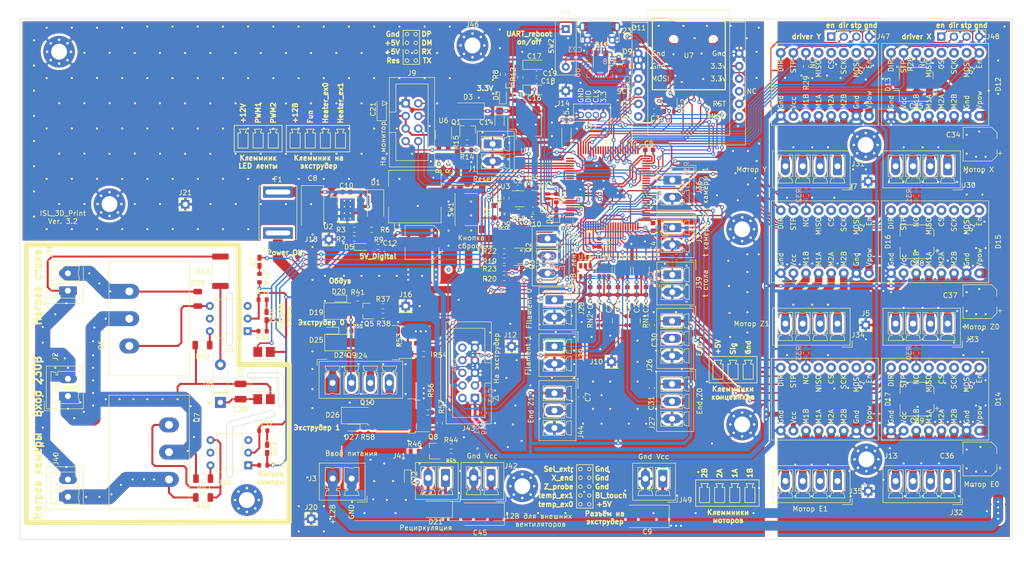
<source format=kicad_pcb>
(kicad_pcb (version 20171130) (host pcbnew "(5.1.5)-3")
  (layers (0 F.Cu signal) (31 B.Cu signal) (34 B.Paste user hide) (35 F.Paste user hide) (36 B.SilkS user) (37 F.SilkS user) (38 B.Mask user) (39 F.Mask user) (44 Edge.Cuts user))
  (net 0 "")
  (net 1 GND)
  (net 2 /Vref)
  (net 3 +5VD)
  (net 4 "Net-(C8-Pad1)")
  (net 5 +3V3)
  (net 6 /Vdda)
  (net 7 /N_230)
  (net 8 "Net-(C20-Pad1)")
  (net 9 /NRST)
  (net 10 /Auto_level)
  (net 11 /X_endstop)
  (net 12 /Y_endstop)
  (net 13 /Z_endstop)
  (net 14 /Jam_end0)
  (net 15 /Jam_end1)
  (net 16 "Net-(D9-Pad1)")
  (net 17 /control_temp/extr0_hot)
  (net 18 /control_temp/extr1_hot)
  (net 19 /bed_pwm)
  (net 20 /control_temp/extr_fan_pow)
  (net 21 "Net-(D18-Pad1)")
  (net 22 /dir_x)
  (net 23 /stp_x)
  (net 24 /en_x)
  (net 25 /dir_z0)
  (net 26 /stp_z0)
  (net 27 /en_z0)
  (net 28 /dir_y)
  (net 29 /stp_y)
  (net 30 /en_y)
  (net 31 /dir_z1)
  (net 32 /stp_z1)
  (net 33 /en_z1)
  (net 34 /dir_e0)
  (net 35 /stp_e0)
  (net 36 /en_e0)
  (net 37 /dir_e1)
  (net 38 /stp_e1)
  (net 39 /en_e1)
  (net 40 /TX_LCD)
  (net 41 /RX_LCD)
  (net 42 /SWDIO)
  (net 43 /SWCLK)
  (net 44 /Perefiria/red_led)
  (net 45 /Perefiria/green_led)
  (net 46 /L_230)
  (net 47 "Net-(Q1-Pad1)")
  (net 48 "Net-(Q2-Pad1)")
  (net 49 /bed_temp)
  (net 50 "Net-(Q8-Pad1)")
  (net 51 "Net-(Q9-Pad1)")
  (net 52 "Net-(Q10-Pad1)")
  (net 53 "Net-(R2-Pad2)")
  (net 54 "Net-(R3-Pad2)")
  (net 55 /extr0_temp)
  (net 56 /extr0_pwm)
  (net 57 /extr1_pwm)
  (net 58 "Net-(R18-Pad2)")
  (net 59 /extr1_temp)
  (net 60 /extr_fan_pwm)
  (net 61 /rec_fan_pwm)
  (net 62 /DP_USB)
  (net 63 "Net-(R40-Pad2)")
  (net 64 /DM_USB)
  (net 65 /rled_pwm)
  (net 66 /gled_pwm)
  (net 67 /Rx_UART)
  (net 68 /Tx_UART)
  (net 69 /box_temp1)
  (net 70 /box_temp2)
  (net 71 /box_pwm)
  (net 72 /RST_eth)
  (net 73 /MIS_eth)
  (net 74 /CS_eth)
  (net 75 /SCK_eth)
  (net 76 /MOS_eth)
  (net 77 /CS_SD)
  (net 78 /power_ok)
  (net 79 /SCK_SD)
  (net 80 /MISO_SD)
  (net 81 /MOSI_SD)
  (net 82 "Net-(C4-Pad1)")
  (net 83 "Net-(C5-Pad1)")
  (net 84 "Net-(C10-Pad2)")
  (net 85 "Net-(C10-Pad1)")
  (net 86 "Net-(C14-Pad1)")
  (net 87 "Net-(C23-Pad2)")
  (net 88 "Net-(C23-Pad1)")
  (net 89 "Net-(D4-Pad2)")
  (net 90 "Net-(D5-Pad2)")
  (net 91 "Net-(D7-Pad1)")
  (net 92 "Net-(D8-Pad1)")
  (net 93 "Net-(D10-Pad4)")
  (net 94 "Net-(D10-Pad3)")
  (net 95 "Net-(D12-Pad14)")
  (net 96 "Net-(D12-Pad13)")
  (net 97 "Net-(D12-Pad12)")
  (net 98 "Net-(D12-Pad11)")
  (net 99 "Net-(D12-Pad6)")
  (net 100 "Net-(D13-Pad14)")
  (net 101 "Net-(D13-Pad13)")
  (net 102 "Net-(D13-Pad12)")
  (net 103 "Net-(D13-Pad11)")
  (net 104 "Net-(D13-Pad6)")
  (net 105 "Net-(D14-Pad14)")
  (net 106 "Net-(D14-Pad13)")
  (net 107 "Net-(D14-Pad12)")
  (net 108 "Net-(D14-Pad11)")
  (net 109 "Net-(D14-Pad6)")
  (net 110 "Net-(D15-Pad14)")
  (net 111 "Net-(D15-Pad13)")
  (net 112 "Net-(D15-Pad12)")
  (net 113 "Net-(D15-Pad11)")
  (net 114 "Net-(D15-Pad6)")
  (net 115 "Net-(D16-Pad14)")
  (net 116 "Net-(D16-Pad13)")
  (net 117 "Net-(D16-Pad12)")
  (net 118 "Net-(D16-Pad11)")
  (net 119 "Net-(D16-Pad6)")
  (net 120 "Net-(D17-Pad14)")
  (net 121 "Net-(D17-Pad13)")
  (net 122 "Net-(D17-Pad12)")
  (net 123 "Net-(D17-Pad11)")
  (net 124 "Net-(D17-Pad6)")
  (net 125 "Net-(D20-Pad1)")
  (net 126 "Net-(D21-Pad2)")
  (net 127 "Net-(D22-Pad1)")
  (net 128 "Net-(D23-Pad1)")
  (net 129 "Net-(D25-Pad1)")
  (net 130 "Net-(D27-Pad1)")
  (net 131 "Net-(J9-Pad4)")
  (net 132 "Net-(J38-Pad2)")
  (net 133 "Net-(J40-Pad1)")
  (net 134 "Net-(Q3-Pad1)")
  (net 135 "Net-(Q5-Pad1)")
  (net 136 "Net-(Q6-Pad3)")
  (net 137 "Net-(Q7-Pad3)")
  (net 138 "Net-(R16-Pad2)")
  (net 139 "Net-(R17-Pad2)")
  (net 140 "Net-(R35-Pad1)")
  (net 141 "Net-(R47-Pad2)")
  (net 142 "Net-(R50-Pad1)")
  (net 143 "Net-(J8-Pad1)")
  (net 144 "Net-(C1-Pad1)")
  (net 145 "Net-(C2-Pad1)")
  (net 146 "Net-(D2-Pad1)")
  (net 147 "Net-(D6-Pad2)")
  (net 148 "Net-(R1-Pad1)")
  (net 149 "Net-(R59-Pad1)")
  (net 150 "Net-(R60-Pad2)")
  (net 151 /boot0)
  (net 152 +12V)
  (net 153 "Net-(C3-Pad2)")
  (net 154 "Net-(U12-Pad5)")
  (net 155 "Net-(J9-Pad7)")
  (net 156 /bl_touch)
  (net 157 /Z1_endstop)
  (net 158 "Net-(J9-Pad2)")
  (net 159 /EN_SD)
  (net 160 "Net-(C6-Pad1)")
  (net 161 /control_temp/End_X)
  (net 162 "Net-(C25-Pad1)")
  (net 163 "Net-(C26-Pad1)")
  (net 164 "Net-(C27-Pad1)")
  (net 165 "Net-(C28-Pad1)")
  (net 166 /control_temp/Auto_level)
  (module 3d_print:PhoenixContact_MCV_1,5_2-G-3.5_1x02_P3.50mm_Vertical (layer F.Cu) (at 164.338 116.332 180)
    (fp_text reference J49 (at -4.572 -4.318) (layer F.SilkS))
    (fp_text value "Охлаждение платы")
    (pad 1 thru_hole roundrect (at 0 0 180) (size 1.8 3.6) (drill 1.2) (layers *.Cu *.Mask) (roundrect_rratio 0.138889) (net 152 +12V))
    (pad 2 thru_hole oval (at 3.5 0 180) (size 1.8 3.6) (drill 1.2) (layers *.Cu *.Mask) (net 1 GND))
  )
  (module Capacitor_Tantalum_SMD:CP_EIA-7343-31_Kemet-D (layer F.Cu) (at 161.2255 123.952 180)
    (fp_text reference C9 (at 0 -3.1) (layer F.SilkS))
    (fp_text value 10uF)
    (pad 2 smd roundrect (at 3.1125 0 180) (size 2.075 2.55) (layers F.Cu F.Paste F.Mask) (roundrect_rratio 0.120482) (net 1 GND))
    (pad 1 smd roundrect (at -3.1125 0 180) (size 2.075 2.55) (layers F.Cu F.Paste F.Mask) (roundrect_rratio 0.120482) (net 152 +12V))
  )
  (module Connector_PinSocket_2.54mm:PinSocket_1x04_P2.54mm_Vertical (layer F.Cu) (at 220.472 27.178 90)
    (fp_text reference J48 (at 0 10.414 180) (layer F.SilkS))
    (fp_text value "Большой драйвер X")
    (pad 4 thru_hole oval (at 0 7.62 90) (size 1.7 1.7) (drill 1) (layers *.Cu *.Mask) (net 1 GND))
    (pad 3 thru_hole oval (at 0 5.08 90) (size 1.7 1.7) (drill 1) (layers *.Cu *.Mask) (net 23 /stp_x))
    (pad 2 thru_hole oval (at 0 2.54 90) (size 1.7 1.7) (drill 1) (layers *.Cu *.Mask) (net 22 /dir_x))
    (pad 1 thru_hole rect (at 0 0 90) (size 1.7 1.7) (drill 1) (layers *.Cu *.Mask) (net 24 /en_x))
  )
  (module Connector_PinSocket_2.54mm:PinSocket_1x04_P2.54mm_Vertical (layer F.Cu) (at 198.275002 27.178 90)
    (fp_text reference J47 (at 0 10.512998 180) (layer F.SilkS))
    (fp_text value "Большой драйвер Y")
    (pad 4 thru_hole oval (at 0 7.62 90) (size 1.7 1.7) (drill 1) (layers *.Cu *.Mask) (net 1 GND))
    (pad 3 thru_hole oval (at 0 5.08 90) (size 1.7 1.7) (drill 1) (layers *.Cu *.Mask) (net 29 /stp_y))
    (pad 2 thru_hole oval (at 0 2.54 90) (size 1.7 1.7) (drill 1) (layers *.Cu *.Mask) (net 28 /dir_y))
    (pad 1 thru_hole rect (at 0 0 90) (size 1.7 1.7) (drill 1) (layers *.Cu *.Mask) (net 30 /en_y))
  )
  (module 3d_print:TMC2130_Module (layer F.Cu) (at 230.66 36.81 270)
    (fp_text reference D12 (at 0 -1.27 90) (layer F.SilkS))
    (fp_text value TMC2130_module)
    (fp_text user d1 (at -2.032 4.572 245) (layer F.SilkS) (effects (justify left)))
    (fp_text user MOSI (at -5.08 5.08 90) (layer F.SilkS) (effects (justify right)))
    (fp_text user En (at -5.08 2.54 90) (layer F.SilkS) (effects (justify right)))
    (fp_text user Vpow (at 5.08 2.54 90) (layer F.SilkS) (effects (justify left)))
    (fp_text user Gnd (at 5.08 5.08 90) (layer F.SilkS) (effects (justify left)))
    (fp_text user M2B (at 5.08 7.62 90) (layer F.SilkS) (effects (justify left)))
    (fp_text user M2A (at 5.08 10.16 90) (layer F.SilkS) (effects (justify left)))
    (fp_text user M1A (at 5.08 12.7 90) (layer F.SilkS) (effects (justify left)))
    (fp_text user M1B (at 5.08 15.24 90) (layer F.SilkS) (effects (justify left)))
    (fp_text user Vcc (at 5.08 17.78 90) (layer F.SilkS) (effects (justify left)))
    (fp_text user Gnd (at 5.08 20.32 90) (layer F.SilkS) (effects (justify left)))
    (fp_text user DIR (at -5.08 20.32 90) (layer F.SilkS) (effects (justify right)))
    (fp_text user STP (at -5.08 17.78 90) (layer F.SilkS) (effects (justify right)))
    (fp_text user NC (at -5.314 13.998 90) (layer F.SilkS) (effects (justify right)))
    (fp_text user MISO (at -5.08 12.7 90) (layer F.SilkS) (effects (justify right)))
    (fp_text user CS (at -5.08 10.16 90) (layer F.SilkS) (effects (justify right)))
    (fp_text user SCK (at -5.08 7.62 90) (layer F.SilkS) (effects (justify right)))
    (pad 16 thru_hole circle (at 6.35 2.54 270) (size 2 2) (drill 1) (layers *.Cu *.Mask) (net 152 +12V))
    (pad 15 thru_hole circle (at 6.35 5.08 270) (size 2 2) (drill 1) (layers *.Cu *.Mask) (net 1 GND))
    (pad 14 thru_hole circle (at 6.35 7.62 270) (size 2 2) (drill 1) (layers *.Cu *.Mask) (net 95 "Net-(D12-Pad14)"))
    (pad 13 thru_hole circle (at 6.35 10.16 270) (size 2 2) (drill 1) (layers *.Cu *.Mask) (net 96 "Net-(D12-Pad13)"))
    (pad 12 thru_hole circle (at 6.35 12.7 270) (size 2 2) (drill 1) (layers *.Cu *.Mask) (net 97 "Net-(D12-Pad12)"))
    (pad 11 thru_hole circle (at 6.35 15.24 270) (size 2 2) (drill 1) (layers *.Cu *.Mask) (net 98 "Net-(D12-Pad11)"))
    (pad 10 thru_hole circle (at 6.35 17.78 270) (size 2 2) (drill 1) (layers *.Cu *.Mask) (net 3 +5VD))
    (pad 9 thru_hole circle (at 6.35 20.32 270) (size 2 2) (drill 1) (layers *.Cu *.Mask) (net 1 GND))
    (pad 8 thru_hole circle (at -6.35 20.32 270) (size 2 2) (drill 1) (layers *.Cu *.Mask) (net 22 /dir_x))
    (pad 7 thru_hole circle (at -6.35 17.78 270) (size 2 2) (drill 1) (layers *.Cu *.Mask) (net 23 /stp_x))
    (pad 6 thru_hole circle (at -6.35 15.24 270) (size 2 2) (drill 1) (layers *.Cu *.Mask) (net 99 "Net-(D12-Pad6)"))
    (pad 5 thru_hole circle (at -6.35 12.7 270) (size 2 2) (drill 1) (layers *.Cu *.Mask))
    (pad 4 thru_hole circle (at -6.35 10.16 270) (size 2 2) (drill 1) (layers *.Cu *.Mask))
    (pad 3 thru_hole circle (at -6.35 7.62 270) (size 2 2) (drill 1) (layers *.Cu *.Mask))
    (pad 2 thru_hole circle (at -6.35 5.08 270) (size 2 2) (drill 1) (layers *.Cu *.Mask))
    (pad 1 thru_hole circle (at -6.35 2.54 270) (size 2 2) (drill 1) (layers *.Cu *.Mask) (net 24 /en_x))
  )
  (module Capacitor_Tantalum_SMD:CP_EIA-7343-31_Kemet-D (layer F.Cu) (at 93.754 61.6395 270)
    (fp_text reference C8 (at -5.8895 0.004 180) (layer F.SilkS))
    (fp_text value 10uF)
    (pad 2 smd roundrect (at 3.1125 0 270) (size 2.075 2.55) (layers F.Cu F.Paste F.Mask) (roundrect_rratio 0.120482) (net 1 GND))
    (pad 1 smd roundrect (at -3.1125 0 270) (size 2.075 2.55) (layers F.Cu F.Paste F.Mask) (roundrect_rratio 0.120482) (net 4 "Net-(C8-Pad1)"))
  )
  (module Capacitor_Tantalum_SMD:CP_EIA-7343-31_Kemet-D (layer F.Cu) (at 128 123.5 180)
    (fp_text reference C45 (at 0.5 -3.75) (layer F.SilkS))
    (fp_text value 10uF)
    (pad 2 smd roundrect (at 3.1125 0 180) (size 2.075 2.55) (layers F.Cu F.Paste F.Mask) (roundrect_rratio 0.120482) (net 1 GND))
    (pad 1 smd roundrect (at -3.1125 0 180) (size 2.075 2.55) (layers F.Cu F.Paste F.Mask) (roundrect_rratio 0.120482) (net 152 +12V))
  )
  (module Package_TO_SOT_SMD:SOT-23-6 (layer F.Cu) (at 148.75 74.5 90)
    (fp_text reference U16 (at 2.75 0 180) (layer F.SilkS))
    (fp_text value 74LVC2G17)
    (pad 5 smd rect (at 1.1 0 90) (size 1.06 0.65) (layers F.Cu F.Paste F.Mask) (net 5 +3V3))
    (pad 6 smd rect (at 1.1 -0.95 90) (size 1.06 0.65) (layers F.Cu F.Paste F.Mask))
    (pad 4 smd rect (at 1.1 0.95 90) (size 1.06 0.65) (layers F.Cu F.Paste F.Mask) (net 157 /Z1_endstop))
    (pad 3 smd rect (at -1.1 0.95 90) (size 1.06 0.65) (layers F.Cu F.Paste F.Mask) (net 160 "Net-(C6-Pad1)"))
    (pad 2 smd rect (at -1.1 0 90) (size 1.06 0.65) (layers F.Cu F.Paste F.Mask) (net 1 GND))
    (pad 1 smd rect (at -1.1 -0.95 90) (size 1.06 0.65) (layers F.Cu F.Paste F.Mask))
  )
  (module Package_TO_SOT_SMD:SOT-23-6 (layer F.Cu) (at 152.5 74.5 90)
    (fp_text reference U15 (at 2.75 0 180) (layer F.SilkS))
    (fp_text value 74LVC2G17)
    (pad 5 smd rect (at 1.1 0 90) (size 1.06 0.65) (layers F.Cu F.Paste F.Mask) (net 5 +3V3))
    (pad 6 smd rect (at 1.1 -0.95 90) (size 1.06 0.65) (layers F.Cu F.Paste F.Mask) (net 15 /Jam_end1))
    (pad 4 smd rect (at 1.1 0.95 90) (size 1.06 0.65) (layers F.Cu F.Paste F.Mask) (net 14 /Jam_end0))
    (pad 3 smd rect (at -1.1 0.95 90) (size 1.06 0.65) (layers F.Cu F.Paste F.Mask) (net 164 "Net-(C27-Pad1)"))
    (pad 2 smd rect (at -1.1 0 90) (size 1.06 0.65) (layers F.Cu F.Paste F.Mask) (net 1 GND))
    (pad 1 smd rect (at -1.1 -0.95 90) (size 1.06 0.65) (layers F.Cu F.Paste F.Mask) (net 165 "Net-(C28-Pad1)"))
  )
  (module Package_TO_SOT_SMD:SOT-23-6 (layer F.Cu) (at 156.25 74.5 90)
    (fp_text reference U14 (at 2.75 0 180) (layer F.SilkS))
    (fp_text value 74LVC2G17)
    (pad 5 smd rect (at 1.1 0 90) (size 1.06 0.65) (layers F.Cu F.Paste F.Mask) (net 5 +3V3))
    (pad 6 smd rect (at 1.1 -0.95 90) (size 1.06 0.65) (layers F.Cu F.Paste F.Mask) (net 10 /Auto_level))
    (pad 4 smd rect (at 1.1 0.95 90) (size 1.06 0.65) (layers F.Cu F.Paste F.Mask) (net 13 /Z_endstop))
    (pad 3 smd rect (at -1.1 0.95 90) (size 1.06 0.65) (layers F.Cu F.Paste F.Mask) (net 163 "Net-(C26-Pad1)"))
    (pad 2 smd rect (at -1.1 0 90) (size 1.06 0.65) (layers F.Cu F.Paste F.Mask) (net 1 GND))
    (pad 1 smd rect (at -1.1 -0.95 90) (size 1.06 0.65) (layers F.Cu F.Paste F.Mask) (net 166 /control_temp/Auto_level))
  )
  (module Package_TO_SOT_SMD:SOT-23-6 (layer F.Cu) (at 160 74.5 90)
    (fp_text reference U13 (at 2.75 0 180) (layer F.SilkS))
    (fp_text value 74LVC2G17)
    (pad 5 smd rect (at 1.1 0 90) (size 1.06 0.65) (layers F.Cu F.Paste F.Mask) (net 5 +3V3))
    (pad 6 smd rect (at 1.1 -0.95 90) (size 1.06 0.65) (layers F.Cu F.Paste F.Mask) (net 12 /Y_endstop))
    (pad 4 smd rect (at 1.1 0.95 90) (size 1.06 0.65) (layers F.Cu F.Paste F.Mask) (net 11 /X_endstop))
    (pad 3 smd rect (at -1.1 0.95 90) (size 1.06 0.65) (layers F.Cu F.Paste F.Mask) (net 161 /control_temp/End_X))
    (pad 2 smd rect (at -1.1 0 90) (size 1.06 0.65) (layers F.Cu F.Paste F.Mask) (net 1 GND))
    (pad 1 smd rect (at -1.1 -0.95 90) (size 1.06 0.65) (layers F.Cu F.Paste F.Mask) (net 162 "Net-(C25-Pad1)"))
  )
  (module 3d_print:w5500_module (layer F.Cu) (at 164.493 28.047)
    (fp_text reference D11 (at -4.981 -2.647) (layer F.SilkS))
    (fp_text value w5500_module)
    (fp_text user MISO (at 12.7 15.24) (layer F.SilkS) (effects (justify right)))
    (fp_text user RST (at 12.7 12.7) (layer F.SilkS) (effects (justify right)))
    (fp_text user NC (at 18.895 10.16) (layer F.SilkS) (effects (justify right)))
    (fp_text user 3.3v (at 12.7 7.62) (layer F.SilkS) (effects (justify right)))
    (fp_text user 3.3v (at 12.7 5.08) (layer F.SilkS) (effects (justify right)))
    (fp_text user Gnd (at 12.7 2.54) (layer F.SilkS) (effects (justify right)))
    (fp_text user INT (at -8.791 15.641) (layer F.SilkS) (effects (justify left)))
    (fp_text user CS (at -8.791 12.7) (layer F.SilkS) (effects (justify left)))
    (fp_text user SCK (at -9.553 10.16) (layer F.SilkS) (effects (justify left)))
    (fp_text user MOSI (at -2.54 7.62) (layer F.SilkS) (effects (justify left)))
    (fp_text user Gnd (at -2.54 5.08) (layer F.SilkS) (effects (justify left)))
    (fp_text user Gnd (at -2.54 2.54) (layer F.SilkS) (effects (justify left)))
    (pad 12 thru_hole circle (at 15.24 2.54) (size 1.75 1.75) (drill 0.9) (layers *.Cu *.Mask) (net 1 GND))
    (pad 11 thru_hole circle (at 15.24 5.08) (size 1.75 1.75) (drill 0.9) (layers *.Cu *.Mask) (net 5 +3V3))
    (pad 10 thru_hole circle (at 15.24 7.62) (size 1.75 1.75) (drill 0.9) (layers *.Cu *.Mask) (net 5 +3V3))
    (pad 9 thru_hole circle (at 15.24 10.16) (size 1.75 1.75) (drill 0.9) (layers *.Cu *.Mask))
    (pad 8 thru_hole circle (at 15.24 12.7) (size 1.75 1.75) (drill 0.9) (layers *.Cu *.Mask) (net 72 /RST_eth))
    (pad 7 thru_hole circle (at 15.24 15.24) (size 1.75 1.75) (drill 0.9) (layers *.Cu *.Mask) (net 73 /MIS_eth))
    (pad 6 thru_hole circle (at -5.08 15.24) (size 1.75 1.75) (drill 0.9) (layers *.Cu *.Mask))
    (pad 5 thru_hole circle (at -5.08 12.7) (size 1.75 1.75) (drill 0.9) (layers *.Cu *.Mask) (net 74 /CS_eth))
    (pad 4 thru_hole circle (at -5.08 10.16) (size 1.75 1.75) (drill 0.9) (layers *.Cu *.Mask) (net 75 /SCK_eth))
    (pad 3 thru_hole circle (at -5.08 7.62) (size 1.75 1.75) (drill 0.9) (layers *.Cu *.Mask) (net 76 /MOS_eth))
    (pad 2 thru_hole circle (at -5.08 5.08) (size 1.75 1.75) (drill 0.9) (layers *.Cu *.Mask) (net 1 GND))
    (pad 1 thru_hole circle (at -5.08 2.54) (size 1.75 1.75) (drill 0.9) (layers *.Cu *.Mask) (net 1 GND))
  )
  (module Package_TO_SOT_SMD:SOT-223-3_TabPin2 (layer F.Cu) (at 136.515651 45.353393 270)
    (fp_text reference U4 (at 4.938607 -0.136349 180) (layer F.SilkS))
    (fp_text value AZ1117-3.3)
    (pad 1 smd rect (at -3.15 -2.3 270) (size 2 1.5) (layers F.Cu F.Paste F.Mask) (net 1 GND))
    (pad 3 smd rect (at -3.15 2.3 270) (size 2 1.5) (layers F.Cu F.Paste F.Mask) (net 86 "Net-(C14-Pad1)"))
    (pad 2 smd rect (at -3.15 0 270) (size 2 1.5) (layers F.Cu F.Paste F.Mask) (net 5 +3V3))
    (pad 2 smd rect (at 3.15 0 270) (size 2 3.8) (layers F.Cu F.Paste F.Mask) (net 5 +3V3))
  )
  (module Connector_IDC:IDC-Header_2x04_P2.54mm_Vertical (layer F.Cu) (at 112.522 40.64)
    (fp_text reference J9 (at 1.27 -6.1) (layer F.SilkS))
    (fp_text value "На монитор")
    (pad 8 thru_hole circle (at 2.54 7.62) (size 1.7 1.7) (drill 1) (layers *.Cu *.Mask) (net 40 /TX_LCD))
    (pad 6 thru_hole circle (at 2.54 5.08) (size 1.7 1.7) (drill 1) (layers *.Cu *.Mask) (net 41 /RX_LCD))
    (pad 4 thru_hole circle (at 2.54 2.54) (size 1.7 1.7) (drill 1) (layers *.Cu *.Mask) (net 131 "Net-(J9-Pad4)"))
    (pad 2 thru_hole circle (at 2.54 0) (size 1.7 1.7) (drill 1) (layers *.Cu *.Mask) (net 158 "Net-(J9-Pad2)"))
    (pad 7 thru_hole circle (at 0 7.62) (size 1.7 1.7) (drill 1) (layers *.Cu *.Mask) (net 155 "Net-(J9-Pad7)"))
    (pad 5 thru_hole circle (at 0 5.08) (size 1.7 1.7) (drill 1) (layers *.Cu *.Mask) (net 3 +5VD))
    (pad 3 thru_hole circle (at 0 2.54) (size 1.7 1.7) (drill 1) (layers *.Cu *.Mask) (net 3 +5VD))
    (pad 1 thru_hole roundrect (at 0 0) (size 1.7 1.7) (drill 1) (layers *.Cu *.Mask) (roundrect_rratio 0.147059) (net 1 GND))
  )
  (module 3d_print:PhoenixContact_MCV_1,5_3-G-3.5_1x03_P3.50mm_Vertical (layer F.Cu) (at 142.494 99.116002 270)
    (fp_text reference J44 (at 7.817998 -5.334 90) (layer F.SilkS))
    (fp_text value "Z концевик")
    (pad 1 thru_hole roundrect (at 0 0 270) (size 1.8 3.6) (drill 1.2) (layers *.Cu *.Mask) (roundrect_rratio 0.138889) (net 3 +5VD))
    (pad 2 thru_hole oval (at 3.5 0 270) (size 1.8 3.6) (drill 1.2) (layers *.Cu *.Mask) (net 160 "Net-(C6-Pad1)"))
    (pad 3 thru_hole oval (at 7 0 270) (size 1.8 3.6) (drill 1.2) (layers *.Cu *.Mask) (net 1 GND))
  )
  (module Capacitor_SMD:C_0603_1608Metric (layer F.Cu) (at 147.828 99.891002 270)
    (fp_text reference C7 (at 0 -1.43 90) (layer F.SilkS))
    (fp_text value 1uF)
    (pad 2 smd roundrect (at 0.775 0 270) (size 0.9 0.95) (layers F.Cu F.Paste F.Mask) (net 1 GND))
    (pad 1 smd roundrect (at -0.775 0 270) (size 0.9 0.95) (layers F.Cu F.Paste F.Mask) (net 3 +5VD))
  )
  (module Capacitor_SMD:C_0603_1608Metric (layer F.Cu) (at 149.7 78.475 270)
    (fp_text reference C6 (at 2.775 -0.05 90) (layer F.SilkS))
    (fp_text value 100nF)
    (pad 2 smd roundrect (at 0.775 0 270) (size 0.9 0.95) (layers F.Cu F.Paste F.Mask) (net 1 GND))
    (pad 1 smd roundrect (at -0.775 0 270) (size 0.9 0.95) (layers F.Cu F.Paste F.Mask) (net 160 "Net-(C6-Pad1)"))
  )
  (module 3d_print:PhoenixContact_MCV_1,5_2-G-3.5_1x02_P3.50mm_Vertical (layer F.Cu) (at 142.494 89.662 270)
    (fp_text reference J29 (at 1.75 -5.45 90) (layer F.SilkS))
    (fp_text value "Окончание пластика 1")
    (pad 1 thru_hole roundrect (at 0 0 270) (size 1.8 3.6) (drill 1.2) (layers *.Cu *.Mask) (roundrect_rratio 0.138889) (net 165 "Net-(C28-Pad1)"))
    (pad 2 thru_hole oval (at 3.5 0 270) (size 1.8 3.6) (drill 1.2) (layers *.Cu *.Mask) (net 1 GND))
  )
  (module 3d_print:PhoenixContact_MCV_1,5_2-G-3.5_1x02_P3.50mm_Vertical (layer F.Cu) (at 142.494 80.264 270)
    (fp_text reference J28 (at 1.75 -5.45 90) (layer F.SilkS))
    (fp_text value "Окончание пластика 0")
    (pad 1 thru_hole roundrect (at 0 0 270) (size 1.8 3.6) (drill 1.2) (layers *.Cu *.Mask) (roundrect_rratio 0.138889) (net 164 "Net-(C27-Pad1)"))
    (pad 2 thru_hole oval (at 3.5 0 270) (size 1.8 3.6) (drill 1.2) (layers *.Cu *.Mask) (net 1 GND))
  )
  (module Connector_IDC:IDC-Header_2x05_P2.54mm_Vertical (layer F.Cu) (at 126.492 100.076 180)
    (fp_text reference J43 (at 1.27 -6.1) (layer F.SilkS))
    (fp_text value "Разъём экструдера")
    (pad 10 thru_hole circle (at 2.54 10.16 180) (size 1.7 1.7) (drill 1) (layers *.Cu *.Mask))
    (pad 8 thru_hole circle (at 2.54 7.62 180) (size 1.7 1.7) (drill 1) (layers *.Cu *.Mask) (net 161 /control_temp/End_X))
    (pad 6 thru_hole circle (at 2.54 5.08 180) (size 1.7 1.7) (drill 1) (layers *.Cu *.Mask) (net 166 /control_temp/Auto_level))
    (pad 4 thru_hole circle (at 2.54 2.54 180) (size 1.7 1.7) (drill 1) (layers *.Cu *.Mask) (net 59 /extr1_temp))
    (pad 2 thru_hole circle (at 2.54 0 180) (size 1.7 1.7) (drill 1) (layers *.Cu *.Mask) (net 55 /extr0_temp))
    (pad 9 thru_hole circle (at 0 10.16 180) (size 1.7 1.7) (drill 1) (layers *.Cu *.Mask) (net 1 GND))
    (pad 7 thru_hole circle (at 0 7.62 180) (size 1.7 1.7) (drill 1) (layers *.Cu *.Mask) (net 1 GND))
    (pad 5 thru_hole circle (at 0 5.08 180) (size 1.7 1.7) (drill 1) (layers *.Cu *.Mask) (net 1 GND))
    (pad 3 thru_hole circle (at 0 2.54 180) (size 1.7 1.7) (drill 1) (layers *.Cu *.Mask) (net 156 /bl_touch))
    (pad 1 thru_hole roundrect (at 0 0 180) (size 1.7 1.7) (drill 1) (layers *.Cu *.Mask) (roundrect_rratio 0.147059) (net 3 +5VD))
  )
  (module Package_QFP:LQFP-100_14x14mm_P0.5mm (layer F.Cu) (at 153.317 57.765)
    (fp_text reference U1 (at 0 -9.42) (layer F.SilkS))
    (fp_text value STM32F407VGTx)
    (pad 100 smd roundrect (at -6 -7.675) (size 0.3 1.6) (layers F.Cu F.Paste F.Mask) (net 5 +3V3))
    (pad 99 smd roundrect (at -5.5 -7.675) (size 0.3 1.6) (layers F.Cu F.Paste F.Mask) (net 1 GND))
    (pad 98 smd roundrect (at -5 -7.675) (size 0.3 1.6) (layers F.Cu F.Paste F.Mask) (net 72 /RST_eth))
    (pad 97 smd roundrect (at -4.5 -7.675) (size 0.3 1.6) (layers F.Cu F.Paste F.Mask) (net 74 /CS_eth))
    (pad 96 smd roundrect (at -4 -7.675) (size 0.3 1.6) (layers F.Cu F.Paste F.Mask) (net 28 /dir_y))
    (pad 95 smd roundrect (at -3.5 -7.675) (size 0.3 1.6) (layers F.Cu F.Paste F.Mask) (net 29 /stp_y))
    (pad 94 smd roundrect (at -3 -7.675) (size 0.3 1.6) (layers F.Cu F.Paste F.Mask) (net 151 /boot0))
    (pad 93 smd roundrect (at -2.5 -7.675) (size 0.3 1.6) (layers F.Cu F.Paste F.Mask))
    (pad 92 smd roundrect (at -2 -7.675) (size 0.3 1.6) (layers F.Cu F.Paste F.Mask))
    (pad 91 smd roundrect (at -1.5 -7.675) (size 0.3 1.6) (layers F.Cu F.Paste F.Mask))
    (pad 90 smd roundrect (at -1 -7.675) (size 0.3 1.6) (layers F.Cu F.Paste F.Mask) (net 30 /en_y))
    (pad 89 smd roundrect (at -0.5 -7.675) (size 0.3 1.6) (layers F.Cu F.Paste F.Mask))
    (pad 88 smd roundrect (at 0 -7.675) (size 0.3 1.6) (layers F.Cu F.Paste F.Mask))
    (pad 87 smd roundrect (at 0.5 -7.675) (size 0.3 1.6) (layers F.Cu F.Paste F.Mask) (net 22 /dir_x))
    (pad 86 smd roundrect (at 1 -7.675) (size 0.3 1.6) (layers F.Cu F.Paste F.Mask) (net 23 /stp_x))
    (pad 85 smd roundrect (at 1.5 -7.675) (size 0.3 1.6) (layers F.Cu F.Paste F.Mask))
    (pad 84 smd roundrect (at 2 -7.675) (size 0.3 1.6) (layers F.Cu F.Paste F.Mask) (net 24 /en_x))
    (pad 83 smd roundrect (at 2.5 -7.675) (size 0.3 1.6) (layers F.Cu F.Paste F.Mask) (net 159 /EN_SD))
    (pad 82 smd roundrect (at 3 -7.675) (size 0.3 1.6) (layers F.Cu F.Paste F.Mask) (net 77 /CS_SD))
    (pad 81 smd roundrect (at 3.5 -7.675) (size 0.3 1.6) (layers F.Cu F.Paste F.Mask) (net 32 /stp_z1))
    (pad 80 smd roundrect (at 4 -7.675) (size 0.3 1.6) (layers F.Cu F.Paste F.Mask) (net 81 /MOSI_SD))
    (pad 79 smd roundrect (at 4.5 -7.675) (size 0.3 1.6) (layers F.Cu F.Paste F.Mask) (net 80 /MISO_SD))
    (pad 78 smd roundrect (at 5 -7.675) (size 0.3 1.6) (layers F.Cu F.Paste F.Mask) (net 79 /SCK_SD))
    (pad 77 smd roundrect (at 5.5 -7.675) (size 0.3 1.6) (layers F.Cu F.Paste F.Mask) (net 31 /dir_z1))
    (pad 76 smd roundrect (at 6 -7.675) (size 0.3 1.6) (layers F.Cu F.Paste F.Mask) (net 43 /SWCLK))
    (pad 75 smd roundrect (at 7.675 -6) (size 1.6 0.3) (layers F.Cu F.Paste F.Mask) (net 5 +3V3))
    (pad 74 smd roundrect (at 7.675 -5.5) (size 1.6 0.3) (layers F.Cu F.Paste F.Mask) (net 1 GND))
    (pad 73 smd roundrect (at 7.675 -5) (size 1.6 0.3) (layers F.Cu F.Paste F.Mask) (net 83 "Net-(C5-Pad1)"))
    (pad 72 smd roundrect (at 7.675 -4.5) (size 1.6 0.3) (layers F.Cu F.Paste F.Mask) (net 42 /SWDIO))
    (pad 71 smd roundrect (at 7.675 -4) (size 1.6 0.3) (layers F.Cu F.Paste F.Mask) (net 62 /DP_USB))
    (pad 70 smd roundrect (at 7.675 -3.5) (size 1.6 0.3) (layers F.Cu F.Paste F.Mask) (net 64 /DM_USB))
    (pad 69 smd roundrect (at 7.675 -3) (size 1.6 0.3) (layers F.Cu F.Paste F.Mask) (net 67 /Rx_UART))
    (pad 68 smd roundrect (at 7.675 -2.5) (size 1.6 0.3) (layers F.Cu F.Paste F.Mask) (net 68 /Tx_UART))
    (pad 67 smd roundrect (at 7.675 -2) (size 1.6 0.3) (layers F.Cu F.Paste F.Mask))
    (pad 66 smd roundrect (at 7.675 -1.5) (size 1.6 0.3) (layers F.Cu F.Paste F.Mask))
    (pad 65 smd roundrect (at 7.675 -1) (size 1.6 0.3) (layers F.Cu F.Paste F.Mask))
    (pad 64 smd roundrect (at 7.675 -0.5) (size 1.6 0.3) (layers F.Cu F.Paste F.Mask) (net 33 /en_z1))
    (pad 63 smd roundrect (at 7.675 0) (size 1.6 0.3) (layers F.Cu F.Paste F.Mask) (net 25 /dir_z0))
    (pad 62 smd roundrect (at 7.675 0.5) (size 1.6 0.3) (layers F.Cu F.Paste F.Mask) (net 60 /extr_fan_pwm))
    (pad 61 smd roundrect (at 7.675 1) (size 1.6 0.3) (layers F.Cu F.Paste F.Mask) (net 61 /rec_fan_pwm))
    (pad 60 smd roundrect (at 7.675 1.5) (size 1.6 0.3) (layers F.Cu F.Paste F.Mask) (net 57 /extr1_pwm))
    (pad 59 smd roundrect (at 7.675 2) (size 1.6 0.3) (layers F.Cu F.Paste F.Mask) (net 56 /extr0_pwm))
    (pad 58 smd roundrect (at 7.675 2.5) (size 1.6 0.3) (layers F.Cu F.Paste F.Mask))
    (pad 57 smd roundrect (at 7.675 3) (size 1.6 0.3) (layers F.Cu F.Paste F.Mask))
    (pad 56 smd roundrect (at 7.675 3.5) (size 1.6 0.3) (layers F.Cu F.Paste F.Mask) (net 36 /en_e0))
    (pad 55 smd roundrect (at 7.675 4) (size 1.6 0.3) (layers F.Cu F.Paste F.Mask))
    (pad 54 smd roundrect (at 7.675 4.5) (size 1.6 0.3) (layers F.Cu F.Paste F.Mask) (net 35 /stp_e0))
    (pad 53 smd roundrect (at 7.675 5) (size 1.6 0.3) (layers F.Cu F.Paste F.Mask))
    (pad 52 smd roundrect (at 7.675 5.5) (size 1.6 0.3) (layers F.Cu F.Paste F.Mask) (net 27 /en_z0))
    (pad 51 smd roundrect (at 7.675 6) (size 1.6 0.3) (layers F.Cu F.Paste F.Mask))
    (pad 50 smd roundrect (at 6 7.675) (size 0.3 1.6) (layers F.Cu F.Paste F.Mask) (net 5 +3V3))
    (pad 49 smd roundrect (at 5.5 7.675) (size 0.3 1.6) (layers F.Cu F.Paste F.Mask) (net 82 "Net-(C4-Pad1)"))
    (pad 48 smd roundrect (at 5 7.675) (size 0.3 1.6) (layers F.Cu F.Paste F.Mask) (net 37 /dir_e1))
    (pad 47 smd roundrect (at 4.5 7.675) (size 0.3 1.6) (layers F.Cu F.Paste F.Mask) (net 75 /SCK_eth))
    (pad 46 smd roundrect (at 4 7.675) (size 0.3 1.6) (layers F.Cu F.Paste F.Mask) (net 11 /X_endstop))
    (pad 45 smd roundrect (at 3.5 7.675) (size 0.3 1.6) (layers F.Cu F.Paste F.Mask) (net 12 /Y_endstop))
    (pad 44 smd roundrect (at 3 7.675) (size 0.3 1.6) (layers F.Cu F.Paste F.Mask) (net 65 /rled_pwm))
    (pad 43 smd roundrect (at 2.5 7.675) (size 0.3 1.6) (layers F.Cu F.Paste F.Mask) (net 13 /Z_endstop))
    (pad 42 smd roundrect (at 2 7.675) (size 0.3 1.6) (layers F.Cu F.Paste F.Mask) (net 66 /gled_pwm))
    (pad 41 smd roundrect (at 1.5 7.675) (size 0.3 1.6) (layers F.Cu F.Paste F.Mask) (net 10 /Auto_level))
    (pad 40 smd roundrect (at 1 7.675) (size 0.3 1.6) (layers F.Cu F.Paste F.Mask) (net 156 /bl_touch))
    (pad 39 smd roundrect (at 0.5 7.675) (size 0.3 1.6) (layers F.Cu F.Paste F.Mask) (net 14 /Jam_end0))
    (pad 38 smd roundrect (at 0 7.675) (size 0.3 1.6) (layers F.Cu F.Paste F.Mask) (net 15 /Jam_end1))
    (pad 37 smd roundrect (at -0.5 7.675) (size 0.3 1.6) (layers F.Cu F.Paste F.Mask) (net 148 "Net-(R1-Pad1)"))
    (pad 36 smd roundrect (at -1 7.675) (size 0.3 1.6) (layers F.Cu F.Paste F.Mask) (net 34 /dir_e0))
    (pad 35 smd roundrect (at -1.5 7.675) (size 0.3 1.6) (layers F.Cu F.Paste F.Mask) (net 39 /en_e1))
    (pad 34 smd roundrect (at -2 7.675) (size 0.3 1.6) (layers F.Cu F.Paste F.Mask))
    (pad 33 smd roundrect (at -2.5 7.675) (size 0.3 1.6) (layers F.Cu F.Paste F.Mask) (net 38 /stp_e1))
    (pad 32 smd roundrect (at -3 7.675) (size 0.3 1.6) (layers F.Cu F.Paste F.Mask) (net 157 /Z1_endstop))
    (pad 31 smd roundrect (at -3.5 7.675) (size 0.3 1.6) (layers F.Cu F.Paste F.Mask))
    (pad 30 smd roundrect (at -4 7.675) (size 0.3 1.6) (layers F.Cu F.Paste F.Mask))
    (pad 29 smd roundrect (at -4.5 7.675) (size 0.3 1.6) (layers F.Cu F.Paste F.Mask) (net 49 /bed_temp))
    (pad 28 smd roundrect (at -5 7.675) (size 0.3 1.6) (layers F.Cu F.Paste F.Mask) (net 5 +3V3))
    (pad 27 smd roundrect (at -5.5 7.675) (size 0.3 1.6) (layers F.Cu F.Paste F.Mask) (net 1 GND))
    (pad 26 smd roundrect (at -6 7.675) (size 0.3 1.6) (layers F.Cu F.Paste F.Mask) (net 59 /extr1_temp))
    (pad 25 smd roundrect (at -7.675 6) (size 1.6 0.3) (layers F.Cu F.Paste F.Mask) (net 55 /extr0_temp))
    (pad 24 smd roundrect (at -7.675 5.5) (size 1.6 0.3) (layers F.Cu F.Paste F.Mask) (net 40 /TX_LCD))
    (pad 23 smd roundrect (at -7.675 5) (size 1.6 0.3) (layers F.Cu F.Paste F.Mask) (net 41 /RX_LCD))
    (pad 22 smd roundrect (at -7.675 4.5) (size 1.6 0.3) (layers F.Cu F.Paste F.Mask) (net 6 /Vdda))
    (pad 21 smd roundrect (at -7.675 4) (size 1.6 0.3) (layers F.Cu F.Paste F.Mask) (net 2 /Vref))
    (pad 20 smd roundrect (at -7.675 3.5) (size 1.6 0.3) (layers F.Cu F.Paste F.Mask) (net 1 GND))
    (pad 19 smd roundrect (at -7.675 3) (size 1.6 0.3) (layers F.Cu F.Paste F.Mask) (net 5 +3V3))
    (pad 18 smd roundrect (at -7.675 2.5) (size 1.6 0.3) (layers F.Cu F.Paste F.Mask) (net 76 /MOS_eth))
    (pad 17 smd roundrect (at -7.675 2) (size 1.6 0.3) (layers F.Cu F.Paste F.Mask) (net 73 /MIS_eth))
    (pad 16 smd roundrect (at -7.675 1.5) (size 1.6 0.3) (layers F.Cu F.Paste F.Mask) (net 70 /box_temp2))
    (pad 15 smd roundrect (at -7.675 1) (size 1.6 0.3) (layers F.Cu F.Paste F.Mask) (net 69 /box_temp1))
    (pad 14 smd roundrect (at -7.675 0.5) (size 1.6 0.3) (layers F.Cu F.Paste F.Mask) (net 9 /NRST))
    (pad 13 smd roundrect (at -7.675 0) (size 1.6 0.3) (layers F.Cu F.Paste F.Mask))
    (pad 12 smd roundrect (at -7.675 -0.5) (size 1.6 0.3) (layers F.Cu F.Paste F.Mask))
    (pad 11 smd roundrect (at -7.675 -1) (size 1.6 0.3) (layers F.Cu F.Paste F.Mask) (net 5 +3V3))
    (pad 10 smd roundrect (at -7.675 -1.5) (size 1.6 0.3) (layers F.Cu F.Paste F.Mask) (net 1 GND))
    (pad 9 smd roundrect (at -7.675 -2) (size 1.6 0.3) (layers F.Cu F.Paste F.Mask))
    (pad 8 smd roundrect (at -7.675 -2.5) (size 1.6 0.3) (layers F.Cu F.Paste F.Mask))
    (pad 7 smd roundrect (at -7.675 -3) (size 1.6 0.3) (layers F.Cu F.Paste F.Mask))
    (pad 6 smd roundrect (at -7.675 -3.5) (size 1.6 0.3) (layers F.Cu F.Paste F.Mask) (net 5 +3V3))
    (pad 5 smd roundrect (at -7.675 -4) (size 1.6 0.3) (layers F.Cu F.Paste F.Mask) (net 19 /bed_pwm))
    (pad 4 smd roundrect (at -7.675 -4.5) (size 1.6 0.3) (layers F.Cu F.Paste F.Mask) (net 71 /box_pwm))
    (pad 3 smd roundrect (at -7.675 -5) (size 1.6 0.3) (layers F.Cu F.Paste F.Mask) (net 78 /power_ok))
    (pad 2 smd roundrect (at -7.675 -5.5) (size 1.6 0.3) (layers F.Cu F.Paste F.Mask) (net 26 /stp_z0))
    (pad 1 smd roundrect (at -7.675 -6) (size 1.6 0.3) (layers F.Cu F.Paste F.Mask))
  )
  (module 3d_print:MountingHole_3.2mm_M3_Pad_Via (layer F.Cu) (at 125.984 28.956)
    (fp_text reference J46 (at 0 -4.2) (layer F.SilkS))
    (fp_text value Conn_01x01)
    (pad 1 thru_hole circle (at 0 0) (size 6.4 6.4) (drill 3.2) (layers *.Cu *.Mask) (net 1 GND))
    (pad 1 thru_hole circle (at 2.4 0) (size 0.8 0.8) (drill 0.5) (layers *.Cu *.Mask) (net 1 GND))
    (pad 1 thru_hole circle (at 1.697056 1.697056) (size 0.8 0.8) (drill 0.5) (layers *.Cu *.Mask) (net 1 GND))
    (pad 1 thru_hole circle (at 0 2.4) (size 0.8 0.8) (drill 0.5) (layers *.Cu *.Mask) (net 1 GND))
    (pad 1 thru_hole circle (at -1.697056 1.697056) (size 0.8 0.8) (drill 0.5) (layers *.Cu *.Mask) (net 1 GND))
    (pad 1 thru_hole circle (at -2.4 0) (size 0.8 0.8) (drill 0.5) (layers *.Cu *.Mask) (net 1 GND))
    (pad 1 thru_hole circle (at -1.697056 -1.697056) (size 0.8 0.8) (drill 0.5) (layers *.Cu *.Mask) (net 1 GND))
    (pad 1 thru_hole circle (at 0 -2.4) (size 0.8 0.8) (drill 0.5) (layers *.Cu *.Mask) (net 1 GND))
    (pad 1 thru_hole circle (at 1.697056 -1.697056) (size 0.8 0.8) (drill 0.5) (layers *.Cu *.Mask) (net 1 GND))
  )
  (module Resistor_SMD:R_0603_1608Metric (layer F.Cu) (at 119.192 50.483 90)
    (fp_text reference R17 (at -2.857 -0.066 90) (layer F.SilkS))
    (fp_text value 22)
    (pad 2 smd roundrect (at 0.825 0 90) (size 0.8 0.95) (layers F.Cu F.Paste F.Mask) (net 139 "Net-(R17-Pad2)"))
    (pad 1 smd roundrect (at -0.825 0 90) (size 0.8 0.95) (layers F.Cu F.Paste F.Mask) (net 64 /DM_USB))
  )
  (module Resistor_SMD:R_0603_1608Metric (layer F.Cu) (at 121.092 50.483 90)
    (fp_text reference R16 (at -2.857 0.066 90) (layer F.SilkS))
    (fp_text value 22)
    (pad 2 smd roundrect (at 0.825 0 90) (size 0.8 0.95) (layers F.Cu F.Paste F.Mask) (net 138 "Net-(R16-Pad2)"))
    (pad 1 smd roundrect (at -0.825 0 90) (size 0.8 0.95) (layers F.Cu F.Paste F.Mask) (net 62 /DP_USB))
  )
  (module 3d_print:ZH_Conn_04x01 (layer F.Cu) (at 148.844 45.974 180)
    (fp_text reference J22 (at -1 0.5) (layer F.SilkS))
    (fp_text value ST-Link)
    (pad 1 thru_hole circle (at -3.5 3 180) (size 1.3 1.3) (drill 0.762) (layers *.Cu *.Mask) (net 5 +3V3))
    (pad 2 thru_hole circle (at -2 3 180) (size 1.3 1.3) (drill 0.762) (layers *.Cu *.Mask) (net 43 /SWCLK))
    (pad 3 thru_hole circle (at -0.5 3 180) (size 1.3 1.3) (drill 0.762) (layers *.Cu *.Mask) (net 42 /SWDIO))
    (pad 4 thru_hole circle (at 1 3 180) (size 1.3 1.3) (drill 0.762) (layers *.Cu *.Mask) (net 1 GND))
  )
  (module 3d_print:TOP3 (layer F.Cu) (at 53.82 110.998 90)
    (fp_text reference Q7 (at 6.965 16.665 90) (layer F.SilkS))
    (fp_text value BTA41-600)
    (pad "" np_thru_hole circle (at 0 4.6 180) (size 3.5 3.5) (drill 3.5) (layers *.Cu *.Mask))
    (pad 1 thru_hole oval (at -5.5 11 180) (size 4 3) (drill 1.6) (layers *.Cu *.Mask) (net 133 "Net-(J40-Pad1)"))
    (pad 3 thru_hole oval (at 5.5 11 180) (size 4 3) (drill 1.6) (layers *.Cu *.Mask) (net 137 "Net-(Q7-Pad3)"))
    (pad 2 thru_hole oval (at 0 11 180) (size 4 3) (drill 1.6) (layers *.Cu *.Mask) (net 46 /L_230))
  )
  (module Connector_Phoenix_MC:PhoenixContact_MCV_1,5_3-G-3.5_1x03_P3.50mm_Vertical (layer F.Cu) (at 141.124999 67.910003 270)
    (fp_text reference J25 (at -0.160003 -5.625001 90) (layer F.SilkS))
    (fp_text value "Подключение RGB ленты")
    (pad 3 thru_hole oval (at 7 0 270) (size 1.8 3.6) (drill 1.2) (layers *.Cu *.Mask) (net 45 /Perefiria/green_led))
    (pad 2 thru_hole oval (at 3.5 0 270) (size 1.8 3.6) (drill 1.2) (layers *.Cu *.Mask) (net 44 /Perefiria/red_led))
    (pad 1 thru_hole roundrect (at 0 0 270) (size 1.8 3.6) (drill 1.2) (layers *.Cu *.Mask) (roundrect_rratio 0.138889) (net 152 +12V))
  )
  (module Package_TO_SOT_SMD:SOT-23-5 (layer F.Cu) (at 165.608 41.148 270)
    (fp_text reference U12 (at 0 -2.9 90) (layer F.SilkS))
    (fp_text value TPS73018DBV)
    (pad 5 smd rect (at 1.1 -0.95 270) (size 1.06 0.65) (layers F.Cu F.Paste F.Mask) (net 154 "Net-(U12-Pad5)"))
    (pad 4 smd rect (at 1.1 0.95 270) (size 1.06 0.65) (layers F.Cu F.Paste F.Mask) (net 153 "Net-(C3-Pad2)"))
    (pad 3 smd rect (at -1.1 0.95 270) (size 1.06 0.65) (layers F.Cu F.Paste F.Mask) (net 159 /EN_SD))
    (pad 2 smd rect (at -1.1 0 270) (size 1.06 0.65) (layers F.Cu F.Paste F.Mask) (net 1 GND))
    (pad 1 smd rect (at -1.1 -0.95 270) (size 1.06 0.65) (layers F.Cu F.Paste F.Mask) (net 3 +5VD))
  )
  (module Capacitor_SMD:C_0603_1608Metric (layer F.Cu) (at 162.573 42.248)
    (fp_text reference C3 (at 0.241 1.44) (layer F.SilkS))
    (fp_text value 1uF)
    (pad 2 smd roundrect (at 0.775 0) (size 0.9 0.95) (layers F.Cu F.Paste F.Mask) (net 153 "Net-(C3-Pad2)"))
    (pad 1 smd roundrect (at -0.775 0) (size 0.9 0.95) (layers F.Cu F.Paste F.Mask) (net 1 GND))
  )
  (module Connector_Phoenix_MC:PhoenixContact_MCV_1,5_2-G-3.81_1x02_P3.81mm_Vertical (layer F.Cu) (at 101.628 116.32 180)
    (fp_text reference J3 (at 7.902 -0.012) (layer F.SilkS))
    (fp_text value "Питание 12В")
    (pad 2 thru_hole oval (at 3.81 0 180) (size 1.8 3.6) (drill 1.2) (layers *.Cu *.Mask) (net 152 +12V))
    (pad 1 thru_hole roundrect (at 0 0 180) (size 1.8 3.6) (drill 1.2) (layers *.Cu *.Mask) (roundrect_rratio 0.138889) (net 1 GND))
  )
  (module Connector_Phoenix_MC:PhoenixContact_MCV_1,5_4-G-3.81_1x04_P3.81mm_Vertical (layer F.Cu) (at 97.79 97.028)
    (fp_text reference J24 (at 5.72 -5.45) (layer F.SilkS))
    (fp_text value "Разъём нагрева")
    (pad 4 thru_hole oval (at 11.43 0) (size 1.8 3.6) (drill 1.2) (layers *.Cu *.Mask) (net 18 /control_temp/extr1_hot))
    (pad 3 thru_hole oval (at 7.62 0) (size 1.8 3.6) (drill 1.2) (layers *.Cu *.Mask) (net 17 /control_temp/extr0_hot))
    (pad 2 thru_hole oval (at 3.81 0) (size 1.8 3.6) (drill 1.2) (layers *.Cu *.Mask) (net 20 /control_temp/extr_fan_pow))
    (pad 1 thru_hole roundrect (at 0 0) (size 1.8 3.6) (drill 1.2) (layers *.Cu *.Mask) (roundrect_rratio 0.138889) (net 152 +12V))
  )
  (module Package_TO_SOT_SMD:SOT-23-6 (layer F.Cu) (at 140.038 59.877999)
    (fp_text reference U11 (at 0.932 -2.727999) (layer F.SilkS))
    (fp_text value 74LVC2G14)
    (pad 5 smd rect (at 1.1 0) (size 1.06 0.65) (layers F.Cu F.Paste F.Mask) (net 5 +3V3))
    (pad 6 smd rect (at 1.1 -0.95) (size 1.06 0.65) (layers F.Cu F.Paste F.Mask) (net 151 /boot0))
    (pad 4 smd rect (at 1.1 0.95) (size 1.06 0.65) (layers F.Cu F.Paste F.Mask) (net 149 "Net-(R59-Pad1)"))
    (pad 3 smd rect (at -1.1 0.95) (size 1.06 0.65) (layers F.Cu F.Paste F.Mask) (net 144 "Net-(C1-Pad1)"))
    (pad 2 smd rect (at -1.1 0) (size 1.06 0.65) (layers F.Cu F.Paste F.Mask) (net 1 GND))
    (pad 1 smd rect (at -1.1 -0.95) (size 1.06 0.65) (layers F.Cu F.Paste F.Mask) (net 149 "Net-(R59-Pad1)"))
  )
  (module Package_TO_SOT_SMD:SOT-23-6 (layer F.Cu) (at 135.466001 59.877999)
    (fp_text reference U3 (at -2.878001 -2.473999) (layer F.SilkS))
    (fp_text value 74LVC2G14)
    (pad 5 smd rect (at 1.1 0) (size 1.06 0.65) (layers F.Cu F.Paste F.Mask) (net 5 +3V3))
    (pad 6 smd rect (at 1.1 -0.95) (size 1.06 0.65) (layers F.Cu F.Paste F.Mask) (net 150 "Net-(R60-Pad2)"))
    (pad 4 smd rect (at 1.1 0.95) (size 1.06 0.65) (layers F.Cu F.Paste F.Mask) (net 9 /NRST))
    (pad 3 smd rect (at -1.1 0.95) (size 1.06 0.65) (layers F.Cu F.Paste F.Mask) (net 146 "Net-(D2-Pad1)"))
    (pad 2 smd rect (at -1.1 0) (size 1.06 0.65) (layers F.Cu F.Paste F.Mask) (net 1 GND))
    (pad 1 smd rect (at -1.1 -0.95) (size 1.06 0.65) (layers F.Cu F.Paste F.Mask) (net 145 "Net-(C2-Pad1)"))
  )
  (module Button_Switch_SMD:SW_SPST_PTS645 (layer F.Cu) (at 125.694 62.06 90)
    (fp_text reference SW1 (at 0 -4.05 90) (layer F.SilkS))
    (fp_text value "Сброс принтера")
    (pad 2 smd rect (at 3.98 2.25 90) (size 1.55 1.3) (layers F.Cu F.Paste F.Mask) (net 146 "Net-(D2-Pad1)"))
    (pad 1 smd rect (at 3.98 -2.25 90) (size 1.55 1.3) (layers F.Cu F.Paste F.Mask) (net 5 +3V3))
    (pad 1 smd rect (at -3.98 -2.25 90) (size 1.55 1.3) (layers F.Cu F.Paste F.Mask) (net 5 +3V3))
    (pad 2 smd rect (at -3.98 2.25 90) (size 1.55 1.3) (layers F.Cu F.Paste F.Mask) (net 146 "Net-(D2-Pad1)"))
  )
  (module Resistor_SMD:R_0603_1608Metric (layer F.Cu) (at 142.876 59.753 90)
    (fp_text reference R61 (at 0.063 1.142 90) (layer F.SilkS))
    (fp_text value 10k)
    (pad 2 smd roundrect (at 0.825 0 90) (size 0.8 0.95) (layers F.Cu F.Paste F.Mask) (net 151 /boot0))
    (pad 1 smd roundrect (at -0.825 0 90) (size 0.8 0.95) (layers F.Cu F.Paste F.Mask) (net 147 "Net-(D6-Pad2)"))
  )
  (module Resistor_SMD:R_0603_1608Metric (layer F.Cu) (at 135.277269 62.488511 180)
    (fp_text reference R60 (at 0 -1.43) (layer F.SilkS))
    (fp_text value 10k)
    (pad 2 smd roundrect (at 0.825 0 180) (size 0.8 0.95) (layers F.Cu F.Paste F.Mask) (net 150 "Net-(R60-Pad2)"))
    (pad 1 smd roundrect (at -0.825 0 180) (size 0.8 0.95) (layers F.Cu F.Paste F.Mask) (net 149 "Net-(R59-Pad1)"))
  )
  (module Resistor_SMD:R_0603_1608Metric (layer F.Cu) (at 138.113 57.658 180)
    (fp_text reference R59 (at 0 2.032) (layer F.SilkS))
    (fp_text value 10k)
    (pad 2 smd roundrect (at 0.825 0 180) (size 0.8 0.95) (layers F.Cu F.Paste F.Mask) (net 9 /NRST))
    (pad 1 smd roundrect (at -0.825 0 180) (size 0.8 0.95) (layers F.Cu F.Paste F.Mask) (net 149 "Net-(R59-Pad1)"))
  )
  (module Resistor_SMD:R_0603_1608Metric (layer F.Cu) (at 138.208895 63.5)
    (fp_text reference R10 (at 0.221105 1.524) (layer F.SilkS))
    (fp_text value 150k)
    (pad 2 smd roundrect (at 0.825 0) (size 0.8 0.95) (layers F.Cu F.Paste F.Mask) (net 144 "Net-(C1-Pad1)"))
    (pad 1 smd roundrect (at -0.825 0) (size 0.8 0.95) (layers F.Cu F.Paste F.Mask) (net 1 GND))
  )
  (module Resistor_SMD:R_0603_1608Metric (layer F.Cu) (at 132.842 59.753 90)
    (fp_text reference R7 (at 0 -1.43 90) (layer F.SilkS))
    (fp_text value 50k)
    (pad 2 smd roundrect (at 0.825 0 90) (size 0.8 0.95) (layers F.Cu F.Paste F.Mask) (net 145 "Net-(C2-Pad1)"))
    (pad 1 smd roundrect (at -0.825 0 90) (size 0.8 0.95) (layers F.Cu F.Paste F.Mask) (net 1 GND))
  )
  (module Resistor_SMD:R_0603_1608Metric (layer F.Cu) (at 133.096 62.929 90)
    (fp_text reference R5 (at -2.349 0 90) (layer F.SilkS))
    (fp_text value 50k)
    (pad 2 smd roundrect (at 0.825 0 90) (size 0.8 0.95) (layers F.Cu F.Paste F.Mask) (net 146 "Net-(D2-Pad1)"))
    (pad 1 smd roundrect (at -0.825 0 90) (size 0.8 0.95) (layers F.Cu F.Paste F.Mask) (net 144 "Net-(C1-Pad1)"))
  )
  (module Resistor_SMD:R_0603_1608Metric (layer F.Cu) (at 131.826 62.929 270)
    (fp_text reference R4 (at 2.349 0 90) (layer F.SilkS))
    (fp_text value 10k)
    (pad 2 smd roundrect (at 0.825 0 270) (size 0.8 0.95) (layers F.Cu F.Paste F.Mask) (net 146 "Net-(D2-Pad1)"))
    (pad 1 smd roundrect (at -0.825 0 270) (size 0.8 0.95) (layers F.Cu F.Paste F.Mask) (net 1 GND))
  )
  (module Resistor_SMD:R_0603_1608Metric (layer F.Cu) (at 151.533569 68.746083 270)
    (fp_text reference R1 (at 0 -1.43 90) (layer F.SilkS))
    (fp_text value 10k)
    (pad 2 smd roundrect (at 0.825 0 270) (size 0.8 0.95) (layers F.Cu F.Paste F.Mask) (net 1 GND))
    (pad 1 smd roundrect (at -0.825 0 270) (size 0.8 0.95) (layers F.Cu F.Paste F.Mask) (net 148 "Net-(R1-Pad1)"))
  )
  (module LED_SMD:LED_0603_1608Metric_Castellated (layer F.Cu) (at 142.876 62.9415 90)
    (fp_text reference D6 (at -1.0665 -1.38 90) (layer F.SilkS))
    (fp_text value Зелёный)
    (pad 2 smd roundrect (at 0.8125 0 90) (size 1.225 0.85) (layers F.Cu F.Paste F.Mask) (net 147 "Net-(D6-Pad2)"))
    (pad 1 smd roundrect (at -0.8125 0 90) (size 1.225 0.85) (layers F.Cu F.Paste F.Mask) (net 1 GND))
  )
  (module 3d_print:D_SOD-323_HandSoldering (layer F.Cu) (at 130.302 62.504 270)
    (fp_text reference D2 (at -0.02 1.27 90) (layer F.SilkS))
    (fp_text value BAS321)
    (pad 1 smd rect (at 1.25 0 270) (size 1 1) (layers F.Cu F.Paste F.Mask) (net 146 "Net-(D2-Pad1)"))
    (pad 2 smd rect (at -1.25 0 270) (size 1 1) (layers F.Cu F.Paste F.Mask) (net 145 "Net-(C2-Pad1)"))
  )
  (module Capacitor_SMD:C_0603_1608Metric (layer F.Cu) (at 135.115 57.658)
    (fp_text reference C2 (at 0 -1.43) (layer F.SilkS))
    (fp_text value 10uF)
    (pad 2 smd roundrect (at 0.775 0) (size 0.9 0.95) (layers F.Cu F.Paste F.Mask) (net 1 GND))
    (pad 1 smd roundrect (at -0.775 0) (size 0.9 0.95) (layers F.Cu F.Paste F.Mask) (net 145 "Net-(C2-Pad1)"))
  )
  (module Capacitor_SMD:C_0603_1608Metric (layer F.Cu) (at 138.158895 62.065323 180)
    (fp_text reference C1 (at -2.303105 -0.164677) (layer F.SilkS))
    (fp_text value 10uF)
    (pad 2 smd roundrect (at 0.775 0 180) (size 0.9 0.95) (layers F.Cu F.Paste F.Mask) (net 1 GND))
    (pad 1 smd roundrect (at -0.775 0 180) (size 0.9 0.95) (layers F.Cu F.Paste F.Mask) (net 144 "Net-(C1-Pad1)"))
  )
  (module 3d_print:USB_Micro-B_Molex-105017-0001 (layer F.Cu) (at 151.638 26.416 180)
    (fp_text reference J23 (at -5.112 0.416) (layer F.SilkS))
    (fp_text value USB_B_Mini)
    (pad 6 smd rect (at 1 1.2375 180) (size 1.5 1.9) (layers F.Cu F.Paste F.Mask) (net 1 GND))
    (pad 6 thru_hole circle (at -2.5 -1.4625 180) (size 1.45 1.45) (drill 0.85) (layers *.Cu *.Mask) (net 1 GND))
    (pad 2 smd rect (at -0.65 -1.4625 180) (size 0.4 1.35) (layers F.Cu F.Paste F.Mask) (net 94 "Net-(D10-Pad3)"))
    (pad 1 smd rect (at -1.3 -1.4625 180) (size 0.4 1.35) (layers F.Cu F.Paste F.Mask) (net 16 "Net-(D9-Pad1)"))
    (pad 5 smd rect (at 1.3 -1.4625 180) (size 0.4 1.35) (layers F.Cu F.Paste F.Mask) (net 1 GND))
    (pad 4 smd rect (at 0.65 -1.4625 180) (size 0.4 1.35) (layers F.Cu F.Paste F.Mask))
    (pad 3 smd rect (at 0 -1.4625 180) (size 0.4 1.35) (layers F.Cu F.Paste F.Mask) (net 93 "Net-(D10-Pad4)"))
    (pad 6 thru_hole circle (at 2.5 -1.4625 180) (size 1.45 1.45) (drill 0.85) (layers *.Cu *.Mask) (net 1 GND))
    (pad 6 smd rect (at -1 1.2375 180) (size 1.5 1.9) (layers F.Cu F.Paste F.Mask) (net 1 GND))
    (pad 6 thru_hole oval (at -3.5 1.2375) (size 1.2 1.9) (drill oval 0.6 1.3) (layers *.Cu *.Mask) (net 1 GND))
    (pad 6 thru_hole oval (at 3.5 1.2375 180) (size 1.2 1.9) (drill oval 0.6 1.3) (layers *.Cu *.Mask) (net 1 GND))
    (pad 6 smd rect (at 2.9 1.2375 180) (size 1.2 1.9) (layers F.Cu F.Mask) (net 1 GND))
    (pad 6 smd rect (at -2.9 1.2375 180) (size 1.2 1.9) (layers F.Cu F.Mask) (net 1 GND))
  )
  (module LED_SMD:LED_0603_1608Metric_Castellated (layer F.Cu) (at 101.6505 106.045 180)
    (fp_text reference D27 (at 0.0505 -1.925) (layer F.SilkS))
    (fp_text value Красный)
    (pad 2 smd roundrect (at 0.8125 0 180) (size 1.225 0.85) (layers F.Cu F.Paste F.Mask) (net 152 +12V))
    (pad 1 smd roundrect (at -0.8125 0 180) (size 1.225 0.85) (layers F.Cu F.Paste F.Mask) (net 130 "Net-(D27-Pad1)"))
  )
  (module LED_SMD:LED_0603_1608Metric_Castellated (layer F.Cu) (at 97.3585 86.487 180)
    (fp_text reference D25 (at 2.8705 -1.905) (layer F.SilkS))
    (fp_text value Красный)
    (pad 2 smd roundrect (at 0.8125 0 180) (size 1.225 0.85) (layers F.Cu F.Paste F.Mask) (net 152 +12V))
    (pad 1 smd roundrect (at -0.8125 0 180) (size 1.225 0.85) (layers F.Cu F.Paste F.Mask) (net 129 "Net-(D25-Pad1)"))
  )
  (module LED_SMD:LED_0603_1608Metric_Castellated (layer F.Cu) (at 84.610001 110.339999 270)
    (fp_text reference D23 (at 0 -1.38 90) (layer F.SilkS))
    (fp_text value Красный)
    (pad 2 smd roundrect (at 0.8125 0 270) (size 1.225 0.85) (layers F.Cu F.Paste F.Mask) (net 71 /box_pwm))
    (pad 1 smd roundrect (at -0.8125 0 270) (size 1.225 0.85) (layers F.Cu F.Paste F.Mask) (net 128 "Net-(D23-Pad1)"))
  )
  (module LED_SMD:LED_0603_1608Metric_Castellated (layer F.Cu) (at 112.931001 116.2675 270)
    (fp_text reference D22 (at 0 -1.38 90) (layer F.SilkS))
    (fp_text value Жёлтый)
    (pad 2 smd roundrect (at 0.8125 0 270) (size 1.225 0.85) (layers F.Cu F.Paste F.Mask) (net 152 +12V))
    (pad 1 smd roundrect (at -0.8125 0 270) (size 1.225 0.85) (layers F.Cu F.Paste F.Mask) (net 127 "Net-(D22-Pad1)"))
  )
  (module LED_SMD:LED_0603_1608Metric_Castellated (layer F.Cu) (at 98.964001 79.989999 180)
    (fp_text reference D20 (at -0.095999 1.376999) (layer F.SilkS))
    (fp_text value Жёлтый)
    (pad 2 smd roundrect (at 0.8125 0 180) (size 1.225 0.85) (layers F.Cu F.Paste F.Mask) (net 152 +12V))
    (pad 1 smd roundrect (at -0.8125 0 180) (size 1.225 0.85) (layers F.Cu F.Paste F.Mask) (net 125 "Net-(D20-Pad1)"))
  )
  (module LED_SMD:LED_0603_1608Metric_Castellated (layer F.Cu) (at 84.483001 83.549 270)
    (fp_text reference D18 (at 0 -1.38 90) (layer F.SilkS))
    (fp_text value Красный)
    (pad 2 smd roundrect (at 0.8125 0 270) (size 1.225 0.85) (layers F.Cu F.Paste F.Mask) (net 19 /bed_pwm))
    (pad 1 smd roundrect (at -0.8125 0 270) (size 1.225 0.85) (layers F.Cu F.Paste F.Mask) (net 21 "Net-(D18-Pad1)"))
  )
  (module LED_SMD:LED_0603_1608Metric_Castellated (layer F.Cu) (at 83.058 72.5935 90)
    (fp_text reference D7 (at 0 -1.38 90) (layer F.SilkS))
    (fp_text value Синий)
    (pad 2 smd roundrect (at 0.8125 0 90) (size 1.225 0.85) (layers F.Cu F.Paste F.Mask) (net 3 +5VD))
    (pad 1 smd roundrect (at -0.8125 0 90) (size 1.225 0.85) (layers F.Cu F.Paste F.Mask) (net 91 "Net-(D7-Pad1)"))
  )
  (module LED_SMD:LED_0603_1608Metric_Castellated (layer F.Cu) (at 103.799 69.596)
    (fp_text reference D5 (at -2.707 0) (layer F.SilkS))
    (fp_text value Зелёный)
    (pad 2 smd roundrect (at 0.8125 0) (size 1.225 0.85) (layers F.Cu F.Paste F.Mask) (net 90 "Net-(D5-Pad2)"))
    (pad 1 smd roundrect (at -0.8125 0) (size 1.225 0.85) (layers F.Cu F.Paste F.Mask) (net 3 +5VD))
  )
  (module LED_SMD:LED_0603_1608Metric_Castellated (layer F.Cu) (at 132.108 39.0655 90)
    (fp_text reference D4 (at 0 -1.38 90) (layer F.SilkS))
    (fp_text value Зелёный)
    (pad 2 smd roundrect (at 0.8125 0 90) (size 1.225 0.85) (layers F.Cu F.Paste F.Mask) (net 89 "Net-(D4-Pad2)"))
    (pad 1 smd roundrect (at -0.8125 0 90) (size 1.225 0.85) (layers F.Cu F.Paste F.Mask) (net 5 +3V3))
  )
  (module 3d_print:MF-SM250_Fuse (layer F.Cu) (at 81.689 62.972 90)
    (fp_text reference F1 (at 6.985 5.08 180) (layer F.SilkS))
    (fp_text value Fuse)
    (pad 2 thru_hole rect (at 4.445 5.08 180) (size 6 2.3) (drill oval 5 1) (layers *.Cu *.Mask) (net 4 "Net-(C8-Pad1)"))
    (pad 1 thru_hole rect (at -3.81 5.08 180) (size 6 2.3) (drill oval 5 1) (layers *.Cu *.Mask) (net 152 +12V))
  )
  (module Button_Switch_THT:SW_DIP_SPSTx01_Piano_10.8x4.1mm_W7.62mm_P2.54mm (layer F.Cu) (at 144.78 25.654 270)
    (fp_text reference SW2 (at 3.429 2.921 90) (layer F.SilkS))
    (fp_text value "Сброс по UART")
    (pad 2 thru_hole oval (at 7.62 0 270) (size 1.6 1.6) (drill 0.8) (layers *.Cu *.Mask) (net 88 "Net-(C23-Pad1)"))
    (pad 1 thru_hole rect (at 0 0 270) (size 1.6 1.6) (drill 0.8) (layers *.Cu *.Mask) (net 9 /NRST))
  )
  (module 3d_print:MountingHole_3.2mm_M3_Pad_Via (layer F.Cu) (at 136.017 117.856)
    (fp_text reference J45 hide)
    (fp_text value Conn_01x01)
    (pad 1 thru_hole circle (at 0 0) (size 6.4 6.4) (drill 3.2) (layers *.Cu *.Mask) (net 1 GND))
    (pad 1 thru_hole circle (at 2.4 0) (size 0.8 0.8) (drill 0.5) (layers *.Cu *.Mask) (net 1 GND))
    (pad 1 thru_hole circle (at 1.697056 1.697056) (size 0.8 0.8) (drill 0.5) (layers *.Cu *.Mask) (net 1 GND))
    (pad 1 thru_hole circle (at 0 2.4) (size 0.8 0.8) (drill 0.5) (layers *.Cu *.Mask) (net 1 GND))
    (pad 1 thru_hole circle (at -1.697056 1.697056) (size 0.8 0.8) (drill 0.5) (layers *.Cu *.Mask) (net 1 GND))
    (pad 1 thru_hole circle (at -2.4 0) (size 0.8 0.8) (drill 0.5) (layers *.Cu *.Mask) (net 1 GND))
    (pad 1 thru_hole circle (at -1.697056 -1.697056) (size 0.8 0.8) (drill 0.5) (layers *.Cu *.Mask) (net 1 GND))
    (pad 1 thru_hole circle (at 0 -2.4) (size 0.8 0.8) (drill 0.5) (layers *.Cu *.Mask) (net 1 GND))
    (pad 1 thru_hole circle (at 1.697056 -1.697056) (size 0.8 0.8) (drill 0.5) (layers *.Cu *.Mask) (net 1 GND))
  )
  (module 3d_print:D_DO-41_SOD81_P7.62mm_Horizontal (layer F.Cu) (at 75.184 100.965 90)
    (fp_text reference D8 (at 3.81 -2.54 180) (layer F.SilkS))
    (fp_text value 1N4007)
    (fp_text user K (at 0 -2.1 90) (layer F.SilkS))
    (pad 2 thru_hole rect (at 0 0 90) (size 2.2 2.2) (drill 1.1) (layers *.Cu *.Mask) (net 8 "Net-(C20-Pad1)"))
    (pad 1 thru_hole oval (at 7.62 0 90) (size 2.2 2.2) (drill 1.1) (layers *.Cu *.Mask) (net 92 "Net-(D8-Pad1)"))
  )
  (module Connector_PinHeader_2.54mm:PinHeader_1x01_P2.54mm_Vertical (layer F.Cu) (at 144.78 38.1)
    (fp_text reference J14 (at -0.508 2.54) (layer F.SilkS))
    (fp_text value Conn_01x01)
    (pad 1 thru_hole rect (at 0 0) (size 1.7 1.7) (drill 1) (layers *.Cu *.Mask) (net 1 GND))
  )
  (module Capacitor_SMD:C_0603_1608Metric (layer F.Cu) (at 162.385838 65.561165 270)
    (fp_text reference C4 (at 3.8355 -0.088 90) (layer F.SilkS))
    (fp_text value 2.2uF)
    (pad 2 smd roundrect (at 0.775 0 270) (size 0.9 0.95) (layers F.Cu F.Paste F.Mask) (net 1 GND))
    (pad 1 smd roundrect (at -0.775 0 270) (size 0.9 0.95) (layers F.Cu F.Paste F.Mask) (net 82 "Net-(C4-Pad1)"))
  )
  (module 3d_print:TMC2130_Module (layer F.Cu) (at 208.435002 36.81 270)
    (fp_text reference D13 (at 0 -1.27 90) (layer F.SilkS))
    (fp_text value TMC2130_module)
    (fp_text user d1 (at -2.032 4.572 245) (layer F.SilkS) (effects (justify left)))
    (fp_text user MOSI (at -5.08 5.08 90) (layer F.SilkS) (effects (justify right)))
    (fp_text user En (at -5.08 2.54 90) (layer F.SilkS) (effects (justify right)))
    (fp_text user Vpow (at 5.08 2.54 90) (layer F.SilkS) (effects (justify left)))
    (fp_text user Gnd (at 5.08 5.08 90) (layer F.SilkS) (effects (justify left)))
    (fp_text user M2B (at 5.08 7.62 90) (layer F.SilkS) (effects (justify left)))
    (fp_text user M2A (at 5.08 10.16 90) (layer F.SilkS) (effects (justify left)))
    (fp_text user M1A (at 5.08 12.7 90) (layer F.SilkS) (effects (justify left)))
    (fp_text user M1B (at 5.08 15.24 90) (layer F.SilkS) (effects (justify left)))
    (fp_text user Vcc (at 5.08 17.78 90) (layer F.SilkS) (effects (justify left)))
    (fp_text user Gnd (at 5.08 20.32 90) (layer F.SilkS) (effects (justify left)))
    (fp_text user DIR (at -5.08 20.32 90) (layer F.SilkS) (effects (justify right)))
    (fp_text user STP (at -5.08 17.78 90) (layer F.SilkS) (effects (justify right)))
    (fp_text user NC (at -5.314 13.871002 90) (layer F.SilkS) (effects (justify right)))
    (fp_text user MISO (at -5.08 12.7 90) (layer F.SilkS) (effects (justify right)))
    (fp_text user CS (at -5.08 10.16 90) (layer F.SilkS) (effects (justify right)))
    (fp_text user SCK (at -5.08 7.62 90) (layer F.SilkS) (effects (justify right)))
    (pad 16 thru_hole circle (at 6.35 2.54 270) (size 2 2) (drill 1) (layers *.Cu *.Mask) (net 152 +12V))
    (pad 15 thru_hole circle (at 6.35 5.08 270) (size 2 2) (drill 1) (layers *.Cu *.Mask) (net 1 GND))
    (pad 14 thru_hole circle (at 6.35 7.62 270) (size 2 2) (drill 1) (layers *.Cu *.Mask) (net 100 "Net-(D13-Pad14)"))
    (pad 13 thru_hole circle (at 6.35 10.16 270) (size 2 2) (drill 1) (layers *.Cu *.Mask) (net 101 "Net-(D13-Pad13)"))
    (pad 12 thru_hole circle (at 6.35 12.7 270) (size 2 2) (drill 1) (layers *.Cu *.Mask) (net 102 "Net-(D13-Pad12)"))
    (pad 11 thru_hole circle (at 6.35 15.24 270) (size 2 2) (drill 1) (layers *.Cu *.Mask) (net 103 "Net-(D13-Pad11)"))
    (pad 10 thru_hole circle (at 6.35 17.78 270) (size 2 2) (drill 1) (layers *.Cu *.Mask) (net 3 +5VD))
    (pad 9 thru_hole circle (at 6.35 20.32 270) (size 2 2) (drill 1) (layers *.Cu *.Mask) (net 1 GND))
    (pad 8 thru_hole circle (at -6.35 20.32 270) (size 2 2) (drill 1) (layers *.Cu *.Mask) (net 28 /dir_y))
    (pad 7 thru_hole circle (at -6.35 17.78 270) (size 2 2) (drill 1) (layers *.Cu *.Mask) (net 29 /stp_y))
    (pad 6 thru_hole circle (at -6.35 15.24 270) (size 2 2) (drill 1) (layers *.Cu *.Mask) (net 104 "Net-(D13-Pad6)"))
    (pad 5 thru_hole circle (at -6.35 12.7 270) (size 2 2) (drill 1) (layers *.Cu *.Mask))
    (pad 4 thru_hole circle (at -6.35 10.16 270) (size 2 2) (drill 1) (layers *.Cu *.Mask))
    (pad 3 thru_hole circle (at -6.35 7.62 270) (size 2 2) (drill 1) (layers *.Cu *.Mask))
    (pad 2 thru_hole circle (at -6.35 5.08 270) (size 2 2) (drill 1) (layers *.Cu *.Mask))
    (pad 1 thru_hole circle (at -6.35 2.54 270) (size 2 2) (drill 1) (layers *.Cu *.Mask) (net 30 /en_y))
  )
  (module 3d_print:TMC2130_Module (layer F.Cu) (at 208.435 68.56 270)
    (fp_text reference D16 (at 0 -1.27 90) (layer F.SilkS))
    (fp_text value TMC2130_module)
    (fp_text user d1 (at -2.032 4.572 245) (layer F.SilkS) (effects (justify left)))
    (fp_text user MOSI (at -5.08 5.08 90) (layer F.SilkS) (effects (justify right)))
    (fp_text user En (at -5.08 2.54 90) (layer F.SilkS) (effects (justify right)))
    (fp_text user Vpow (at 5.08 2.54 90) (layer F.SilkS) (effects (justify left)))
    (fp_text user Gnd (at 5.08 5.08 90) (layer F.SilkS) (effects (justify left)))
    (fp_text user M2B (at 5.08 7.62 90) (layer F.SilkS) (effects (justify left)))
    (fp_text user M2A (at 5.08 10.16 90) (layer F.SilkS) (effects (justify left)))
    (fp_text user M1A (at 5.08 12.7 90) (layer F.SilkS) (effects (justify left)))
    (fp_text user M1B (at 5.08 15.24 90) (layer F.SilkS) (effects (justify left)))
    (fp_text user Vcc (at 5.08 17.78 90) (layer F.SilkS) (effects (justify left)))
    (fp_text user Gnd (at 5.08 20.32 90) (layer F.SilkS) (effects (justify left)))
    (fp_text user DIR (at -5.08 20.32 90) (layer F.SilkS) (effects (justify right)))
    (fp_text user STP (at -5.08 17.78 90) (layer F.SilkS) (effects (justify right)))
    (fp_text user NC (at -5.08 15.24 90) (layer F.SilkS) (effects (justify right)))
    (fp_text user MISO (at -5.08 12.7 90) (layer F.SilkS) (effects (justify right)))
    (fp_text user CS (at -5.08 10.16 90) (layer F.SilkS) (effects (justify right)))
    (fp_text user SCK (at -5.08 7.62 90) (layer F.SilkS) (effects (justify right)))
    (pad 16 thru_hole circle (at 6.35 2.54 270) (size 2 2) (drill 1) (layers *.Cu *.Mask) (net 152 +12V))
    (pad 15 thru_hole circle (at 6.35 5.08 270) (size 2 2) (drill 1) (layers *.Cu *.Mask) (net 1 GND))
    (pad 14 thru_hole circle (at 6.35 7.62 270) (size 2 2) (drill 1) (layers *.Cu *.Mask) (net 115 "Net-(D16-Pad14)"))
    (pad 13 thru_hole circle (at 6.35 10.16 270) (size 2 2) (drill 1) (layers *.Cu *.Mask) (net 116 "Net-(D16-Pad13)"))
    (pad 12 thru_hole circle (at 6.35 12.7 270) (size 2 2) (drill 1) (layers *.Cu *.Mask) (net 117 "Net-(D16-Pad12)"))
    (pad 11 thru_hole circle (at 6.35 15.24 270) (size 2 2) (drill 1) (layers *.Cu *.Mask) (net 118 "Net-(D16-Pad11)"))
    (pad 10 thru_hole circle (at 6.35 17.78 270) (size 2 2) (drill 1) (layers *.Cu *.Mask) (net 3 +5VD))
    (pad 9 thru_hole circle (at 6.35 20.32 270) (size 2 2) (drill 1) (layers *.Cu *.Mask) (net 1 GND))
    (pad 8 thru_hole circle (at -6.35 20.32 270) (size 2 2) (drill 1) (layers *.Cu *.Mask) (net 31 /dir_z1))
    (pad 7 thru_hole circle (at -6.35 17.78 270) (size 2 2) (drill 1) (layers *.Cu *.Mask) (net 32 /stp_z1))
    (pad 6 thru_hole circle (at -6.35 15.24 270) (size 2 2) (drill 1) (layers *.Cu *.Mask) (net 119 "Net-(D16-Pad6)"))
    (pad 5 thru_hole circle (at -6.35 12.7 270) (size 2 2) (drill 1) (layers *.Cu *.Mask))
    (pad 4 thru_hole circle (at -6.35 10.16 270) (size 2 2) (drill 1) (layers *.Cu *.Mask))
    (pad 3 thru_hole circle (at -6.35 7.62 270) (size 2 2) (drill 1) (layers *.Cu *.Mask))
    (pad 2 thru_hole circle (at -6.35 5.08 270) (size 2 2) (drill 1) (layers *.Cu *.Mask))
    (pad 1 thru_hole circle (at -6.35 2.54 270) (size 2 2) (drill 1) (layers *.Cu *.Mask) (net 33 /en_z1))
  )
  (module 3d_print:TMC2130_Module (layer F.Cu) (at 208.435002 100.310002 270)
    (fp_text reference D17 (at 0 -1.27 90) (layer F.SilkS))
    (fp_text value TMC2130_module)
    (fp_text user d1 (at -2.032 4.572 245) (layer F.SilkS) (effects (justify left)))
    (fp_text user MOSI (at -5.08 5.08 90) (layer F.SilkS) (effects (justify right)))
    (fp_text user En (at -5.08 2.54 90) (layer F.SilkS) (effects (justify right)))
    (fp_text user Vpow (at 5.08 2.54 90) (layer F.SilkS) (effects (justify left)))
    (fp_text user Gnd (at 5.08 5.08 90) (layer F.SilkS) (effects (justify left)))
    (fp_text user M2B (at 5.08 7.62 90) (layer F.SilkS) (effects (justify left)))
    (fp_text user M2A (at 5.08 10.16 90) (layer F.SilkS) (effects (justify left)))
    (fp_text user M1A (at 5.08 12.7 90) (layer F.SilkS) (effects (justify left)))
    (fp_text user M1B (at 5.08 15.24 90) (layer F.SilkS) (effects (justify left)))
    (fp_text user Vcc (at 5.08 17.78 90) (layer F.SilkS) (effects (justify left)))
    (fp_text user Gnd (at 5.08 20.32 90) (layer F.SilkS) (effects (justify left)))
    (fp_text user DIR (at -5.08 20.32 90) (layer F.SilkS) (effects (justify right)))
    (fp_text user STP (at -5.08 17.78 90) (layer F.SilkS) (effects (justify right)))
    (fp_text user NC (at -5.08 15.24 90) (layer F.SilkS) (effects (justify right)))
    (fp_text user MISO (at -5.08 12.7 90) (layer F.SilkS) (effects (justify right)))
    (fp_text user CS (at -5.08 10.16 90) (layer F.SilkS) (effects (justify right)))
    (fp_text user SCK (at -5.08 7.62 90) (layer F.SilkS) (effects (justify right)))
    (pad 16 thru_hole circle (at 6.35 2.54 270) (size 2 2) (drill 1) (layers *.Cu *.Mask) (net 152 +12V))
    (pad 15 thru_hole circle (at 6.35 5.08 270) (size 2 2) (drill 1) (layers *.Cu *.Mask) (net 1 GND))
    (pad 14 thru_hole circle (at 6.35 7.62 270) (size 2 2) (drill 1) (layers *.Cu *.Mask) (net 120 "Net-(D17-Pad14)"))
    (pad 13 thru_hole circle (at 6.35 10.16 270) (size 2 2) (drill 1) (layers *.Cu *.Mask) (net 121 "Net-(D17-Pad13)"))
    (pad 12 thru_hole circle (at 6.35 12.7 270) (size 2 2) (drill 1) (layers *.Cu *.Mask) (net 122 "Net-(D17-Pad12)"))
    (pad 11 thru_hole circle (at 6.35 15.24 270) (size 2 2) (drill 1) (layers *.Cu *.Mask) (net 123 "Net-(D17-Pad11)"))
    (pad 10 thru_hole circle (at 6.35 17.78 270) (size 2 2) (drill 1) (layers *.Cu *.Mask) (net 3 +5VD))
    (pad 9 thru_hole circle (at 6.35 20.32 270) (size 2 2) (drill 1) (layers *.Cu *.Mask) (net 1 GND))
    (pad 8 thru_hole circle (at -6.35 20.32 270) (size 2 2) (drill 1) (layers *.Cu *.Mask) (net 37 /dir_e1))
    (pad 7 thru_hole circle (at -6.35 17.78 270) (size 2 2) (drill 1) (layers *.Cu *.Mask) (net 38 /stp_e1))
    (pad 6 thru_hole circle (at -6.35 15.24 270) (size 2 2) (drill 1) (layers *.Cu *.Mask) (net 124 "Net-(D17-Pad6)"))
    (pad 5 thru_hole circle (at -6.35 12.7 270) (size 2 2) (drill 1) (layers *.Cu *.Mask))
    (pad 4 thru_hole circle (at -6.35 10.16 270) (size 2 2) (drill 1) (layers *.Cu *.Mask))
    (pad 3 thru_hole circle (at -6.35 7.62 270) (size 2 2) (drill 1) (layers *.Cu *.Mask))
    (pad 2 thru_hole circle (at -6.35 5.08 270) (size 2 2) (drill 1) (layers *.Cu *.Mask))
    (pad 1 thru_hole circle (at -6.35 2.54 270) (size 2 2) (drill 1) (layers *.Cu *.Mask) (net 39 /en_e1))
  )
  (module 3d_print:TMC2130_Module (layer F.Cu) (at 230.659998 100.31 270)
    (fp_text reference D14 (at 0 -1.27 90) (layer F.SilkS))
    (fp_text value TMC2130_module)
    (fp_text user d1 (at -2.032 4.572 245) (layer F.SilkS) (effects (justify left)))
    (fp_text user MOSI (at -5.08 5.08 90) (layer F.SilkS) (effects (justify right)))
    (fp_text user En (at -5.08 2.54 90) (layer F.SilkS) (effects (justify right)))
    (fp_text user Vpow (at 5.08 2.54 90) (layer F.SilkS) (effects (justify left)))
    (fp_text user Gnd (at 5.08 5.08 90) (layer F.SilkS) (effects (justify left)))
    (fp_text user M2B (at 5.08 7.62 90) (layer F.SilkS) (effects (justify left)))
    (fp_text user M2A (at 5.08 10.16 90) (layer F.SilkS) (effects (justify left)))
    (fp_text user M1A (at 5.08 12.7 90) (layer F.SilkS) (effects (justify left)))
    (fp_text user M1B (at 5.08 15.24 90) (layer F.SilkS) (effects (justify left)))
    (fp_text user Vcc (at 5.08 17.78 90) (layer F.SilkS) (effects (justify left)))
    (fp_text user Gnd (at 5.08 20.32 90) (layer F.SilkS) (effects (justify left)))
    (fp_text user DIR (at -5.08 20.32 90) (layer F.SilkS) (effects (justify right)))
    (fp_text user STP (at -5.08 17.78 90) (layer F.SilkS) (effects (justify right)))
    (fp_text user NC (at -5.08 15.24 90) (layer F.SilkS) (effects (justify right)))
    (fp_text user MISO (at -5.08 12.7 90) (layer F.SilkS) (effects (justify right)))
    (fp_text user CS (at -5.08 10.16 90) (layer F.SilkS) (effects (justify right)))
    (fp_text user SCK (at -5.08 7.62 90) (layer F.SilkS) (effects (justify right)))
    (pad 16 thru_hole circle (at 6.35 2.54 270) (size 2 2) (drill 1) (layers *.Cu *.Mask) (net 152 +12V))
    (pad 15 thru_hole circle (at 6.35 5.08 270) (size 2 2) (drill 1) (layers *.Cu *.Mask) (net 1 GND))
    (pad 14 thru_hole circle (at 6.35 7.62 270) (size 2 2) (drill 1) (layers *.Cu *.Mask) (net 105 "Net-(D14-Pad14)"))
    (pad 13 thru_hole circle (at 6.35 10.16 270) (size 2 2) (drill 1) (layers *.Cu *.Mask) (net 106 "Net-(D14-Pad13)"))
    (pad 12 thru_hole circle (at 6.35 12.7 270) (size 2 2) (drill 1) (layers *.Cu *.Mask) (net 107 "Net-(D14-Pad12)"))
    (pad 11 thru_hole circle (at 6.35 15.24 270) (size 2 2) (drill 1) (layers *.Cu *.Mask) (net 108 "Net-(D14-Pad11)"))
    (pad 10 thru_hole circle (at 6.35 17.78 270) (size 2 2) (drill 1) (layers *.Cu *.Mask) (net 3 +5VD))
    (pad 9 thru_hole circle (at 6.35 20.32 270) (size 2 2) (drill 1) (layers *.Cu *.Mask) (net 1 GND))
    (pad 8 thru_hole circle (at -6.35 20.32 270) (size 2 2) (drill 1) (layers *.Cu *.Mask) (net 34 /dir_e0))
    (pad 7 thru_hole circle (at -6.35 17.78 270) (size 2 2) (drill 1) (layers *.Cu *.Mask) (net 35 /stp_e0))
    (pad 6 thru_hole circle (at -6.35 15.24 270) (size 2 2) (drill 1) (layers *.Cu *.Mask) (net 109 "Net-(D14-Pad6)"))
    (pad 5 thru_hole circle (at -6.35 12.7 270) (size 2 2) (drill 1) (layers *.Cu *.Mask))
    (pad 4 thru_hole circle (at -6.35 10.16 270) (size 2 2) (drill 1) (layers *.Cu *.Mask))
    (pad 3 thru_hole circle (at -6.35 7.62 270) (size 2 2) (drill 1) (layers *.Cu *.Mask))
    (pad 2 thru_hole circle (at -6.35 5.08 270) (size 2 2) (drill 1) (layers *.Cu *.Mask))
    (pad 1 thru_hole circle (at -6.35 2.54 270) (size 2 2) (drill 1) (layers *.Cu *.Mask) (net 36 /en_e0))
  )
  (module 3d_print:TMC2130_Module (layer F.Cu) (at 230.66 68.56 270)
    (fp_text reference D15 (at 0 -1.27 90) (layer F.SilkS))
    (fp_text value TMC2130_module)
    (fp_text user d1 (at -2.032 4.572 245) (layer F.SilkS) (effects (justify left)))
    (fp_text user MOSI (at -5.08 5.08 90) (layer F.SilkS) (effects (justify right)))
    (fp_text user En (at -5.08 2.54 90) (layer F.SilkS) (effects (justify right)))
    (fp_text user Vpow (at 5.08 2.54 90) (layer F.SilkS) (effects (justify left)))
    (fp_text user Gnd (at 5.08 5.08 90) (layer F.SilkS) (effects (justify left)))
    (fp_text user M2B (at 5.08 7.62 90) (layer F.SilkS) (effects (justify left)))
    (fp_text user M2A (at 5.08 10.16 90) (layer F.SilkS) (effects (justify left)))
    (fp_text user M1A (at 5.08 12.7 90) (layer F.SilkS) (effects (justify left)))
    (fp_text user M1B (at 5.08 15.24 90) (layer F.SilkS) (effects (justify left)))
    (fp_text user Vcc (at 5.08 17.78 90) (layer F.SilkS) (effects (justify left)))
    (fp_text user Gnd (at 5.08 20.32 90) (layer F.SilkS) (effects (justify left)))
    (fp_text user DIR (at -5.08 20.32 90) (layer F.SilkS) (effects (justify right)))
    (fp_text user STP (at -5.08 17.78 90) (layer F.SilkS) (effects (justify right)))
    (fp_text user NC (at -5.08 15.24 90) (layer F.SilkS) (effects (justify right)))
    (fp_text user MISO (at -5.08 12.7 90) (layer F.SilkS) (effects (justify right)))
    (fp_text user CS (at -5.08 10.16 90) (layer F.SilkS) (effects (justify right)))
    (fp_text user SCK (at -5.08 7.62 90) (layer F.SilkS) (effects (justify right)))
    (pad 16 thru_hole circle (at 6.35 2.54 270) (size 2 2) (drill 1) (layers *.Cu *.Mask) (net 152 +12V))
    (pad 15 thru_hole circle (at 6.35 5.08 270) (size 2 2) (drill 1) (layers *.Cu *.Mask) (net 1 GND))
    (pad 14 thru_hole circle (at 6.35 7.62 270) (size 2 2) (drill 1) (layers *.Cu *.Mask) (net 110 "Net-(D15-Pad14)"))
    (pad 13 thru_hole circle (at 6.35 10.16 270) (size 2 2) (drill 1) (layers *.Cu *.Mask) (net 111 "Net-(D15-Pad13)"))
    (pad 12 thru_hole circle (at 6.35 12.7 270) (size 2 2) (drill 1) (layers *.Cu *.Mask) (net 112 "Net-(D15-Pad12)"))
    (pad 11 thru_hole circle (at 6.35 15.24 270) (size 2 2) (drill 1) (layers *.Cu *.Mask) (net 113 "Net-(D15-Pad11)"))
    (pad 10 thru_hole circle (at 6.35 17.78 270) (size 2 2) (drill 1) (layers *.Cu *.Mask) (net 3 +5VD))
    (pad 9 thru_hole circle (at 6.35 20.32 270) (size 2 2) (drill 1) (layers *.Cu *.Mask) (net 1 GND))
    (pad 8 thru_hole circle (at -6.35 20.32 270) (size 2 2) (drill 1) (layers *.Cu *.Mask) (net 25 /dir_z0))
    (pad 7 thru_hole circle (at -6.35 17.78 270) (size 2 2) (drill 1) (layers *.Cu *.Mask) (net 26 /stp_z0))
    (pad 6 thru_hole circle (at -6.35 15.24 270) (size 2 2) (drill 1) (layers *.Cu *.Mask) (net 114 "Net-(D15-Pad6)"))
    (pad 5 thru_hole circle (at -6.35 12.7 270) (size 2 2) (drill 1) (layers *.Cu *.Mask))
    (pad 4 thru_hole circle (at -6.35 10.16 270) (size 2 2) (drill 1) (layers *.Cu *.Mask))
    (pad 3 thru_hole circle (at -6.35 7.62 270) (size 2 2) (drill 1) (layers *.Cu *.Mask))
    (pad 2 thru_hole circle (at -6.35 5.08 270) (size 2 2) (drill 1) (layers *.Cu *.Mask))
    (pad 1 thru_hole circle (at -6.35 2.54 270) (size 2 2) (drill 1) (layers *.Cu *.Mask) (net 27 /en_z0))
  )
  (module Resistor_SMD:R_0603_1608Metric (layer B.Cu) (at 126.746 103.061 90)
    (fp_text reference R51 (at -2.985 0.098999 90) (layer B.SilkS) (effects (justify mirror)))
    (fp_text value 4.7k)
    (pad 2 smd roundrect (at 0.825 0 90) (size 0.8 0.95) (layers B.Cu B.Paste B.Mask) (net 59 /extr1_temp))
    (pad 1 smd roundrect (at -0.825 0 90) (size 0.8 0.95) (layers B.Cu B.Paste B.Mask) (net 5 +3V3))
  )
  (module Resistor_SMD:R_0603_1608Metric (layer B.Cu) (at 128.27 103.061 90)
    (fp_text reference R49 (at -2.985 0.098999 90) (layer B.SilkS) (effects (justify mirror)))
    (fp_text value 4.7k)
    (pad 2 smd roundrect (at 0.825 0 90) (size 0.8 0.95) (layers B.Cu B.Paste B.Mask) (net 55 /extr0_temp))
    (pad 1 smd roundrect (at -0.825 0 90) (size 0.8 0.95) (layers B.Cu B.Paste B.Mask) (net 5 +3V3))
  )
  (module Resistor_SMD:R_0603_1608Metric (layer B.Cu) (at 167.069 71.628 180)
    (fp_text reference R43 (at 0 1.43) (layer B.SilkS) (effects (justify mirror)))
    (fp_text value 4.7k)
    (pad 2 smd roundrect (at 0.825 0 180) (size 0.8 0.95) (layers B.Cu B.Paste B.Mask) (net 49 /bed_temp))
    (pad 1 smd roundrect (at -0.825 0 180) (size 0.8 0.95) (layers B.Cu B.Paste B.Mask) (net 5 +3V3))
  )
  (module Resistor_SMD:R_0603_1608Metric (layer B.Cu) (at 169.164 66.611001 90)
    (fp_text reference R42 (at 0 1.43 90) (layer B.SilkS) (effects (justify mirror)))
    (fp_text value 4.7k)
    (pad 2 smd roundrect (at 0.825 0 90) (size 0.8 0.95) (layers B.Cu B.Paste B.Mask) (net 70 /box_temp2))
    (pad 1 smd roundrect (at -0.825 0 90) (size 0.8 0.95) (layers B.Cu B.Paste B.Mask) (net 5 +3V3))
  )
  (module Resistor_SMD:R_0603_1608Metric (layer B.Cu) (at 169.164 56.939001 90)
    (fp_text reference R36 (at 3.091001 0 270) (layer B.SilkS) (effects (justify mirror)))
    (fp_text value 4.7k)
    (pad 2 smd roundrect (at 0.825 0 90) (size 0.8 0.95) (layers B.Cu B.Paste B.Mask) (net 69 /box_temp1))
    (pad 1 smd roundrect (at -0.825 0 90) (size 0.8 0.95) (layers B.Cu B.Paste B.Mask) (net 5 +3V3))
  )
  (module Resistor_SMD:R_0603_1608Metric (layer B.Cu) (at 193.195002 90.995 270)
    (fp_text reference R33 (at 0 1.43 90) (layer B.SilkS) (effects (justify mirror)))
    (fp_text value 10k)
    (pad 2 smd roundrect (at 0.825 0 270) (size 0.8 0.95) (layers B.Cu B.Paste B.Mask) (net 124 "Net-(D17-Pad6)"))
    (pad 1 smd roundrect (at -0.825 0 270) (size 0.8 0.95) (layers B.Cu B.Paste B.Mask) (net 1 GND))
  )
  (module Resistor_SMD:R_0603_1608Metric (layer B.Cu) (at 193.195 59.245 270)
    (fp_text reference R32 (at 0 1.43 90) (layer B.SilkS) (effects (justify mirror)))
    (fp_text value 10k)
    (pad 2 smd roundrect (at 0.825 0 270) (size 0.8 0.95) (layers B.Cu B.Paste B.Mask) (net 119 "Net-(D16-Pad6)"))
    (pad 1 smd roundrect (at -0.825 0 270) (size 0.8 0.95) (layers B.Cu B.Paste B.Mask) (net 1 GND))
  )
  (module Resistor_SMD:R_0603_1608Metric (layer B.Cu) (at 215.42 59.245 270)
    (fp_text reference R31 (at 0 1.43 90) (layer B.SilkS) (effects (justify mirror)))
    (fp_text value 10k)
    (pad 2 smd roundrect (at 0.825 0 270) (size 0.8 0.95) (layers B.Cu B.Paste B.Mask) (net 114 "Net-(D15-Pad6)"))
    (pad 1 smd roundrect (at -0.825 0 270) (size 0.8 0.95) (layers B.Cu B.Paste B.Mask) (net 1 GND))
  )
  (module Resistor_SMD:R_0603_1608Metric (layer B.Cu) (at 215.392 90.995 270)
    (fp_text reference R30 (at 0 1.43 90) (layer B.SilkS) (effects (justify mirror)))
    (fp_text value 10k)
    (pad 2 smd roundrect (at 0.825 0 270) (size 0.8 0.95) (layers B.Cu B.Paste B.Mask) (net 109 "Net-(D14-Pad6)"))
    (pad 1 smd roundrect (at -0.825 0 270) (size 0.8 0.95) (layers B.Cu B.Paste B.Mask) (net 1 GND))
  )
  (module Resistor_SMD:R_0603_1608Metric (layer F.Cu) (at 193.195002 33.175 90)
    (fp_text reference R29 (at -3.325 0.054998 90) (layer F.SilkS))
    (fp_text value 10k)
    (pad 2 smd roundrect (at 0.825 0 90) (size 0.8 0.95) (layers F.Cu F.Paste F.Mask) (net 104 "Net-(D13-Pad6)"))
    (pad 1 smd roundrect (at -0.825 0 90) (size 0.8 0.95) (layers F.Cu F.Paste F.Mask) (net 1 GND))
  )
  (module Resistor_SMD:R_0603_1608Metric (layer F.Cu) (at 215.42 33.175 90)
    (fp_text reference R28 (at 0.425 -1.17 90) (layer F.SilkS))
    (fp_text value 10k)
    (pad 2 smd roundrect (at 0.825 0 90) (size 0.8 0.95) (layers F.Cu F.Paste F.Mask) (net 99 "Net-(D12-Pad6)"))
    (pad 1 smd roundrect (at -0.825 0 90) (size 0.8 0.95) (layers F.Cu F.Paste F.Mask) (net 1 GND))
  )
  (module Resistor_SMD:R_2512_6332Metric (layer F.Cu) (at 75.184 74.5075 270)
    (fp_text reference R13 (at 0.0855 3.556 180) (layer F.SilkS))
    (fp_text value 30k)
    (pad 2 smd roundrect (at 2.9625 0 270) (size 1.225 3.35) (layers F.Cu F.Paste F.Mask) (roundrect_rratio 0.2040816326530612) (net 92 "Net-(D8-Pad1)"))
    (pad 1 smd roundrect (at -2.9625 0 270) (size 1.225 3.35) (layers F.Cu F.Paste F.Mask) (roundrect_rratio 0.2040816326530612) (net 7 /N_230))
  )
  (module 3d_print:TOP3 (layer F.Cu) (at 67.818 84.074 270)
    (fp_text reference Q6 (at 5.314 16.687 90) (layer F.SilkS))
    (fp_text value BTA41-600)
    (pad "" np_thru_hole circle (at 0 4.6) (size 3.5 3.5) (drill 3.5) (layers *.Cu *.Mask))
    (pad 1 thru_hole oval (at -5.5 11) (size 4 3) (drill 1.6) (layers *.Cu *.Mask) (net 132 "Net-(J38-Pad2)"))
    (pad 3 thru_hole oval (at 5.5 11) (size 4 3) (drill 1.6) (layers *.Cu *.Mask) (net 136 "Net-(Q6-Pad3)"))
    (pad 2 thru_hole oval (at 0 11) (size 4 3) (drill 1.6) (layers *.Cu *.Mask) (net 46 /L_230))
  )
  (module 3d_print:MountingHole_3.2mm_M3_Pad_Via (layer F.Cu) (at 180.34 66.04)
    (fp_text reference J19 hide)
    (fp_text value Conn_01x01)
    (pad 1 thru_hole circle (at 0 0) (size 6.4 6.4) (drill 3.2) (layers *.Cu *.Mask) (net 1 GND))
    (pad 1 thru_hole circle (at 2.4 0) (size 0.8 0.8) (drill 0.5) (layers *.Cu *.Mask) (net 1 GND))
    (pad 1 thru_hole circle (at 1.697056 1.697056) (size 0.8 0.8) (drill 0.5) (layers *.Cu *.Mask) (net 1 GND))
    (pad 1 thru_hole circle (at 0 2.4) (size 0.8 0.8) (drill 0.5) (layers *.Cu *.Mask) (net 1 GND))
    (pad 1 thru_hole circle (at -1.697056 1.697056) (size 0.8 0.8) (drill 0.5) (layers *.Cu *.Mask) (net 1 GND))
    (pad 1 thru_hole circle (at -2.4 0) (size 0.8 0.8) (drill 0.5) (layers *.Cu *.Mask) (net 1 GND))
    (pad 1 thru_hole circle (at -1.697056 -1.697056) (size 0.8 0.8) (drill 0.5) (layers *.Cu *.Mask) (net 1 GND))
    (pad 1 thru_hole circle (at 0 -2.4) (size 0.8 0.8) (drill 0.5) (layers *.Cu *.Mask) (net 1 GND))
    (pad 1 thru_hole circle (at 1.697056 -1.697056) (size 0.8 0.8) (drill 0.5) (layers *.Cu *.Mask) (net 1 GND))
  )
  (module 3d_print:MountingHole_3.2mm_M3_Pad_Via (layer F.Cu) (at 180.34 105.41)
    (fp_text reference J17 hide)
    (fp_text value Conn_01x01)
    (pad 1 thru_hole circle (at 0 0) (size 6.4 6.4) (drill 3.2) (layers *.Cu *.Mask) (net 1 GND))
    (pad 1 thru_hole circle (at 2.4 0) (size 0.8 0.8) (drill 0.5) (layers *.Cu *.Mask) (net 1 GND))
    (pad 1 thru_hole circle (at 1.697056 1.697056) (size 0.8 0.8) (drill 0.5) (layers *.Cu *.Mask) (net 1 GND))
    (pad 1 thru_hole circle (at 0 2.4) (size 0.8 0.8) (drill 0.5) (layers *.Cu *.Mask) (net 1 GND))
    (pad 1 thru_hole circle (at -1.697056 1.697056) (size 0.8 0.8) (drill 0.5) (layers *.Cu *.Mask) (net 1 GND))
    (pad 1 thru_hole circle (at -2.4 0) (size 0.8 0.8) (drill 0.5) (layers *.Cu *.Mask) (net 1 GND))
    (pad 1 thru_hole circle (at -1.697056 -1.697056) (size 0.8 0.8) (drill 0.5) (layers *.Cu *.Mask) (net 1 GND))
    (pad 1 thru_hole circle (at 0 -2.4) (size 0.8 0.8) (drill 0.5) (layers *.Cu *.Mask) (net 1 GND))
    (pad 1 thru_hole circle (at 1.697056 -1.697056) (size 0.8 0.8) (drill 0.5) (layers *.Cu *.Mask) (net 1 GND))
  )
  (module 3d_print:MountingHole_3.2mm_M3_Pad_Via (layer F.Cu) (at 205.232 49.022)
    (fp_text reference J15 hide)
    (fp_text value Conn_01x01)
    (pad 1 thru_hole circle (at 0 0) (size 6.4 6.4) (drill 3.2) (layers *.Cu *.Mask) (net 1 GND))
    (pad 1 thru_hole circle (at 2.4 0) (size 0.8 0.8) (drill 0.5) (layers *.Cu *.Mask) (net 1 GND))
    (pad 1 thru_hole circle (at 1.697056 1.697056) (size 0.8 0.8) (drill 0.5) (layers *.Cu *.Mask) (net 1 GND))
    (pad 1 thru_hole circle (at 0 2.4) (size 0.8 0.8) (drill 0.5) (layers *.Cu *.Mask) (net 1 GND))
    (pad 1 thru_hole circle (at -1.697056 1.697056) (size 0.8 0.8) (drill 0.5) (layers *.Cu *.Mask) (net 1 GND))
    (pad 1 thru_hole circle (at -2.4 0) (size 0.8 0.8) (drill 0.5) (layers *.Cu *.Mask) (net 1 GND))
    (pad 1 thru_hole circle (at -1.697056 -1.697056) (size 0.8 0.8) (drill 0.5) (layers *.Cu *.Mask) (net 1 GND))
    (pad 1 thru_hole circle (at 0 -2.4) (size 0.8 0.8) (drill 0.5) (layers *.Cu *.Mask) (net 1 GND))
    (pad 1 thru_hole circle (at 1.697056 -1.697056) (size 0.8 0.8) (drill 0.5) (layers *.Cu *.Mask) (net 1 GND))
  )
  (module 3d_print:MountingHole_3.2mm_M3_Pad_Via (layer F.Cu) (at 205.381674 112.442696)
    (fp_text reference J13 (at 4.930326 -0.682696) (layer F.SilkS))
    (fp_text value Conn_01x01)
    (pad 1 thru_hole circle (at 0 0) (size 6.4 6.4) (drill 3.2) (layers *.Cu *.Mask) (net 1 GND))
    (pad 1 thru_hole circle (at 2.4 0) (size 0.8 0.8) (drill 0.5) (layers *.Cu *.Mask) (net 1 GND))
    (pad 1 thru_hole circle (at 1.697056 1.697056) (size 0.8 0.8) (drill 0.5) (layers *.Cu *.Mask) (net 1 GND))
    (pad 1 thru_hole circle (at 0 2.4) (size 0.8 0.8) (drill 0.5) (layers *.Cu *.Mask) (net 1 GND))
    (pad 1 thru_hole circle (at -1.697056 1.697056) (size 0.8 0.8) (drill 0.5) (layers *.Cu *.Mask) (net 1 GND))
    (pad 1 thru_hole circle (at -2.4 0) (size 0.8 0.8) (drill 0.5) (layers *.Cu *.Mask) (net 1 GND))
    (pad 1 thru_hole circle (at -1.697056 -1.697056) (size 0.8 0.8) (drill 0.5) (layers *.Cu *.Mask) (net 1 GND))
    (pad 1 thru_hole circle (at 0 -2.4) (size 0.8 0.8) (drill 0.5) (layers *.Cu *.Mask) (net 1 GND))
    (pad 1 thru_hole circle (at 1.697056 -1.697056) (size 0.8 0.8) (drill 0.5) (layers *.Cu *.Mask) (net 1 GND))
  )
  (module 3d_print:MountingHole_3.2mm_M3_Pad_Via (layer F.Cu) (at 52.832 60.96)
    (fp_text reference J11 hide)
    (fp_text value Conn_01x01)
    (pad 1 thru_hole circle (at 0 0) (size 6.4 6.4) (drill 3.2) (layers *.Cu *.Mask) (net 1 GND))
    (pad 1 thru_hole circle (at 2.4 0) (size 0.8 0.8) (drill 0.5) (layers *.Cu *.Mask) (net 1 GND))
    (pad 1 thru_hole circle (at 1.697056 1.697056) (size 0.8 0.8) (drill 0.5) (layers *.Cu *.Mask) (net 1 GND))
    (pad 1 thru_hole circle (at 0 2.4) (size 0.8 0.8) (drill 0.5) (layers *.Cu *.Mask) (net 1 GND))
    (pad 1 thru_hole circle (at -1.697056 1.697056) (size 0.8 0.8) (drill 0.5) (layers *.Cu *.Mask) (net 1 GND))
    (pad 1 thru_hole circle (at -2.4 0) (size 0.8 0.8) (drill 0.5) (layers *.Cu *.Mask) (net 1 GND))
    (pad 1 thru_hole circle (at -1.697056 -1.697056) (size 0.8 0.8) (drill 0.5) (layers *.Cu *.Mask) (net 1 GND))
    (pad 1 thru_hole circle (at 0 -2.4) (size 0.8 0.8) (drill 0.5) (layers *.Cu *.Mask) (net 1 GND))
    (pad 1 thru_hole circle (at 1.697056 -1.697056) (size 0.8 0.8) (drill 0.5) (layers *.Cu *.Mask) (net 1 GND))
  )
  (module 3d_print:MountingHole_3.2mm_M3_Pad_Via (layer F.Cu) (at 80.518 120.65)
    (fp_text reference J8 hide)
    (fp_text value Conn_01x01)
    (pad 1 thru_hole circle (at 0 0) (size 6.4 6.4) (drill 3.2) (layers *.Cu *.Mask) (net 143 "Net-(J8-Pad1)"))
    (pad 1 thru_hole circle (at 2.4 0) (size 0.8 0.8) (drill 0.5) (layers *.Cu *.Mask) (net 143 "Net-(J8-Pad1)"))
    (pad 1 thru_hole circle (at 1.697056 1.697056) (size 0.8 0.8) (drill 0.5) (layers *.Cu *.Mask) (net 143 "Net-(J8-Pad1)"))
    (pad 1 thru_hole circle (at 0 2.4) (size 0.8 0.8) (drill 0.5) (layers *.Cu *.Mask) (net 143 "Net-(J8-Pad1)"))
    (pad 1 thru_hole circle (at -1.697056 1.697056) (size 0.8 0.8) (drill 0.5) (layers *.Cu *.Mask) (net 143 "Net-(J8-Pad1)"))
    (pad 1 thru_hole circle (at -2.4 0) (size 0.8 0.8) (drill 0.5) (layers *.Cu *.Mask) (net 143 "Net-(J8-Pad1)"))
    (pad 1 thru_hole circle (at -1.697056 -1.697056) (size 0.8 0.8) (drill 0.5) (layers *.Cu *.Mask) (net 143 "Net-(J8-Pad1)"))
    (pad 1 thru_hole circle (at 0 -2.4) (size 0.8 0.8) (drill 0.5) (layers *.Cu *.Mask) (net 143 "Net-(J8-Pad1)"))
    (pad 1 thru_hole circle (at 1.697056 -1.697056) (size 0.8 0.8) (drill 0.5) (layers *.Cu *.Mask) (net 143 "Net-(J8-Pad1)"))
  )
  (module 3d_print:MountingHole_3.2mm_M3_Pad_Via (layer F.Cu) (at 42.672 30.226)
    (fp_text reference J6 hide)
    (fp_text value Conn_01x01)
    (pad 1 thru_hole circle (at 0 0) (size 6.4 6.4) (drill 3.2) (layers *.Cu *.Mask) (net 1 GND))
    (pad 1 thru_hole circle (at 2.4 0) (size 0.8 0.8) (drill 0.5) (layers *.Cu *.Mask) (net 1 GND))
    (pad 1 thru_hole circle (at 1.697056 1.697056) (size 0.8 0.8) (drill 0.5) (layers *.Cu *.Mask) (net 1 GND))
    (pad 1 thru_hole circle (at 0 2.4) (size 0.8 0.8) (drill 0.5) (layers *.Cu *.Mask) (net 1 GND))
    (pad 1 thru_hole circle (at -1.697056 1.697056) (size 0.8 0.8) (drill 0.5) (layers *.Cu *.Mask) (net 1 GND))
    (pad 1 thru_hole circle (at -2.4 0) (size 0.8 0.8) (drill 0.5) (layers *.Cu *.Mask) (net 1 GND))
    (pad 1 thru_hole circle (at -1.697056 -1.697056) (size 0.8 0.8) (drill 0.5) (layers *.Cu *.Mask) (net 1 GND))
    (pad 1 thru_hole circle (at 0 -2.4) (size 0.8 0.8) (drill 0.5) (layers *.Cu *.Mask) (net 1 GND))
    (pad 1 thru_hole circle (at 1.697056 -1.697056) (size 0.8 0.8) (drill 0.5) (layers *.Cu *.Mask) (net 1 GND))
  )
  (module 3d_print:PhoenixContact_MCV_1,5_2-G-3.5_1x02_P3.50mm_Vertical (layer F.Cu) (at 129.738 116.185 180)
    (fp_text reference J42 (at -3.993 2.393) (layer F.SilkS))
    (fp_text value "Куллеры корпуса")
    (pad 1 thru_hole roundrect (at 0 0 180) (size 1.8 3.6) (drill 1.2) (layers *.Cu *.Mask) (roundrect_rratio 0.1388888888888889) (net 152 +12V))
    (pad 2 thru_hole oval (at 3.5 0 180) (size 1.8 3.6) (drill 1.2) (layers *.Cu *.Mask) (net 1 GND))
  )
  (module Capacitor_SMD:C_0603_1608Metric (layer B.Cu) (at 122.428 96.760999 90)
    (fp_text reference C44 (at 3.288999 0 90) (layer B.SilkS) (effects (justify mirror)))
    (fp_text value 1000pF)
    (pad 2 smd roundrect (at 0.775 0 90) (size 0.9 0.95) (layers B.Cu B.Paste B.Mask) (net 1 GND))
    (pad 1 smd roundrect (at -0.775 0 90) (size 0.9 0.95) (layers B.Cu B.Paste B.Mask) (net 59 /extr1_temp))
  )
  (module Capacitor_SMD:C_0603_1608Metric (layer B.Cu) (at 128.27 99.555 90)
    (fp_text reference C43 (at 0 1.43 270) (layer B.SilkS) (effects (justify mirror)))
    (fp_text value 1000pF)
    (pad 2 smd roundrect (at 0.775 0 90) (size 0.9 0.95) (layers B.Cu B.Paste B.Mask) (net 1 GND))
    (pad 1 smd roundrect (at -0.775 0 90) (size 0.9 0.95) (layers B.Cu B.Paste B.Mask) (net 55 /extr0_temp))
  )
  (module Capacitor_SMD:C_0603_1608Metric (layer B.Cu) (at 163.322 75.995002 270)
    (fp_text reference C42 (at 0 1.43 90) (layer B.SilkS) (effects (justify mirror)))
    (fp_text value 1000pF)
    (pad 2 smd roundrect (at 0.775 0 270) (size 0.9 0.95) (layers B.Cu B.Paste B.Mask) (net 1 GND))
    (pad 1 smd roundrect (at -0.775 0 270) (size 0.9 0.95) (layers B.Cu B.Paste B.Mask) (net 49 /bed_temp))
  )
  (module Capacitor_SMD:C_0603_1608Metric (layer B.Cu) (at 163.322 66.469999 270)
    (fp_text reference C41 (at -0.013001 -1.524 90) (layer B.SilkS) (effects (justify mirror)))
    (fp_text value 1000pF)
    (pad 2 smd roundrect (at 0.775 0 270) (size 0.9 0.95) (layers B.Cu B.Paste B.Mask) (net 1 GND))
    (pad 1 smd roundrect (at -0.775 0 270) (size 0.9 0.95) (layers B.Cu B.Paste B.Mask) (net 70 /box_temp2))
  )
  (module Capacitor_SMD:C_0603_1608Metric (layer B.Cu) (at 170.688 56.896 270)
    (fp_text reference C40 (at 0 -1.524 90) (layer B.SilkS) (effects (justify mirror)))
    (fp_text value 1000pF)
    (pad 2 smd roundrect (at 0.775 0 270) (size 0.9 0.95) (layers B.Cu B.Paste B.Mask) (net 1 GND))
    (pad 1 smd roundrect (at -0.775 0 270) (size 0.9 0.95) (layers B.Cu B.Paste B.Mask) (net 69 /box_temp1))
  )
  (module Capacitor_SMD:C_0603_1608Metric (layer B.Cu) (at 146.812 31.242)
    (fp_text reference C23 (at -0.114 -1.397) (layer B.SilkS) (effects (justify mirror)))
    (fp_text value 1uF)
    (pad 2 smd roundrect (at 0.775 0) (size 0.9 0.95) (layers B.Cu B.Paste B.Mask) (net 87 "Net-(C23-Pad2)"))
    (pad 1 smd roundrect (at -0.775 0) (size 0.9 0.95) (layers B.Cu B.Paste B.Mask) (net 88 "Net-(C23-Pad1)"))
  )
  (module Capacitor_Tantalum_SMD:CP_EIA-3528-21_Kemet-B (layer F.Cu) (at 79.248 98.772501 90)
    (fp_text reference C20 (at -3.589499 0 180) (layer F.SilkS))
    (fp_text value "100uF 6.3V")
    (pad 2 smd roundrect (at 1.5375 0 90) (size 1.325 2.35) (layers F.Cu F.Paste F.Mask) (roundrect_rratio 0.1886784905660377) (net 46 /L_230))
    (pad 1 smd roundrect (at -1.5375 0 90) (size 1.325 2.35) (layers F.Cu F.Paste F.Mask) (roundrect_rratio 0.1886784905660377) (net 8 "Net-(C20-Pad1)"))
  )
  (module 3d_print:GCT-MEM2055-00-190-01-A (layer F.Cu) (at 169.58 39.092)
    (fp_text reference U7 (at 0 -8.1) (layer F.SilkS))
    (fp_text value MicroSD_SPI_CD)
    (pad "" np_thru_hole circle (at -3.05 -11.3 180) (size 1 1) (drill 1) (layers *.Cu *.Mask F.SilkS))
    (pad "" np_thru_hole circle (at 4.95 -11.3 180) (size 1 1) (drill 1) (layers *.Cu *.Mask F.SilkS))
    (pad 9 smd rect (at 6.55 -0.8) (size 0.7 1.6) (layers F.Cu F.Paste F.Mask))
    (pad 6 smd rect (at 7.75 -10.9 180) (size 1.2 2.2) (layers F.Cu F.Paste F.Mask) (net 1 GND))
    (pad 6 smd rect (at -7.75 -11 180) (size 1.2 2.2) (layers F.Cu F.Paste F.Mask) (net 1 GND))
    (pad 6 smd rect (at -6.85 -1.4) (size 1.6 1.4) (layers F.Cu F.Paste F.Mask) (net 1 GND))
    (pad 6 smd rect (at 7.75 -1.4) (size 1.2 1.4) (layers F.Cu F.Paste F.Mask) (net 1 GND))
    (pad 1 smd rect (at -2.25 -0.8) (size 0.7 1.6) (layers F.Cu F.Paste F.Mask))
    (pad 2 smd rect (at -1.15 -0.8) (size 0.7 1.6) (layers F.Cu F.Paste F.Mask) (net 77 /CS_SD))
    (pad 3 smd rect (at -0.05 -0.8) (size 0.7 1.6) (layers F.Cu F.Paste F.Mask) (net 81 /MOSI_SD))
    (pad 4 smd rect (at 1.05 -0.8) (size 0.7 1.6) (layers F.Cu F.Paste F.Mask) (net 154 "Net-(U12-Pad5)"))
    (pad 5 smd rect (at 2.15 -0.8) (size 0.7 1.6) (layers F.Cu F.Paste F.Mask) (net 79 /SCK_SD))
    (pad 6 smd rect (at 3.25 -0.8) (size 0.7 1.6) (layers F.Cu F.Paste F.Mask) (net 1 GND))
    (pad 7 smd rect (at 4.35 -0.8) (size 0.7 1.6) (layers F.Cu F.Paste F.Mask) (net 80 /MISO_SD))
    (pad 8 smd rect (at 5.45 -0.8) (size 0.7 1.6) (layers F.Cu F.Paste F.Mask))
  )
  (module Package_TO_SOT_SMD:SOT-143 (layer F.Cu) (at 151.892 31.75 90)
    (fp_text reference D10 (at 2.964 0.188 180) (layer F.SilkS))
    (fp_text value SP0503)
    (pad 4 smd rect (at 1.1 -0.95) (size 1 1.4) (layers F.Cu F.Paste F.Mask) (net 93 "Net-(D10-Pad4)"))
    (pad 3 smd rect (at 1.1 0.95) (size 1 1.4) (layers F.Cu F.Paste F.Mask) (net 94 "Net-(D10-Pad3)"))
    (pad 2 smd rect (at -1.1 0.95) (size 1 1.4) (layers F.Cu F.Paste F.Mask) (net 3 +5VD))
    (pad 1 smd rect (at -1.1 -0.77) (size 1.2 1.4) (layers F.Cu F.Paste F.Mask) (net 1 GND))
  )
  (module Connector_PinHeader_2.54mm:PinHeader_1x01_P2.54mm_Vertical (layer F.Cu) (at 205.74 56.388)
    (fp_text reference J7 (at -3.048 1.016) (layer F.SilkS))
    (fp_text value Conn_01x01)
    (pad 1 thru_hole rect (at 0 0) (size 1.7 1.7) (drill 1) (layers *.Cu *.Mask) (net 1 GND))
  )
  (module Connector_PinHeader_2.54mm:PinHeader_1x01_P2.54mm_Vertical (layer F.Cu) (at 205.232 85.344)
    (fp_text reference J5 (at 0 -2.33) (layer F.SilkS))
    (fp_text value Conn_01x01)
    (pad 1 thru_hole rect (at 0 0) (size 1.7 1.7) (drill 1) (layers *.Cu *.Mask) (net 1 GND))
  )
  (module Connector_PinHeader_2.54mm:PinHeader_1x01_P2.54mm_Vertical (layer F.Cu) (at 205.74 118.872)
    (fp_text reference J4 hide)
    (fp_text value Conn_01x01)
    (pad 1 thru_hole rect (at 0 0) (size 1.7 1.7) (drill 1) (layers *.Cu *.Mask) (net 1 GND))
  )
  (module Connector_PinHeader_2.54mm:PinHeader_1x01_P2.54mm_Vertical (layer F.Cu) (at 68.105396 60.995595)
    (fp_text reference J21 (at 0 -2.33) (layer F.SilkS))
    (fp_text value Conn_01x01)
    (pad 1 thru_hole rect (at 0 0) (size 1.7 1.7) (drill 1) (layers *.Cu *.Mask) (net 1 GND))
  )
  (module Connector_PinHeader_2.54mm:PinHeader_1x01_P2.54mm_Vertical (layer F.Cu) (at 93.472 124.46)
    (fp_text reference J20 (at 0 -2.33) (layer F.SilkS))
    (fp_text value Conn_01x01)
    (pad 1 thru_hole rect (at 0 0) (size 1.7 1.7) (drill 1) (layers *.Cu *.Mask) (net 1 GND))
  )
  (module Connector_PinHeader_2.54mm:PinHeader_1x01_P2.54mm_Vertical (layer F.Cu) (at 97.028 68.072)
    (fp_text reference J18 (at -3.556 0) (layer F.SilkS))
    (fp_text value Conn_01x01)
    (pad 1 thru_hole rect (at 0 0) (size 1.7 1.7) (drill 1) (layers *.Cu *.Mask) (net 1 GND))
  )
  (module Connector_PinHeader_2.54mm:PinHeader_1x01_P2.54mm_Vertical (layer F.Cu) (at 112.522 81.534)
    (fp_text reference J16 (at 0 -2.33) (layer F.SilkS))
    (fp_text value Conn_01x01)
    (pad 1 thru_hole rect (at 0 0) (size 1.7 1.7) (drill 1) (layers *.Cu *.Mask) (net 1 GND))
  )
  (module Connector_PinHeader_2.54mm:PinHeader_1x01_P2.54mm_Vertical (layer F.Cu) (at 133.858 89.662)
    (fp_text reference J12 (at -0.254 -2.286) (layer F.SilkS))
    (fp_text value Conn_01x01)
    (pad 1 thru_hole rect (at 0 0) (size 1.7 1.7) (drill 1) (layers *.Cu *.Mask) (net 1 GND))
  )
  (module Connector_PinHeader_2.54mm:PinHeader_1x01_P2.54mm_Vertical (layer F.Cu) (at 154 92.75)
    (fp_text reference J10 (at -3.048 0) (layer F.SilkS))
    (fp_text value "LMT01 датчик т")
    (pad 1 thru_hole rect (at 0 0) (size 1.7 1.7) (drill 1) (layers *.Cu *.Mask) (net 1 GND))
  )
  (module 3d_print:D_SOD-323_HandSoldering (layer F.Cu) (at 155.448 30.734 90)
    (fp_text reference D9 (at 0.528 1.778 180) (layer F.SilkS))
    (fp_text value BAS321)
    (pad 1 smd rect (at 1.25 0 90) (size 1 1) (layers F.Cu F.Paste F.Mask) (net 16 "Net-(D9-Pad1)"))
    (pad 2 smd rect (at -1.25 0 90) (size 1 1) (layers F.Cu F.Paste F.Mask) (net 3 +5VD))
  )
  (module Package_DIP:DIP-6_W7.62mm (layer F.Cu) (at 80.8 113.645 180)
    (fp_text reference U10 (at 4.854 -3.449) (layer F.SilkS))
    (fp_text value MOC3041M)
    (pad 6 thru_hole oval (at 7.62 0 180) (size 1.6 1.6) (drill 0.8) (layers *.Cu *.Mask) (net 141 "Net-(R47-Pad2)"))
    (pad 3 thru_hole oval (at 0 5.08 180) (size 1.6 1.6) (drill 0.8) (layers *.Cu *.Mask))
    (pad 5 thru_hole oval (at 7.62 2.54 180) (size 1.6 1.6) (drill 0.8) (layers *.Cu *.Mask))
    (pad 2 thru_hole oval (at 0 2.54 180) (size 1.6 1.6) (drill 0.8) (layers *.Cu *.Mask) (net 1 GND))
    (pad 4 thru_hole oval (at 7.62 5.08 180) (size 1.6 1.6) (drill 0.8) (layers *.Cu *.Mask) (net 137 "Net-(Q7-Pad3)"))
    (pad 1 thru_hole rect (at 0 0 180) (size 1.6 1.6) (drill 0.8) (layers *.Cu *.Mask) (net 142 "Net-(R50-Pad1)"))
  )
  (module Resistor_SMD:R_0603_1608Metric (layer F.Cu) (at 83.822498 106.660001 180)
    (fp_text reference R52 (at -0.5335 1.397) (layer F.SilkS))
    (fp_text value 10k)
    (pad 2 smd roundrect (at 0.825 0 180) (size 0.8 0.95) (layers F.Cu F.Paste F.Mask) (net 1 GND))
    (pad 1 smd roundrect (at -0.825 0 180) (size 0.8 0.95) (layers F.Cu F.Paste F.Mask) (net 128 "Net-(D23-Pad1)"))
  )
  (module Resistor_SMD:R_1206_3216Metric (layer F.Cu) (at 71.689499 120.142 180)
    (fp_text reference R48 (at 0 -1.82) (layer F.SilkS))
    (fp_text value 360)
    (pad 2 smd roundrect (at 1.4625 0 180) (size 1.125 1.75) (layers F.Cu F.Paste F.Mask) (roundrect_rratio 0.2222213333333333) (net 133 "Net-(J40-Pad1)"))
    (pad 1 smd roundrect (at -1.4625 0 180) (size 1.125 1.75) (layers F.Cu F.Paste F.Mask) (roundrect_rratio 0.2222213333333333) (net 137 "Net-(Q7-Pad3)"))
  )
  (module Resistor_SMD:R_0603_1608Metric (layer F.Cu) (at 83.822499 113.644998)
    (fp_text reference R50 (at 3.045501 -0.106998) (layer F.SilkS))
    (fp_text value 360)
    (pad 2 smd roundrect (at 0.825 0) (size 0.8 0.95) (layers F.Cu F.Paste F.Mask) (net 71 /box_pwm))
    (pad 1 smd roundrect (at -0.825 0) (size 0.8 0.95) (layers F.Cu F.Paste F.Mask) (net 142 "Net-(R50-Pad1)"))
  )
  (module Resistor_SMD:R_1206_3216Metric (layer F.Cu) (at 71.7175 116.332)
    (fp_text reference R47 (at 0.13 1.905) (layer F.SilkS))
    (fp_text value 360)
    (pad 2 smd roundrect (at 1.4625 0) (size 1.125 1.75) (layers F.Cu F.Paste F.Mask) (roundrect_rratio 0.2222213333333333) (net 141 "Net-(R47-Pad2)"))
    (pad 1 smd roundrect (at -1.4625 0) (size 1.125 1.75) (layers F.Cu F.Paste F.Mask) (roundrect_rratio 0.2222213333333333) (net 46 /L_230))
  )
  (module 3d_print:PhoenixContact_MCV_1,5_2-G-3.5_1x02_P3.50mm_Vertical (layer F.Cu) (at 44.45 120.015 90)
    (fp_text reference J40 (at 7.691 -2.412998 90) (layer F.SilkS))
    (fp_text value "Нагрев камеры")
    (pad 1 thru_hole roundrect (at 0 0 90) (size 1.8 3.6) (drill 1.2) (layers *.Cu *.Mask) (roundrect_rratio 0.1388888888888889) (net 133 "Net-(J40-Pad1)"))
    (pad 2 thru_hole oval (at 3.5 0 90) (size 1.8 3.6) (drill 1.2) (layers *.Cu *.Mask) (net 7 /N_230))
  )
  (module 3d_print:PhoenixContact_MCV_1,5_4-G-3.5_1x04_P3.50mm_Vertical (layer F.Cu) (at 221.769998 53.320002 180)
    (fp_text reference J30 (at -4.290002 -3.829998) (layer F.SilkS))
    (fp_text value "Подключение двигателя X")
    (pad 1 thru_hole roundrect (at 0 0 180) (size 1.8 3.6) (drill 1.2) (layers *.Cu *.Mask) (roundrect_rratio 0.1388888888888889) (net 95 "Net-(D12-Pad14)"))
    (pad 2 thru_hole oval (at 3.5 0 180) (size 1.8 3.6) (drill 1.2) (layers *.Cu *.Mask) (net 96 "Net-(D12-Pad13)"))
    (pad 3 thru_hole oval (at 7 0 180) (size 1.8 3.6) (drill 1.2) (layers *.Cu *.Mask) (net 97 "Net-(D12-Pad12)"))
    (pad 4 thru_hole oval (at 10.5 0 180) (size 1.8 3.6) (drill 1.2) (layers *.Cu *.Mask) (net 98 "Net-(D12-Pad11)"))
  )
  (module 3d_print:PhoenixContact_MCV_1,5_4-G-3.5_1x04_P3.50mm_Vertical (layer F.Cu) (at 199.545001 116.820002 180)
    (fp_text reference J35 (at -3.654999 -2.051998) (layer F.SilkS))
    (fp_text value "Подключение двигателя E1")
    (pad 1 thru_hole roundrect (at 0 0 180) (size 1.8 3.6) (drill 1.2) (layers *.Cu *.Mask) (roundrect_rratio 0.1388888888888889) (net 120 "Net-(D17-Pad14)"))
    (pad 2 thru_hole oval (at 3.5 0 180) (size 1.8 3.6) (drill 1.2) (layers *.Cu *.Mask) (net 121 "Net-(D17-Pad13)"))
    (pad 3 thru_hole oval (at 7 0 180) (size 1.8 3.6) (drill 1.2) (layers *.Cu *.Mask) (net 122 "Net-(D17-Pad12)"))
    (pad 4 thru_hole oval (at 10.5 0 180) (size 1.8 3.6) (drill 1.2) (layers *.Cu *.Mask) (net 123 "Net-(D17-Pad11)"))
  )
  (module 3d_print:PhoenixContact_MCV_1,5_4-G-3.5_1x04_P3.50mm_Vertical (layer F.Cu) (at 221.769998 116.82 180)
    (fp_text reference J32 (at -1.750002 -6.37) (layer F.SilkS))
    (fp_text value "Подключение двигателя E0")
    (pad 1 thru_hole roundrect (at 0 0 180) (size 1.8 3.6) (drill 1.2) (layers *.Cu *.Mask) (roundrect_rratio 0.1388888888888889) (net 105 "Net-(D14-Pad14)"))
    (pad 2 thru_hole oval (at 3.5 0 180) (size 1.8 3.6) (drill 1.2) (layers *.Cu *.Mask) (net 106 "Net-(D14-Pad13)"))
    (pad 3 thru_hole oval (at 7 0 180) (size 1.8 3.6) (drill 1.2) (layers *.Cu *.Mask) (net 107 "Net-(D14-Pad12)"))
    (pad 4 thru_hole oval (at 10.5 0 180) (size 1.8 3.6) (drill 1.2) (layers *.Cu *.Mask) (net 108 "Net-(D14-Pad11)"))
  )
  (module 3d_print:PhoenixContact_MCV_1,5_4-G-3.5_1x04_P3.50mm_Vertical (layer F.Cu) (at 199.545 85.070001 180)
    (fp_text reference J34 (at -4.163 -2.305999) (layer F.SilkS))
    (fp_text value "Подключение двигателя Z1")
    (pad 1 thru_hole roundrect (at 0 0 180) (size 1.8 3.6) (drill 1.2) (layers *.Cu *.Mask) (roundrect_rratio 0.1388888888888889) (net 115 "Net-(D16-Pad14)"))
    (pad 2 thru_hole oval (at 3.5 0 180) (size 1.8 3.6) (drill 1.2) (layers *.Cu *.Mask) (net 116 "Net-(D16-Pad13)"))
    (pad 3 thru_hole oval (at 7 0 180) (size 1.8 3.6) (drill 1.2) (layers *.Cu *.Mask) (net 117 "Net-(D16-Pad12)"))
    (pad 4 thru_hole oval (at 10.5 0 180) (size 1.8 3.6) (drill 1.2) (layers *.Cu *.Mask) (net 118 "Net-(D16-Pad11)"))
  )
  (module 3d_print:PhoenixContact_MCV_1,5_4-G-3.5_1x04_P3.50mm_Vertical (layer F.Cu) (at 199.545 53.32 180)
    (fp_text reference J31 (at -4.163 0.488) (layer F.SilkS))
    (fp_text value "Подключение двигателя Y")
    (pad 1 thru_hole roundrect (at 0 0 180) (size 1.8 3.6) (drill 1.2) (layers *.Cu *.Mask) (roundrect_rratio 0.1388888888888889) (net 100 "Net-(D13-Pad14)"))
    (pad 2 thru_hole oval (at 3.5 0 180) (size 1.8 3.6) (drill 1.2) (layers *.Cu *.Mask) (net 101 "Net-(D13-Pad13)"))
    (pad 3 thru_hole oval (at 7 0 180) (size 1.8 3.6) (drill 1.2) (layers *.Cu *.Mask) (net 102 "Net-(D13-Pad12)"))
    (pad 4 thru_hole oval (at 10.5 0 180) (size 1.8 3.6) (drill 1.2) (layers *.Cu *.Mask) (net 103 "Net-(D13-Pad11)"))
  )
  (module 3d_print:PhoenixContact_MCV_1,5_4-G-3.5_1x04_P3.50mm_Vertical (layer F.Cu) (at 221.769999 85.069998 180)
    (fp_text reference J33 (at -4.925001 -3.195002) (layer F.SilkS))
    (fp_text value "Подключение двигателя Z0")
    (pad 1 thru_hole roundrect (at 0 0 180) (size 1.8 3.6) (drill 1.2) (layers *.Cu *.Mask) (roundrect_rratio 0.1388888888888889) (net 110 "Net-(D15-Pad14)"))
    (pad 2 thru_hole oval (at 3.5 0 180) (size 1.8 3.6) (drill 1.2) (layers *.Cu *.Mask) (net 111 "Net-(D15-Pad13)"))
    (pad 3 thru_hole oval (at 7 0 180) (size 1.8 3.6) (drill 1.2) (layers *.Cu *.Mask) (net 112 "Net-(D15-Pad12)"))
    (pad 4 thru_hole oval (at 10.5 0 180) (size 1.8 3.6) (drill 1.2) (layers *.Cu *.Mask) (net 113 "Net-(D15-Pad11)"))
  )
  (module 3d_print:PhoenixContact_MCV_1,5_3-G-3.5_1x03_P3.50mm_Vertical (layer F.Cu) (at 166.2075 97.262001 270)
    (fp_text reference J27 (at 7.893999 4.0285 90) (layer F.SilkS))
    (fp_text value "Z концевик")
    (pad 1 thru_hole roundrect (at 0 0 270) (size 1.8 3.6) (drill 1.2) (layers *.Cu *.Mask) (roundrect_rratio 0.1388888888888889) (net 3 +5VD))
    (pad 2 thru_hole oval (at 3.5 0 270) (size 1.8 3.6) (drill 1.2) (layers *.Cu *.Mask) (net 163 "Net-(C26-Pad1)"))
    (pad 3 thru_hole oval (at 7 0 270) (size 1.8 3.6) (drill 1.2) (layers *.Cu *.Mask) (net 1 GND))
  )
  (module 3d_print:PhoenixContact_MCV_1,5_3-G-3.5_1x03_P3.50mm_Vertical (layer F.Cu) (at 166.2075 84.547 270)
    (fp_text reference J26 (at 8.925 4.5365 90) (layer F.SilkS))
    (fp_text value "Y концевик")
    (pad 1 thru_hole roundrect (at 0 0 270) (size 1.8 3.6) (drill 1.2) (layers *.Cu *.Mask) (roundrect_rratio 0.1388888888888889) (net 3 +5VD))
    (pad 2 thru_hole oval (at 3.5 0 270) (size 1.8 3.6) (drill 1.2) (layers *.Cu *.Mask) (net 162 "Net-(C25-Pad1)"))
    (pad 3 thru_hole oval (at 7 0 270) (size 1.8 3.6) (drill 1.2) (layers *.Cu *.Mask) (net 1 GND))
  )
  (module 3d_print:PhoenixContact_MCV_1,5_2-G-3.5_1x02_P3.50mm_Vertical (layer F.Cu) (at 44.45 78.43 90)
    (fp_text reference J38 (at 8.001 -3.683002 90) (layer F.SilkS))
    (fp_text value "Нагрев стола")
    (pad 1 thru_hole roundrect (at 0 0 90) (size 1.8 3.6) (drill 1.2) (layers *.Cu *.Mask) (roundrect_rratio 0.1388888888888889) (net 7 /N_230))
    (pad 2 thru_hole oval (at 3.5 0 90) (size 1.8 3.6) (drill 1.2) (layers *.Cu *.Mask) (net 132 "Net-(J38-Pad2)"))
  )
  (module 3d_print:PhoenixContact_MCV_1,5_2-G-3.5_1x02_P3.50mm_Vertical (layer F.Cu) (at 166.260998 75.220001 270)
    (fp_text reference J39 (at 1.678499 -5.379502 90) (layer F.SilkS))
    (fp_text value "Температура стола")
    (pad 1 thru_hole roundrect (at 0 0 270) (size 1.8 3.6) (drill 1.2) (layers *.Cu *.Mask) (roundrect_rratio 0.1388888888888889) (net 49 /bed_temp))
    (pad 2 thru_hole oval (at 3.5 0 270) (size 1.8 3.6) (drill 1.2) (layers *.Cu *.Mask) (net 1 GND))
  )
  (module 3d_print:PhoenixContact_MCV_1,5_2-G-3.5_1x02_P3.50mm_Vertical (layer F.Cu) (at 166.261001 65.694999 270)
    (fp_text reference J37 (at 1.805501 -5.442999 90) (layer F.SilkS))
    (fp_text value "Температура камеры 2")
    (pad 1 thru_hole roundrect (at 0 0 270) (size 1.8 3.6) (drill 1.2) (layers *.Cu *.Mask) (roundrect_rratio 0.1388888888888889) (net 70 /box_temp2))
    (pad 2 thru_hole oval (at 3.5 0 270) (size 1.8 3.6) (drill 1.2) (layers *.Cu *.Mask) (net 1 GND))
  )
  (module 3d_print:PhoenixContact_MCV_1,5_2-G-3.5_1x02_P3.50mm_Vertical (layer F.Cu) (at 44.45 99.695 90)
    (fp_text reference J2 (at 7.945 -2.54 90) (layer F.SilkS))
    (fp_text value "Питание стола")
    (pad 1 thru_hole roundrect (at 0 0 90) (size 1.8 3.6) (drill 1.2) (layers *.Cu *.Mask) (roundrect_rratio 0.1388888888888889) (net 46 /L_230))
    (pad 2 thru_hole oval (at 3.5 0 90) (size 1.8 3.6) (drill 1.2) (layers *.Cu *.Mask) (net 7 /N_230))
  )
  (module 3d_print:PhoenixContact_MCV_1,5_2-G-3.5_1x02_P3.50mm_Vertical (layer F.Cu) (at 120.551 116.185 180)
    (fp_text reference J41 (at 9.299 4.425) (layer F.SilkS))
    (fp_text value "Вентилятор рециркуляции")
    (pad 1 thru_hole roundrect (at 0 0 180) (size 1.8 3.6) (drill 1.2) (layers *.Cu *.Mask) (roundrect_rratio 0.1388888888888889) (net 152 +12V))
    (pad 2 thru_hole oval (at 3.5 0 180) (size 1.8 3.6) (drill 1.2) (layers *.Cu *.Mask) (net 126 "Net-(D21-Pad2)"))
  )
  (module 3d_print:PhoenixContact_MCV_1,5_2-G-3.5_1x02_P3.50mm_Vertical (layer F.Cu) (at 130.048 48.824 270)
    (fp_text reference J1 (at 5.024 4.064 180) (layer F.SilkS))
    (fp_text value Сброс!)
    (pad 1 thru_hole roundrect (at 0 0 270) (size 1.8 3.6) (drill 1.2) (layers *.Cu *.Mask) (roundrect_rratio 0.1388888888888889) (net 9 /NRST))
    (pad 2 thru_hole oval (at 3.5 0 270) (size 1.8 3.6) (drill 1.2) (layers *.Cu *.Mask) (net 1 GND))
  )
  (module 3d_print:PhoenixContact_MCV_1,5_2-G-3.5_1x02_P3.50mm_Vertical (layer F.Cu) (at 166.271001 56.114001 270)
    (fp_text reference J36 (at 1.480499 -5.369499 90) (layer F.SilkS))
    (fp_text value "Температура камеры 1")
    (pad 1 thru_hole roundrect (at 0 0 270) (size 1.8 3.6) (drill 1.2) (layers *.Cu *.Mask) (roundrect_rratio 0.1388888888888889) (net 69 /box_temp1))
    (pad 2 thru_hole oval (at 3.5 0 270) (size 1.8 3.6) (drill 1.2) (layers *.Cu *.Mask) (net 1 GND))
  )
  (module Resistor_SMD:R_0603_1608Metric (layer F.Cu) (at 135.623778 35.389882 90)
    (fp_text reference R12 (at 0.591882 -1.43 90) (layer F.SilkS))
    (fp_text value 360)
    (pad 2 smd roundrect (at 0.825 0 90) (size 0.8 0.95) (layers F.Cu F.Paste F.Mask) (net 6 /Vdda))
    (pad 1 smd roundrect (at -0.825 0 90) (size 0.8 0.95) (layers F.Cu F.Paste F.Mask) (net 2 /Vref))
  )
  (module Resistor_SMD:R_0603_1608Metric (layer F.Cu) (at 106.934 69.596)
    (fp_text reference R9 (at 0.1525 -1.43) (layer F.SilkS))
    (fp_text value 10k)
    (pad 2 smd roundrect (at 0.825 0) (size 0.8 0.95) (layers F.Cu F.Paste F.Mask) (net 1 GND))
    (pad 1 smd roundrect (at -0.825 0) (size 0.8 0.95) (layers F.Cu F.Paste F.Mask) (net 90 "Net-(D5-Pad2)"))
  )
  (module Resistor_SMD:R_0603_1608Metric (layer F.Cu) (at 132.108 34.8035 90)
    (fp_text reference R8 (at 0 -1.43 90) (layer F.SilkS))
    (fp_text value 10k)
    (pad 2 smd roundrect (at 0.825 0 90) (size 0.8 0.95) (layers F.Cu F.Paste F.Mask) (net 1 GND))
    (pad 1 smd roundrect (at -0.825 0 90) (size 0.8 0.95) (layers F.Cu F.Paste F.Mask) (net 89 "Net-(D4-Pad2)"))
  )
  (module Capacitor_SMD:CP_Elec_6.3x7.7 (layer F.Cu) (at 115.819001 68.687 180)
    (fp_text reference C12 (at 6.472001 -0.147) (layer F.SilkS))
    (fp_text value 220uF)
    (pad 2 smd roundrect (at 2.7 0 180) (size 3.5 1.6) (layers F.Cu F.Paste F.Mask) (roundrect_rratio 0.15625) (net 1 GND))
    (pad 1 smd roundrect (at -2.7 0 180) (size 3.5 1.6) (layers F.Cu F.Paste F.Mask) (roundrect_rratio 0.15625) (net 3 +5VD))
  )
  (module Capacitor_SMD:CP_Elec_6.3x7.7 (layer F.Cu) (at 215.58 68.56 180)
    (fp_text reference C38 (at 0 -4.35) (layer F.SilkS))
    (fp_text value 100uF)
    (pad 2 smd roundrect (at 2.7 0 180) (size 3.5 1.6) (layers F.Cu F.Paste F.Mask) (roundrect_rratio 0.15625) (net 1 GND))
    (pad 1 smd roundrect (at -2.7 0 180) (size 3.5 1.6) (layers F.Cu F.Paste F.Mask) (roundrect_rratio 0.15625) (net 152 +12V))
  )
  (module Package_DFN_QFN:QFN-28-1EP_5x5mm_P0.5mm_EP3.35x3.35mm (layer B.Cu) (at 151.638 32.766 270)
    (fp_text reference U8 (at 1.651 4.445 270) (layer B.SilkS) (effects (justify mirror)))
    (fp_text value CP2102N)
    (pad 29 smd rect (at 0 0 270) (size 3.35 3.35) (layers B.Cu B.Mask) (net 1 GND))
    (pad 28 smd roundrect (at -1.5 2.45 270) (size 0.25 0.8) (layers B.Cu B.Paste B.Mask) (net 87 "Net-(C23-Pad2)"))
    (pad 27 smd roundrect (at -1 2.45 270) (size 0.25 0.8) (layers B.Cu B.Paste B.Mask))
    (pad 26 smd roundrect (at -0.5 2.45 270) (size 0.25 0.8) (layers B.Cu B.Paste B.Mask) (net 67 /Rx_UART))
    (pad 25 smd roundrect (at 0 2.45 270) (size 0.25 0.8) (layers B.Cu B.Paste B.Mask) (net 68 /Tx_UART))
    (pad 24 smd roundrect (at 0.5 2.45 270) (size 0.25 0.8) (layers B.Cu B.Paste B.Mask))
    (pad 23 smd roundrect (at 1 2.45 270) (size 0.25 0.8) (layers B.Cu B.Paste B.Mask))
    (pad 22 smd roundrect (at 1.5 2.45 270) (size 0.25 0.8) (layers B.Cu B.Paste B.Mask))
    (pad 21 smd roundrect (at 2.45 1.5 270) (size 0.8 0.25) (layers B.Cu B.Paste B.Mask))
    (pad 20 smd roundrect (at 2.45 1 270) (size 0.8 0.25) (layers B.Cu B.Paste B.Mask))
    (pad 19 smd roundrect (at 2.45 0.5 270) (size 0.8 0.25) (layers B.Cu B.Paste B.Mask))
    (pad 18 smd roundrect (at 2.45 0 270) (size 0.8 0.25) (layers B.Cu B.Paste B.Mask))
    (pad 17 smd roundrect (at 2.45 -0.5 270) (size 0.8 0.25) (layers B.Cu B.Paste B.Mask))
    (pad 16 smd roundrect (at 2.45 -1 270) (size 0.8 0.25) (layers B.Cu B.Paste B.Mask))
    (pad 15 smd roundrect (at 2.45 -1.5 270) (size 0.8 0.25) (layers B.Cu B.Paste B.Mask))
    (pad 14 smd roundrect (at 1.5 -2.45 270) (size 0.25 0.8) (layers B.Cu B.Paste B.Mask))
    (pad 13 smd roundrect (at 1 -2.45 270) (size 0.25 0.8) (layers B.Cu B.Paste B.Mask))
    (pad 12 smd roundrect (at 0.5 -2.45 270) (size 0.25 0.8) (layers B.Cu B.Paste B.Mask))
    (pad 11 smd roundrect (at 0 -2.45 270) (size 0.25 0.8) (layers B.Cu B.Paste B.Mask))
    (pad 10 smd roundrect (at -0.5 -2.45 270) (size 0.25 0.8) (layers B.Cu B.Paste B.Mask))
    (pad 9 smd roundrect (at -1 -2.45 270) (size 0.25 0.8) (layers B.Cu B.Paste B.Mask) (net 58 "Net-(R18-Pad2)"))
    (pad 8 smd roundrect (at -1.5 -2.45 270) (size 0.25 0.8) (layers B.Cu B.Paste B.Mask) (net 3 +5VD))
    (pad 7 smd roundrect (at -2.45 -1.5 270) (size 0.8 0.25) (layers B.Cu B.Paste B.Mask) (net 3 +5VD))
    (pad 6 smd roundrect (at -2.45 -1 270) (size 0.8 0.25) (layers B.Cu B.Paste B.Mask))
    (pad 5 smd roundrect (at -2.45 -0.5 270) (size 0.8 0.25) (layers B.Cu B.Paste B.Mask) (net 94 "Net-(D10-Pad3)"))
    (pad 4 smd roundrect (at -2.45 0 270) (size 0.8 0.25) (layers B.Cu B.Paste B.Mask) (net 93 "Net-(D10-Pad4)"))
    (pad 3 smd roundrect (at -2.45 0.5 270) (size 0.8 0.25) (layers B.Cu B.Paste B.Mask) (net 1 GND))
    (pad 2 smd roundrect (at -2.45 1 270) (size 0.8 0.25) (layers B.Cu B.Paste B.Mask))
    (pad 1 smd roundrect (at -2.45 1.5 270) (size 0.8 0.25) (layers B.Cu B.Paste B.Mask))
  )
  (module Package_TO_SOT_SMD:SOT-23-6 (layer F.Cu) (at 120.142 46.99 270)
    (fp_text reference U6 (at -2.878001 -0.000001 180) (layer F.SilkS))
    (fp_text value USBLC6-2SC6)
    (pad 5 smd rect (at 1.1 0 270) (size 1.06 0.65) (layers F.Cu F.Paste F.Mask) (net 3 +5VD))
    (pad 6 smd rect (at 1.1 -0.95 270) (size 1.06 0.65) (layers F.Cu F.Paste F.Mask) (net 138 "Net-(R16-Pad2)"))
    (pad 4 smd rect (at 1.1 0.95 270) (size 1.06 0.65) (layers F.Cu F.Paste F.Mask) (net 139 "Net-(R17-Pad2)"))
    (pad 3 smd rect (at -1.1 0.95 270) (size 1.06 0.65) (layers F.Cu F.Paste F.Mask) (net 131 "Net-(J9-Pad4)"))
    (pad 2 smd rect (at -1.1 0 270) (size 1.06 0.65) (layers F.Cu F.Paste F.Mask) (net 1 GND))
    (pad 1 smd rect (at -1.1 -0.95 270) (size 1.06 0.65) (layers F.Cu F.Paste F.Mask) (net 158 "Net-(J9-Pad2)"))
  )
  (module Package_DIP:DIP-6_W7.62mm (layer F.Cu) (at 80.673 86.594 180)
    (fp_text reference U9 (at 3.711 -3.83) (layer F.SilkS))
    (fp_text value MOC3041M)
    (pad 6 thru_hole oval (at 7.62 0 180) (size 1.6 1.6) (drill 0.8) (layers *.Cu *.Mask) (net 63 "Net-(R40-Pad2)"))
    (pad 3 thru_hole oval (at 0 5.08 180) (size 1.6 1.6) (drill 0.8) (layers *.Cu *.Mask))
    (pad 5 thru_hole oval (at 7.62 2.54 180) (size 1.6 1.6) (drill 0.8) (layers *.Cu *.Mask))
    (pad 2 thru_hole oval (at 0 2.54 180) (size 1.6 1.6) (drill 0.8) (layers *.Cu *.Mask) (net 1 GND))
    (pad 4 thru_hole oval (at 7.62 5.08 180) (size 1.6 1.6) (drill 0.8) (layers *.Cu *.Mask) (net 136 "Net-(Q6-Pad3)"))
    (pad 1 thru_hole rect (at 0 0 180) (size 1.6 1.6) (drill 0.8) (layers *.Cu *.Mask) (net 140 "Net-(R35-Pad1)"))
  )
  (module Package_DIP:SMDIP-4_W9.53mm (layer F.Cu) (at 83.975 95.545001 90)
    (fp_text reference U5 (at 0.549001 -4.727 90) (layer F.SilkS))
    (fp_text value LTV-817S)
    (pad 4 smd rect (at 4.765 -1.27 90) (size 2 1.78) (layers F.Cu F.Paste F.Mask) (net 78 /power_ok))
    (pad 2 smd rect (at -4.765 1.27 90) (size 2 1.78) (layers F.Cu F.Paste F.Mask) (net 46 /L_230))
    (pad 3 smd rect (at 4.765 1.27 90) (size 2 1.78) (layers F.Cu F.Paste F.Mask) (net 1 GND))
    (pad 1 smd rect (at -4.765 -1.27 90) (size 2 1.78) (layers F.Cu F.Paste F.Mask) (net 8 "Net-(C20-Pad1)"))
  )
  (module Package_SO:TI_SO-PowerPAD-8_ThermalVias (layer F.Cu) (at 100.774 62.0815)
    (fp_text reference U2 (at -3.845 3.4305) (layer F.SilkS))
    (fp_text value TPS5430DDA)
    (pad 9 thru_hole circle (at 0.6 1.8) (size 0.6 0.6) (drill 0.3) (layers *.Cu) (net 1 GND))
    (pad 9 thru_hole circle (at 0.6 0.7) (size 0.6 0.6) (drill 0.3) (layers *.Cu) (net 1 GND))
    (pad 9 thru_hole circle (at -0.6 0.7) (size 0.6 0.6) (drill 0.3) (layers *.Cu) (net 1 GND))
    (pad 9 thru_hole circle (at -0.6 1.8) (size 0.6 0.6) (drill 0.3) (layers *.Cu) (net 1 GND))
    (pad 9 thru_hole circle (at 0.6 -1.8) (size 0.6 0.6) (drill 0.3) (layers *.Cu) (net 1 GND))
    (pad 9 thru_hole circle (at 0.6 -0.6) (size 0.6 0.6) (drill 0.3) (layers *.Cu) (net 1 GND))
    (pad 9 thru_hole circle (at -0.6 -0.6) (size 0.6 0.6) (drill 0.3) (layers *.Cu) (net 1 GND))
    (pad 9 thru_hole circle (at -0.6 -1.8) (size 0.6 0.6) (drill 0.3) (layers *.Cu) (net 1 GND))
    (pad 9 smd rect (at 0 0) (size 2.95 4.5) (layers B.Cu) (net 1 GND))
    (pad 8 smd rect (at 2.7 -1.905) (size 1.55 0.6) (layers F.Cu F.Paste F.Mask) (net 85 "Net-(C10-Pad1)"))
    (pad 7 smd rect (at 2.7 -0.635) (size 1.55 0.6) (layers F.Cu F.Paste F.Mask) (net 4 "Net-(C8-Pad1)"))
    (pad 6 smd rect (at 2.7 0.635) (size 1.55 0.6) (layers F.Cu F.Paste F.Mask) (net 1 GND))
    (pad 5 smd rect (at 2.7 1.905) (size 1.55 0.6) (layers F.Cu F.Paste F.Mask))
    (pad 4 smd rect (at -2.7 1.905) (size 1.55 0.6) (layers F.Cu F.Paste F.Mask) (net 53 "Net-(R2-Pad2)"))
    (pad 3 smd rect (at -2.7 0.635) (size 1.55 0.6) (layers F.Cu F.Paste F.Mask))
    (pad 2 smd rect (at -2.7 -0.635) (size 1.55 0.6) (layers F.Cu F.Paste F.Mask))
    (pad 1 smd rect (at -2.7 -1.905) (size 1.55 0.6) (layers F.Cu F.Paste F.Mask) (net 84 "Net-(C10-Pad2)"))
    (pad 9 smd rect (at 0 0) (size 2.95 4.5) (layers F.Cu) (net 1 GND))
    (pad 9 smd rect (at 0 0) (size 2.6 3.1) (layers F.Cu F.Paste F.Mask) (net 1 GND))
  )
  (module Resistor_SMD:R_Array_Convex_4x0603 (layer F.Cu) (at 152.5 84.5 270)
    (fp_text reference RN2 (at 0 2.794 90) (layer F.SilkS))
    (fp_text value 4.7k)
    (pad 5 smd rect (at 0.9 1.2 270) (size 0.8 0.5) (layers F.Cu F.Paste F.Mask) (net 3 +5VD))
    (pad 6 smd rect (at 0.9 0.4 270) (size 0.8 0.4) (layers F.Cu F.Paste F.Mask) (net 3 +5VD))
    (pad 8 smd rect (at 0.9 -1.2 270) (size 0.8 0.5) (layers F.Cu F.Paste F.Mask) (net 3 +5VD))
    (pad 7 smd rect (at 0.9 -0.4 270) (size 0.8 0.4) (layers F.Cu F.Paste F.Mask) (net 3 +5VD))
    (pad 4 smd rect (at -0.9 1.2 270) (size 0.8 0.5) (layers F.Cu F.Paste F.Mask))
    (pad 2 smd rect (at -0.9 -0.4 270) (size 0.8 0.4) (layers F.Cu F.Paste F.Mask) (net 166 /control_temp/Auto_level))
    (pad 3 smd rect (at -0.9 0.4 270) (size 0.8 0.4) (layers F.Cu F.Paste F.Mask) (net 160 "Net-(C6-Pad1)"))
    (pad 1 smd rect (at -0.9 -1.2 270) (size 0.8 0.5) (layers F.Cu F.Paste F.Mask) (net 165 "Net-(C28-Pad1)"))
  )
  (module Resistor_SMD:R_Array_Convex_4x0603 (layer F.Cu) (at 158.115 84.5 270)
    (fp_text reference RN1 (at 0 -2.794 90) (layer F.SilkS))
    (fp_text value 4.7k)
    (pad 5 smd rect (at 0.9 1.2 270) (size 0.8 0.5) (layers F.Cu F.Paste F.Mask) (net 3 +5VD))
    (pad 6 smd rect (at 0.9 0.4 270) (size 0.8 0.4) (layers F.Cu F.Paste F.Mask) (net 3 +5VD))
    (pad 8 smd rect (at 0.9 -1.2 270) (size 0.8 0.5) (layers F.Cu F.Paste F.Mask) (net 3 +5VD))
    (pad 7 smd rect (at 0.9 -0.4 270) (size 0.8 0.4) (layers F.Cu F.Paste F.Mask) (net 3 +5VD))
    (pad 4 smd rect (at -0.9 1.2 270) (size 0.8 0.5) (layers F.Cu F.Paste F.Mask) (net 164 "Net-(C27-Pad1)"))
    (pad 2 smd rect (at -0.9 -0.4 270) (size 0.8 0.4) (layers F.Cu F.Paste F.Mask) (net 162 "Net-(C25-Pad1)"))
    (pad 3 smd rect (at -0.9 0.4 270) (size 0.8 0.4) (layers F.Cu F.Paste F.Mask) (net 163 "Net-(C26-Pad1)"))
    (pad 1 smd rect (at -0.9 -1.2 270) (size 0.8 0.5) (layers F.Cu F.Paste F.Mask) (net 161 /control_temp/End_X))
  )
  (module Resistor_SMD:R_0603_1608Metric (layer F.Cu) (at 132.3875 75.860001)
    (fp_text reference R20 (at -2.9465 0.193) (layer F.SilkS))
    (fp_text value 10k)
    (pad 2 smd roundrect (at 0.825 0) (size 0.8 0.95) (layers F.Cu F.Paste F.Mask) (net 1 GND))
    (pad 1 smd roundrect (at -0.825 0) (size 0.8 0.95) (layers F.Cu F.Paste F.Mask) (net 66 /gled_pwm))
  )
  (module Resistor_SMD:R_0603_1608Metric (layer F.Cu) (at 132.3875 73.959999 180)
    (fp_text reference R23 (at 2.9465 -0.060999) (layer F.SilkS))
    (fp_text value 100)
    (pad 2 smd roundrect (at 0.825 0 180) (size 0.8 0.95) (layers F.Cu F.Paste F.Mask) (net 66 /gled_pwm))
    (pad 1 smd roundrect (at -0.825 0 180) (size 0.8 0.95) (layers F.Cu F.Paste F.Mask) (net 134 "Net-(Q3-Pad1)"))
  )
  (module Resistor_SMD:R_0603_1608Metric (layer B.Cu) (at 143.51 73.977 270)
    (fp_text reference R26 (at 0 1.43 270) (layer B.SilkS) (effects (justify mirror)))
    (fp_text value 10k)
    (pad 2 smd roundrect (at 0.825 0 270) (size 0.8 0.95) (layers B.Cu B.Paste B.Mask) (net 45 /Perefiria/green_led))
    (pad 1 smd roundrect (at -0.825 0 270) (size 0.8 0.95) (layers B.Cu B.Paste B.Mask) (net 152 +12V))
  )
  (module Resistor_SMD:R_0603_1608Metric (layer F.Cu) (at 132.387499 72.370003)
    (fp_text reference R19 (at -2.9465 0.127) (layer F.SilkS))
    (fp_text value 10k)
    (pad 2 smd roundrect (at 0.825 0) (size 0.8 0.95) (layers F.Cu F.Paste F.Mask) (net 1 GND))
    (pad 1 smd roundrect (at -0.825 0) (size 0.8 0.95) (layers F.Cu F.Paste F.Mask) (net 65 /rled_pwm))
  )
  (module Resistor_SMD:R_0603_1608Metric (layer F.Cu) (at 132.3875 70.46 180)
    (fp_text reference R22 (at 2.9465 -0.005) (layer F.SilkS))
    (fp_text value 100)
    (pad 2 smd roundrect (at 0.825 0 180) (size 0.8 0.95) (layers F.Cu F.Paste F.Mask) (net 65 /rled_pwm))
    (pad 1 smd roundrect (at -0.825 0 180) (size 0.8 0.95) (layers F.Cu F.Paste F.Mask) (net 48 "Net-(Q2-Pad1)"))
  )
  (module Resistor_SMD:R_0603_1608Metric (layer B.Cu) (at 141.161 73.152 180)
    (fp_text reference R25 (at 0 1.43 180) (layer B.SilkS) (effects (justify mirror)))
    (fp_text value 10k)
    (pad 2 smd roundrect (at 0.825 0 180) (size 0.8 0.95) (layers B.Cu B.Paste B.Mask) (net 44 /Perefiria/red_led))
    (pad 1 smd roundrect (at -0.825 0 180) (size 0.8 0.95) (layers B.Cu B.Paste B.Mask) (net 152 +12V))
  )
  (module Resistor_SMD:R_0603_1608Metric (layer F.Cu) (at 124.891293 48.514)
    (fp_text reference R15 (at -2.209293 0 90) (layer F.SilkS))
    (fp_text value 10k)
    (pad 2 smd roundrect (at 0.825 0) (size 0.8 0.95) (layers F.Cu F.Paste F.Mask) (net 1 GND))
    (pad 1 smd roundrect (at -0.825 0) (size 0.8 0.95) (layers F.Cu F.Paste F.Mask) (net 47 "Net-(Q1-Pad1)"))
  )
  (module Resistor_SMD:R_0603_1608Metric (layer F.Cu) (at 124.891293 50.038 180)
    (fp_text reference R14 (at 0 -1.43) (layer F.SilkS))
    (fp_text value 360)
    (pad 2 smd roundrect (at 0.825 0 180) (size 0.8 0.95) (layers F.Cu F.Paste F.Mask) (net 47 "Net-(Q1-Pad1)"))
    (pad 1 smd roundrect (at -0.825 0 180) (size 0.8 0.95) (layers F.Cu F.Paste F.Mask) (net 155 "Net-(J9-Pad7)"))
  )
  (module Resistor_SMD:R_0603_1608Metric (layer B.Cu) (at 155.702 33.175 270)
    (fp_text reference R18 (at -0.953 2.032) (layer B.SilkS) (effects (justify mirror)))
    (fp_text value 10k)
    (pad 2 smd roundrect (at 0.825 0 270) (size 0.8 0.95) (layers B.Cu B.Paste B.Mask) (net 58 "Net-(R18-Pad2)"))
    (pad 1 smd roundrect (at -0.825 0 270) (size 0.8 0.95) (layers B.Cu B.Paste B.Mask) (net 3 +5VD))
  )
  (module Resistor_SMD:R_0603_1608Metric (layer F.Cu) (at 121.6685 109.834998 180)
    (fp_text reference R44 (at 0 1.269999) (layer F.SilkS))
    (fp_text value 10k)
    (pad 2 smd roundrect (at 0.825 0 180) (size 0.8 0.95) (layers F.Cu F.Paste F.Mask) (net 1 GND))
    (pad 1 smd roundrect (at -0.825 0 180) (size 0.8 0.95) (layers F.Cu F.Paste F.Mask) (net 61 /rec_fan_pwm))
  )
  (module Resistor_SMD:R_0603_1608Metric (layer F.Cu) (at 107.9525 81.58 180)
    (fp_text reference R37 (at 0.0025 1.443) (layer F.SilkS))
    (fp_text value 10k)
    (pad 2 smd roundrect (at 0.825 0 180) (size 0.8 0.95) (layers F.Cu F.Paste F.Mask) (net 1 GND))
    (pad 1 smd roundrect (at -0.825 0 180) (size 0.8 0.95) (layers F.Cu F.Paste F.Mask) (net 60 /extr_fan_pwm))
  )
  (module Resistor_SMD:R_0603_1608Metric (layer F.Cu) (at 121.6685 111.735001)
    (fp_text reference R45 (at -0.0025 1.040999) (layer F.SilkS) (effects (font (size 0.7 0.7))))
    (fp_text value 100)
    (pad 2 smd roundrect (at 0.825 0) (size 0.8 0.95) (layers F.Cu F.Paste F.Mask) (net 61 /rec_fan_pwm))
    (pad 1 smd roundrect (at -0.825 0) (size 0.8 0.95) (layers F.Cu F.Paste F.Mask) (net 50 "Net-(Q8-Pad1)"))
  )
  (module Resistor_SMD:R_0603_1608Metric (layer F.Cu) (at 107.952501 83.479999)
    (fp_text reference R38 (at 0.124499 1.610001 180) (layer F.SilkS))
    (fp_text value 100)
    (pad 2 smd roundrect (at 0.825 0) (size 0.8 0.95) (layers F.Cu F.Paste F.Mask) (net 60 /extr_fan_pwm))
    (pad 1 smd roundrect (at -0.825 0) (size 0.8 0.95) (layers F.Cu F.Paste F.Mask) (net 135 "Net-(Q5-Pad1)"))
  )
  (module Resistor_SMD:R_0603_1608Metric (layer F.Cu) (at 114.353499 110.785)
    (fp_text reference R46 (at 0 -1.43) (layer F.SilkS))
    (fp_text value 10k)
    (pad 2 smd roundrect (at 0.825 0) (size 0.8 0.95) (layers F.Cu F.Paste F.Mask) (net 126 "Net-(D21-Pad2)"))
    (pad 1 smd roundrect (at -0.825 0) (size 0.8 0.95) (layers F.Cu F.Paste F.Mask) (net 127 "Net-(D22-Pad1)"))
  )
  (module Resistor_SMD:R_0603_1608Metric (layer F.Cu) (at 102.8725 79.989999)
    (fp_text reference R41 (at -0.0025 -1.249999) (layer F.SilkS))
    (fp_text value 10k)
    (pad 2 smd roundrect (at 0.825 0) (size 0.8 0.95) (layers F.Cu F.Paste F.Mask) (net 20 /control_temp/extr_fan_pow))
    (pad 1 smd roundrect (at -0.825 0) (size 0.8 0.95) (layers F.Cu F.Paste F.Mask) (net 125 "Net-(D20-Pad1)"))
  )
  (module Resistor_SMD:R_0603_1608Metric (layer F.Cu) (at 83.6955 80.244 180)
    (fp_text reference R34 (at -0.0255 1.524) (layer F.SilkS))
    (fp_text value 10k)
    (pad 2 smd roundrect (at 0.825 0 180) (size 0.8 0.95) (layers F.Cu F.Paste F.Mask) (net 1 GND))
    (pad 1 smd roundrect (at -0.825 0 180) (size 0.8 0.95) (layers F.Cu F.Paste F.Mask) (net 21 "Net-(D18-Pad1)"))
  )
  (module Resistor_SMD:R_1206_3216Metric (layer F.Cu) (at 70.612 80.071499 90)
    (fp_text reference R39 (at 3.109499 0 180) (layer F.SilkS))
    (fp_text value 360)
    (pad 2 smd roundrect (at 1.4625 0 90) (size 1.125 1.75) (layers F.Cu F.Paste F.Mask) (roundrect_rratio 0.2222213333333333) (net 132 "Net-(J38-Pad2)"))
    (pad 1 smd roundrect (at -1.4625 0 90) (size 1.125 1.75) (layers F.Cu F.Paste F.Mask) (roundrect_rratio 0.2222213333333333) (net 136 "Net-(Q6-Pad3)"))
  )
  (module Resistor_SMD:R_1206_3216Metric (layer F.Cu) (at 71.5665 89.408)
    (fp_text reference R40 (at 0 2.286) (layer F.SilkS))
    (fp_text value 360)
    (pad 2 smd roundrect (at 1.4625 0) (size 1.125 1.75) (layers F.Cu F.Paste F.Mask) (roundrect_rratio 0.2222213333333333) (net 63 "Net-(R40-Pad2)"))
    (pad 1 smd roundrect (at -1.4625 0) (size 1.125 1.75) (layers F.Cu F.Paste F.Mask) (roundrect_rratio 0.2222213333333333) (net 46 /L_230))
  )
  (module Resistor_SMD:R_0603_1608Metric (layer F.Cu) (at 83.695499 86.594001)
    (fp_text reference R35 (at 0 1.27) (layer F.SilkS))
    (fp_text value 360)
    (pad 2 smd roundrect (at 0.825 0) (size 0.8 0.95) (layers F.Cu F.Paste F.Mask) (net 19 /bed_pwm))
    (pad 1 smd roundrect (at -0.825 0) (size 0.8 0.95) (layers F.Cu F.Paste F.Mask) (net 140 "Net-(R35-Pad1)"))
  )
  (module Resistor_SMD:R_0603_1608Metric (layer F.Cu) (at 116.98 102.997 180)
    (fp_text reference R56 (at -0.640011 4.445 270) (layer F.SilkS))
    (fp_text value 10k)
    (pad 2 smd roundrect (at 0.825 0 180) (size 0.8 0.95) (layers F.Cu F.Paste F.Mask) (net 1 GND))
    (pad 1 smd roundrect (at -0.825 0 180) (size 0.8 0.95) (layers F.Cu F.Paste F.Mask) (net 57 /extr1_pwm))
  )
  (module Resistor_SMD:R_0603_1608Metric (layer F.Cu) (at 113.792 89.027 180)
    (fp_text reference R53 (at 2.54 0.635 270) (layer F.SilkS))
    (fp_text value 10k)
    (pad 2 smd roundrect (at 0.825 0 180) (size 0.8 0.95) (layers F.Cu F.Paste F.Mask) (net 1 GND))
    (pad 1 smd roundrect (at -0.825 0 180) (size 0.8 0.95) (layers F.Cu F.Paste F.Mask) (net 56 /extr0_pwm))
  )
  (module Resistor_SMD:R_0603_1608Metric (layer F.Cu) (at 119.38 105.154957 90)
    (fp_text reference R57 (at 3.3275 0.381 90) (layer F.SilkS))
    (fp_text value 100)
    (pad 2 smd roundrect (at 0.825 0 90) (size 0.8 0.95) (layers F.Cu F.Paste F.Mask) (net 57 /extr1_pwm))
    (pad 1 smd roundrect (at -0.825 0 90) (size 0.8 0.95) (layers F.Cu F.Paste F.Mask) (net 52 "Net-(Q10-Pad1)"))
  )
  (module Resistor_SMD:R_0603_1608Metric (layer F.Cu) (at 116.141 91.186)
    (fp_text reference R54 (at 3.327501 0.254) (layer F.SilkS))
    (fp_text value 100)
    (pad 2 smd roundrect (at 0.825 0) (size 0.8 0.95) (layers F.Cu F.Paste F.Mask) (net 56 /extr0_pwm))
    (pad 1 smd roundrect (at -0.825 0) (size 0.8 0.95) (layers F.Cu F.Paste F.Mask) (net 51 "Net-(Q9-Pad1)"))
  )
  (module Resistor_SMD:R_0603_1608Metric (layer F.Cu) (at 104.965 106.045)
    (fp_text reference R58 (at -0.063 1.925) (layer F.SilkS))
    (fp_text value 10k)
    (pad 2 smd roundrect (at 0.825 0) (size 0.8 0.95) (layers F.Cu F.Paste F.Mask) (net 18 /control_temp/extr1_hot))
    (pad 1 smd roundrect (at -0.825 0) (size 0.8 0.95) (layers F.Cu F.Paste F.Mask) (net 130 "Net-(D27-Pad1)"))
  )
  (module Resistor_SMD:R_0603_1608Metric (layer F.Cu) (at 100.775 86.487)
    (fp_text reference R55 (at 2.095 -0.889) (layer F.SilkS) (effects (font (size 0.7 0.7))))
    (fp_text value 10k)
    (pad 2 smd roundrect (at 0.825 0) (size 0.8 0.95) (layers F.Cu F.Paste F.Mask) (net 17 /control_temp/extr0_hot))
    (pad 1 smd roundrect (at -0.825 0) (size 0.8 0.95) (layers F.Cu F.Paste F.Mask) (net 129 "Net-(D25-Pad1)"))
  )
  (module Resistor_SMD:R_0603_1608Metric (layer F.Cu) (at 83.058 75.883 270)
    (fp_text reference R11 (at 0 -1.43 90) (layer F.SilkS))
    (fp_text value 10k)
    (pad 2 smd roundrect (at 0.825 0 270) (size 0.8 0.95) (layers F.Cu F.Paste F.Mask) (net 78 /power_ok))
    (pad 1 smd roundrect (at -0.825 0 270) (size 0.8 0.95) (layers F.Cu F.Paste F.Mask) (net 91 "Net-(D7-Pad1)"))
  )
  (module Resistor_SMD:R_0603_1608Metric (layer F.Cu) (at 105.6665 66.147)
    (fp_text reference R6 (at 2.6925 0) (layer F.SilkS))
    (fp_text value 240)
    (pad 2 smd roundrect (at 0.825 0) (size 0.8 0.95) (layers F.Cu F.Paste F.Mask) (net 1 GND))
    (pad 1 smd roundrect (at -0.825 0) (size 0.8 0.95) (layers F.Cu F.Paste F.Mask) (net 54 "Net-(R3-Pad2)"))
  )
  (module Resistor_SMD:R_0603_1608Metric (layer F.Cu) (at 102.1615 66.147)
    (fp_text reference R3 (at -2.6925 0) (layer F.SilkS))
    (fp_text value 3k)
    (pad 2 smd roundrect (at 0.825 0) (size 0.8 0.95) (layers F.Cu F.Paste F.Mask) (net 54 "Net-(R3-Pad2)"))
    (pad 1 smd roundrect (at -0.825 0) (size 0.8 0.95) (layers F.Cu F.Paste F.Mask) (net 53 "Net-(R2-Pad2)"))
  )
  (module Resistor_SMD:R_0603_1608Metric (layer F.Cu) (at 102.1615 67.925 180)
    (fp_text reference R2 (at 2.6925 -0.127) (layer F.SilkS))
    (fp_text value 10k)
    (pad 2 smd roundrect (at 0.825 0 180) (size 0.8 0.95) (layers F.Cu F.Paste F.Mask) (net 53 "Net-(R2-Pad2)"))
    (pad 1 smd roundrect (at -0.825 0 180) (size 0.8 0.95) (layers F.Cu F.Paste F.Mask) (net 3 +5VD))
  )
  (module Package_TO_SOT_SMD:SOT-23 (layer F.Cu) (at 135.774998 74.910002)
    (fp_text reference Q3 (at 2.172402 -1.783402 270) (layer F.SilkS))
    (fp_text value IRLML2060)
    (pad 3 smd rect (at 1 0) (size 0.9 0.8) (layers F.Cu F.Paste F.Mask) (net 45 /Perefiria/green_led))
    (pad 2 smd rect (at -1 0.95) (size 0.9 0.8) (layers F.Cu F.Paste F.Mask) (net 1 GND))
    (pad 1 smd rect (at -1 -0.95) (size 0.9 0.8) (layers F.Cu F.Paste F.Mask) (net 134 "Net-(Q3-Pad1)"))
  )
  (module Package_TO_SOT_SMD:SOT-23 (layer F.Cu) (at 135.774998 71.409999)
    (fp_text reference Q2 (at 1.54 -1.707 90) (layer F.SilkS))
    (fp_text value IRLML2060)
    (pad 3 smd rect (at 1 0) (size 0.9 0.8) (layers F.Cu F.Paste F.Mask) (net 44 /Perefiria/red_led))
    (pad 2 smd rect (at -1 0.95) (size 0.9 0.8) (layers F.Cu F.Paste F.Mask) (net 1 GND))
    (pad 1 smd rect (at -1 -0.95) (size 0.9 0.8) (layers F.Cu F.Paste F.Mask) (net 48 "Net-(Q2-Pad1)"))
  )
  (module Package_TO_SOT_SMD:SOT-23 (layer F.Cu) (at 125.016293 45.945815 90)
    (fp_text reference Q1 (at 1.495815 -2.334293 180) (layer F.SilkS))
    (fp_text value BC817)
    (pad 3 smd rect (at 1 0 90) (size 0.9 0.8) (layers F.Cu F.Paste F.Mask) (net 9 /NRST))
    (pad 2 smd rect (at -1 0.95 90) (size 0.9 0.8) (layers F.Cu F.Paste F.Mask) (net 1 GND))
    (pad 1 smd rect (at -1 -0.95 90) (size 0.9 0.8) (layers F.Cu F.Paste F.Mask) (net 47 "Net-(Q1-Pad1)"))
  )
  (module Package_TO_SOT_SMD:SOT-23 (layer F.Cu) (at 118.051001 110.785001 180)
    (fp_text reference Q8 (at 0 2.855) (layer F.SilkS))
    (fp_text value IRLML2060)
    (pad 3 smd rect (at 1 0 180) (size 0.9 0.8) (layers F.Cu F.Paste F.Mask) (net 126 "Net-(D21-Pad2)"))
    (pad 2 smd rect (at -1 0.95 180) (size 0.9 0.8) (layers F.Cu F.Paste F.Mask) (net 1 GND))
    (pad 1 smd rect (at -1 -0.95 180) (size 0.9 0.8) (layers F.Cu F.Paste F.Mask) (net 50 "Net-(Q8-Pad1)"))
  )
  (module Package_TO_SOT_SMD:SOT-23 (layer F.Cu) (at 104.660001 82.529999 180)
    (fp_text reference Q5 (at -0.495999 -2.560001 180) (layer F.SilkS))
    (fp_text value IRLML2060)
    (pad 3 smd rect (at 1 0 180) (size 0.9 0.8) (layers F.Cu F.Paste F.Mask) (net 20 /control_temp/extr_fan_pow))
    (pad 2 smd rect (at -1 0.95 180) (size 0.9 0.8) (layers F.Cu F.Paste F.Mask) (net 1 GND))
    (pad 1 smd rect (at -1 -0.95 180) (size 0.9 0.8) (layers F.Cu F.Paste F.Mask) (net 135 "Net-(Q5-Pad1)"))
  )
  (module Package_TO_SOT_SMD:TO-252-2 (layer F.Cu) (at 111.955 103.699957 180)
    (fp_text reference Q10 (at 7.18 2.734957) (layer F.SilkS))
    (fp_text value IRLR2905)
    (pad 2 smd rect (at 2.1 0 180) (size 6.4 5.8) (layers F.Cu F.Mask) (net 18 /control_temp/extr1_hot))
    (pad 3 smd rect (at -4.2 2.28 180) (size 2.2 1.2) (layers F.Cu F.Paste F.Mask) (net 1 GND))
    (pad 1 smd rect (at -4.2 -2.28 180) (size 2.2 1.2) (layers F.Cu F.Paste F.Mask) (net 52 "Net-(Q10-Pad1)"))
  )
  (module Package_TO_SOT_SMD:TO-252-2 (layer F.Cu) (at 108.78 88.9 180)
    (fp_text reference Q9 (at 7.18 -2.54) (layer F.SilkS))
    (fp_text value IRLR2905)
    (pad 2 smd rect (at 2.1 0 180) (size 6.4 5.8) (layers F.Cu F.Mask) (net 17 /control_temp/extr0_hot))
    (pad 3 smd rect (at -4.2 2.28 180) (size 2.2 1.2) (layers F.Cu F.Paste F.Mask) (net 1 GND))
    (pad 1 smd rect (at -4.2 -2.28 180) (size 2.2 1.2) (layers F.Cu F.Paste F.Mask) (net 51 "Net-(Q9-Pad1)"))
  )
  (module Inductor_SMD:L_0805_2012Metric (layer F.Cu) (at 134.648 39.0175 90)
    (fp_text reference L3 (at 1.9335 -1.298) (layer F.SilkS))
    (fp_text value 47uH)
    (pad 2 smd roundrect (at 1.0625 0 90) (size 0.875 1.2) (layers F.Cu F.Paste F.Mask) (net 6 /Vdda))
    (pad 1 smd roundrect (at -1.0625 0 90) (size 0.875 1.2) (layers F.Cu F.Paste F.Mask) (net 5 +3V3))
  )
  (module 3d_print:L_10.4x10.4_H4.8 (layer F.Cu) (at 114.369 59.4465)
    (fp_text reference L1 (at -3.47 6.0655) (layer F.SilkS))
    (fp_text value 22uH)
    (pad 1 smd rect (at -4.15 0) (size 2.7 3.6) (layers F.Cu F.Paste F.Mask) (net 85 "Net-(C10-Pad1)"))
    (pad 2 smd rect (at 4.15 0) (size 2.7 3.6) (layers F.Cu F.Paste F.Mask) (net 3 +5VD))
  )
  (module Diode_SMD:D_SMA (layer F.Cu) (at 118.551 122.535 180)
    (fp_text reference D21 (at 0 -2.5) (layer F.SilkS))
    (fp_text value SS16)
    (pad 2 smd rect (at 2 0 180) (size 2.5 1.8) (layers F.Cu F.Paste F.Mask) (net 126 "Net-(D21-Pad2)"))
    (pad 1 smd rect (at -2 0 180) (size 2.5 1.8) (layers F.Cu F.Paste F.Mask) (net 152 +12V))
  )
  (module Diode_SMD:D_SMA (layer F.Cu) (at 99.473 82.55)
    (fp_text reference D19 (at -4.985 0.254) (layer F.SilkS))
    (fp_text value SS16)
    (pad 2 smd rect (at 2 0) (size 2.5 1.8) (layers F.Cu F.Paste F.Mask) (net 20 /control_temp/extr_fan_pow))
    (pad 1 smd rect (at -2 0) (size 2.5 1.8) (layers F.Cu F.Paste F.Mask) (net 152 +12V))
  )
  (module Diode_SMD:D_SMA (layer F.Cu) (at 102.965 103.611999)
    (fp_text reference D26 (at -5.175 -0.106999) (layer F.SilkS))
    (fp_text value SS16)
    (pad 2 smd rect (at 2 0) (size 2.5 1.8) (layers F.Cu F.Paste F.Mask) (net 18 /control_temp/extr1_hot))
    (pad 1 smd rect (at -2 0) (size 2.5 1.8) (layers F.Cu F.Paste F.Mask) (net 152 +12V))
  )
  (module Diode_SMD:D_SMA (layer F.Cu) (at 99.6 88.9)
    (fp_text reference D24 (at -0.095 2.54) (layer F.SilkS))
    (fp_text value SS16)
    (pad 2 smd rect (at 2 0) (size 2.5 1.8) (layers F.Cu F.Paste F.Mask) (net 17 /control_temp/extr0_hot))
    (pad 1 smd rect (at -2 0) (size 2.5 1.8) (layers F.Cu F.Paste F.Mask) (net 152 +12V))
  )
  (module Diode_SMD:D_SMA (layer F.Cu) (at 106.454 61.4465 270)
    (fp_text reference D1 (at -4.8245 0 180) (layer F.SilkS))
    (fp_text value B340)
    (pad 2 smd rect (at 2 0 270) (size 2.5 1.8) (layers F.Cu F.Paste F.Mask) (net 1 GND))
    (pad 1 smd rect (at -2 0 270) (size 2.5 1.8) (layers F.Cu F.Paste F.Mask) (net 85 "Net-(C10-Pad1)"))
  )
  (module Diode_SMD:D_SMA (layer F.Cu) (at 124.968 42.203392 180)
    (fp_text reference D3 (at -0.131 2.833392) (layer F.SilkS))
    (fp_text value SS16)
    (pad 2 smd rect (at 2 0 180) (size 2.5 1.8) (layers F.Cu F.Paste F.Mask) (net 3 +5VD))
    (pad 1 smd rect (at -2 0 180) (size 2.5 1.8) (layers F.Cu F.Paste F.Mask) (net 86 "Net-(C14-Pad1)"))
  )
  (module Capacitor_SMD:CP_Elec_6.3x7.7 (layer F.Cu) (at 215.579997 100.310003 180)
    (fp_text reference C39 (at 0 -4.35) (layer F.SilkS))
    (fp_text value 100uF)
    (pad 2 smd roundrect (at 2.7 0 180) (size 3.5 1.6) (layers F.Cu F.Paste F.Mask) (roundrect_rratio 0.15625) (net 1 GND))
    (pad 1 smd roundrect (at -2.7 0 180) (size 3.5 1.6) (layers F.Cu F.Paste F.Mask) (roundrect_rratio 0.15625) (net 152 +12V))
  )
  (module Capacitor_SMD:CP_Elec_6.3x7.7 (layer F.Cu) (at 228.247 112.375002 180)
    (fp_text reference C36 (at 6.632 0.615002) (layer F.SilkS))
    (fp_text value 100uF)
    (pad 2 smd roundrect (at 2.7 0 180) (size 3.5 1.6) (layers F.Cu F.Paste F.Mask) (roundrect_rratio 0.15625) (net 1 GND))
    (pad 1 smd roundrect (at -2.7 0 180) (size 3.5 1.6) (layers F.Cu F.Paste F.Mask) (roundrect_rratio 0.15625) (net 152 +12V))
  )
  (module Capacitor_SMD:CP_Elec_6.3x7.7 (layer F.Cu) (at 215.420002 36.81 180)
    (fp_text reference C35 (at 0 -4.35) (layer F.SilkS))
    (fp_text value 100uF)
    (pad 2 smd roundrect (at 2.7 0 180) (size 3.5 1.6) (layers F.Cu F.Paste F.Mask) (roundrect_rratio 0.15625) (net 1 GND))
    (pad 1 smd roundrect (at -2.7 0 180) (size 3.5 1.6) (layers F.Cu F.Paste F.Mask) (roundrect_rratio 0.15625) (net 152 +12V))
  )
  (module Capacitor_SMD:CP_Elec_6.3x7.7 (layer F.Cu) (at 228.247002 80.624999 180)
    (fp_text reference C37 (at 5.997002 1.249999) (layer F.SilkS))
    (fp_text value 100uF)
    (pad 2 smd roundrect (at 2.7 0 180) (size 3.5 1.6) (layers F.Cu F.Paste F.Mask) (roundrect_rratio 0.15625) (net 1 GND))
    (pad 1 smd roundrect (at -2.7 0 180) (size 3.5 1.6) (layers F.Cu F.Paste F.Mask) (roundrect_rratio 0.15625) (net 152 +12V))
  )
  (module Capacitor_SMD:CP_Elec_6.3x7.7 (layer F.Cu) (at 228.28 48.875 180)
    (fp_text reference C34 (at 5.395 1.885) (layer F.SilkS))
    (fp_text value 100uF)
    (pad 2 smd roundrect (at 2.7 0 180) (size 3.5 1.6) (layers F.Cu F.Paste F.Mask) (roundrect_rratio 0.15625) (net 1 GND))
    (pad 1 smd roundrect (at -2.7 0 180) (size 3.5 1.6) (layers F.Cu F.Paste F.Mask) (roundrect_rratio 0.15625) (net 152 +12V))
  )
  (module Capacitor_SMD:C_0603_1608Metric (layer F.Cu) (at 162.143502 98.049501 270)
    (fp_text reference C31 (at 3.086 0.127 90) (layer F.SilkS))
    (fp_text value 1uF)
    (pad 2 smd roundrect (at 0.775 0 270) (size 0.9 0.95) (layers F.Cu F.Paste F.Mask) (net 1 GND))
    (pad 1 smd roundrect (at -0.775 0 270) (size 0.9 0.95) (layers F.Cu F.Paste F.Mask) (net 3 +5VD))
  )
  (module Capacitor_SMD:C_0603_1608Metric (layer F.Cu) (at 162.1435 85.3495 270)
    (fp_text reference C30 (at 3.0425 -0.5435 90) (layer F.SilkS))
    (fp_text value 1uF)
    (pad 2 smd roundrect (at 0.775 0 270) (size 0.9 0.95) (layers F.Cu F.Paste F.Mask) (net 1 GND))
    (pad 1 smd roundrect (at -0.775 0 270) (size 0.9 0.95) (layers F.Cu F.Paste F.Mask) (net 3 +5VD))
  )
  (module Capacitor_SMD:C_0603_1608Metric (layer F.Cu) (at 151.55 78.475 270)
    (fp_text reference C28 (at 3.025 -0.0635 90) (layer F.SilkS))
    (fp_text value 100nF)
    (pad 2 smd roundrect (at 0.775 0 270) (size 0.9 0.95) (layers F.Cu F.Paste F.Mask) (net 1 GND))
    (pad 1 smd roundrect (at -0.775 0 270) (size 0.9 0.95) (layers F.Cu F.Paste F.Mask) (net 165 "Net-(C28-Pad1)"))
  )
  (module Capacitor_SMD:C_0603_1608Metric (layer F.Cu) (at 153.45 78.475 270)
    (fp_text reference C27 (at 3.025 -0.05 90) (layer F.SilkS))
    (fp_text value 100nF)
    (pad 2 smd roundrect (at 0.775 0 270) (size 0.9 0.95) (layers F.Cu F.Paste F.Mask) (net 1 GND))
    (pad 1 smd roundrect (at -0.775 0 270) (size 0.9 0.95) (layers F.Cu F.Paste F.Mask) (net 164 "Net-(C27-Pad1)"))
  )
  (module Capacitor_SMD:C_0603_1608Metric (layer F.Cu) (at 157.2 78.5 270)
    (fp_text reference C26 (at 3 -0.05 90) (layer F.SilkS))
    (fp_text value 100nF)
    (pad 2 smd roundrect (at 0.775 0 270) (size 0.9 0.95) (layers F.Cu F.Paste F.Mask) (net 1 GND))
    (pad 1 smd roundrect (at -0.775 0 270) (size 0.9 0.95) (layers F.Cu F.Paste F.Mask) (net 163 "Net-(C26-Pad1)"))
  )
  (module Capacitor_SMD:C_0603_1608Metric (layer F.Cu) (at 159.05 78.475 270)
    (fp_text reference C25 (at 3.025 -0.0635 90) (layer F.SilkS))
    (fp_text value 100nF)
    (pad 2 smd roundrect (at 0.775 0 270) (size 0.9 0.95) (layers F.Cu F.Paste F.Mask) (net 1 GND))
    (pad 1 smd roundrect (at -0.775 0 270) (size 0.9 0.95) (layers F.Cu F.Paste F.Mask) (net 162 "Net-(C25-Pad1)"))
  )
  (module Capacitor_SMD:C_0603_1608Metric (layer F.Cu) (at 160.95 78.475 270)
    (fp_text reference C24 (at 3 0 90) (layer F.SilkS))
    (fp_text value 100nF)
    (pad 2 smd roundrect (at 0.775 0 270) (size 0.9 0.95) (layers F.Cu F.Paste F.Mask) (net 1 GND))
    (pad 1 smd roundrect (at -0.775 0 270) (size 0.9 0.95) (layers F.Cu F.Paste F.Mask) (net 161 /control_temp/End_X))
  )
  (module Capacitor_SMD:C_0603_1608Metric (layer F.Cu) (at 155.3 78.475 270)
    (fp_text reference C29 (at 3.025 -0.0635 90) (layer F.SilkS))
    (fp_text value 100nF)
    (pad 2 smd roundrect (at 0.775 0 270) (size 0.9 0.95) (layers F.Cu F.Paste F.Mask) (net 1 GND))
    (pad 1 smd roundrect (at -0.775 0 270) (size 0.9 0.95) (layers F.Cu F.Paste F.Mask) (net 166 /control_temp/Auto_level))
  )
  (module Capacitor_Tantalum_SMD:CP_EIA-3216-18_Kemet-A (layer F.Cu) (at 107.696 41.83 90)
    (fp_text reference C21 (at 0 -1.75 90) (layer F.SilkS))
    (fp_text value 10uF)
    (pad 2 smd roundrect (at 1.35 0 90) (size 1.4 1.35) (layers F.Cu F.Paste F.Mask) (roundrect_rratio 0.1851844444444445) (net 1 GND))
    (pad 1 smd roundrect (at -1.35 0 90) (size 1.4 1.35) (layers F.Cu F.Paste F.Mask) (roundrect_rratio 0.1851844444444445) (net 3 +5VD))
  )
  (module Capacitor_SMD:C_0603_1608Metric (layer B.Cu) (at 157.226 33.125 270)
    (fp_text reference C22 (at 3.288999 0 270) (layer B.SilkS) (effects (justify mirror)))
    (fp_text value 1uF)
    (pad 2 smd roundrect (at 0.775 0 270) (size 0.9 0.95) (layers B.Cu B.Paste B.Mask) (net 1 GND))
    (pad 1 smd roundrect (at -0.775 0 270) (size 0.9 0.95) (layers B.Cu B.Paste B.Mask) (net 3 +5VD))
  )
  (module Capacitor_SMD:C_0603_1608Metric (layer F.Cu) (at 138.900276 34.602385)
    (fp_text reference C19 (at 2.6925 0) (layer F.SilkS))
    (fp_text value 100nF)
    (pad 2 smd roundrect (at 0.775 0) (size 0.9 0.95) (layers F.Cu F.Paste F.Mask) (net 1 GND))
    (pad 1 smd roundrect (at -0.775 0) (size 0.9 0.95) (layers F.Cu F.Paste F.Mask) (net 6 /Vdda))
  )
  (module Capacitor_Tantalum_SMD:CP_EIA-3216-18_Kemet-A (layer F.Cu) (at 138.44678 32.864383)
    (fp_text reference C17 (at 0 -1.75) (layer F.SilkS))
    (fp_text value 1uF)
    (pad 2 smd roundrect (at 1.35 0) (size 1.4 1.35) (layers F.Cu F.Paste F.Mask) (roundrect_rratio 0.1851844444444445) (net 1 GND))
    (pad 1 smd roundrect (at -1.35 0) (size 1.4 1.35) (layers F.Cu F.Paste F.Mask) (roundrect_rratio 0.1851844444444445) (net 6 /Vdda))
  )
  (module Capacitor_Tantalum_SMD:CP_EIA-3216-18_Kemet-A (layer F.Cu) (at 144.935 47.203392 90)
    (fp_text reference C15 (at 3.73 0 90) (layer F.SilkS))
    (fp_text value 10uF)
    (pad 2 smd roundrect (at 1.35 0 90) (size 1.4 1.35) (layers F.Cu F.Paste F.Mask) (roundrect_rratio 0.1851844444444445) (net 1 GND))
    (pad 1 smd roundrect (at -1.35 0 90) (size 1.4 1.35) (layers F.Cu F.Paste F.Mask) (roundrect_rratio 0.1851844444444445) (net 5 +3V3))
  )
  (module Capacitor_Tantalum_SMD:CP_EIA-3216-18_Kemet-A (layer F.Cu) (at 131.43565 43.553392 270)
    (fp_text reference C14 (at 0.896608 2.65765 180) (layer F.SilkS))
    (fp_text value 10uF)
    (pad 2 smd roundrect (at 1.35 0 270) (size 1.4 1.35) (layers F.Cu F.Paste F.Mask) (roundrect_rratio 0.1851844444444445) (net 1 GND))
    (pad 1 smd roundrect (at -1.35 0 270) (size 1.4 1.35) (layers F.Cu F.Paste F.Mask) (roundrect_rratio 0.1851844444444445) (net 86 "Net-(C14-Pad1)"))
  )
  (module Capacitor_SMD:C_0603_1608Metric (layer F.Cu) (at 138.900278 36.126387 180)
    (fp_text reference C18 (at -2.3115 0.000003) (layer F.SilkS))
    (fp_text value 100nF)
    (pad 2 smd roundrect (at 0.775 0 180) (size 0.9 0.95) (layers F.Cu F.Paste F.Mask) (net 2 /Vref))
    (pad 1 smd roundrect (at -0.775 0 180) (size 0.9 0.95) (layers F.Cu F.Paste F.Mask) (net 1 GND))
  )
  (module Capacitor_Tantalum_SMD:CP_EIA-3216-18_Kemet-A (layer F.Cu) (at 138.446778 37.904384)
    (fp_text reference C16 (at 0 1.651) (layer F.SilkS))
    (fp_text value 1uF)
    (pad 2 smd roundrect (at 1.35 0) (size 1.4 1.35) (layers F.Cu F.Paste F.Mask) (roundrect_rratio 0.1851844444444445) (net 1 GND))
    (pad 1 smd roundrect (at -1.35 0) (size 1.4 1.35) (layers F.Cu F.Paste F.Mask) (roundrect_rratio 0.1851844444444445) (net 2 /Vref))
  )
  (module Capacitor_SMD:C_0603_1608Metric (layer F.Cu) (at 100.5865 58.527 180)
    (fp_text reference C10 (at 0.0275 1.27) (layer F.SilkS))
    (fp_text value 0.01uF)
    (pad 2 smd roundrect (at 0.775 0 180) (size 0.9 0.95) (layers F.Cu F.Paste F.Mask) (net 84 "Net-(C10-Pad2)"))
    (pad 1 smd roundrect (at -0.775 0 180) (size 0.9 0.95) (layers F.Cu F.Paste F.Mask) (net 85 "Net-(C10-Pad1)"))
  )
  (module Capacitor_SMD:C_0603_1608Metric (layer F.Cu) (at 161.597502 50.018001 180)
    (fp_text reference C5 (at 0.025502 1.270001) (layer F.SilkS))
    (fp_text value 2.2uF)
    (pad 2 smd roundrect (at 0.775 0 180) (size 0.9 0.95) (layers F.Cu F.Paste F.Mask) (net 1 GND))
    (pad 1 smd roundrect (at -0.775 0 180) (size 0.9 0.95) (layers F.Cu F.Paste F.Mask) (net 83 "Net-(C5-Pad1)"))
  )
  (gr_text Vcc (at 164.338 111.907) (layer F.SilkS) (effects (font (size 1 1))))
  (gr_text Gnd (at 160.782 111.907) (layer F.SilkS) (effects (font (size 1 1))))
  (gr_text "driver X" (at 215.490998 27.178) (layer F.SilkS) (effects (font (size 1 1) (thickness 0.25))))
  (gr_text "driver Y" (at 193.294 27.178) (layer F.SilkS) (effects (font (size 1 1) (thickness 0.25))))
  (gr_text dir (at 222.955996 24.892) (layer F.SilkS) (effects (font (size 1 1) (thickness 0.25))))
  (gr_text stp (at 225.495996 24.892) (layer F.SilkS) (effects (font (size 1 1) (thickness 0.25))))
  (gr_text gnd (at 228.444998 24.892) (layer F.SilkS) (effects (font (size 1 1) (thickness 0.25))))
  (gr_text en (at 220.316998 24.892) (layer F.SilkS) (effects (font (size 1 1) (thickness 0.25))))
  (gr_text gnd (at 206.248 24.892) (layer F.SilkS) (effects (font (size 1 1) (thickness 0.25))))
  (gr_text stp (at 203.298998 24.892) (layer F.SilkS) (effects (font (size 1 1) (thickness 0.25))))
  (gr_text dir (at 200.758998 24.892) (layer F.SilkS) (effects (font (size 1 1) (thickness 0.25))))
  (gr_text en (at 198.12 24.892) (layer F.SilkS) (effects (font (size 1 1) (thickness 0.25))))
  (gr_text PWM2 (at 85.84 44.832 90) (layer F.SilkS) (effects (font (size 1 1) (thickness 0.25)) (justify left)))
  (gr_text "Клеммник\nLED ленты" (at 82.792 52.452) (layer F.SilkS) (effects (font (size 1 1) (thickness 0.25))))
  (gr_text +12V (at 79.744 44.832 90) (layer F.SilkS) (effects (font (size 1 1) (thickness 0.25)) (justify left)))
  (gr_text PWM1 (at 82.792 44.832 90) (layer F.SilkS) (effects (font (size 1 1) (thickness 0.25)) (justify left)))
  (gr_line (start 86.602 45.848) (end 86.348 46.356) (layer F.SilkS) (width 0.15))
  (gr_line (start 83.808 49.658) (end 81.776 49.658) (layer F.SilkS) (width 0.15))
  (gr_line (start 81.776 49.658) (end 81.776 46.61) (layer F.SilkS) (width 0.15))
  (gr_line (start 87.618 50.42) (end 87.618 45.086) (layer F.SilkS) (width 0.15))
  (gr_line (start 79.236 46.61) (end 79.236 46.356) (layer F.SilkS) (width 0.15))
  (gr_line (start 79.236 46.356) (end 78.982 45.848) (layer F.SilkS) (width 0.15))
  (gr_line (start 81.776 46.61) (end 82.284 46.61) (layer F.SilkS) (width 0.15))
  (gr_line (start 83.554 45.848) (end 83.3 46.356) (layer F.SilkS) (width 0.15))
  (gr_line (start 87.618 50.42) (end 77.966 50.42) (layer F.SilkS) (width 0.15))
  (gr_line (start 78.728 46.61) (end 79.236 46.61) (layer F.SilkS) (width 0.15))
  (gr_line (start 80.252 46.61) (end 80.76 46.61) (layer F.SilkS) (width 0.15))
  (gr_line (start 85.078 45.848) (end 86.602 45.848) (layer F.SilkS) (width 0.15))
  (gr_line (start 82.03 45.848) (end 83.554 45.848) (layer F.SilkS) (width 0.15))
  (gr_line (start 83.3 46.356) (end 83.3 46.61) (layer F.SilkS) (width 0.15))
  (gr_line (start 82.284 46.61) (end 82.284 46.356) (layer F.SilkS) (width 0.15))
  (gr_line (start 86.348 46.356) (end 86.348 46.61) (layer F.SilkS) (width 0.15))
  (gr_line (start 80.76 46.61) (end 80.76 49.658) (layer F.SilkS) (width 0.15))
  (gr_line (start 86.856 46.61) (end 86.856 49.658) (layer F.SilkS) (width 0.15))
  (gr_line (start 83.3 46.61) (end 83.808 46.61) (layer F.SilkS) (width 0.15))
  (gr_line (start 86.856 49.658) (end 84.824 49.658) (layer F.SilkS) (width 0.15))
  (gr_line (start 77.966 45.086) (end 77.966 50.42) (layer F.SilkS) (width 0.15))
  (gr_line (start 80.506 45.848) (end 80.252 46.356) (layer F.SilkS) (width 0.15))
  (gr_line (start 80.76 49.658) (end 78.728 49.658) (layer F.SilkS) (width 0.15))
  (gr_line (start 82.284 46.356) (end 82.03 45.848) (layer F.SilkS) (width 0.15))
  (gr_line (start 84.824 46.61) (end 85.332 46.61) (layer F.SilkS) (width 0.15))
  (gr_line (start 84.824 49.658) (end 84.824 46.61) (layer F.SilkS) (width 0.15))
  (gr_line (start 78.728 49.658) (end 78.728 46.61) (layer F.SilkS) (width 0.15))
  (gr_line (start 80.252 46.356) (end 80.252 46.61) (layer F.SilkS) (width 0.15))
  (gr_line (start 85.332 46.356) (end 85.078 45.848) (layer F.SilkS) (width 0.15))
  (gr_line (start 78.982 45.848) (end 80.506 45.848) (layer F.SilkS) (width 0.15))
  (gr_line (start 83.808 46.61) (end 83.808 49.658) (layer F.SilkS) (width 0.15))
  (gr_line (start 85.332 46.61) (end 85.332 46.356) (layer F.SilkS) (width 0.15))
  (gr_line (start 86.348 46.61) (end 86.856 46.61) (layer F.SilkS) (width 0.15))
  (gr_line (start 87.618 45.086) (end 77.966 45.086) (layer F.SilkS) (width 0.15))
  (gr_text "End Z1" (at 137.7675 102.461 90) (layer F.SilkS) (effects (font (size 1 1))))
  (gr_text +12В (at 90.244 44.832 90) (layer F.SilkS) (effects (font (size 1 1) (thickness 0.25)) (justify left)))
  (gr_text Heater_ex0 (at 96.34 44.832 90) (layer F.SilkS) (effects (font (size 1 1) (thickness 0.25)) (justify left)))
  (gr_text "Клеммник на\nэкструдер" (at 95 52.452) (layer F.SilkS) (effects (font (size 1 1) (thickness 0.25))))
  (gr_text Fun (at 93.292 44.832 90) (layer F.SilkS) (effects (font (size 1 1) (thickness 0.25)) (justify left)))
  (gr_text Heater_ex1 (at 99.388 44.832 90) (layer F.SilkS) (effects (font (size 1 1) (thickness 0.25)) (justify left)))
  (gr_line (start 100.404 49.658) (end 98.372 49.658) (layer F.SilkS) (width 0.15))
  (gr_line (start 98.372 46.61) (end 98.88 46.61) (layer F.SilkS) (width 0.15))
  (gr_line (start 99.896 46.356) (end 99.896 46.61) (layer F.SilkS) (width 0.15))
  (gr_line (start 101.25 50.42) (end 101.25 45.086) (layer F.SilkS) (width 0.15))
  (gr_line (start 92.53 45.848) (end 94.054 45.848) (layer F.SilkS) (width 0.15))
  (gr_line (start 93.8 46.356) (end 93.8 46.61) (layer F.SilkS) (width 0.15))
  (gr_line (start 97.356 49.658) (end 95.324 49.658) (layer F.SilkS) (width 0.15))
  (gr_line (start 88.466 45.086) (end 88.466 50.42) (layer F.SilkS) (width 0.15))
  (gr_line (start 95.324 46.61) (end 95.832 46.61) (layer F.SilkS) (width 0.15))
  (gr_line (start 89.228 49.658) (end 89.228 46.61) (layer F.SilkS) (width 0.15))
  (gr_line (start 90.752 46.61) (end 91.26 46.61) (layer F.SilkS) (width 0.15))
  (gr_line (start 96.848 46.356) (end 96.848 46.61) (layer F.SilkS) (width 0.15))
  (gr_line (start 97.356 46.61) (end 97.356 49.658) (layer F.SilkS) (width 0.15))
  (gr_line (start 91.006 45.848) (end 90.752 46.356) (layer F.SilkS) (width 0.15))
  (gr_line (start 90.752 46.356) (end 90.752 46.61) (layer F.SilkS) (width 0.15))
  (gr_line (start 95.578 45.848) (end 97.102 45.848) (layer F.SilkS) (width 0.15))
  (gr_line (start 92.784 46.61) (end 92.784 46.356) (layer F.SilkS) (width 0.15))
  (gr_line (start 91.26 46.61) (end 91.26 49.658) (layer F.SilkS) (width 0.15))
  (gr_line (start 93.8 46.61) (end 94.308 46.61) (layer F.SilkS) (width 0.15))
  (gr_line (start 91.26 49.658) (end 89.228 49.658) (layer F.SilkS) (width 0.15))
  (gr_line (start 92.784 46.356) (end 92.53 45.848) (layer F.SilkS) (width 0.15))
  (gr_line (start 95.832 46.356) (end 95.578 45.848) (layer F.SilkS) (width 0.15))
  (gr_line (start 96.848 46.61) (end 97.356 46.61) (layer F.SilkS) (width 0.15))
  (gr_line (start 95.324 49.658) (end 95.324 46.61) (layer F.SilkS) (width 0.15))
  (gr_line (start 89.482 45.848) (end 91.006 45.848) (layer F.SilkS) (width 0.15))
  (gr_line (start 94.308 46.61) (end 94.308 49.658) (layer F.SilkS) (width 0.15))
  (gr_line (start 95.832 46.61) (end 95.832 46.356) (layer F.SilkS) (width 0.15))
  (gr_line (start 101.25 45.086) (end 88.466 45.086) (layer F.SilkS) (width 0.15))
  (gr_line (start 97.102 45.848) (end 96.848 46.356) (layer F.SilkS) (width 0.15))
  (gr_line (start 89.736 46.356) (end 89.482 45.848) (layer F.SilkS) (width 0.15))
  (gr_line (start 98.372 49.658) (end 98.372 46.61) (layer F.SilkS) (width 0.15))
  (gr_line (start 100.404 46.61) (end 100.404 49.658) (layer F.SilkS) (width 0.15))
  (gr_line (start 98.626 45.848) (end 100.15 45.848) (layer F.SilkS) (width 0.15))
  (gr_line (start 98.88 46.356) (end 98.626 45.848) (layer F.SilkS) (width 0.15))
  (gr_line (start 92.276 46.61) (end 92.784 46.61) (layer F.SilkS) (width 0.15))
  (gr_line (start 94.054 45.848) (end 93.8 46.356) (layer F.SilkS) (width 0.15))
  (gr_line (start 89.228 46.61) (end 89.736 46.61) (layer F.SilkS) (width 0.15))
  (gr_line (start 99.896 46.61) (end 100.404 46.61) (layer F.SilkS) (width 0.15))
  (gr_line (start 98.88 46.61) (end 98.88 46.356) (layer F.SilkS) (width 0.15))
  (gr_line (start 92.276 49.658) (end 92.276 46.61) (layer F.SilkS) (width 0.15))
  (gr_line (start 89.736 46.61) (end 89.736 46.356) (layer F.SilkS) (width 0.15))
  (gr_line (start 101.25 50.42) (end 88.466 50.42) (layer F.SilkS) (width 0.15))
  (gr_line (start 100.15 45.848) (end 99.896 46.356) (layer F.SilkS) (width 0.15))
  (gr_line (start 94.308 49.658) (end 92.276 49.658) (layer F.SilkS) (width 0.15))
  (gr_text "Разъём на\nэкструдер" (at 152.654 124.206) (layer F.SilkS) (effects (font (size 1 1) (thickness 0.25))))
  (gr_text Sel_extr (at 146.47 114.4) (layer F.SilkS) (effects (font (size 1 1) (thickness 0.25)) (justify right)))
  (gr_text Gnd (at 150.534 114.4) (layer F.SilkS) (effects (font (size 1 1) (thickness 0.25)) (justify left)))
  (gr_line (start 150.28 113.508) (end 150.28 117.258) (layer F.SilkS) (width 0.15))
  (gr_circle (center 147.74 114.4) (end 147.994 114.654) (layer F.SilkS) (width 0.15))
  (gr_circle (center 149.518 114.4) (end 149.772 114.654) (layer F.SilkS) (width 0.15))
  (gr_text Z_probe (at 146.47 117.956) (layer F.SilkS) (effects (font (size 1 1) (thickness 0.25)) (justify right)))
  (gr_text temp_ex0 (at 146.47 121.512) (layer F.SilkS) (effects (font (size 1 1) (thickness 0.25)) (justify right)))
  (gr_text temp_ex1 (at 146.47 119.734) (layer F.SilkS) (effects (font (size 1 1) (thickness 0.25)) (justify right)))
  (gr_text Gnd (at 150.534 116.178) (layer F.SilkS) (effects (font (size 1 1) (thickness 0.25)) (justify left)))
  (gr_text +5V (at 150.788 121.512) (layer F.SilkS) (effects (font (size 1 1) (thickness 0.25)) (justify left)))
  (gr_text Gnd (at 150.534 117.956) (layer F.SilkS) (effects (font (size 1 1) (thickness 0.25)) (justify left)))
  (gr_text X_end (at 146.47 116.178) (layer F.SilkS) (effects (font (size 1 1) (thickness 0.25)) (justify right)))
  (gr_text Bl_touch (at 150.534 119.734) (layer F.SilkS) (effects (font (size 1 1) (thickness 0.25)) (justify left)))
  (gr_circle (center 147.74 121.512) (end 147.994 121.766) (layer F.SilkS) (width 0.15))
  (gr_line (start 150.28 122.02) (end 150.28 122.274) (layer F.SilkS) (width 0.15))
  (gr_line (start 150.28 113.508) (end 146.978 113.508) (layer F.SilkS) (width 0.15))
  (gr_line (start 150.28 118.758) (end 150.28 122.02) (layer F.SilkS) (width 0.15))
  (gr_circle (center 147.74 116.178) (end 147.994 116.432) (layer F.SilkS) (width 0.15))
  (gr_circle (center 149.518 121.512) (end 149.772 121.766) (layer F.SilkS) (width 0.15))
  (gr_circle (center 147.74 117.956) (end 147.994 118.21) (layer F.SilkS) (width 0.15))
  (gr_circle (center 147.74 119.734) (end 147.994 119.988) (layer F.SilkS) (width 0.15))
  (gr_circle (center 149.518 116.178) (end 149.772 116.432) (layer F.SilkS) (width 0.15))
  (gr_line (start 146.978 113.508) (end 146.978 122.274) (layer F.SilkS) (width 0.15))
  (gr_circle (center 149.518 119.734) (end 149.772 119.988) (layer F.SilkS) (width 0.15))
  (gr_circle (center 149.518 117.956) (end 149.772 118.21) (layer F.SilkS) (width 0.15))
  (gr_line (start 150.28 122.274) (end 146.978 122.274) (layer F.SilkS) (width 0.15))
  (gr_line (start 183.754 121.92) (end 183.754 116.586) (layer F.SilkS) (width 0.15))
  (gr_text 1B (at 181.892 116.332 90) (layer F.SilkS) (effects (font (size 1 1) (thickness 0.25)) (justify left)))
  (gr_line (start 182.908 121.158) (end 180.876 121.158) (layer F.SilkS) (width 0.15))
  (gr_line (start 180.876 118.11) (end 181.384 118.11) (layer F.SilkS) (width 0.15))
  (gr_line (start 182.4 117.856) (end 182.4 118.11) (layer F.SilkS) (width 0.15))
  (gr_line (start 182.908 118.11) (end 182.908 121.158) (layer F.SilkS) (width 0.15))
  (gr_line (start 181.13 117.348) (end 182.654 117.348) (layer F.SilkS) (width 0.15))
  (gr_line (start 181.384 117.856) (end 181.13 117.348) (layer F.SilkS) (width 0.15))
  (gr_line (start 182.4 118.11) (end 182.908 118.11) (layer F.SilkS) (width 0.15))
  (gr_line (start 180.876 121.158) (end 180.876 118.11) (layer F.SilkS) (width 0.15))
  (gr_line (start 181.384 118.11) (end 181.384 117.856) (layer F.SilkS) (width 0.15))
  (gr_line (start 182.654 117.348) (end 182.4 117.856) (layer F.SilkS) (width 0.15))
  (gr_text 1A (at 178.844 116.332 90) (layer F.SilkS) (effects (font (size 1 1) (thickness 0.25)) (justify left)))
  (gr_text "Клеммники\nмоторов" (at 177.504 123.952) (layer F.SilkS) (effects (font (size 1 1) (thickness 0.25))))
  (gr_text 2B (at 172.748 116.332 90) (layer F.SilkS) (effects (font (size 1 1) (thickness 0.25)) (justify left)))
  (gr_text 2A (at 175.796 116.332 90) (layer F.SilkS) (effects (font (size 1 1) (thickness 0.25)) (justify left)))
  (gr_line (start 179.606 117.348) (end 179.352 117.856) (layer F.SilkS) (width 0.15))
  (gr_line (start 176.812 121.158) (end 174.78 121.158) (layer F.SilkS) (width 0.15))
  (gr_line (start 174.78 121.158) (end 174.78 118.11) (layer F.SilkS) (width 0.15))
  (gr_line (start 172.24 118.11) (end 172.24 117.856) (layer F.SilkS) (width 0.15))
  (gr_line (start 172.24 117.856) (end 171.986 117.348) (layer F.SilkS) (width 0.15))
  (gr_line (start 174.78 118.11) (end 175.288 118.11) (layer F.SilkS) (width 0.15))
  (gr_line (start 176.558 117.348) (end 176.304 117.856) (layer F.SilkS) (width 0.15))
  (gr_line (start 183.754 121.92) (end 170.97 121.92) (layer F.SilkS) (width 0.15))
  (gr_line (start 171.732 118.11) (end 172.24 118.11) (layer F.SilkS) (width 0.15))
  (gr_line (start 173.256 118.11) (end 173.764 118.11) (layer F.SilkS) (width 0.15))
  (gr_line (start 178.082 117.348) (end 179.606 117.348) (layer F.SilkS) (width 0.15))
  (gr_line (start 175.034 117.348) (end 176.558 117.348) (layer F.SilkS) (width 0.15))
  (gr_line (start 176.304 117.856) (end 176.304 118.11) (layer F.SilkS) (width 0.15))
  (gr_line (start 175.288 118.11) (end 175.288 117.856) (layer F.SilkS) (width 0.15))
  (gr_line (start 179.352 117.856) (end 179.352 118.11) (layer F.SilkS) (width 0.15))
  (gr_line (start 173.764 118.11) (end 173.764 121.158) (layer F.SilkS) (width 0.15))
  (gr_line (start 179.86 118.11) (end 179.86 121.158) (layer F.SilkS) (width 0.15))
  (gr_line (start 176.304 118.11) (end 176.812 118.11) (layer F.SilkS) (width 0.15))
  (gr_line (start 179.86 121.158) (end 177.828 121.158) (layer F.SilkS) (width 0.15))
  (gr_line (start 170.97 116.586) (end 170.97 121.92) (layer F.SilkS) (width 0.15))
  (gr_line (start 173.51 117.348) (end 173.256 117.856) (layer F.SilkS) (width 0.15))
  (gr_line (start 173.764 121.158) (end 171.732 121.158) (layer F.SilkS) (width 0.15))
  (gr_line (start 175.288 117.856) (end 175.034 117.348) (layer F.SilkS) (width 0.15))
  (gr_line (start 177.828 118.11) (end 178.336 118.11) (layer F.SilkS) (width 0.15))
  (gr_line (start 177.828 121.158) (end 177.828 118.11) (layer F.SilkS) (width 0.15))
  (gr_line (start 171.732 121.158) (end 171.732 118.11) (layer F.SilkS) (width 0.15))
  (gr_line (start 173.256 117.856) (end 173.256 118.11) (layer F.SilkS) (width 0.15))
  (gr_line (start 178.336 117.856) (end 178.082 117.348) (layer F.SilkS) (width 0.15))
  (gr_line (start 171.986 117.348) (end 173.51 117.348) (layer F.SilkS) (width 0.15))
  (gr_line (start 176.812 118.11) (end 176.812 121.158) (layer F.SilkS) (width 0.15))
  (gr_line (start 178.336 118.11) (end 178.336 117.856) (layer F.SilkS) (width 0.15))
  (gr_line (start 179.352 118.11) (end 179.86 118.11) (layer F.SilkS) (width 0.15))
  (gr_line (start 183.754 116.586) (end 170.97 116.586) (layer F.SilkS) (width 0.15))
  (gr_text "Клеммники\nконцевиков" (at 178.5 99.06) (layer F.SilkS) (effects (font (size 1 1) (thickness 0.25))))
  (gr_text Gnd (at 181.548 91.44 90) (layer F.SilkS) (effects (font (size 1 1) (thickness 0.25)) (justify left)))
  (gr_text Sig (at 178.5 91.44 90) (layer F.SilkS) (effects (font (size 1 1) (thickness 0.25)) (justify left)))
  (gr_text +5V (at 175.452 91.44 90) (layer F.SilkS) (effects (font (size 1 1) (thickness 0.25)) (justify left)))
  (gr_line (start 173.674 91.694) (end 173.674 97.028) (layer F.SilkS) (width 0.15))
  (gr_line (start 183.326 91.694) (end 173.674 91.694) (layer F.SilkS) (width 0.15))
  (gr_line (start 183.326 97.028) (end 183.326 91.694) (layer F.SilkS) (width 0.15))
  (gr_line (start 182.31 92.456) (end 182.056 92.964) (layer F.SilkS) (width 0.15))
  (gr_line (start 181.04 92.964) (end 180.786 92.456) (layer F.SilkS) (width 0.15))
  (gr_line (start 180.786 92.456) (end 182.31 92.456) (layer F.SilkS) (width 0.15))
  (gr_line (start 182.056 92.964) (end 182.056 93.218) (layer F.SilkS) (width 0.15))
  (gr_line (start 182.056 93.218) (end 182.564 93.218) (layer F.SilkS) (width 0.15))
  (gr_line (start 180.532 96.266) (end 180.532 93.218) (layer F.SilkS) (width 0.15))
  (gr_line (start 182.564 93.218) (end 182.564 96.266) (layer F.SilkS) (width 0.15))
  (gr_line (start 180.532 93.218) (end 181.04 93.218) (layer F.SilkS) (width 0.15))
  (gr_line (start 182.564 96.266) (end 180.532 96.266) (layer F.SilkS) (width 0.15))
  (gr_line (start 181.04 93.218) (end 181.04 92.964) (layer F.SilkS) (width 0.15))
  (gr_line (start 179.262 92.456) (end 179.008 92.964) (layer F.SilkS) (width 0.15))
  (gr_line (start 177.992 92.964) (end 177.738 92.456) (layer F.SilkS) (width 0.15))
  (gr_line (start 177.738 92.456) (end 179.262 92.456) (layer F.SilkS) (width 0.15))
  (gr_line (start 179.008 92.964) (end 179.008 93.218) (layer F.SilkS) (width 0.15))
  (gr_line (start 179.008 93.218) (end 179.516 93.218) (layer F.SilkS) (width 0.15))
  (gr_line (start 177.484 96.266) (end 177.484 93.218) (layer F.SilkS) (width 0.15))
  (gr_line (start 179.516 93.218) (end 179.516 96.266) (layer F.SilkS) (width 0.15))
  (gr_line (start 177.484 93.218) (end 177.992 93.218) (layer F.SilkS) (width 0.15))
  (gr_line (start 179.516 96.266) (end 177.484 96.266) (layer F.SilkS) (width 0.15))
  (gr_line (start 177.992 93.218) (end 177.992 92.964) (layer F.SilkS) (width 0.15))
  (gr_line (start 176.214 92.456) (end 175.96 92.964) (layer F.SilkS) (width 0.15))
  (gr_line (start 174.69 92.456) (end 176.214 92.456) (layer F.SilkS) (width 0.15))
  (gr_line (start 174.944 92.964) (end 174.69 92.456) (layer F.SilkS) (width 0.15))
  (gr_line (start 176.468 93.218) (end 176.468 96.266) (layer F.SilkS) (width 0.15))
  (gr_line (start 175.96 93.218) (end 176.468 93.218) (layer F.SilkS) (width 0.15))
  (gr_line (start 175.96 92.964) (end 175.96 93.218) (layer F.SilkS) (width 0.15))
  (gr_line (start 174.944 93.218) (end 174.944 92.964) (layer F.SilkS) (width 0.15))
  (gr_line (start 174.436 93.218) (end 174.944 93.218) (layer F.SilkS) (width 0.15))
  (gr_line (start 174.436 96.266) (end 174.436 93.218) (layer F.SilkS) (width 0.15))
  (gr_line (start 176.468 96.266) (end 174.436 96.266) (layer F.SilkS) (width 0.15))
  (gr_line (start 183.326 97.028) (end 173.674 97.028) (layer F.SilkS) (width 0.15))
  (gr_text GND (at 101.6 121.412 90) (layer F.SilkS) (effects (font (size 1 1)) (justify right)))
  (gr_text TX (at 115.824 32.004) (layer F.SilkS) (effects (font (size 1 1) (thickness 0.25)) (justify left)))
  (gr_text RX (at 115.57 30.226) (layer F.SilkS) (effects (font (size 1 1) (thickness 0.25)) (justify left)))
  (gr_text DM (at 115.57 28.448) (layer F.SilkS) (effects (font (size 1 1) (thickness 0.25)) (justify left)))
  (gr_text DP (at 115.57 26.67) (layer F.SilkS) (effects (font (size 1 1) (thickness 0.25)) (justify left)))
  (gr_text Res (at 111.506 32.004) (layer F.SilkS) (effects (font (size 1 1) (thickness 0.25)) (justify right)))
  (gr_text +5V (at 111.506 30.226) (layer F.SilkS) (effects (font (size 1 1) (thickness 0.25)) (justify right)))
  (gr_text +5V (at 111.506 28.448) (layer F.SilkS) (effects (font (size 1 1) (thickness 0.25)) (justify right)))
  (gr_text Gnd (at 111.506 26.67) (layer F.SilkS) (effects (font (size 1 1) (thickness 0.25)) (justify right)))
  (gr_line (start 112.014 32.766) (end 112.014 29.718) (layer F.SilkS) (width 0.15))
  (gr_line (start 115.316 32.766) (end 112.014 32.766) (layer F.SilkS) (width 0.15))
  (gr_line (start 115.316 32.512) (end 115.316 32.766) (layer F.SilkS) (width 0.15))
  (gr_line (start 115.316 25.908) (end 115.316 32.512) (layer F.SilkS) (width 0.15))
  (gr_line (start 115.062 25.908) (end 115.316 25.908) (layer F.SilkS) (width 0.15))
  (gr_line (start 112.014 25.908) (end 112.014 28.956) (layer F.SilkS) (width 0.15))
  (gr_line (start 115.062 25.908) (end 112.014 25.908) (layer F.SilkS) (width 0.15))
  (gr_circle (center 114.554 26.67) (end 114.808 26.924) (layer F.SilkS) (width 0.15))
  (gr_circle (center 114.554 32.004) (end 114.808 32.258) (layer F.SilkS) (width 0.15))
  (gr_circle (center 114.554 30.226) (end 114.808 30.48) (layer F.SilkS) (width 0.15))
  (gr_circle (center 114.554 28.448) (end 114.808 28.702) (layer F.SilkS) (width 0.15))
  (gr_circle (center 112.776 32.004) (end 113.03 32.258) (layer F.SilkS) (width 0.15))
  (gr_circle (center 112.776 30.226) (end 113.03 30.48) (layer F.SilkS) (width 0.15))
  (gr_circle (center 112.776 28.448) (end 113.03 28.702) (layer F.SilkS) (width 0.15))
  (gr_circle (center 112.776 26.67) (end 113.03 26.924) (layer F.SilkS) (width 0.15))
  (gr_text RGB-лента (at 146.304 73.66 90) (layer F.SilkS) (effects (font (size 1 1))))
  (gr_text "Filament 0" (at 137.414 82.042 90) (layer F.SilkS) (effects (font (size 1 1))))
  (gr_text Gnd (at 126.238 111.76) (layer F.SilkS) (effects (font (size 1 1))))
  (gr_text Vcc (at 129.794 111.76) (layer F.SilkS) (effects (font (size 1 1))))
  (gr_text "12В для внешних \nвентиляторов" (at 139.7 124.714) (layer F.SilkS) (effects (font (size 1 1))))
  (gr_text "ISL_3D_Print\nVer. 3.2" (at 43.434 63.627) (layer F.SilkS) (effects (font (size 1 1))))
  (gr_text "UART_reboot\non/off" (at 137.414 27.432) (layer F.SilkS) (effects (font (size 1 1) (thickness 0.25))))
  (gr_text 3.3V (at 128.524 37.592) (layer F.SilkS) (effects (font (size 1 1) (thickness 0.25))))
  (gr_text 5V_Digital (at 106.934 71.501) (layer F.SilkS) (effects (font (size 1 1) (thickness 0.25))))
  (gr_text Обдув (at 99.314 76.454) (layer F.SilkS) (effects (font (size 1 1) (thickness 0.25))))
  (gr_text "Экструдер 0" (at 95.504 84.836) (layer F.SilkS) (effects (font (size 1 1) (thickness 0.25))))
  (gr_text "Экструдер 1" (at 94.615 106.045) (layer F.SilkS) (effects (font (size 1 1) (thickness 0.25))))
  (gr_text "Нагрев\nкамеры" (at 85.344 116.205) (layer F.SilkS) (effects (font (size 1 1) (thickness 0.25))))
  (gr_text "Нагрев\nстола" (at 88.138 83.566 90) (layer F.SilkS) (effects (font (size 1 1) (thickness 0.25))))
  (gr_text Power_OK (at 88.138 70.739) (layer F.SilkS) (effects (font (size 1 1) (thickness 0.25))))
  (gr_text Reset (at 125.984 55.88) (layer F.SilkS) (effects (font (size 1 1)) (justify left)))
  (gr_text "Кнопка \nсброса" (at 122.936 68.58) (layer F.SilkS) (effects (font (size 1 1)) (justify left)))
  (gr_text DIO (at 149.352 40.64 90) (layer F.SilkS) (effects (font (size 1 1)) (justify left)))
  (gr_text GND (at 147.828 40.64 90) (layer F.SilkS) (effects (font (size 1 1)) (justify left)))
  (gr_text CLK (at 150.876 40.64 90) (layer F.SilkS) (effects (font (size 1 1)) (justify left)))
  (gr_text 3.3 (at 152.4 40.64 90) (layer F.SilkS) (effects (font (size 1 1)) (justify left)))
  (gr_text "На монитор" (at 107.95 48.768 90) (layer F.SilkS) (effects (font (size 1 1))))
  (gr_text "t камеры 1" (at 172.9105 57.8485 90) (layer F.SilkS) (effects (font (size 1 1))))
  (gr_text "t камеры 2" (at 172.974 67.183 90) (layer F.SilkS) (effects (font (size 1 1))))
  (gr_text "t стола" (at 172.9105 76.962 90) (layer F.SilkS) (effects (font (size 1 1))))
  (gr_text "Filament 1" (at 137.16 91.44 90) (layer F.SilkS) (effects (font (size 1 1))))
  (gr_text "End Y" (at 171.704 89.4715 90) (layer F.SilkS) (effects (font (size 1 1))))
  (gr_text "End Z0" (at 171.7675 100.711 90) (layer F.SilkS) (effects (font (size 1 1))))
  (gr_text "Мотор X" (at 227.965 53.975) (layer F.SilkS) (effects (font (size 1 1))))
  (gr_text "Мотор Y" (at 182.245 53.975) (layer F.SilkS) (effects (font (size 1 1))))
  (gr_text "Мотор Z0" (at 228.6 85.725) (layer F.SilkS) (effects (font (size 1 1))))
  (gr_text "Мотор Z1" (at 182.245 85.09) (layer F.SilkS) (effects (font (size 1 1))))
  (gr_text "Мотор E0" (at 228.6 117.475) (layer F.SilkS) (effects (font (size 1 1))))
  (gr_text "Мотор E1" (at 194.056 122.428) (layer F.SilkS) (effects (font (size 1 1))))
  (gr_text "На экструдер" (at 130.81 97.282 90) (layer F.SilkS) (effects (font (size 1 1)) (justify left)))
  (gr_text "Ввод питания" (at 101.6 111.252) (layer F.SilkS) (effects (font (size 1 1))))
  (gr_text Рециркуляция (at 116.586 126.238) (layer F.SilkS) (effects (font (size 1 1))))
  (gr_text +12В (at 97.79 121.412 90) (layer F.SilkS) (effects (font (size 1 1)) (justify right)))
  (gr_line (start 34.8 23.6) (end 234.8 23.6) (layer Edge.Cuts) (width 0.1))
  (gr_line (start 34.8 128.6) (end 34.8 23.6) (layer Edge.Cuts) (width 0.1))
  (gr_line (start 234.8 128.6) (end 34.8 128.6) (layer Edge.Cuts) (width 0.1))
  (gr_line (start 234.8 23.6) (end 234.8 128.6) (layer Edge.Cuts) (width 0.1))
  (gr_text "Нагрев камеры" (at 38.354 115.824 90) (layer F.SilkS) (effects (font (size 1.5 1.5) (thickness 0.375))))
  (gr_arc (start 86.896 95.992) (end 87.912 95.992) (angle -90) (layer Edge.Cuts) (width 0.1))
  (gr_arc (start 87.404 101.326) (end 86.896 101.326) (angle -180) (layer Edge.Cuts) (width 0.1))
  (gr_line (start 87.912 95.992) (end 87.912 101.326) (layer Edge.Cuts) (width 0.1))
  (gr_line (start 86.896 95.992) (end 86.896 101.326) (layer Edge.Cuts) (width 0.1))
  (gr_arc (start 81.054 95.484) (end 81.054 94.976) (angle -180) (layer Edge.Cuts) (width 0.1))
  (gr_line (start 86.896 95.992) (end 81.054 95.992) (layer Edge.Cuts) (width 0.1))
  (gr_line (start 81.054 94.976) (end 86.896 94.976) (layer Edge.Cuts) (width 0.1))
  (gr_line (start 36.068 125.075) (end 36.068 69.195) (layer F.SilkS) (width 1))
  (gr_line (start 89.055 125.075) (end 36.068 125.222) (layer F.SilkS) (width 1))
  (gr_line (start 89.055 93.325) (end 89.055 125.075) (layer F.SilkS) (width 1))
  (gr_line (start 78.895 93.325) (end 89.055 93.325) (layer F.SilkS) (width 1))
  (gr_line (start 78.895 69.195) (end 78.895 93.325) (layer F.SilkS) (width 1))
  (gr_line (start 36.068 69.195) (end 78.895 69.195) (layer F.SilkS) (width 1))
  (gr_arc (start 77.625 106.025) (end 77.296302 104.798272) (angle -75.00002218) (layer Edge.Cuts) (width 0.1))
  (gr_arc (start 85.499003 103.231001) (end 85.663348 103.844362) (angle -180) (layer Edge.Cuts) (width 0.1))
  (gr_line (start 77.296301 104.798275) (end 85.33465 102.617636) (layer Edge.Cuts) (width 0.1))
  (gr_line (start 77.625 106.025) (end 85.663348 103.844362) (layer Edge.Cuts) (width 0.1))
  (gr_arc (start 76.990001 115.55) (end 76.355 115.549998) (angle -180) (layer Edge.Cuts) (width 0.1))
  (gr_line (start 76.354999 106.025002) (end 76.355 115.549998) (layer Edge.Cuts) (width 0.1))
  (gr_line (start 77.625001 115.550002) (end 77.625 106.025) (layer Edge.Cuts) (width 0.1))
  (gr_text "Нагрев стола" (at 38.354 77.724 90) (layer F.SilkS) (effects (font (size 1.5 1.5) (thickness 0.375))))
  (gr_text "Вход 230В" (at 38.354 97.79 90) (layer F.SilkS) (effects (font (size 1.5 1.5) (thickness 0.375))))
  (gr_arc (start 76.989999 79.355001) (end 77.625 79.355) (angle -180) (layer Edge.Cuts) (width 0.1))
  (gr_arc (start 76.990002 88.880002) (end 76.355001 88.879999) (angle -180) (layer Edge.Cuts) (width 0.1))
  (gr_line (start 76.355 79.355002) (end 76.355001 88.879999) (layer Edge.Cuts) (width 0.1))
  (gr_line (start 77.625 88.88) (end 77.625 79.355) (layer Edge.Cuts) (width 0.1))
  (via (at 121.158 74.168) (size 0.8) (drill 0.4) (layers F.Cu B.Cu) (net 0))
  (via (at 60.452 25.146) (size 0.8) (drill 0.4) (layers F.Cu B.Cu) (net 1))
  (segment (start 203.355 105.245788) (end 203.355 106.66) (width 1.5) (layer F.Cu) (net 1))
  (segment (start 212.719999 101.94499) (end 212.244999 102.419992) (width 1.5) (layer F.Cu) (net 1))
  (segment (start 212.88 99.040001) (end 212.88 100.15) (width 1.5) (layer F.Cu) (net 1))
  (segment (start 204.420009 102.419992) (end 203.354999 103.485003) (width 1.5) (layer F.Cu) (net 1))
  (segment (start 222.01959 98.405) (end 213.515 98.405) (width 1.5) (layer F.Cu) (net 1))
  (segment (start 212.88 100.15) (end 212.72 100.309999) (width 1.5) (layer F.Cu) (net 1))
  (segment (start 213.515 98.405) (end 212.88 99.040001) (width 1.5) (layer F.Cu) (net 1))
  (segment (start 212.244999 102.419992) (end 204.420009 102.419992) (width 1.5) (layer F.Cu) (net 1))
  (segment (start 225.194591 101.580001) (end 222.01959 98.405) (width 1.5) (layer F.Cu) (net 1))
  (segment (start 203.354999 103.485003) (end 203.355 105.245788) (width 1.5) (layer F.Cu) (net 1))
  (segment (start 212.72 100.309999) (end 212.719999 101.94499) (width 1.5) (layer F.Cu) (net 1))
  (via (at 227.485 114.915001) (size 0.8) (drill 0.4) (layers F.Cu B.Cu) (net 1))
  (via (at 229.39 114.915) (size 0.8) (drill 0.4) (layers F.Cu B.Cu) (net 1))
  (via (at 225.580001 110.470001) (size 0.8) (drill 0.4) (layers F.Cu B.Cu) (net 1))
  (via (at 225.58 114.28) (size 0.8) (drill 0.4) (layers F.Cu B.Cu) (net 1))
  (segment (start 227.485 114.915001) (end 229.39 114.915) (width 1.5) (layer F.Cu) (net 1))
  (segment (start 225.58 114.28) (end 225.580001 110.470001) (width 1.5) (layer B.Cu) (net 1))
  (segment (start 231.930002 114.914998) (end 229.39 114.915) (width 1.5) (layer B.Cu) (net 1))
  (segment (start 229.39 114.915) (end 226.214997 114.915) (width 1.5) (layer B.Cu) (net 1))
  (segment (start 225.58 112.375) (end 225.579999 111.105002) (width 1.5) (layer F.Cu) (net 1))
  (segment (start 225.579999 111.105002) (end 225.580001 110.470001) (width 1.5) (layer F.Cu) (net 1))
  (segment (start 225.58 114.28) (end 226.214997 114.915) (width 1.5) (layer F.Cu) (net 1))
  (segment (start 225.58 112.375) (end 225.58 113.645) (width 1.5) (layer F.Cu) (net 1))
  (segment (start 225.58 113.645) (end 225.58 114.28) (width 1.5) (layer F.Cu) (net 1))
  (segment (start 226.214997 114.915) (end 227.485 114.915001) (width 1.5) (layer F.Cu) (net 1))
  (segment (start 225.580001 110.470001) (end 225.58 106.660003) (width 1.5) (layer F.Cu) (net 1))
  (segment (start 226.214997 114.915) (end 225.58 114.28) (width 1.5) (layer B.Cu) (net 1))
  (via (at 227.485002 83.165) (size 0.8) (drill 0.4) (layers F.Cu B.Cu) (net 1))
  (via (at 229.390001 83.165002) (size 0.8) (drill 0.4) (layers F.Cu B.Cu) (net 1))
  (via (at 225.58 78.72) (size 0.8) (drill 0.4) (layers F.Cu B.Cu) (net 1))
  (via (at 225.58 82.53) (size 0.8) (drill 0.4) (layers F.Cu B.Cu) (net 1))
  (segment (start 227.485002 83.165) (end 229.390001 83.165002) (width 1.5) (layer F.Cu) (net 1))
  (segment (start 225.58 82.53) (end 225.58 78.72) (width 1.5) (layer B.Cu) (net 1))
  (segment (start 231.929998 83.164997) (end 229.390001 83.165002) (width 1.5) (layer B.Cu) (net 1))
  (segment (start 229.390001 83.165002) (end 226.215 83.165) (width 1.5) (layer B.Cu) (net 1))
  (segment (start 225.579998 80.624998) (end 225.58 79.355) (width 1.5) (layer F.Cu) (net 1))
  (segment (start 225.58 79.355) (end 225.58 78.72) (width 1.5) (layer F.Cu) (net 1))
  (segment (start 225.58 82.53) (end 226.215 83.165) (width 1.5) (layer F.Cu) (net 1))
  (segment (start 225.579998 80.624998) (end 225.58 81.894999) (width 1.5) (layer F.Cu) (net 1))
  (segment (start 225.58 81.894999) (end 225.58 82.53) (width 1.5) (layer F.Cu) (net 1))
  (segment (start 226.215 83.165) (end 227.485002 83.165) (width 1.5) (layer F.Cu) (net 1))
  (segment (start 225.58 78.72) (end 225.58 74.909998) (width 1.5) (layer F.Cu) (net 1))
  (segment (start 226.215 83.165) (end 225.58 82.53) (width 1.5) (layer B.Cu) (net 1))
  (segment (start 231.93 77.450002) (end 231.93 69.83) (width 2) (layer B.Cu) (net 1))
  (segment (start 208.84 74.995787) (end 208.839998 75.140003) (width 0.6) (layer B.Cu) (net 1))
  (segment (start 208.925787 74.910002) (end 208.84 74.995787) (width 0.6) (layer B.Cu) (net 1))
  (segment (start 210.34 74.91) (end 208.925787 74.910002) (width 0.6) (layer B.Cu) (net 1))
  (segment (start 186.614996 74.99579) (end 186.614999 75.140001) (width 0.6) (layer B.Cu) (net 1))
  (segment (start 186.700789 74.910001) (end 186.614996 74.99579) (width 0.6) (layer B.Cu) (net 1))
  (segment (start 188.115 74.91) (end 186.700789 74.910001) (width 0.6) (layer B.Cu) (net 1))
  (segment (start 105.66 81.58) (end 107.164999 81.579999) (width 0.4) (layer F.Cu) (net 1))
  (segment (start 231.93 69.83) (end 231.930001 51.415) (width 2) (layer B.Cu) (net 1))
  (segment (start 226.215001 51.415) (end 225.58 50.78) (width 1.5) (layer B.Cu) (net 1))
  (via (at 225.58 46.97) (size 0.8) (drill 0.4) (layers F.Cu B.Cu) (net 1))
  (segment (start 225.58 48.875003) (end 225.58 47.605) (width 1.5) (layer F.Cu) (net 1))
  (segment (start 225.58 50.78) (end 225.58 46.97) (width 1.5) (layer B.Cu) (net 1))
  (via (at 225.58 50.78) (size 0.8) (drill 0.4) (layers F.Cu B.Cu) (net 1))
  (segment (start 225.58 48.875003) (end 225.58 50.145001) (width 1.5) (layer F.Cu) (net 1))
  (segment (start 225.58 47.605) (end 225.58 46.97) (width 1.5) (layer F.Cu) (net 1))
  (segment (start 225.58 50.145001) (end 225.58 50.78) (width 1.5) (layer F.Cu) (net 1))
  (segment (start 225.58 46.97) (end 225.579998 43.160001) (width 1.5) (layer F.Cu) (net 1))
  (segment (start 225.58 50.78) (end 226.215001 51.415) (width 1.5) (layer F.Cu) (net 1))
  (segment (start 226.215001 51.415) (end 227.484998 51.415002) (width 1.5) (layer F.Cu) (net 1))
  (via (at 227.484998 51.415002) (size 0.8) (drill 0.4) (layers F.Cu B.Cu) (net 1))
  (via (at 229.389999 51.415002) (size 0.8) (drill 0.4) (layers F.Cu B.Cu) (net 1))
  (segment (start 227.484998 51.415002) (end 229.389999 51.415002) (width 1.5) (layer F.Cu) (net 1))
  (segment (start 231.930001 51.415) (end 229.389999 51.415002) (width 1.5) (layer B.Cu) (net 1))
  (segment (start 229.389999 51.415002) (end 226.215001 51.415) (width 1.5) (layer B.Cu) (net 1))
  (segment (start 231.930001 51.415) (end 231.929997 45.700001) (width 2) (layer B.Cu) (net 1))
  (segment (start 231.929997 45.700001) (end 231.929999 38.714997) (width 2) (layer B.Cu) (net 1))
  (segment (start 231.929999 38.714997) (end 231.929999 38.714997) (width 2) (layer B.Cu) (net 1))
  (via (at 231.929999 38.714997) (size 0.8) (drill 0.4) (layers F.Cu B.Cu) (net 1))
  (segment (start 203.355 41.745787) (end 203.354999 43.159998) (width 1.5) (layer F.Cu) (net 1))
  (segment (start 203.355003 39.984999) (end 203.355 41.745787) (width 1.5) (layer F.Cu) (net 1))
  (segment (start 204.42001 38.919993) (end 203.355003 39.984999) (width 1.5) (layer F.Cu) (net 1))
  (segment (start 212.244997 38.91999) (end 204.42001 38.919993) (width 1.5) (layer F.Cu) (net 1))
  (segment (start 212.719999 36.81) (end 212.719999 38.444992) (width 1.5) (layer F.Cu) (net 1))
  (segment (start 212.719999 38.444992) (end 212.244997 38.91999) (width 1.5) (layer F.Cu) (net 1))
  (segment (start 212.880002 36.650001) (end 212.719999 36.81) (width 1.5) (layer F.Cu) (net 1))
  (segment (start 225.194591 38.079997) (end 222.019584 34.904999) (width 1.5) (layer F.Cu) (net 1))
  (segment (start 231.929999 38.714997) (end 231.294999 38.08) (width 1.5) (layer F.Cu) (net 1))
  (segment (start 213.514999 34.904999) (end 212.88 35.54) (width 1.5) (layer F.Cu) (net 1))
  (segment (start 212.88 35.54) (end 212.880002 36.650001) (width 1.5) (layer F.Cu) (net 1))
  (via (at 229.39 69.83) (size 0.8) (drill 0.4) (layers F.Cu B.Cu) (net 1))
  (segment (start 229.39 69.83) (end 231.93 69.83) (width 1.5) (layer B.Cu) (net 1))
  (via (at 227.485 69.83) (size 0.8) (drill 0.4) (layers F.Cu B.Cu) (net 1))
  (segment (start 229.39 69.83) (end 227.485 69.83) (width 1.5) (layer B.Cu) (net 1))
  (segment (start 227.485 69.83) (end 229.39 69.83) (width 1.5) (layer F.Cu) (net 1))
  (segment (start 231.929999 38.714997) (end 231.294999 38.08) (width 1.5) (layer B.Cu) (net 1))
  (via (at 230.025 38.08) (size 0.8) (drill 0.4) (layers F.Cu B.Cu) (net 1))
  (segment (start 231.294999 38.08) (end 230.025 38.08) (width 1.5) (layer B.Cu) (net 1))
  (segment (start 231.294999 38.08) (end 230.025 38.08) (width 1.5) (layer F.Cu) (net 1))
  (segment (start 230.025 38.08) (end 225.194591 38.079997) (width 1.5) (layer F.Cu) (net 1))
  (via (at 229.39 101.58) (size 0.8) (drill 0.4) (layers F.Cu B.Cu) (net 1))
  (segment (start 229.39 101.58) (end 231.930002 101.579998) (width 1.5) (layer B.Cu) (net 1))
  (segment (start 231.930002 101.579998) (end 231.93 77.450002) (width 2) (layer B.Cu) (net 1))
  (via (at 227.484998 101.580002) (size 0.8) (drill 0.4) (layers F.Cu B.Cu) (net 1))
  (segment (start 229.39 101.58) (end 227.484998 101.580002) (width 1.5) (layer B.Cu) (net 1))
  (segment (start 225.194591 101.580001) (end 227.484998 101.580002) (width 1.5) (layer F.Cu) (net 1))
  (segment (start 227.484998 101.580002) (end 229.39 101.58) (width 1.5) (layer F.Cu) (net 1))
  (segment (start 119.051 109.834999) (end 119.051 109.834998) (width 0.4) (layer F.Cu) (net 1))
  (segment (start 120.881001 109.834998) (end 119.051 109.834999) (width 0.4) (layer F.Cu) (net 1))
  (segment (start 133.175 75.86) (end 134.775002 75.860003) (width 0.4) (layer F.Cu) (net 1))
  (segment (start 134.765001 72.369998) (end 134.775001 72.359997) (width 0.4) (layer F.Cu) (net 1))
  (segment (start 133.174997 72.370002) (end 134.765001 72.369998) (width 0.4) (layer F.Cu) (net 1))
  (segment (start 162.1435 86.137) (end 167.726748 86.136998) (width 0.4) (layer F.Cu) (net 1))
  (segment (start 167.726748 86.136998) (end 168.407511 86.817763) (width 0.4) (layer F.Cu) (net 1))
  (segment (start 166.2075 90.246997) (end 166.8125 89.642) (width 0.4) (layer F.Cu) (net 1))
  (segment (start 166.207502 91.547002) (end 166.2075 90.246997) (width 0.4) (layer F.Cu) (net 1))
  (segment (start 168.06752 89.642) (end 168.407511 89.30201) (width 0.4) (layer F.Cu) (net 1))
  (segment (start 166.8125 89.642) (end 168.06752 89.642) (width 0.4) (layer F.Cu) (net 1))
  (segment (start 168.407511 86.817763) (end 168.407511 89.30201) (width 0.4) (layer F.Cu) (net 1))
  (segment (start 166.2075 104.261998) (end 166.2075 102.962) (width 0.4) (layer F.Cu) (net 1))
  (segment (start 166.2075 102.962) (end 166.827502 102.342002) (width 0.4) (layer F.Cu) (net 1))
  (segment (start 167.719246 98.837) (end 162.143497 98.837003) (width 0.4) (layer F.Cu) (net 1))
  (segment (start 166.827502 102.342002) (end 168.112502 102.342002) (width 0.4) (layer F.Cu) (net 1))
  (segment (start 168.112502 102.342002) (end 168.40751 102.04699) (width 0.4) (layer F.Cu) (net 1))
  (segment (start 168.40751 102.04699) (end 168.407509 99.525264) (width 0.4) (layer F.Cu) (net 1))
  (segment (start 168.407509 99.525264) (end 167.719246 98.837) (width 0.4) (layer F.Cu) (net 1))
  (segment (start 105.724 62.7165) (end 106.454 63.4465) (width 0.6) (layer F.Cu) (net 1))
  (segment (start 103.474 62.7165) (end 105.724 62.7165) (width 0.6) (layer F.Cu) (net 1))
  (segment (start 101.439 62.7165) (end 101.374 62.7815) (width 0.6) (layer F.Cu) (net 1))
  (segment (start 103.474 62.7165) (end 101.439 62.7165) (width 0.6) (layer F.Cu) (net 1))
  (segment (start 106.454 66.147) (end 106.454 63.4465) (width 0.6) (layer F.Cu) (net 1))
  (via (at 96.25 64.75) (size 0.8) (drill 0.4) (layers F.Cu B.Cu) (net 1))
  (segment (start 93.754 64.752) (end 96.269667 64.752) (width 0.6) (layer F.Cu) (net 1))
  (via (at 135.079887 44.913477) (size 0.8) (drill 0.4) (layers F.Cu B.Cu) (net 1))
  (segment (start 135.069803 44.903391) (end 135.079887 44.913477) (width 0.4) (layer F.Cu) (net 1))
  (via (at 138.712 44.908245) (size 0.8) (drill 0.4) (layers F.Cu B.Cu) (net 1))
  (segment (start 135.674001 72.359999) (end 135.824997 72.209003) (width 0.6) (layer F.Cu) (net 1))
  (segment (start 134.774998 72.359999) (end 135.674001 72.359999) (width 0.6) (layer F.Cu) (net 1))
  (segment (start 131.6 45.067742) (end 131.43565 44.903392) (width 0.6) (layer F.Cu) (net 1))
  (segment (start 160.992 52.265) (end 162.119 52.265) (width 0.3) (layer F.Cu) (net 1))
  (segment (start 162.119 52.265) (end 162.14201 52.24199) (width 0.3) (layer F.Cu) (net 1))
  (segment (start 162.14201 51.513952) (end 161.893048 51.26499) (width 0.3) (layer F.Cu) (net 1))
  (segment (start 162.14201 52.24199) (end 162.14201 51.513952) (width 0.3) (layer F.Cu) (net 1))
  (segment (start 138.81565 42.203392) (end 138.815651 42.203393) (width 0.4) (layer F.Cu) (net 1))
  (segment (start 139.796775 37.904384) (end 139.796775 32.864384) (width 0.4) (layer F.Cu) (net 1))
  (segment (start 138.815651 42.203393) (end 138.815651 40.770349) (width 0.4) (layer F.Cu) (net 1))
  (segment (start 139.796778 39.789222) (end 139.796778 37.904384) (width 0.4) (layer F.Cu) (net 1))
  (segment (start 138.815651 40.770349) (end 139.796778 39.789222) (width 0.4) (layer F.Cu) (net 1))
  (segment (start 208.797722 75.182279) (end 208.839998 75.140003) (width 0.6) (layer B.Cu) (net 1))
  (segment (start 210.34 106.66) (end 208.797722 105.117722) (width 0.6) (layer B.Cu) (net 1))
  (segment (start 204.42001 70.66999) (end 204.02175 71.06825) (width 1.5) (layer F.Cu) (net 1))
  (segment (start 212.719999 70.194991) (end 212.244998 70.66999) (width 1.5) (layer F.Cu) (net 1))
  (segment (start 212.879999 68.400002) (end 212.72 68.559999) (width 1.5) (layer F.Cu) (net 1))
  (segment (start 212.880001 67.289998) (end 212.879999 68.400002) (width 1.5) (layer F.Cu) (net 1))
  (segment (start 213.515 66.655) (end 212.880001 67.289998) (width 1.5) (layer F.Cu) (net 1))
  (segment (start 222.019588 66.655) (end 213.515 66.655) (width 1.5) (layer F.Cu) (net 1))
  (segment (start 225.194588 69.83) (end 222.019588 66.655) (width 1.5) (layer F.Cu) (net 1))
  (segment (start 225.194588 69.83) (end 227.485 69.83) (width 1.5) (layer F.Cu) (net 1))
  (segment (start 212.244998 70.66999) (end 204.42001 70.66999) (width 1.5) (layer F.Cu) (net 1))
  (segment (start 212.72 68.559999) (end 212.719999 70.194991) (width 1.5) (layer F.Cu) (net 1))
  (segment (start 203.355002 71.734998) (end 203.355 73.495787) (width 1.5) (layer F.Cu) (net 1))
  (segment (start 203.355 73.495787) (end 203.355 74.91) (width 1.5) (layer F.Cu) (net 1))
  (segment (start 160.810002 51.241978) (end 160.78699 51.26499) (width 0.3) (layer F.Cu) (net 1))
  (segment (start 160.810002 50.018001) (end 160.810002 51.241978) (width 0.3) (layer F.Cu) (net 1))
  (segment (start 161.893048 51.26499) (end 160.78699 51.26499) (width 0.3) (layer F.Cu) (net 1))
  (segment (start 113.119001 63.4465) (end 106.454 63.4465) (width 0.6) (layer F.Cu) (net 1))
  (segment (start 113.119001 68.687) (end 113.119001 63.4465) (width 0.6) (layer F.Cu) (net 1))
  (segment (start 186.511998 49.51) (end 186.614999 49.613001) (width 0.6) (layer B.Cu) (net 1))
  (segment (start 186.464 50.78) (end 186.614999 50.930999) (width 0.6) (layer B.Cu) (net 1))
  (segment (start 186.614999 49.613001) (end 186.614999 50.930999) (width 0.6) (layer B.Cu) (net 1))
  (segment (start 186.464 52.05) (end 186.614999 52.200999) (width 0.6) (layer B.Cu) (net 1))
  (segment (start 186.614999 50.930999) (end 186.614999 52.200999) (width 0.6) (layer B.Cu) (net 1))
  (segment (start 82.069998 111.105) (end 80.800002 111.104998) (width 0.4) (layer F.Cu) (net 1))
  (segment (start 83.035 106.66) (end 83.035 110.14) (width 0.4) (layer F.Cu) (net 1))
  (segment (start 83.035 110.14) (end 82.069998 111.105) (width 0.4) (layer F.Cu) (net 1))
  (via (at 88.42 79.736) (size 0.8) (drill 0.4) (layers F.Cu B.Cu) (net 1))
  (segment (start 88.42 104.628) (end 88.42 103.612) (width 0.4) (layer F.Cu) (net 1))
  (segment (start 87.658 105.39) (end 88.42 104.628) (width 0.4) (layer F.Cu) (net 1))
  (segment (start 83.594 105.39) (end 87.658 105.39) (width 0.4) (layer F.Cu) (net 1))
  (segment (start 83.034998 106.660001) (end 83.034998 105.949002) (width 0.4) (layer F.Cu) (net 1))
  (segment (start 83.034998 105.949002) (end 83.594 105.39) (width 0.4) (layer F.Cu) (net 1))
  (segment (start 88.42 103.612) (end 88.42 90.658) (width 0.4) (layer F.Cu) (net 1))
  (segment (start 88.297999 90.780001) (end 88.42 90.658) (width 0.4) (layer F.Cu) (net 1))
  (segment (start 85.245 90.780001) (end 88.297999 90.780001) (width 0.4) (layer F.Cu) (net 1))
  (segment (start 82.908 84.054) (end 80.673003 84.054) (width 0.4) (layer F.Cu) (net 1))
  (segment (start 88.42 100.056) (end 88.42 79.736) (width 0.4) (layer F.Cu) (net 1))
  (segment (start 82.908 83.47) (end 82.908 84.054) (width 0.4) (layer F.Cu) (net 1))
  (segment (start 82.908 80.244) (end 82.908 83.47) (width 0.4) (layer F.Cu) (net 1))
  (segment (start 88.42 90.658) (end 88.42 83.292) (width 0.4) (layer F.Cu) (net 1))
  (segment (start 135.079887 44.913477) (end 138.712 44.908245) (width 0.6) (layer B.Cu) (net 1))
  (segment (start 138.712 42.307044) (end 138.815651 42.203393) (width 0.6) (layer F.Cu) (net 1))
  (segment (start 138.712 44.908245) (end 138.712 42.307044) (width 0.6) (layer F.Cu) (net 1))
  (segment (start 140.430608 42.203392) (end 144.359392 42.203392) (width 0.4) (layer F.Cu) (net 1))
  (segment (start 140.430608 42.203392) (end 138.815649 42.203392) (width 0.4) (layer F.Cu) (net 1))
  (segment (start 144.359392 42.203392) (end 144.935 42.779) (width 0.4) (layer F.Cu) (net 1))
  (via (at 210.34 44.938) (size 0.8) (drill 0.4) (layers F.Cu B.Cu) (net 1))
  (via (at 204.752 44.938) (size 0.8) (drill 0.4) (layers F.Cu B.Cu) (net 1))
  (segment (start 204.752 44.938) (end 210.34 44.938) (width 0.6) (layer F.Cu) (net 1))
  (segment (start 204.752 44.938) (end 186.638999 44.938) (width 0.6) (layer B.Cu) (net 1))
  (segment (start 210.34 50.78) (end 210.34 43.16) (width 0.6) (layer B.Cu) (net 1))
  (segment (start 208.816001 52.303999) (end 210.34 50.78) (width 0.6) (layer B.Cu) (net 1))
  (segment (start 208.839998 75.140003) (end 208.816001 75.116006) (width 0.6) (layer B.Cu) (net 1))
  (via (at 37.62 38.08) (size 0.8) (drill 0.4) (layers F.Cu B.Cu) (net 1))
  (via (at 37.62 43.16) (size 0.8) (drill 0.4) (layers F.Cu B.Cu) (net 1))
  (via (at 37.62 48.24) (size 0.8) (drill 0.4) (layers F.Cu B.Cu) (net 1))
  (via (at 37.62 53.32) (size 0.8) (drill 0.4) (layers F.Cu B.Cu) (net 1))
  (via (at 37.62 58.4) (size 0.8) (drill 0.4) (layers F.Cu B.Cu) (net 1))
  (via (at 37.62 63.48) (size 0.8) (drill 0.4) (layers F.Cu B.Cu) (net 1))
  (via (at 40.16 66.02) (size 0.8) (drill 0.4) (layers F.Cu B.Cu) (net 1))
  (via (at 45.24 66.02) (size 0.8) (drill 0.4) (layers F.Cu B.Cu) (net 1))
  (via (at 50.32 66.02) (size 0.8) (drill 0.4) (layers F.Cu B.Cu) (net 1))
  (via (at 55.4 66.02) (size 0.8) (drill 0.4) (layers F.Cu B.Cu) (net 1))
  (via (at 60.48 66.02) (size 0.8) (drill 0.4) (layers F.Cu B.Cu) (net 1))
  (via (at 65.56 66.02) (size 0.8) (drill 0.4) (layers F.Cu B.Cu) (net 1))
  (via (at 70.64 66.02) (size 0.8) (drill 0.4) (layers F.Cu B.Cu) (net 1))
  (via (at 75.72 66.02) (size 0.8) (drill 0.4) (layers F.Cu B.Cu) (net 1))
  (via (at 80.8 66.02) (size 0.8) (drill 0.4) (layers F.Cu B.Cu) (net 1))
  (via (at 78.26 60.94) (size 0.8) (drill 0.4) (layers F.Cu B.Cu) (net 1))
  (via (at 73.18 60.94) (size 0.8) (drill 0.4) (layers F.Cu B.Cu) (net 1))
  (via (at 52.832 50.8) (size 0.8) (drill 0.4) (layers F.Cu B.Cu) (net 1))
  (via (at 63.02 60.94) (size 0.8) (drill 0.4) (layers F.Cu B.Cu) (net 1))
  (via (at 57.94 60.94) (size 0.8) (drill 0.4) (layers F.Cu B.Cu) (net 1))
  (via (at 47.78 60.94) (size 0.8) (drill 0.4) (layers F.Cu B.Cu) (net 1))
  (via (at 42.7 60.94) (size 0.8) (drill 0.4) (layers F.Cu B.Cu) (net 1))
  (via (at 45.24 55.86) (size 0.8) (drill 0.4) (layers F.Cu B.Cu) (net 1))
  (via (at 50.32 55.86) (size 0.8) (drill 0.4) (layers F.Cu B.Cu) (net 1))
  (via (at 55.4 55.86) (size 0.8) (drill 0.4) (layers F.Cu B.Cu) (net 1))
  (via (at 60.48 55.86) (size 0.8) (drill 0.4) (layers F.Cu B.Cu) (net 1))
  (via (at 65.56 55.86) (size 0.8) (drill 0.4) (layers F.Cu B.Cu) (net 1))
  (via (at 70.64 55.86) (size 0.8) (drill 0.4) (layers F.Cu B.Cu) (net 1))
  (via (at 75.72 55.86) (size 0.8) (drill 0.4) (layers F.Cu B.Cu) (net 1))
  (via (at 63.02 50.78) (size 0.8) (drill 0.4) (layers F.Cu B.Cu) (net 1))
  (via (at 47.78 50.78) (size 0.8) (drill 0.4) (layers F.Cu B.Cu) (net 1))
  (via (at 42.7 50.78) (size 0.8) (drill 0.4) (layers F.Cu B.Cu) (net 1))
  (via (at 45.24 45.7) (size 0.8) (drill 0.4) (layers F.Cu B.Cu) (net 1))
  (via (at 50.32 45.7) (size 0.8) (drill 0.4) (layers F.Cu B.Cu) (net 1))
  (via (at 55.4 45.7) (size 0.8) (drill 0.4) (layers F.Cu B.Cu) (net 1))
  (via (at 40.16 45.7) (size 0.8) (drill 0.4) (layers F.Cu B.Cu) (net 1))
  (via (at 40.16 55.86) (size 0.8) (drill 0.4) (layers F.Cu B.Cu) (net 1))
  (via (at 47.78 40.62) (size 0.8) (drill 0.4) (layers F.Cu B.Cu) (net 1))
  (via (at 52.86 40.62) (size 0.8) (drill 0.4) (layers F.Cu B.Cu) (net 1))
  (via (at 42.7 40.62) (size 0.8) (drill 0.4) (layers F.Cu B.Cu) (net 1))
  (via (at 45.24 35.54) (size 0.8) (drill 0.4) (layers F.Cu B.Cu) (net 1))
  (via (at 50.32 35.54) (size 0.8) (drill 0.4) (layers F.Cu B.Cu) (net 1))
  (via (at 55.4 35.54) (size 0.8) (drill 0.4) (layers F.Cu B.Cu) (net 1))
  (via (at 57.94 40.62) (size 0.8) (drill 0.4) (layers F.Cu B.Cu) (net 1))
  (via (at 40.16 35.54) (size 0.8) (drill 0.4) (layers F.Cu B.Cu) (net 1))
  (via (at 47.78 30.46) (size 0.8) (drill 0.4) (layers F.Cu B.Cu) (net 1))
  (via (at 52.86 30.46) (size 0.8) (drill 0.4) (layers F.Cu B.Cu) (net 1))
  (via (at 55.4 25.38) (size 0.8) (drill 0.4) (layers F.Cu B.Cu) (net 1))
  (via (at 50.32 25.38) (size 0.8) (drill 0.4) (layers F.Cu B.Cu) (net 1))
  (via (at 45.24 25.38) (size 0.8) (drill 0.4) (layers F.Cu B.Cu) (net 1))
  (via (at 40.16 25.38) (size 0.8) (drill 0.4) (layers F.Cu B.Cu) (net 1))
  (via (at 37.62 33) (size 0.8) (drill 0.4) (layers F.Cu B.Cu) (net 1))
  (via (at 37.62 27.92) (size 0.8) (drill 0.4) (layers F.Cu B.Cu) (net 1))
  (via (at 90.96 121.9) (size 0.8) (drill 0.4) (layers F.Cu B.Cu) (net 1))
  (via (at 90.96 126.98) (size 0.8) (drill 0.4) (layers F.Cu B.Cu) (net 1))
  (via (at 96.04 126.98) (size 0.8) (drill 0.4) (layers F.Cu B.Cu) (net 1))
  (via (at 96.04 121.9) (size 0.8) (drill 0.4) (layers F.Cu B.Cu) (net 1))
  (via (at 97.31 124.44) (size 0.8) (drill 0.4) (layers F.Cu B.Cu) (net 1))
  (via (at 108.74 120.63) (size 0.8) (drill 0.4) (layers F.Cu B.Cu) (net 1))
  (via (at 112.55 120.63) (size 0.8) (drill 0.4) (layers F.Cu B.Cu) (net 1))
  (via (at 110.01 116.82) (size 0.8) (drill 0.4) (layers F.Cu B.Cu) (net 1))
  (via (at 128.016 118.618) (size 0.8) (drill 0.4) (layers F.Cu B.Cu) (net 1))
  (via (at 127.79 113.01) (size 0.8) (drill 0.4) (layers F.Cu B.Cu) (net 1))
  (via (at 114.963 61.321) (size 0.8) (drill 0.4) (layers F.Cu B.Cu) (net 1))
  (via (at 183.67 25.38) (size 0.8) (drill 0.4) (layers F.Cu B.Cu) (net 1))
  (via (at 228.755 54.59) (size 0.8) (drill 0.4) (layers F.Cu B.Cu) (net 1))
  (via (at 225.58 54.59) (size 0.8) (drill 0.4) (layers F.Cu B.Cu) (net 1))
  (via (at 225.58 59.035) (size 0.8) (drill 0.4) (layers F.Cu B.Cu) (net 1))
  (via (at 228.755 59.035) (size 0.8) (drill 0.4) (layers F.Cu B.Cu) (net 1))
  (via (at 198.91 59.67) (size 0.8) (drill 0.4) (layers F.Cu B.Cu) (net 1))
  (via (at 194.465 59.67) (size 0.8) (drill 0.4) (layers F.Cu B.Cu) (net 1))
  (via (at 189.385 59.67) (size 0.8) (drill 0.4) (layers F.Cu B.Cu) (net 1))
  (via (at 202.72 53.955) (size 0.8) (drill 0.4) (layers F.Cu B.Cu) (net 1))
  (via (at 205.26 53.955) (size 0.8) (drill 0.4) (layers F.Cu B.Cu) (net 1))
  (via (at 212.88 56.495) (size 0.8) (drill 0.4) (layers F.Cu B.Cu) (net 1))
  (via (at 216.69 56.495) (size 0.8) (drill 0.4) (layers F.Cu B.Cu) (net 1))
  (via (at 219.865 56.495) (size 0.8) (drill 0.4) (layers F.Cu B.Cu) (net 1))
  (via (at 223.675 56.495) (size 0.8) (drill 0.4) (layers F.Cu B.Cu) (net 1))
  (via (at 223.675 33) (size 0.8) (drill 0.4) (layers F.Cu B.Cu) (net 1))
  (via (at 220.5 33) (size 0.8) (drill 0.4) (layers F.Cu B.Cu) (net 1))
  (via (at 200.18 35.54) (size 0.8) (drill 0.4) (layers F.Cu B.Cu) (net 1))
  (via (at 197.64 81.26) (size 0.8) (drill 0.4) (layers F.Cu B.Cu) (net 1))
  (via (at 194.465 81.26) (size 0.8) (drill 0.4) (layers F.Cu B.Cu) (net 1))
  (via (at 190.655 81.26) (size 0.8) (drill 0.4) (layers F.Cu B.Cu) (net 1))
  (via (at 190.655 49.51) (size 0.8) (drill 0.4) (layers F.Cu B.Cu) (net 1))
  (via (at 194.465 49.51) (size 0.8) (drill 0.4) (layers F.Cu B.Cu) (net 1))
  (via (at 197.64 49.51) (size 0.8) (drill 0.4) (layers F.Cu B.Cu) (net 1))
  (via (at 212.88 49.51) (size 0.8) (drill 0.4) (layers F.Cu B.Cu) (net 1))
  (via (at 216.69 49.51) (size 0.8) (drill 0.4) (layers F.Cu B.Cu) (net 1))
  (via (at 219.865 49.51) (size 0.8) (drill 0.4) (layers F.Cu B.Cu) (net 1))
  (via (at 228.12 46.335) (size 0.8) (drill 0.4) (layers F.Cu B.Cu) (net 1))
  (via (at 189.385 91.42) (size 0.8) (drill 0.4) (layers F.Cu B.Cu) (net 1))
  (via (at 197.64 91.42) (size 0.8) (drill 0.4) (layers F.Cu B.Cu) (net 1))
  (via (at 205.26 88.245) (size 0.8) (drill 0.4) (layers F.Cu B.Cu) (net 1))
  (via (at 212.88 88.245) (size 0.8) (drill 0.4) (layers F.Cu B.Cu) (net 1))
  (via (at 216.69 88.245) (size 0.8) (drill 0.4) (layers F.Cu B.Cu) (net 1))
  (via (at 219.865 88.245) (size 0.8) (drill 0.4) (layers F.Cu B.Cu) (net 1))
  (via (at 223.04 88.88) (size 0.8) (drill 0.4) (layers F.Cu B.Cu) (net 1))
  (via (at 224.945 91.42) (size 0.8) (drill 0.4) (layers F.Cu B.Cu) (net 1))
  (via (at 226.215 88.245) (size 0.8) (drill 0.4) (layers F.Cu B.Cu) (net 1))
  (via (at 228.755 90.785) (size 0.8) (drill 0.4) (layers F.Cu B.Cu) (net 1))
  (via (at 229.39 96.5) (size 0.8) (drill 0.4) (layers F.Cu B.Cu) (net 1))
  (via (at 228.755 86.34) (size 0.8) (drill 0.4) (layers F.Cu B.Cu) (net 1))
  (via (at 212.88 81.895) (size 0.8) (drill 0.4) (layers F.Cu B.Cu) (net 1))
  (via (at 216.69 81.895) (size 0.8) (drill 0.4) (layers F.Cu B.Cu) (net 1))
  (via (at 219.865 81.895) (size 0.8) (drill 0.4) (layers F.Cu B.Cu) (net 1))
  (via (at 210.34 78.72) (size 0.8) (drill 0.4) (layers F.Cu B.Cu) (net 1))
  (via (at 223.675 82.53) (size 0.8) (drill 0.4) (layers F.Cu B.Cu) (net 1))
  (via (at 224.945 85.705) (size 0.8) (drill 0.4) (layers F.Cu B.Cu) (net 1))
  (via (at 228.12 78.085) (size 0.8) (drill 0.4) (layers F.Cu B.Cu) (net 1))
  (via (at 221.77 72.37) (size 0.8) (drill 0.4) (layers F.Cu B.Cu) (net 1))
  (via (at 226.85 73.386) (size 0.8) (drill 0.4) (layers F.Cu B.Cu) (net 1))
  (via (at 219.738 70.338) (size 0.8) (drill 0.4) (layers F.Cu B.Cu) (net 1))
  (via (at 215.166 70.338) (size 0.8) (drill 0.4) (layers F.Cu B.Cu) (net 1))
  (via (at 225.326 66.782) (size 0.8) (drill 0.4) (layers F.Cu B.Cu) (net 1))
  (via (at 229.136 64.496) (size 0.8) (drill 0.4) (layers F.Cu B.Cu) (net 1))
  (via (at 225.326 98.532) (size 0.8) (drill 0.4) (layers F.Cu B.Cu) (net 1))
  (via (at 221.262 97.0715) (size 0.8) (drill 0.4) (layers F.Cu B.Cu) (net 1))
  (via (at 217.452 97.0715) (size 0.8) (drill 0.4) (layers F.Cu B.Cu) (net 1))
  (via (at 213.642 97.0715) (size 0.8) (drill 0.4) (layers F.Cu B.Cu) (net 1))
  (via (at 210.086 100.564) (size 0.8) (drill 0.4) (layers F.Cu B.Cu) (net 1))
  (via (at 215.674 101.834) (size 0.8) (drill 0.4) (layers F.Cu B.Cu) (net 1))
  (via (at 226.85 104.882) (size 0.8) (drill 0.4) (layers F.Cu B.Cu) (net 1))
  (via (at 224.31 104.882) (size 0.8) (drill 0.4) (layers F.Cu B.Cu) (net 1))
  (via (at 221.77 104.882) (size 0.8) (drill 0.4) (layers F.Cu B.Cu) (net 1))
  (via (at 219.23 104.882) (size 0.8) (drill 0.4) (layers F.Cu B.Cu) (net 1))
  (via (at 220.5 102.596) (size 0.8) (drill 0.4) (layers F.Cu B.Cu) (net 1))
  (via (at 210.086 110.216) (size 0.8) (drill 0.4) (layers F.Cu B.Cu) (net 1))
  (via (at 212.88 113.264) (size 0.8) (drill 0.4) (layers F.Cu B.Cu) (net 1))
  (via (at 216.436 113.264) (size 0.8) (drill 0.4) (layers F.Cu B.Cu) (net 1))
  (via (at 219.992 113.264) (size 0.8) (drill 0.4) (layers F.Cu B.Cu) (net 1))
  (via (at 224.056 114.788) (size 0.8) (drill 0.4) (layers F.Cu B.Cu) (net 1))
  (via (at 208.816 116.566) (size 0.8) (drill 0.4) (layers F.Cu B.Cu) (net 1))
  (via (at 213.134 119.868) (size 0.8) (drill 0.4) (layers F.Cu B.Cu) (net 1))
  (via (at 216.69 119.868) (size 0.8) (drill 0.4) (layers F.Cu B.Cu) (net 1))
  (via (at 219.992 119.868) (size 0.8) (drill 0.4) (layers F.Cu B.Cu) (net 1))
  (via (at 224.056 119.868) (size 0.8) (drill 0.4) (layers F.Cu B.Cu) (net 1))
  (via (at 202.212 119.868) (size 0.8) (drill 0.4) (layers F.Cu B.Cu) (net 1))
  (via (at 197.894 119.868) (size 0.8) (drill 0.4) (layers F.Cu B.Cu) (net 1))
  (via (at 194.338 119.868) (size 0.8) (drill 0.4) (layers F.Cu B.Cu) (net 1))
  (via (at 191.036 119.868) (size 0.8) (drill 0.4) (layers F.Cu B.Cu) (net 1))
  (via (at 191.036 113.518) (size 0.8) (drill 0.4) (layers F.Cu B.Cu) (net 1))
  (via (at 194.338 113.518) (size 0.8) (drill 0.4) (layers F.Cu B.Cu) (net 1))
  (via (at 197.64 113.518) (size 0.8) (drill 0.4) (layers F.Cu B.Cu) (net 1))
  (via (at 201.958 114.788) (size 0.8) (drill 0.4) (layers F.Cu B.Cu) (net 1))
  (via (at 205.006 117.328) (size 0.8) (drill 0.4) (layers F.Cu B.Cu) (net 1))
  (via (at 196.116 98.151) (size 0.8) (drill 0.4) (layers F.Cu B.Cu) (net 1))
  (via (at 198.91 98.151) (size 0.8) (drill 0.4) (layers F.Cu B.Cu) (net 1))
  (via (at 201.704 98.024) (size 0.8) (drill 0.4) (layers F.Cu B.Cu) (net 1))
  (via (at 204.244 98.024) (size 0.8) (drill 0.4) (layers F.Cu B.Cu) (net 1))
  (via (at 226.85 117.836) (size 0.8) (drill 0.4) (layers F.Cu B.Cu) (net 1))
  (via (at 229.644 122.916) (size 0.8) (drill 0.4) (layers F.Cu B.Cu) (net 1))
  (via (at 228.374 109.962) (size 0.8) (drill 0.4) (layers F.Cu B.Cu) (net 1))
  (via (at 227.104 56.876) (size 0.8) (drill 0.4) (layers F.Cu B.Cu) (net 1))
  (via (at 181.384 90.658) (size 0.8) (drill 0.4) (layers F.Cu B.Cu) (net 1))
  (via (at 181.384 86.848) (size 0.8) (drill 0.4) (layers F.Cu B.Cu) (net 1))
  (via (at 181.384 82.784) (size 0.8) (drill 0.4) (layers F.Cu B.Cu) (net 1))
  (via (at 181.384 78.72) (size 0.8) (drill 0.4) (layers F.Cu B.Cu) (net 1))
  (via (at 181.384 74.656) (size 0.8) (drill 0.4) (layers F.Cu B.Cu) (net 1))
  (via (at 181.384 71.1) (size 0.8) (drill 0.4) (layers F.Cu B.Cu) (net 1))
  (via (at 183.67 71.1) (size 0.8) (drill 0.4) (layers F.Cu B.Cu) (net 1))
  (via (at 189 35.5) (size 0.8) (drill 0.4) (layers F.Cu B.Cu) (net 1))
  (via (at 199.25 32.75) (size 0.8) (drill 0.4) (layers F.Cu B.Cu) (net 1))
  (via (at 206.75 33) (size 0.8) (drill 0.4) (layers F.Cu B.Cu) (net 1))
  (via (at 211.61 33.25) (size 0.8) (drill 0.4) (layers F.Cu B.Cu) (net 1))
  (via (at 218.75 32.5) (size 0.8) (drill 0.4) (layers F.Cu B.Cu) (net 1))
  (via (at 233.2 25.126) (size 0.8) (drill 0.4) (layers F.Cu B.Cu) (net 1))
  (via (at 231.93 31.984) (size 0.8) (drill 0.4) (layers F.Cu B.Cu) (net 1))
  (via (at 163 94.75) (size 0.8) (drill 0.4) (layers F.Cu B.Cu) (net 1))
  (via (at 168.176 94.214) (size 0.8) (drill 0.4) (layers F.Cu B.Cu) (net 1))
  (via (at 99.977 68.8775) (size 0.8) (drill 0.4) (layers F.Cu B.Cu) (net 1))
  (via (at 108.74 65.8295) (size 0.8) (drill 0.4) (layers F.Cu B.Cu) (net 1))
  (via (at 194.465 35.54) (size 0.8) (drill 0.4) (layers F.Cu B.Cu) (net 1))
  (via (at 197.4495 35.032) (size 0.8) (drill 0.4) (layers F.Cu B.Cu) (net 1))
  (via (at 192.306 35.032) (size 0.8) (drill 0.4) (layers F.Cu B.Cu) (net 1))
  (segment (start 204.02175 71.06825) (end 203.355002 71.734998) (width 1.5) (layer F.Cu) (net 1))
  (via (at 204.02175 71.06825) (size 0.8) (drill 0.4) (layers F.Cu B.Cu) (net 1))
  (via (at 194.465 72.9415) (size 0.8) (drill 0.4) (layers F.Cu B.Cu) (net 1))
  (via (at 199.545 72.9415) (size 0.8) (drill 0.4) (layers F.Cu B.Cu) (net 1))
  (via (at 191.925 73.132) (size 0.8) (drill 0.4) (layers F.Cu B.Cu) (net 1))
  (via (at 189.385 73.132) (size 0.8) (drill 0.4) (layers F.Cu B.Cu) (net 1))
  (segment (start 186.69 90.17) (end 186.614999 90.094999) (width 0.4) (layer B.Cu) (net 1))
  (segment (start 193.195002 90.17) (end 186.69 90.17) (width 0.4) (layer B.Cu) (net 1))
  (segment (start 208.807444 90.17) (end 208.797722 90.160278) (width 0.4) (layer B.Cu) (net 1))
  (segment (start 215.392 90.17) (end 208.807444 90.17) (width 0.4) (layer B.Cu) (net 1))
  (segment (start 208.797722 105.117722) (end 208.797722 90.160278) (width 0.6) (layer B.Cu) (net 1))
  (segment (start 186.69 58.42) (end 186.614999 58.344999) (width 0.4) (layer B.Cu) (net 1))
  (segment (start 193.195 58.42) (end 186.69 58.42) (width 0.4) (layer B.Cu) (net 1))
  (segment (start 186.614999 58.344999) (end 186.614999 75.140001) (width 0.6) (layer B.Cu) (net 1))
  (segment (start 186.614999 52.200999) (end 186.614999 58.344999) (width 0.6) (layer B.Cu) (net 1))
  (segment (start 209.098002 58.42) (end 208.816001 58.137999) (width 0.4) (layer B.Cu) (net 1))
  (segment (start 215.42 58.42) (end 209.098002 58.42) (width 0.4) (layer B.Cu) (net 1))
  (segment (start 208.816001 58.137999) (end 208.816001 52.303999) (width 0.6) (layer B.Cu) (net 1))
  (segment (start 208.816001 75.116006) (end 208.816001 58.137999) (width 0.6) (layer B.Cu) (net 1))
  (segment (start 147.817 64.243003) (end 148.618 63.442003) (width 0.3) (layer F.Cu) (net 1))
  (segment (start 147.817 65.44) (end 147.817 64.243003) (width 0.3) (layer F.Cu) (net 1))
  (segment (start 148.618 61.666998) (end 148.618 63.442003) (width 0.3) (layer F.Cu) (net 1))
  (segment (start 147.879 61.265) (end 148.216001 61.264999) (width 0.3) (layer F.Cu) (net 1))
  (segment (start 148.216001 61.264999) (end 148.618 61.666998) (width 0.3) (layer F.Cu) (net 1))
  (segment (start 145.642 61.265) (end 147.879 61.265) (width 0.3) (layer F.Cu) (net 1))
  (via (at 170.688 58.928) (size 0.8) (drill 0.4) (layers F.Cu B.Cu) (net 1))
  (segment (start 170.688 57.671) (end 170.688 58.928) (width 0.25) (layer B.Cu) (net 1))
  (segment (start 170.001999 59.614001) (end 170.688 58.928) (width 0.25) (layer F.Cu) (net 1))
  (segment (start 166.271001 59.614001) (end 170.001999 59.614001) (width 0.25) (layer F.Cu) (net 1))
  (segment (start 163.322 68.326) (end 163.322 67.244999) (width 0.25) (layer B.Cu) (net 1))
  (segment (start 164.190999 69.194999) (end 163.322 68.326) (width 0.25) (layer B.Cu) (net 1))
  (segment (start 166.261001 69.194999) (end 164.190999 69.194999) (width 0.25) (layer B.Cu) (net 1))
  (segment (start 164.318001 78.720001) (end 166.260998 78.720001) (width 0.25) (layer B.Cu) (net 1))
  (segment (start 163.322 77.724) (end 164.318001 78.720001) (width 0.25) (layer B.Cu) (net 1))
  (segment (start 163.322 76.770002) (end 163.322 77.724) (width 0.25) (layer B.Cu) (net 1))
  (via (at 152.4 57.88) (size 0.8) (drill 0.4) (layers F.Cu B.Cu) (net 1))
  (via (at 152.408194 56.2571) (size 0.8) (drill 0.4) (layers F.Cu B.Cu) (net 1))
  (segment (start 152.410329 57.890329) (end 152.4 57.88) (width 0.3) (layer F.Cu) (net 1))
  (segment (start 150.31589 63.36099) (end 152.410329 61.266551) (width 0.3) (layer F.Cu) (net 1))
  (segment (start 148.731406 63.36099) (end 150.31589 63.36099) (width 0.3) (layer F.Cu) (net 1))
  (segment (start 152.410329 61.266551) (end 152.410329 57.890329) (width 0.3) (layer F.Cu) (net 1))
  (segment (start 124.869 122.682) (end 124.869 120.241) (width 0.6) (layer F.Cu) (net 1))
  (segment (start 124.869 120.241) (end 126.238 118.872) (width 0.6) (layer F.Cu) (net 1))
  (segment (start 144.935 46.891) (end 144.935 45.853392) (width 0.3) (layer F.Cu) (net 1))
  (segment (start 145.542 47.498) (end 144.935 46.891) (width 0.3) (layer F.Cu) (net 1))
  (segment (start 147.574 47.498) (end 145.542 47.498) (width 0.3) (layer F.Cu) (net 1))
  (segment (start 147.817 47.741) (end 147.574 47.498) (width 0.3) (layer F.Cu) (net 1))
  (segment (start 147.817 50.09) (end 147.817 47.741) (width 0.3) (layer F.Cu) (net 1))
  (segment (start 147.817 67.575) (end 147.817008 67.575008) (width 0.3) (layer F.Cu) (net 1))
  (segment (start 147.817 65.44) (end 147.817 67.575) (width 0.3) (layer F.Cu) (net 1))
  (via (at 177.927 87.757) (size 0.8) (drill 0.4) (layers F.Cu B.Cu) (net 1))
  (via (at 177.8 82.931) (size 0.8) (drill 0.4) (layers F.Cu B.Cu) (net 1))
  (via (at 177.673 77.47) (size 0.8) (drill 0.4) (layers F.Cu B.Cu) (net 1))
  (via (at 177.546 72.39) (size 0.8) (drill 0.4) (layers F.Cu B.Cu) (net 1))
  (via (at 175.26 59.182) (size 0.8) (drill 0.4) (layers F.Cu B.Cu) (net 1))
  (via (at 179.451 60.198) (size 0.8) (drill 0.4) (layers F.Cu B.Cu) (net 1))
  (via (at 173.736 56.134) (size 0.8) (drill 0.4) (layers F.Cu B.Cu) (net 1))
  (via (at 209.931 56.388) (size 0.8) (drill 0.4) (layers F.Cu B.Cu) (net 1))
  (via (at 205.232 35.814) (size 0.8) (drill 0.4) (layers F.Cu B.Cu) (net 1))
  (via (at 208.661 35.687) (size 0.8) (drill 0.4) (layers F.Cu B.Cu) (net 1))
  (segment (start 93.492 79.736) (end 93.599 79.629) (width 0.4) (layer B.Cu) (net 1))
  (segment (start 88.42 79.736) (end 93.492 79.736) (width 0.4) (layer B.Cu) (net 1))
  (segment (start 82.8705 80.244) (end 82.8705 79.3085) (width 0.4) (layer F.Cu) (net 1))
  (segment (start 82.8705 79.3085) (end 83.312 78.867) (width 0.4) (layer F.Cu) (net 1))
  (segment (start 83.312 78.867) (end 88.011 78.867) (width 0.4) (layer F.Cu) (net 1))
  (segment (start 88.42 79.276) (end 88.42 79.736) (width 0.4) (layer F.Cu) (net 1))
  (segment (start 88.011 78.867) (end 88.42 79.276) (width 0.4) (layer F.Cu) (net 1))
  (segment (start 107.759 69.596) (end 109.728 69.596) (width 0.3) (layer F.Cu) (net 1))
  (segment (start 110.637 68.687) (end 113.119001 68.687) (width 0.3) (layer F.Cu) (net 1))
  (segment (start 109.728 69.596) (end 109.912 69.412) (width 0.3) (layer F.Cu) (net 1))
  (segment (start 138.082999 59.953) (end 138.158 59.877999) (width 0.25) (layer F.Cu) (net 1))
  (segment (start 138.158 59.877999) (end 138.938 59.877999) (width 0.25) (layer F.Cu) (net 1))
  (segment (start 137.392675 62.065323) (end 138.082999 61.374999) (width 0.25) (layer F.Cu) (net 1))
  (segment (start 138.082999 61.374999) (end 138.082999 59.953) (width 0.25) (layer F.Cu) (net 1))
  (segment (start 137.383895 63.5) (end 137.383895 62.065323) (width 0.25) (layer F.Cu) (net 1))
  (segment (start 133.542001 59.877999) (end 134.366001 59.877999) (width 0.25) (layer F.Cu) (net 1))
  (segment (start 132.842 60.578) (end 133.542001 59.877999) (width 0.25) (layer F.Cu) (net 1))
  (segment (start 131.826 61.594) (end 132.842 60.578) (width 0.25) (layer F.Cu) (net 1))
  (segment (start 131.826 62.104) (end 131.826 61.594) (width 0.25) (layer F.Cu) (net 1))
  (segment (start 134.366001 59.877999) (end 134.779003 59.877999) (width 0.25) (layer F.Cu) (net 1))
  (segment (start 135.26099 58.28701) (end 135.89 57.658) (width 0.25) (layer F.Cu) (net 1))
  (segment (start 135.26099 59.396012) (end 135.26099 58.28701) (width 0.25) (layer F.Cu) (net 1))
  (segment (start 134.779003 59.877999) (end 135.26099 59.396012) (width 0.25) (layer F.Cu) (net 1))
  (segment (start 135.824997 70.321023) (end 135.82501 70.32101) (width 0.6) (layer F.Cu) (net 1))
  (via (at 135.82501 70.32101) (size 0.8) (drill 0.4) (layers F.Cu B.Cu) (net 1))
  (segment (start 135.824997 72.209003) (end 135.824997 70.321023) (width 0.6) (layer F.Cu) (net 1))
  (segment (start 135.824997 70.320997) (end 135.82501 70.32101) (width 0.6) (layer B.Cu) (net 1))
  (via (at 137.922 63.5) (size 0.8) (drill 0.4) (layers F.Cu B.Cu) (net 1))
  (segment (start 137.383895 63.5) (end 137.922 63.5) (width 0.25) (layer F.Cu) (net 1))
  (segment (start 116.155 101.419957) (end 116.155 102.87) (width 0.4) (layer F.Cu) (net 1))
  (segment (start 112.967 86.633) (end 112.98 86.62) (width 0.4) (layer F.Cu) (net 1))
  (segment (start 112.967 89.027) (end 112.967 86.633) (width 0.4) (layer F.Cu) (net 1))
  (segment (start 93.749904 69.619904) (end 93.751344 68.351344) (width 2) (layer B.Cu) (net 1))
  (segment (start 93.751344 68.351344) (end 93.752784 67.082784) (width 2) (layer B.Cu) (net 1))
  (segment (start 93.726 90.678) (end 93.742386 76.242386) (width 2) (layer B.Cu) (net 1))
  (segment (start 93.726 98.298) (end 93.726 94.234) (width 2) (layer B.Cu) (net 1))
  (segment (start 93.726 105.918) (end 93.726 102.108) (width 2) (layer B.Cu) (net 1))
  (segment (start 93.726 94.234) (end 93.726 90.678) (width 2) (layer B.Cu) (net 1))
  (segment (start 93.726 102.108) (end 93.726 98.298) (width 2) (layer B.Cu) (net 1))
  (via (at 93.726 102.108) (size 0.8) (drill 0.4) (layers F.Cu B.Cu) (net 1))
  (via (at 93.726 94.234) (size 0.8) (drill 0.4) (layers F.Cu B.Cu) (net 1))
  (via (at 93.726 90.678) (size 0.8) (drill 0.4) (layers F.Cu B.Cu) (net 1))
  (via (at 93.726 98.298) (size 0.8) (drill 0.4) (layers F.Cu B.Cu) (net 1))
  (via (at 93.752784 67.082784) (size 0.8) (drill 0.4) (layers F.Cu B.Cu) (net 1))
  (via (at 93.751344 68.351344) (size 0.8) (drill 0.4) (layers F.Cu B.Cu) (net 1))
  (via (at 93.749904 69.619904) (size 0.8) (drill 0.4) (layers F.Cu B.Cu) (net 1))
  (via (at 93.726 105.918) (size 0.8) (drill 0.4) (layers F.Cu B.Cu) (net 1))
  (segment (start 116.150532 101.269358) (end 116.152106 100.150106) (width 1.5) (layer F.Cu) (net 1))
  (segment (start 116.152106 100.150106) (end 116.153534 99.135534) (width 1.5) (layer F.Cu) (net 1))
  (via (at 116.152106 100.150106) (size 0.8) (drill 0.4) (layers F.Cu B.Cu) (net 1))
  (segment (start 116.153534 99.135534) (end 116.155 98.094) (width 1.5) (layer F.Cu) (net 1))
  (via (at 116.153534 99.135534) (size 0.8) (drill 0.4) (layers F.Cu B.Cu) (net 1))
  (segment (start 116.155 98.094) (end 116.155 98.094) (width 1.5) (layer F.Cu) (net 1))
  (via (at 116.155 98.094) (size 0.8) (drill 0.4) (layers F.Cu B.Cu) (net 1))
  (segment (start 114.554 86.614) (end 113.03 86.614) (width 3) (layer B.Cu) (net 1))
  (via (at 114.554 86.614) (size 0.8) (drill 0.4) (layers F.Cu B.Cu) (net 1))
  (via (at 115.57 86.614) (size 0.8) (drill 0.4) (layers F.Cu B.Cu) (net 1))
  (via (at 116.586 86.614) (size 0.8) (drill 0.4) (layers F.Cu B.Cu) (net 1))
  (segment (start 115.57 86.614) (end 116.078 87.122) (width 3) (layer B.Cu) (net 1))
  (segment (start 116.190157 86.604933) (end 114.554 86.614) (width 3) (layer B.Cu) (net 1))
  (segment (start 116.205 107.061) (end 116.200289 86.615065) (width 3) (layer B.Cu) (net 1))
  (segment (start 114.554 108.712) (end 116.205 107.061) (width 3) (layer B.Cu) (net 1))
  (segment (start 103.759 108.712) (end 114.554 108.712) (width 3) (layer B.Cu) (net 1))
  (segment (start 101.628 110.843) (end 103.759 108.712) (width 3) (layer B.Cu) (net 1))
  (segment (start 112.307232 86.62774) (end 116.607871 86.622896) (width 1.5) (layer F.Cu) (net 1))
  (segment (start 231.93 102.85) (end 231.930002 101.579998) (width 2) (layer B.Cu) (net 1))
  (segment (start 231.930002 109.199998) (end 231.93 102.85) (width 2) (layer B.Cu) (net 1))
  (segment (start 231.930002 116.946998) (end 231.930002 109.199998) (width 2) (layer B.Cu) (net 1))
  (segment (start 225.592998 123.284002) (end 231.930002 116.946998) (width 2) (layer B.Cu) (net 1))
  (segment (start 103.980002 123.284002) (end 104.215998 123.284002) (width 2) (layer B.Cu) (net 1))
  (segment (start 101.628 120.932) (end 101.723 121.027) (width 2) (layer B.Cu) (net 1))
  (segment (start 101.628 116.32) (end 101.628 120.932) (width 2) (layer B.Cu) (net 1))
  (segment (start 101.628 113.058) (end 101.628 110.843) (width 3) (layer B.Cu) (net 1))
  (segment (start 101.628 116.32) (end 101.628 113.058) (width 3) (layer B.Cu) (net 1))
  (via (at 113.05 108.692) (size 0.8) (drill 0.4) (layers F.Cu B.Cu) (net 1))
  (segment (start 118.646 108.692) (end 113.05 108.692) (width 0.6) (layer F.Cu) (net 1))
  (segment (start 119.051001 109.097001) (end 118.646 108.692) (width 0.6) (layer F.Cu) (net 1))
  (segment (start 119.051001 109.835001) (end 119.051001 109.097001) (width 0.6) (layer F.Cu) (net 1))
  (segment (start 96.04 113.058) (end 101.628 113.058) (width 2) (layer B.Cu) (net 1))
  (segment (start 93.726 110.744) (end 96.04 113.058) (width 2) (layer B.Cu) (net 1))
  (segment (start 93.726 105.918) (end 93.726 110.744) (width 2) (layer B.Cu) (net 1))
  (segment (start 135.824997 75.543343) (end 135.824997 72.209003) (width 0.6) (layer F.Cu) (net 1))
  (segment (start 135.508338 75.860002) (end 135.824997 75.543343) (width 0.6) (layer F.Cu) (net 1))
  (segment (start 134.774998 75.860002) (end 135.508338 75.860002) (width 0.6) (layer F.Cu) (net 1))
  (segment (start 130.422392 44.903392) (end 131.43565 44.903392) (width 0.4) (layer F.Cu) (net 1))
  (segment (start 130.076 44.557) (end 130.422392 44.903392) (width 0.4) (layer F.Cu) (net 1))
  (segment (start 130.076 35.278) (end 130.076 35.924) (width 0.4) (layer F.Cu) (net 1))
  (segment (start 131.338 34.016) (end 130.076 35.278) (width 0.4) (layer F.Cu) (net 1))
  (segment (start 132.108 34.016) (end 131.338 34.016) (width 0.4) (layer F.Cu) (net 1))
  (segment (start 152.4 57.88) (end 152.408194 56.2571) (width 0.3) (layer B.Cu) (net 1))
  (segment (start 148.651599 51.877599) (end 148.651599 56.241898) (width 0.3) (layer F.Cu) (net 1))
  (segment (start 147.817 51.043) (end 148.651599 51.877599) (width 0.3) (layer F.Cu) (net 1))
  (segment (start 147.817 50.09) (end 147.817 51.043) (width 0.3) (layer F.Cu) (net 1))
  (via (at 113.03 76.2) (size 0.8) (drill 0.4) (layers F.Cu B.Cu) (net 1))
  (segment (start 113.03 68.776001) (end 113.119001 68.687) (width 1) (layer F.Cu) (net 1))
  (segment (start 113.03 76.2) (end 113.03 68.776001) (width 1) (layer F.Cu) (net 1))
  (segment (start 113.03 76.2) (end 113.03 75.184) (width 1) (layer B.Cu) (net 1))
  (segment (start 113.03 74.168) (end 113.03 74.168) (width 1) (layer B.Cu) (net 1))
  (via (at 113.03 74.168) (size 0.8) (drill 0.4) (layers F.Cu B.Cu) (net 1))
  (segment (start 113.03 75.184) (end 113.03 74.168) (width 1) (layer B.Cu) (net 1))
  (via (at 113.03 75.184) (size 0.8) (drill 0.4) (layers F.Cu B.Cu) (net 1))
  (via (at 206.248 78.486) (size 0.8) (drill 0.4) (layers F.Cu B.Cu) (net 1))
  (segment (start 206.172999 78.561001) (end 206.248 78.486) (width 0.6) (layer B.Cu) (net 1))
  (segment (start 186.614999 75.140001) (end 186.614999 78.561001) (width 0.6) (layer B.Cu) (net 1))
  (segment (start 186.614999 78.561001) (end 186.614999 90.094999) (width 0.6) (layer B.Cu) (net 1))
  (via (at 208.797722 78.476278) (size 0.8) (drill 0.4) (layers F.Cu B.Cu) (net 1))
  (segment (start 206.248 78.486) (end 208.788 78.486) (width 0.6) (layer F.Cu) (net 1))
  (segment (start 208.788 78.486) (end 208.797722 78.476278) (width 0.6) (layer F.Cu) (net 1))
  (segment (start 208.797722 78.476278) (end 208.797722 75.182279) (width 0.6) (layer B.Cu) (net 1))
  (segment (start 208.797722 90.160278) (end 208.797722 78.476278) (width 0.6) (layer B.Cu) (net 1))
  (segment (start 186.69 78.486) (end 186.614999 78.561001) (width 0.6) (layer B.Cu) (net 1))
  (segment (start 206.248 78.486) (end 186.69 78.486) (width 0.6) (layer B.Cu) (net 1))
  (segment (start 186.414999 44.860003) (end 188.115002 43.16) (width 1) (layer B.Cu) (net 1))
  (segment (start 186.416002 106.660002) (end 186.414999 106.658999) (width 0.6) (layer B.Cu) (net 1))
  (segment (start 188.115002 106.660002) (end 186.416002 106.660002) (width 0.6) (layer B.Cu) (net 1))
  (segment (start 186.414999 106.658999) (end 186.414999 44.860003) (width 1) (layer B.Cu) (net 1))
  (segment (start 186.159669 41.204667) (end 188.115002 43.16) (width 0.3) (layer F.Cu) (net 1))
  (segment (start 186.159669 35.283669) (end 186.159669 41.204667) (width 0.3) (layer F.Cu) (net 1))
  (segment (start 138.684 63.5) (end 138.712 63.472) (width 0.25) (layer B.Cu) (net 1))
  (segment (start 137.922 63.5) (end 138.684 63.5) (width 0.25) (layer B.Cu) (net 1))
  (segment (start 138.712 44.908245) (end 138.712 63.472) (width 0.6) (layer B.Cu) (net 1))
  (segment (start 138.712 63.472) (end 138.712 66.266) (width 0.6) (layer B.Cu) (net 1))
  (segment (start 138.74 83.764) (end 138.712 83.792) (width 0.25) (layer B.Cu) (net 1))
  (segment (start 142.494 83.764) (end 138.74 83.764) (width 0.25) (layer B.Cu) (net 1))
  (segment (start 138.712 66.266) (end 138.712 83.792) (width 0.6) (layer B.Cu) (net 1))
  (segment (start 142.494 93.162) (end 138.74 93.162) (width 0.25) (layer B.Cu) (net 1))
  (segment (start 138.74 93.162) (end 138.712 93.19) (width 0.25) (layer B.Cu) (net 1))
  (segment (start 138.712 83.792) (end 138.712 93.19) (width 0.6) (layer B.Cu) (net 1))
  (via (at 169.164 71.12) (size 0.8) (drill 0.4) (layers F.Cu B.Cu) (net 1))
  (segment (start 169.164 69.85) (end 169.164 71.12) (width 0.6) (layer F.Cu) (net 1))
  (segment (start 168.508999 69.194999) (end 169.164 69.85) (width 0.6) (layer F.Cu) (net 1))
  (segment (start 166.261001 69.194999) (end 168.508999 69.194999) (width 0.6) (layer F.Cu) (net 1))
  (segment (start 138.712 93.19) (end 138.712 107.47) (width 0.6) (layer B.Cu) (net 1))
  (segment (start 169.164 71.685685) (end 169.164 71.12) (width 0.6) (layer B.Cu) (net 1))
  (segment (start 138.712 107.47) (end 139.446 108.204) (width 0.6) (layer B.Cu) (net 1))
  (segment (start 139.446 108.204) (end 168.401998 108.204) (width 0.6) (layer B.Cu) (net 1))
  (segment (start 168.401998 108.204) (end 169.125989 107.480009) (width 0.6) (layer B.Cu) (net 1))
  (segment (start 169.125989 107.480009) (end 169.125989 80.624011) (width 0.6) (layer B.Cu) (net 1))
  (segment (start 169.12599 71.723695) (end 169.164 71.685685) (width 0.6) (layer B.Cu) (net 1))
  (segment (start 142.494 104.648) (end 142.494 106.116002) (width 0.4) (layer F.Cu) (net 1))
  (segment (start 141.986 104.14) (end 142.494 104.648) (width 0.4) (layer F.Cu) (net 1))
  (segment (start 140.716 104.14) (end 141.986 104.14) (width 0.4) (layer F.Cu) (net 1))
  (segment (start 140.29399 103.71799) (end 140.716 104.14) (width 0.4) (layer F.Cu) (net 1))
  (segment (start 140.29399 101.26001) (end 140.29399 103.71799) (width 0.4) (layer F.Cu) (net 1))
  (segment (start 140.887998 100.666002) (end 140.29399 101.26001) (width 0.4) (layer F.Cu) (net 1))
  (segment (start 147.828 100.666002) (end 146.083998 100.666002) (width 0.4) (layer F.Cu) (net 1))
  (segment (start 128.27 98.78) (end 128.27 95.504) (width 0.25) (layer B.Cu) (net 1))
  (segment (start 128.27 95.504) (end 127.762 94.996) (width 0.25) (layer B.Cu) (net 1))
  (segment (start 127.762 94.996) (end 126.492 94.996) (width 0.25) (layer B.Cu) (net 1))
  (segment (start 123.444 93.726) (end 126.492 93.726) (width 0.25) (layer B.Cu) (net 1))
  (segment (start 122.428 94.742) (end 123.444 93.726) (width 0.25) (layer B.Cu) (net 1))
  (segment (start 122.428 95.985999) (end 122.428 94.742) (width 0.25) (layer B.Cu) (net 1))
  (segment (start 126.492 93.726) (end 126.492 89.916) (width 0.6) (layer B.Cu) (net 1))
  (segment (start 126.492 94.996) (end 126.492 93.726) (width 0.6) (layer B.Cu) (net 1))
  (segment (start 151.138 32.266) (end 151.638 32.766) (width 0.25) (layer B.Cu) (net 1))
  (segment (start 151.138 30.316) (end 151.138 32.266) (width 0.25) (layer B.Cu) (net 1))
  (segment (start 149.138 30.266) (end 149.138 27.8785) (width 0.25) (layer B.Cu) (net 1))
  (segment (start 151.638 32.766) (end 149.138 30.266) (width 0.25) (layer B.Cu) (net 1))
  (segment (start 154.538 25.1785) (end 154.1455 25.1785) (width 0.25) (layer F.Cu) (net 1))
  (segment (start 154.1455 25.1785) (end 148.138 25.1785) (width 0.25) (layer F.Cu) (net 1))
  (segment (start 149.138 27.8785) (end 150.338 27.8785) (width 0.25) (layer F.Cu) (net 1))
  (segment (start 148.138 26.8785) (end 148.138 25.1785) (width 0.25) (layer F.Cu) (net 1))
  (segment (start 149.138 27.8785) (end 148.138 26.8785) (width 0.25) (layer F.Cu) (net 1))
  (segment (start 155.138 26.8785) (end 155.138 25.1785) (width 0.25) (layer F.Cu) (net 1))
  (segment (start 154.138 27.8785) (end 155.138 26.8785) (width 0.25) (layer F.Cu) (net 1))
  (segment (start 158.64 33.9) (end 159.413 33.127) (width 0.3) (layer B.Cu) (net 1))
  (segment (start 157.226 33.9) (end 158.64 33.9) (width 0.3) (layer B.Cu) (net 1))
  (segment (start 159.413 30.587) (end 159.413 33.127) (width 0.3) (layer B.Cu) (net 1))
  (segment (start 154.138 27.8785) (end 158.9425 27.8785) (width 0.3) (layer B.Cu) (net 1))
  (segment (start 159.413 28.349) (end 159.413 30.587) (width 0.3) (layer B.Cu) (net 1))
  (segment (start 158.9425 27.8785) (end 159.413 28.349) (width 0.3) (layer B.Cu) (net 1))
  (segment (start 144.986 42.974) (end 144.935 43.025) (width 0.3) (layer F.Cu) (net 1))
  (segment (start 147.844 42.974) (end 144.986 42.974) (width 0.3) (layer F.Cu) (net 1))
  (segment (start 144.935 43.025) (end 144.935 45.853392) (width 0.4) (layer F.Cu) (net 1))
  (segment (start 144.935 42.779) (end 144.935 43.025) (width 0.4) (layer F.Cu) (net 1))
  (segment (start 149.138 30.866) (end 149.138 27.8785) (width 0.4) (layer F.Cu) (net 1))
  (segment (start 151.122 32.85) (end 149.138 30.866) (width 0.4) (layer F.Cu) (net 1))
  (via (at 138.684 56.13288) (size 0.8) (drill 0.4) (layers F.Cu B.Cu) (net 1))
  (segment (start 159.871889 51.264989) (end 160.78699 51.26499) (width 0.3) (layer F.Cu) (net 1))
  (segment (start 157.734 53.402878) (end 159.871889 51.264989) (width 0.3) (layer F.Cu) (net 1))
  (segment (start 157.734 55.372) (end 157.734 53.402878) (width 0.3) (layer F.Cu) (net 1))
  (segment (start 156.21 56.896) (end 157.734 55.372) (width 0.3) (layer F.Cu) (net 1))
  (segment (start 153.575998 56.896) (end 156.21 56.896) (width 0.3) (layer F.Cu) (net 1))
  (segment (start 152.944998 56.265) (end 153.575998 56.896) (width 0.3) (layer F.Cu) (net 1))
  (segment (start 145.642 56.265) (end 148.235 56.265) (width 0.3) (layer F.Cu) (net 1))
  (segment (start 138.68288 56.134) (end 138.684 56.13288) (width 0.25) (layer F.Cu) (net 1))
  (segment (start 136.722996 56.134) (end 138.68288 56.134) (width 0.25) (layer F.Cu) (net 1))
  (segment (start 135.89 56.966996) (end 136.722996 56.134) (width 0.25) (layer F.Cu) (net 1))
  (segment (start 135.89 57.658) (end 135.89 56.966996) (width 0.25) (layer F.Cu) (net 1))
  (segment (start 133.404608 44.903392) (end 135.069803 44.903391) (width 0.6) (layer F.Cu) (net 1))
  (segment (start 131.435651 44.903392) (end 133.404608 44.903392) (width 0.6) (layer F.Cu) (net 1))
  (segment (start 133.404608 51.761392) (end 133.404608 48.595392) (width 0.25) (layer F.Cu) (net 1))
  (segment (start 132.842 52.324) (end 133.208 51.958) (width 0.25) (layer F.Cu) (net 1))
  (segment (start 130.048 52.324) (end 132.842 52.324) (width 0.25) (layer F.Cu) (net 1))
  (segment (start 112.362 40.48) (end 112.522 40.64) (width 0.4) (layer F.Cu) (net 1))
  (segment (start 107.696 40.48) (end 112.362 40.48) (width 0.4) (layer F.Cu) (net 1))
  (segment (start 125.716293 48.514) (end 125.716293 48.019707) (width 0.25) (layer F.Cu) (net 1))
  (segment (start 125.966293 47.769707) (end 125.966293 46.945815) (width 0.25) (layer F.Cu) (net 1))
  (segment (start 125.716293 48.019707) (end 125.966293 47.769707) (width 0.25) (layer F.Cu) (net 1))
  (segment (start 117.054477 41.890001) (end 113.772001 41.890001) (width 0.4) (layer F.Cu) (net 1))
  (segment (start 113.772001 41.890001) (end 112.522 40.64) (width 0.4) (layer F.Cu) (net 1))
  (segment (start 120.142 44.977524) (end 117.054477 41.890001) (width 0.4) (layer F.Cu) (net 1))
  (segment (start 120.142 45.89) (end 120.142 44.977524) (width 0.4) (layer F.Cu) (net 1))
  (segment (start 127.762 52.07) (end 127.762 49.53) (width 0.25) (layer F.Cu) (net 1))
  (segment (start 126.746 48.514) (end 125.716293 48.514) (width 0.25) (layer F.Cu) (net 1))
  (segment (start 127.762 49.53) (end 126.746 48.514) (width 0.25) (layer F.Cu) (net 1))
  (segment (start 128.016 52.324) (end 127.762 52.07) (width 0.25) (layer F.Cu) (net 1))
  (segment (start 130.048 52.324) (end 128.016 52.324) (width 0.25) (layer F.Cu) (net 1))
  (segment (start 138.712 66.266) (end 140.49 66.266) (width 0.25) (layer B.Cu) (net 1))
  (via (at 141.986 64.77) (size 0.8) (drill 0.4) (layers F.Cu B.Cu) (net 1))
  (segment (start 141.986 64.644) (end 141.986 64.77) (width 0.25) (layer F.Cu) (net 1))
  (segment (start 140.49 66.266) (end 141.986 64.77) (width 0.25) (layer B.Cu) (net 1))
  (segment (start 142.876 63.754) (end 141.986 64.644) (width 0.25) (layer F.Cu) (net 1))
  (segment (start 186.414999 106.658999) (end 186.414999 109.241001) (width 1) (layer B.Cu) (net 1))
  (segment (start 118.872 100.838) (end 118.872 83.058) (width 1) (layer B.Cu) (net 1))
  (segment (start 186.414999 109.241001) (end 182.625999 113.030001) (width 1) (layer B.Cu) (net 1))
  (segment (start 182.625999 113.030001) (end 131.064001 113.030001) (width 1) (layer B.Cu) (net 1))
  (segment (start 131.064001 113.030001) (end 118.872 100.838) (width 1) (layer B.Cu) (net 1))
  (segment (start 113.03 77.216) (end 113.03 76.2) (width 1) (layer B.Cu) (net 1))
  (segment (start 118.872 83.058) (end 113.03 77.216) (width 1) (layer B.Cu) (net 1))
  (via (at 101.092 45.72) (size 0.8) (drill 0.4) (layers F.Cu B.Cu) (net 1))
  (via (at 106.172 45.72) (size 0.8) (drill 0.4) (layers F.Cu B.Cu) (net 1))
  (via (at 103.632 40.64) (size 0.8) (drill 0.4) (layers F.Cu B.Cu) (net 1))
  (via (at 106.172 55.88) (size 0.8) (drill 0.4) (layers F.Cu B.Cu) (net 1))
  (via (at 108.712 50.8) (size 0.8) (drill 0.4) (layers F.Cu B.Cu) (net 1))
  (via (at 111.252 55.88) (size 0.8) (drill 0.4) (layers F.Cu B.Cu) (net 1))
  (via (at 113.792 50.8) (size 0.8) (drill 0.4) (layers F.Cu B.Cu) (net 1))
  (via (at 118.11 55.626) (size 0.8) (drill 0.4) (layers F.Cu B.Cu) (net 1))
  (via (at 117.602 52.324) (size 0.8) (drill 0.4) (layers F.Cu B.Cu) (net 1))
  (via (at 117.348 45.212) (size 0.8) (drill 0.4) (layers F.Cu B.Cu) (net 1))
  (via (at 110.744 45.72) (size 0.8) (drill 0.4) (layers F.Cu B.Cu) (net 1))
  (via (at 118.872 30.48) (size 0.8) (drill 0.4) (layers F.Cu B.Cu) (net 1))
  (via (at 121.412 25.146) (size 0.8) (drill 0.4) (layers F.Cu B.Cu) (net 1))
  (via (at 118.872 40.64) (size 0.8) (drill 0.4) (layers F.Cu B.Cu) (net 1))
  (via (at 83.312 60.96) (size 0.8) (drill 0.4) (layers F.Cu B.Cu) (net 1))
  (via (at 88.392 60.96) (size 0.8) (drill 0.4) (layers F.Cu B.Cu) (net 1))
  (via (at 93.472 60.96) (size 0.8) (drill 0.4) (layers F.Cu B.Cu) (net 1))
  (via (at 110.744 75.438) (size 0.8) (drill 0.4) (layers F.Cu B.Cu) (net 1))
  (via (at 107.188 75.438) (size 0.8) (drill 0.4) (layers F.Cu B.Cu) (net 1))
  (via (at 103.632 75.438) (size 0.8) (drill 0.4) (layers F.Cu B.Cu) (net 1))
  (via (at 100.076 75.438) (size 0.8) (drill 0.4) (layers F.Cu B.Cu) (net 1))
  (via (at 96.266 75.438) (size 0.8) (drill 0.4) (layers F.Cu B.Cu) (net 1))
  (via (at 115.824 75.438) (size 0.8) (drill 0.4) (layers F.Cu B.Cu) (net 1))
  (via (at 137.668 82.804) (size 0.8) (drill 0.4) (layers F.Cu B.Cu) (net 1))
  (via (at 137.668 88.138) (size 0.8) (drill 0.4) (layers F.Cu B.Cu) (net 1))
  (via (at 137.668 94.488) (size 0.8) (drill 0.4) (layers F.Cu B.Cu) (net 1))
  (via (at 137.668 97.536) (size 0.8) (drill 0.4) (layers F.Cu B.Cu) (net 1))
  (via (at 133.604 85.09) (size 0.8) (drill 0.4) (layers F.Cu B.Cu) (net 1))
  (via (at 129.54 86.868) (size 0.8) (drill 0.4) (layers F.Cu B.Cu) (net 1))
  (via (at 130.556 98.552) (size 0.8) (drill 0.4) (layers F.Cu B.Cu) (net 1))
  (via (at 132.842 96.012) (size 0.8) (drill 0.4) (layers F.Cu B.Cu) (net 1))
  (via (at 134.874 92.456) (size 0.8) (drill 0.4) (layers F.Cu B.Cu) (net 1))
  (via (at 134.62 101.6) (size 0.8) (drill 0.4) (layers F.Cu B.Cu) (net 1))
  (via (at 130.556 105.156) (size 0.8) (drill 0.4) (layers F.Cu B.Cu) (net 1))
  (via (at 134.112 105.41) (size 0.8) (drill 0.4) (layers F.Cu B.Cu) (net 1))
  (via (at 133.096 109.982) (size 0.8) (drill 0.4) (layers F.Cu B.Cu) (net 1))
  (via (at 135.89 108.712) (size 0.8) (drill 0.4) (layers F.Cu B.Cu) (net 1))
  (via (at 106.172 116.84) (size 0.8) (drill 0.4) (layers F.Cu B.Cu) (net 1))
  (via (at 108.204 113.284) (size 0.8) (drill 0.4) (layers F.Cu B.Cu) (net 1))
  (via (at 112.014 112.268) (size 0.8) (drill 0.4) (layers F.Cu B.Cu) (net 1))
  (via (at 115.316 113.284) (size 0.8) (drill 0.4) (layers F.Cu B.Cu) (net 1))
  (via (at 105.41 112.522) (size 0.8) (drill 0.4) (layers F.Cu B.Cu) (net 1))
  (via (at 92.71 116.078) (size 0.8) (drill 0.4) (layers F.Cu B.Cu) (net 1))
  (via (at 173.228 96.774) (size 0.8) (drill 0.4) (layers F.Cu B.Cu) (net 1))
  (via (at 175.768 100.076) (size 0.8) (drill 0.4) (layers F.Cu B.Cu) (net 1))
  (segment (start 161.798 41.656) (end 161.798 42.248) (width 0.3) (layer F.Cu) (net 1))
  (segment (start 162.306 41.148) (end 161.798 41.656) (width 0.3) (layer F.Cu) (net 1))
  (via (at 57.94 50.78) (size 0.8) (drill 0.4) (layers F.Cu B.Cu) (net 1))
  (segment (start 177.33 37.692) (end 177.33 36.614) (width 0.25) (layer F.Cu) (net 1))
  (segment (start 177.33 36.614) (end 177.038 36.322) (width 0.25) (layer F.Cu) (net 1))
  (via (at 168.148 36.322) (size 0.8) (drill 0.4) (layers F.Cu B.Cu) (net 1))
  (segment (start 174.498 36.322) (end 168.148 36.322) (width 0.25) (layer F.Cu) (net 1))
  (segment (start 177.038 36.322) (end 174.498 36.322) (width 0.25) (layer F.Cu) (net 1))
  (via (at 166.878 35.052) (size 0.8) (drill 0.4) (layers F.Cu B.Cu) (net 1))
  (segment (start 168.148 36.322) (end 166.878 35.052) (width 0.25) (layer B.Cu) (net 1))
  (segment (start 166.878 35.052) (end 163.948 35.052) (width 0.25) (layer F.Cu) (net 1))
  (segment (start 162.73 35.39) (end 162.73 37.692) (width 0.25) (layer F.Cu) (net 1))
  (segment (start 163.068 35.052) (end 162.73 35.39) (width 0.25) (layer F.Cu) (net 1))
  (segment (start 172.83 36.322) (end 172.83 38.292) (width 0.25) (layer F.Cu) (net 1))
  (segment (start 174.498 36.322) (end 172.83 36.322) (width 0.25) (layer F.Cu) (net 1))
  (segment (start 171.343 30.587) (end 166.878 35.052) (width 0.25) (layer B.Cu) (net 1))
  (segment (start 179.733 30.587) (end 175.913 30.587) (width 0.25) (layer B.Cu) (net 1))
  (segment (start 174.926001 28.617001) (end 166.031001 28.617001) (width 0.25) (layer F.Cu) (net 1))
  (segment (start 175.351002 28.192) (end 174.926001 28.617001) (width 0.25) (layer F.Cu) (net 1))
  (segment (start 177.33 28.192) (end 175.351002 28.192) (width 0.25) (layer F.Cu) (net 1))
  (segment (start 165.506 28.092) (end 161.83 28.092) (width 0.25) (layer F.Cu) (net 1))
  (segment (start 166.031001 28.617001) (end 165.506 28.092) (width 0.25) (layer F.Cu) (net 1))
  (segment (start 179.733 30.587) (end 179.733 28.857) (width 0.25) (layer F.Cu) (net 1))
  (segment (start 179.068 28.192) (end 177.33 28.192) (width 0.25) (layer F.Cu) (net 1))
  (segment (start 179.733 28.857) (end 179.068 28.192) (width 0.25) (layer F.Cu) (net 1))
  (segment (start 154.538 25.1785) (end 158.8215 25.1785) (width 0.25) (layer F.Cu) (net 1))
  (segment (start 161.83 25.94) (end 161.83 28.092) (width 0.25) (layer F.Cu) (net 1))
  (segment (start 161.0685 25.1785) (end 161.83 25.94) (width 0.25) (layer F.Cu) (net 1))
  (via (at 167.617669 41.125669) (size 0.8) (drill 0.4) (layers F.Cu B.Cu) (net 1))
  (segment (start 167.595338 41.148) (end 167.617669 41.125669) (width 0.3) (layer F.Cu) (net 1))
  (segment (start 165.354 41.148) (end 164.846 41.148) (width 0.3) (layer F.Cu) (net 1))
  (segment (start 164.846 41.148) (end 162.306 41.148) (width 0.3) (layer F.Cu) (net 1))
  (segment (start 168.148 40.595338) (end 168.148 36.322) (width 0.3) (layer B.Cu) (net 1))
  (segment (start 167.617669 41.125669) (end 168.148 40.595338) (width 0.3) (layer B.Cu) (net 1))
  (segment (start 165.608 41.148) (end 167.595338 41.148) (width 0.3) (layer F.Cu) (net 1))
  (segment (start 165.608 40.048) (end 165.608 41.148) (width 0.3) (layer F.Cu) (net 1))
  (segment (start 164.846 41.148) (end 165.608 41.148) (width 0.3) (layer F.Cu) (net 1))
  (via (at 125.73 60.452) (size 0.8) (drill 0.4) (layers F.Cu B.Cu) (net 1))
  (via (at 125.73 63.246) (size 0.8) (drill 0.4) (layers F.Cu B.Cu) (net 1))
  (via (at 125.73 66.294) (size 0.8) (drill 0.4) (layers F.Cu B.Cu) (net 1))
  (via (at 121.158 60.452) (size 0.8) (drill 0.4) (layers F.Cu B.Cu) (net 1))
  (via (at 121.158 63.246) (size 0.8) (drill 0.4) (layers F.Cu B.Cu) (net 1))
  (via (at 121.158 66.294) (size 0.8) (drill 0.4) (layers F.Cu B.Cu) (net 1))
  (via (at 121.158 69.342) (size 0.8) (drill 0.4) (layers F.Cu B.Cu) (net 1))
  (via (at 130.048 72.898) (size 0.8) (drill 0.4) (layers F.Cu B.Cu) (net 1))
  (via (at 128.778 76.2) (size 0.8) (drill 0.4) (layers F.Cu B.Cu) (net 1))
  (via (at 115.316 81.534) (size 0.8) (drill 0.4) (layers F.Cu B.Cu) (net 1))
  (via (at 123.19 80.264) (size 0.8) (drill 0.4) (layers F.Cu B.Cu) (net 1))
  (via (at 103.632 50.8) (size 0.8) (drill 0.4) (layers F.Cu B.Cu) (net 1))
  (via (at 98.552 50.8) (size 0.8) (drill 0.4) (layers F.Cu B.Cu) (net 1))
  (via (at 93.472 50.8) (size 0.8) (drill 0.4) (layers F.Cu B.Cu) (net 1))
  (via (at 88.392 50.8) (size 0.8) (drill 0.4) (layers F.Cu B.Cu) (net 1))
  (via (at 83.312 50.8) (size 0.8) (drill 0.4) (layers F.Cu B.Cu) (net 1))
  (via (at 78.232 50.8) (size 0.8) (drill 0.4) (layers F.Cu B.Cu) (net 1))
  (via (at 73.152 50.8) (size 0.8) (drill 0.4) (layers F.Cu B.Cu) (net 1))
  (via (at 68.072 50.8) (size 0.8) (drill 0.4) (layers F.Cu B.Cu) (net 1))
  (via (at 80.772 55.88) (size 0.8) (drill 0.4) (layers F.Cu B.Cu) (net 1))
  (via (at 85.852 55.88) (size 0.8) (drill 0.4) (layers F.Cu B.Cu) (net 1))
  (via (at 90.932 55.88) (size 0.8) (drill 0.4) (layers F.Cu B.Cu) (net 1))
  (via (at 96.012 55.88) (size 0.8) (drill 0.4) (layers F.Cu B.Cu) (net 1))
  (via (at 101.092 55.88) (size 0.8) (drill 0.4) (layers F.Cu B.Cu) (net 1))
  (via (at 60.452 45.72) (size 0.8) (drill 0.4) (layers F.Cu B.Cu) (net 1))
  (via (at 65.532 45.72) (size 0.8) (drill 0.4) (layers F.Cu B.Cu) (net 1))
  (via (at 70.612 45.72) (size 0.8) (drill 0.4) (layers F.Cu B.Cu) (net 1))
  (via (at 75.692 45.72) (size 0.8) (drill 0.4) (layers F.Cu B.Cu) (net 1))
  (via (at 80.772 45.72) (size 0.8) (drill 0.4) (layers F.Cu B.Cu) (net 1))
  (via (at 85.852 45.72) (size 0.8) (drill 0.4) (layers F.Cu B.Cu) (net 1))
  (via (at 90.932 45.72) (size 0.8) (drill 0.4) (layers F.Cu B.Cu) (net 1))
  (via (at 96.012 45.72) (size 0.8) (drill 0.4) (layers F.Cu B.Cu) (net 1))
  (via (at 62.992 40.64) (size 0.8) (drill 0.4) (layers F.Cu B.Cu) (net 1))
  (via (at 68.072 40.64) (size 0.8) (drill 0.4) (layers F.Cu B.Cu) (net 1))
  (via (at 73.152 40.64) (size 0.8) (drill 0.4) (layers F.Cu B.Cu) (net 1))
  (via (at 78.232 40.64) (size 0.8) (drill 0.4) (layers F.Cu B.Cu) (net 1))
  (via (at 83.312 40.64) (size 0.8) (drill 0.4) (layers F.Cu B.Cu) (net 1))
  (via (at 88.392 40.64) (size 0.8) (drill 0.4) (layers F.Cu B.Cu) (net 1))
  (via (at 93.472 40.64) (size 0.8) (drill 0.4) (layers F.Cu B.Cu) (net 1))
  (via (at 98.552 40.64) (size 0.8) (drill 0.4) (layers F.Cu B.Cu) (net 1))
  (via (at 60.452 35.56) (size 0.8) (drill 0.4) (layers F.Cu B.Cu) (net 1))
  (via (at 65.532 35.56) (size 0.8) (drill 0.4) (layers F.Cu B.Cu) (net 1))
  (via (at 70.612 35.56) (size 0.8) (drill 0.4) (layers F.Cu B.Cu) (net 1))
  (via (at 75.692 35.56) (size 0.8) (drill 0.4) (layers F.Cu B.Cu) (net 1))
  (via (at 80.772 35.56) (size 0.8) (drill 0.4) (layers F.Cu B.Cu) (net 1))
  (via (at 85.852 35.56) (size 0.8) (drill 0.4) (layers F.Cu B.Cu) (net 1))
  (via (at 90.932 35.56) (size 0.8) (drill 0.4) (layers F.Cu B.Cu) (net 1))
  (via (at 96.012 35.56) (size 0.8) (drill 0.4) (layers F.Cu B.Cu) (net 1))
  (via (at 101.092 35.56) (size 0.8) (drill 0.4) (layers F.Cu B.Cu) (net 1))
  (via (at 106.172 35.56) (size 0.8) (drill 0.4) (layers F.Cu B.Cu) (net 1))
  (via (at 111.252 35.56) (size 0.8) (drill 0.4) (layers F.Cu B.Cu) (net 1))
  (via (at 116.332 35.56) (size 0.8) (drill 0.4) (layers F.Cu B.Cu) (net 1))
  (via (at 121.412 35.56) (size 0.8) (drill 0.4) (layers F.Cu B.Cu) (net 1))
  (via (at 57.912 30.48) (size 0.8) (drill 0.4) (layers F.Cu B.Cu) (net 1))
  (via (at 62.992 30.48) (size 0.8) (drill 0.4) (layers F.Cu B.Cu) (net 1))
  (via (at 68.072 30.48) (size 0.8) (drill 0.4) (layers F.Cu B.Cu) (net 1))
  (via (at 73.152 30.48) (size 0.8) (drill 0.4) (layers F.Cu B.Cu) (net 1))
  (via (at 78.232 30.48) (size 0.8) (drill 0.4) (layers F.Cu B.Cu) (net 1))
  (via (at 83.312 30.48) (size 0.8) (drill 0.4) (layers F.Cu B.Cu) (net 1))
  (via (at 88.392 30.48) (size 0.8) (drill 0.4) (layers F.Cu B.Cu) (net 1))
  (via (at 93.472 30.48) (size 0.8) (drill 0.4) (layers F.Cu B.Cu) (net 1))
  (via (at 98.552 30.48) (size 0.8) (drill 0.4) (layers F.Cu B.Cu) (net 1))
  (via (at 103.632 30.48) (size 0.8) (drill 0.4) (layers F.Cu B.Cu) (net 1))
  (via (at 108.712 30.48) (size 0.8) (drill 0.4) (layers F.Cu B.Cu) (net 1))
  (via (at 113.792 30.48) (size 0.8) (drill 0.4) (layers F.Cu B.Cu) (net 1))
  (via (at 65.532 25.146) (size 0.8) (drill 0.4) (layers F.Cu B.Cu) (net 1))
  (via (at 70.612 25.146) (size 0.8) (drill 0.4) (layers F.Cu B.Cu) (net 1))
  (via (at 75.692 25.146) (size 0.8) (drill 0.4) (layers F.Cu B.Cu) (net 1))
  (via (at 80.772 25.146) (size 0.8) (drill 0.4) (layers F.Cu B.Cu) (net 1))
  (via (at 85.852 25.146) (size 0.8) (drill 0.4) (layers F.Cu B.Cu) (net 1))
  (via (at 90.932 25.146) (size 0.8) (drill 0.4) (layers F.Cu B.Cu) (net 1))
  (via (at 96.012 25.146) (size 0.8) (drill 0.4) (layers F.Cu B.Cu) (net 1))
  (via (at 101.092 25.146) (size 0.8) (drill 0.4) (layers F.Cu B.Cu) (net 1))
  (via (at 106.172 25.146) (size 0.8) (drill 0.4) (layers F.Cu B.Cu) (net 1))
  (via (at 111.252 25.146) (size 0.8) (drill 0.4) (layers F.Cu B.Cu) (net 1))
  (via (at 116.332 25.146) (size 0.8) (drill 0.4) (layers F.Cu B.Cu) (net 1))
  (via (at 136 30.25) (size 0.8) (drill 0.4) (layers F.Cu B.Cu) (net 1))
  (via (at 138.75 27.5) (size 0.8) (drill 0.4) (layers F.Cu B.Cu) (net 1))
  (via (at 141.75 30.25) (size 0.8) (drill 0.4) (layers F.Cu B.Cu) (net 1))
  (via (at 145.25 27.5) (size 0.8) (drill 0.4) (layers F.Cu B.Cu) (net 1))
  (via (at 148.5 30) (size 0.8) (drill 0.4) (layers F.Cu B.Cu) (net 1))
  (via (at 142 33.75) (size 0.8) (drill 0.4) (layers F.Cu B.Cu) (net 1))
  (via (at 142 36.75) (size 0.8) (drill 0.4) (layers F.Cu B.Cu) (net 1))
  (via (at 147.75 36.5) (size 0.8) (drill 0.4) (layers F.Cu B.Cu) (net 1))
  (via (at 151.5 38.25) (size 0.8) (drill 0.4) (layers F.Cu B.Cu) (net 1))
  (via (at 150 40.75) (size 0.8) (drill 0.4) (layers F.Cu B.Cu) (net 1))
  (via (at 145.25 41.75) (size 0.8) (drill 0.4) (layers F.Cu B.Cu) (net 1))
  (via (at 155 35.25) (size 0.8) (drill 0.4) (layers F.Cu B.Cu) (net 1))
  (via (at 153.75 41.5) (size 0.8) (drill 0.4) (layers F.Cu B.Cu) (net 1))
  (via (at 155.25 40) (size 0.8) (drill 0.4) (layers F.Cu B.Cu) (net 1))
  (via (at 142 47.25) (size 0.8) (drill 0.4) (layers F.Cu B.Cu) (net 1))
  (via (at 142 44.5) (size 0.8) (drill 0.4) (layers F.Cu B.Cu) (net 1))
  (via (at 142.75 41.25) (size 0.8) (drill 0.4) (layers F.Cu B.Cu) (net 1))
  (via (at 147 45.75) (size 0.8) (drill 0.4) (layers F.Cu B.Cu) (net 1))
  (via (at 141.75 49.5) (size 0.8) (drill 0.4) (layers F.Cu B.Cu) (net 1))
  (segment (start 133.404608 48.595392) (end 133.404608 44.903392) (width 0.25) (layer F.Cu) (net 1))
  (via (at 133.404608 48.595392) (size 0.8) (drill 0.4) (layers F.Cu B.Cu) (net 1))
  (segment (start 133.208 51.958) (end 133.404608 51.761392) (width 0.25) (layer F.Cu) (net 1))
  (via (at 133.208 51.958) (size 0.8) (drill 0.4) (layers F.Cu B.Cu) (net 1))
  (via (at 132.25 47) (size 0.8) (drill 0.4) (layers F.Cu B.Cu) (net 1))
  (via (at 129.25 44) (size 0.8) (drill 0.4) (layers F.Cu B.Cu) (net 1))
  (via (at 128 46.5) (size 0.8) (drill 0.4) (layers F.Cu B.Cu) (net 1))
  (via (at 125.75 52.5) (size 0.8) (drill 0.4) (layers F.Cu B.Cu) (net 1))
  (via (at 133.25 65.25) (size 0.8) (drill 0.4) (layers F.Cu B.Cu) (net 1))
  (segment (start 109.912 69.412) (end 110.637 68.687) (width 0.3) (layer F.Cu) (net 1))
  (via (at 109.912 69.412) (size 0.8) (drill 0.4) (layers F.Cu B.Cu) (net 1))
  (segment (start 93.742386 76.242386) (end 93.749904 69.619904) (width 2) (layer B.Cu) (net 1))
  (via (at 93.742386 76.242386) (size 0.8) (drill 0.4) (layers F.Cu B.Cu) (net 1))
  (via (at 96.25 80.5) (size 0.8) (drill 0.4) (layers F.Cu B.Cu) (net 1))
  (via (at 103.75 84.75) (size 0.8) (drill 0.4) (layers F.Cu B.Cu) (net 1))
  (via (at 111 84.75) (size 0.8) (drill 0.4) (layers F.Cu B.Cu) (net 1))
  (via (at 103 93.25) (size 0.8) (drill 0.4) (layers F.Cu B.Cu) (net 1))
  (via (at 99.75 91) (size 0.8) (drill 0.4) (layers F.Cu B.Cu) (net 1))
  (via (at 99.75 93.75) (size 0.8) (drill 0.4) (layers F.Cu B.Cu) (net 1))
  (via (at 108 93.25) (size 0.8) (drill 0.4) (layers F.Cu B.Cu) (net 1))
  (via (at 112.5 93.25) (size 0.8) (drill 0.4) (layers F.Cu B.Cu) (net 1))
  (via (at 111 89.5) (size 0.8) (drill 0.4) (layers F.Cu B.Cu) (net 1))
  (via (at 112.5 99.25) (size 0.8) (drill 0.4) (layers F.Cu B.Cu) (net 1))
  (via (at 105.25 101) (size 0.8) (drill 0.4) (layers F.Cu B.Cu) (net 1))
  (via (at 101.25 101) (size 0.8) (drill 0.4) (layers F.Cu B.Cu) (net 1))
  (via (at 103.5 99.25) (size 0.8) (drill 0.4) (layers F.Cu B.Cu) (net 1))
  (via (at 100.25 107.75) (size 0.8) (drill 0.4) (layers F.Cu B.Cu) (net 1))
  (via (at 106 120.5) (size 0.8) (drill 0.4) (layers F.Cu B.Cu) (net 1))
  (segment (start 101.723 121.027) (end 103.980002 123.284002) (width 2) (layer B.Cu) (net 1))
  (via (at 101.723 121.027) (size 0.8) (drill 0.4) (layers F.Cu B.Cu) (net 1))
  (segment (start 104.215998 123.284002) (end 110.465998 123.284002) (width 2) (layer B.Cu) (net 1))
  (via (at 104.215998 123.284002) (size 0.8) (drill 0.4) (layers F.Cu B.Cu) (net 1))
  (segment (start 110.465998 123.284002) (end 132.965998 123.284002) (width 2) (layer B.Cu) (net 1))
  (via (at 110.465998 123.284002) (size 0.8) (drill 0.4) (layers F.Cu B.Cu) (net 1))
  (via (at 123.25 119.25) (size 0.8) (drill 0.4) (layers F.Cu B.Cu) (net 1))
  (via (at 123.5 114.75) (size 0.8) (drill 0.4) (layers F.Cu B.Cu) (net 1))
  (via (at 127 110.25) (size 0.8) (drill 0.4) (layers F.Cu B.Cu) (net 1))
  (via (at 124.25 108) (size 0.8) (drill 0.4) (layers F.Cu B.Cu) (net 1))
  (segment (start 132.965998 123.284002) (end 139.215998 123.284002) (width 2) (layer B.Cu) (net 1))
  (via (at 132.965998 123.284002) (size 0.8) (drill 0.4) (layers F.Cu B.Cu) (net 1))
  (segment (start 139.215998 123.284002) (end 144.715998 123.284002) (width 2) (layer B.Cu) (net 1))
  (via (at 139.215998 123.284002) (size 0.8) (drill 0.4) (layers F.Cu B.Cu) (net 1))
  (segment (start 144.715998 123.284002) (end 153.215998 123.284002) (width 2) (layer B.Cu) (net 1))
  (via (at 144.715998 123.284002) (size 0.8) (drill 0.4) (layers F.Cu B.Cu) (net 1))
  (via (at 142.5 119.25) (size 0.8) (drill 0.4) (layers F.Cu B.Cu) (net 1))
  (via (at 146 115) (size 0.8) (drill 0.4) (layers F.Cu B.Cu) (net 1))
  (via (at 148.5 119) (size 0.8) (drill 0.4) (layers F.Cu B.Cu) (net 1))
  (segment (start 153.215998 123.284002) (end 162.465998 123.284002) (width 2) (layer B.Cu) (net 1))
  (via (at 153.215998 123.284002) (size 0.8) (drill 0.4) (layers F.Cu B.Cu) (net 1))
  (via (at 153.5 115) (size 0.8) (drill 0.4) (layers F.Cu B.Cu) (net 1))
  (via (at 156.75 118.75) (size 0.8) (drill 0.4) (layers F.Cu B.Cu) (net 1))
  (segment (start 162.465998 123.284002) (end 170.965998 123.284002) (width 2) (layer B.Cu) (net 1))
  (via (at 162.465998 123.284002) (size 0.8) (drill 0.4) (layers F.Cu B.Cu) (net 1))
  (via (at 167.25 119.75) (size 0.8) (drill 0.4) (layers F.Cu B.Cu) (net 1))
  (via (at 171.5 115) (size 0.8) (drill 0.4) (layers F.Cu B.Cu) (net 1))
  (via (at 170.965998 123.284002) (size 0.8) (drill 0.4) (layers F.Cu B.Cu) (net 1))
  (segment (start 181.215998 123.284002) (end 225.592998 123.284002) (width 2) (layer B.Cu) (net 1))
  (via (at 183.75 118.25) (size 0.8) (drill 0.4) (layers F.Cu B.Cu) (net 1))
  (via (at 174.25 109.25) (size 0.8) (drill 0.4) (layers F.Cu B.Cu) (net 1))
  (via (at 164.75 73) (size 0.8) (drill 0.4) (layers F.Cu B.Cu) (net 1))
  (segment (start 169.125989 73.374011) (end 169.12599 71.723695) (width 0.6) (layer B.Cu) (net 1))
  (via (at 169.125989 73.374011) (size 0.8) (drill 0.4) (layers F.Cu B.Cu) (net 1))
  (segment (start 169.125989 77.124011) (end 169.125989 73.374011) (width 0.6) (layer B.Cu) (net 1))
  (via (at 169.125989 77.124011) (size 0.8) (drill 0.4) (layers F.Cu B.Cu) (net 1))
  (segment (start 169.125989 80.624011) (end 169.125989 77.124011) (width 0.6) (layer B.Cu) (net 1))
  (via (at 169.125989 80.624011) (size 0.8) (drill 0.4) (layers F.Cu B.Cu) (net 1))
  (via (at 172.25 100.25) (size 0.8) (drill 0.4) (layers F.Cu B.Cu) (net 1))
  (segment (start 158.8215 25.1785) (end 161.0685 25.1785) (width 0.25) (layer F.Cu) (net 1))
  (via (at 158.8215 25.1785) (size 0.8) (drill 0.4) (layers F.Cu B.Cu) (net 1))
  (via (at 163.5 25) (size 0.8) (drill 0.4) (layers F.Cu B.Cu) (net 1))
  (via (at 168.5 25) (size 0.8) (drill 0.4) (layers F.Cu B.Cu) (net 1))
  (via (at 173.25 25) (size 0.8) (drill 0.4) (layers F.Cu B.Cu) (net 1))
  (via (at 178 25) (size 0.8) (drill 0.4) (layers F.Cu B.Cu) (net 1))
  (via (at 181.25 27.5) (size 0.8) (drill 0.4) (layers F.Cu B.Cu) (net 1))
  (via (at 170.75 27.5) (size 0.8) (drill 0.4) (layers F.Cu B.Cu) (net 1))
  (via (at 166.5 30.75) (size 0.8) (drill 0.4) (layers F.Cu B.Cu) (net 1))
  (segment (start 172.163 30.587) (end 171.343 30.587) (width 0.25) (layer B.Cu) (net 1))
  (via (at 172.163 30.587) (size 0.8) (drill 0.4) (layers F.Cu B.Cu) (net 1))
  (segment (start 175.913 30.587) (end 172.163 30.587) (width 0.25) (layer B.Cu) (net 1))
  (via (at 175.913 30.587) (size 0.8) (drill 0.4) (layers F.Cu B.Cu) (net 1))
  (via (at 183.25 30.25) (size 0.8) (drill 0.4) (layers F.Cu B.Cu) (net 1))
  (via (at 183.25 35.5) (size 0.8) (drill 0.4) (layers F.Cu B.Cu) (net 1))
  (via (at 183.25 52.25) (size 0.8) (drill 0.4) (layers F.Cu B.Cu) (net 1))
  (via (at 181.5 50.25) (size 0.8) (drill 0.4) (layers F.Cu B.Cu) (net 1))
  (via (at 178.5 50.25) (size 0.8) (drill 0.4) (layers F.Cu B.Cu) (net 1))
  (via (at 183.75 48.75) (size 0.8) (drill 0.4) (layers F.Cu B.Cu) (net 1))
  (via (at 183.5 59.25) (size 0.8) (drill 0.4) (layers F.Cu B.Cu) (net 1))
  (via (at 181.5 57) (size 0.8) (drill 0.4) (layers F.Cu B.Cu) (net 1))
  (via (at 179 54.75) (size 0.8) (drill 0.4) (layers F.Cu B.Cu) (net 1))
  (via (at 181 53.75) (size 0.8) (drill 0.4) (layers F.Cu B.Cu) (net 1))
  (via (at 183 55.75) (size 0.8) (drill 0.4) (layers F.Cu B.Cu) (net 1))
  (via (at 175.5 40.75) (size 0.8) (drill 0.4) (layers F.Cu B.Cu) (net 1))
  (via (at 179.5 45.25) (size 0.8) (drill 0.4) (layers F.Cu B.Cu) (net 1))
  (via (at 172.5 35.75) (size 0.8) (drill 0.4) (layers F.Cu B.Cu) (net 1))
  (via (at 176 35.75) (size 0.8) (drill 0.4) (layers F.Cu B.Cu) (net 1))
  (via (at 162 33.5) (size 0.8) (drill 0.4) (layers F.Cu B.Cu) (net 1))
  (segment (start 163.948 35.052) (end 163.068 35.052) (width 0.25) (layer F.Cu) (net 1))
  (via (at 163.948 35.052) (size 0.8) (drill 0.4) (layers F.Cu B.Cu) (net 1))
  (via (at 127.25 39.5) (size 0.8) (drill 0.4) (layers F.Cu B.Cu) (net 1))
  (segment (start 130.076 38.674) (end 130.076 44.557) (width 0.4) (layer F.Cu) (net 1))
  (via (at 130.076 38.674) (size 0.8) (drill 0.4) (layers F.Cu B.Cu) (net 1))
  (segment (start 130.076 35.924) (end 130.076 38.674) (width 0.4) (layer F.Cu) (net 1))
  (via (at 130.076 35.924) (size 0.8) (drill 0.4) (layers F.Cu B.Cu) (net 1))
  (via (at 131.5 25.75) (size 0.8) (drill 0.4) (layers F.Cu B.Cu) (net 1))
  (via (at 131.5 29.5) (size 0.8) (drill 0.4) (layers F.Cu B.Cu) (net 1))
  (via (at 119.75 55) (size 0.8) (drill 0.4) (layers F.Cu B.Cu) (net 1))
  (segment (start 151.865008 71.384992) (end 147.817008 71.384992) (width 0.25) (layer F.Cu) (net 1))
  (segment (start 152.146 69.85) (end 152.146 71.104) (width 0.25) (layer F.Cu) (net 1))
  (segment (start 152.146 71.104) (end 151.865008 71.384992) (width 0.25) (layer F.Cu) (net 1))
  (segment (start 151.867083 69.571083) (end 152.146 69.85) (width 0.25) (layer F.Cu) (net 1))
  (segment (start 151.533569 69.571083) (end 151.867083 69.571083) (width 0.25) (layer F.Cu) (net 1))
  (segment (start 152.5 79.25) (end 149.7 79.25) (width 0.25) (layer F.Cu) (net 1))
  (segment (start 156.25 79.25) (end 152.5 79.25) (width 0.25) (layer F.Cu) (net 1))
  (segment (start 160 79.25) (end 156.25 79.25) (width 0.25) (layer F.Cu) (net 1))
  (segment (start 160.95 79.25) (end 160 79.25) (width 0.25) (layer F.Cu) (net 1))
  (segment (start 160.95 79.25) (end 149.7 79.25) (width 0.3) (layer F.Cu) (net 1))
  (segment (start 149 79.25) (end 148.75 79) (width 0.3) (layer F.Cu) (net 1))
  (segment (start 149.7 79.25) (end 149 79.25) (width 0.3) (layer F.Cu) (net 1))
  (segment (start 148.75 79) (end 148.75 75.6) (width 0.3) (layer F.Cu) (net 1))
  (segment (start 152.5 75.6) (end 152.5 79.25) (width 0.3) (layer F.Cu) (net 1))
  (segment (start 156.25 75.6) (end 156.25 79.25) (width 0.3) (layer F.Cu) (net 1))
  (segment (start 160 75.6) (end 160 79.25) (width 0.3) (layer F.Cu) (net 1))
  (via (at 153.75 96.75) (size 0.8) (drill 0.4) (layers F.Cu B.Cu) (net 1))
  (via (at 150.25 96.75) (size 0.8) (drill 0.4) (layers F.Cu B.Cu) (net 1))
  (via (at 152 99.5) (size 0.8) (drill 0.4) (layers F.Cu B.Cu) (net 1))
  (via (at 150.25 102.25) (size 0.8) (drill 0.4) (layers F.Cu B.Cu) (net 1))
  (via (at 153.75 102.25) (size 0.8) (drill 0.4) (layers F.Cu B.Cu) (net 1))
  (via (at 152 105.25) (size 0.8) (drill 0.4) (layers F.Cu B.Cu) (net 1))
  (via (at 148.25 105.25) (size 0.8) (drill 0.4) (layers F.Cu B.Cu) (net 1))
  (via (at 157.5 105.25) (size 0.8) (drill 0.4) (layers F.Cu B.Cu) (net 1))
  (via (at 161 105.25) (size 0.8) (drill 0.4) (layers F.Cu B.Cu) (net 1))
  (via (at 159.25 102.25) (size 0.8) (drill 0.4) (layers F.Cu B.Cu) (net 1))
  (via (at 163 102.25) (size 0.8) (drill 0.4) (layers F.Cu B.Cu) (net 1))
  (via (at 159.25 96.75) (size 0.8) (drill 0.4) (layers F.Cu B.Cu) (net 1))
  (via (at 159.25 92.75) (size 0.8) (drill 0.4) (layers F.Cu B.Cu) (net 1))
  (via (at 159.25 88.5) (size 0.8) (drill 0.4) (layers F.Cu B.Cu) (net 1))
  (via (at 163 90.5) (size 0.8) (drill 0.4) (layers F.Cu B.Cu) (net 1))
  (via (at 162.5 82.75) (size 0.8) (drill 0.4) (layers F.Cu B.Cu) (net 1))
  (via (at 167 82.75) (size 0.8) (drill 0.4) (layers F.Cu B.Cu) (net 1))
  (via (at 160.75 83.5) (size 0.8) (drill 0.4) (layers F.Cu B.Cu) (net 1))
  (via (at 153.75 87.5) (size 0.8) (drill 0.4) (layers F.Cu B.Cu) (net 1))
  (via (at 151.75 90.25) (size 0.8) (drill 0.4) (layers F.Cu B.Cu) (net 1))
  (via (at 146.5 90.5) (size 0.8) (drill 0.4) (layers F.Cu B.Cu) (net 1))
  (via (at 150 87.75) (size 0.8) (drill 0.4) (layers F.Cu B.Cu) (net 1))
  (via (at 146.5 87.75) (size 0.8) (drill 0.4) (layers F.Cu B.Cu) (net 1))
  (via (at 148 84.75) (size 0.8) (drill 0.4) (layers F.Cu B.Cu) (net 1))
  (via (at 149.5 82.75) (size 0.8) (drill 0.4) (layers F.Cu B.Cu) (net 1))
  (via (at 147.5 81.75) (size 0.8) (drill 0.4) (layers F.Cu B.Cu) (net 1))
  (via (at 146 83.5) (size 0.8) (drill 0.4) (layers F.Cu B.Cu) (net 1))
  (via (at 142.75 86.75) (size 0.8) (drill 0.4) (layers F.Cu B.Cu) (net 1))
  (via (at 139.5 85.25) (size 0.8) (drill 0.4) (layers F.Cu B.Cu) (net 1))
  (via (at 142 96) (size 0.8) (drill 0.4) (layers F.Cu B.Cu) (net 1))
  (via (at 146.5 96) (size 0.8) (drill 0.4) (layers F.Cu B.Cu) (net 1))
  (via (at 146.5 93.25) (size 0.8) (drill 0.4) (layers F.Cu B.Cu) (net 1))
  (via (at 139.5 104.25) (size 0.8) (drill 0.4) (layers F.Cu B.Cu) (net 1))
  (segment (start 146.083998 100.666002) (end 140.887998 100.666002) (width 0.4) (layer F.Cu) (net 1))
  (via (at 146.083998 100.666002) (size 0.8) (drill 0.4) (layers F.Cu B.Cu) (net 1))
  (via (at 160.75 68.5) (size 0.8) (drill 0.4) (layers F.Cu B.Cu) (net 1))
  (via (at 158 69) (size 0.8) (drill 0.4) (layers F.Cu B.Cu) (net 1))
  (via (at 151 53.25) (size 0.8) (drill 0.4) (layers F.Cu B.Cu) (net 1))
  (segment (start 148.235 56.265) (end 152.944998 56.265) (width 0.3) (layer F.Cu) (net 1))
  (via (at 148.235 56.265) (size 0.8) (drill 0.4) (layers F.Cu B.Cu) (net 1))
  (via (at 155.25 58.75) (size 0.8) (drill 0.4) (layers F.Cu B.Cu) (net 1))
  (via (at 147.75 58) (size 0.8) (drill 0.4) (layers F.Cu B.Cu) (net 1))
  (segment (start 124.8875 120.2595) (end 124.869 120.241) (width 1) (layer F.Cu) (net 1))
  (segment (start 124.8875 123.5) (end 124.8875 120.2595) (width 1) (layer F.Cu) (net 1))
  (segment (start 124.8875 120.2225) (end 126.238 118.872) (width 1) (layer F.Cu) (net 1))
  (segment (start 124.8875 120.2595) (end 124.8875 120.2225) (width 1) (layer F.Cu) (net 1))
  (segment (start 126.238 116.185) (end 126.238 118.872) (width 1) (layer F.Cu) (net 1))
  (segment (start 93.754 64.752) (end 93.754 69.54399) (width 2) (layer F.Cu) (net 1))
  (segment (start 99.441951 63.413549) (end 100.774 62.0815) (width 0.6) (layer B.Cu) (net 1))
  (segment (start 97.586451 63.413549) (end 99.441951 63.413549) (width 0.6) (layer B.Cu) (net 1))
  (segment (start 96.25 64.75) (end 97.586451 63.413549) (width 0.6) (layer B.Cu) (net 1))
  (segment (start 215.42 34.889998) (end 215.404999 34.904999) (width 0.3) (layer F.Cu) (net 1))
  (segment (start 215.42 34) (end 215.42 34.889998) (width 0.3) (layer F.Cu) (net 1))
  (segment (start 215.404999 34.904999) (end 213.514999 34.904999) (width 1.5) (layer F.Cu) (net 1))
  (segment (start 222.019584 34.904999) (end 215.404999 34.904999) (width 1.5) (layer F.Cu) (net 1))
  (segment (start 186.173338 34) (end 193.195002 34) (width 0.3) (layer F.Cu) (net 1))
  (segment (start 186.159669 34.013669) (end 186.173338 34) (width 0.3) (layer F.Cu) (net 1))
  (segment (start 186.159669 35.283669) (end 186.159669 34.013669) (width 0.3) (layer F.Cu) (net 1))
  (segment (start 186.159669 29.486331) (end 186.159669 35.283669) (width 0.3) (layer F.Cu) (net 1))
  (segment (start 190.5 25.146) (end 186.159669 29.486331) (width 0.3) (layer F.Cu) (net 1))
  (segment (start 205.065083 25.146) (end 190.5 25.146) (width 0.3) (layer F.Cu) (net 1))
  (segment (start 228.092 25.975919) (end 227.262081 25.146) (width 0.3) (layer F.Cu) (net 1))
  (segment (start 227.262081 25.146) (end 205.065083 25.146) (width 0.3) (layer F.Cu) (net 1))
  (segment (start 228.092 27.178) (end 228.092 25.975919) (width 0.3) (layer F.Cu) (net 1))
  (segment (start 205.895002 25.146) (end 205.065083 25.146) (width 0.3) (layer F.Cu) (net 1))
  (segment (start 205.895002 27.178) (end 205.895002 25.146) (width 0.3) (layer F.Cu) (net 1))
  (via (at 182.626 123.284002) (size 0.8) (drill 0.4) (layers F.Cu B.Cu) (net 1))
  (segment (start 158.113 123.952) (end 158.113 116.969) (width 0.6) (layer F.Cu) (net 1))
  (segment (start 158.75 116.332) (end 160.838 116.332) (width 0.6) (layer F.Cu) (net 1))
  (segment (start 158.113 116.969) (end 158.75 116.332) (width 0.6) (layer F.Cu) (net 1))
  (segment (start 160.838 123.246) (end 160.876002 123.284002) (width 0.6) (layer B.Cu) (net 1))
  (segment (start 160.838 116.332) (end 160.838 123.246) (width 0.6) (layer B.Cu) (net 1))
  (segment (start 175.354002 123.284002) (end 181.215998 123.284002) (width 2) (layer B.Cu) (net 1))
  (segment (start 170.965998 123.284002) (end 175.354002 123.284002) (width 2) (layer B.Cu) (net 1))
  (segment (start 135.623775 36.177384) (end 135.623776 37.396384) (width 0.4) (layer F.Cu) (net 2))
  (segment (start 136.131776 37.904384) (end 137.096778 37.904385) (width 0.4) (layer F.Cu) (net 2))
  (segment (start 135.623776 37.396384) (end 136.131776 37.904384) (width 0.4) (layer F.Cu) (net 2))
  (segment (start 135.674778 36.126384) (end 135.623775 36.177384) (width 0.4) (layer F.Cu) (net 2))
  (segment (start 138.112778 36.126384) (end 135.674778 36.126384) (width 0.4) (layer F.Cu) (net 2))
  (via (at 147.856 62.015) (size 0.8) (drill 0.4) (layers F.Cu B.Cu) (net 2))
  (segment (start 145.642 61.765) (end 147.606 61.765) (width 0.25) (layer F.Cu) (net 2))
  (segment (start 147.606 61.765) (end 147.856 62.015) (width 0.25) (layer F.Cu) (net 2))
  (via (at 138.458 37.826) (size 0.8) (drill 0.4) (layers F.Cu B.Cu) (net 2))
  (segment (start 137.175162 37.826) (end 137.096778 37.904384) (width 0.3) (layer F.Cu) (net 2))
  (segment (start 138.458 37.826) (end 137.175162 37.826) (width 0.3) (layer F.Cu) (net 2))
  (segment (start 147.817 61.976) (end 147.856 62.015) (width 0.3) (layer B.Cu) (net 2))
  (segment (start 140.462 41.656) (end 140.462 60.198) (width 0.3) (layer B.Cu) (net 2))
  (segment (start 138.458 39.652) (end 140.462 41.656) (width 0.3) (layer B.Cu) (net 2))
  (segment (start 142.24 61.976) (end 147.817 61.976) (width 0.3) (layer B.Cu) (net 2))
  (segment (start 140.462 60.198) (end 142.24 61.976) (width 0.3) (layer B.Cu) (net 2))
  (segment (start 138.458 37.826) (end 138.458 39.652) (width 0.3) (layer B.Cu) (net 2))
  (via (at 137.668 99.06) (size 0.8) (drill 0.4) (layers F.Cu B.Cu) (net 3))
  (segment (start 185.194002 102.333998) (end 185.194002 104.365998) (width 1) (layer F.Cu) (net 3))
  (via (at 118.519 66.782) (size 0.8) (drill 0.4) (layers F.Cu B.Cu) (net 3))
  (via (at 110.899 66.782) (size 0.8) (drill 0.4) (layers F.Cu B.Cu) (net 3))
  (segment (start 102.949 67.925) (end 109.756 67.925) (width 0.6) (layer F.Cu) (net 3))
  (segment (start 109.756 67.925) (end 110.899 66.782) (width 0.6) (layer F.Cu) (net 3))
  (segment (start 110.899 66.782) (end 118.519 66.782) (width 0.6) (layer B.Cu) (net 3))
  (segment (start 118.519 59.4465) (end 118.519001 67.887) (width 1) (layer F.Cu) (net 3))
  (segment (start 118.519001 67.887) (end 118.519001 68.687) (width 0.6) (layer F.Cu) (net 3))
  (segment (start 118.519 68.686999) (end 118.519001 68.687) (width 0.6) (layer F.Cu) (net 3))
  (segment (start 118.519 66.782) (end 118.519 68.686999) (width 0.6) (layer F.Cu) (net 3))
  (segment (start 188.115001 77.449998) (end 188.115001 77.449998) (width 0.6) (layer F.Cu) (net 3))
  (segment (start 188.115001 77.449998) (end 185.194 77.45) (width 0.6) (layer F.Cu) (net 3))
  (via (at 188.115001 77.449998) (size 0.8) (drill 0.4) (layers F.Cu B.Cu) (net 3))
  (segment (start 211.879999 107.66) (end 212.879999 106.659998) (width 0.6) (layer B.Cu) (net 3))
  (segment (start 210.975 108.565) (end 211.879999 107.66) (width 0.6) (layer B.Cu) (net 3))
  (segment (start 208.435002 108.564999) (end 210.975 108.565) (width 0.6) (layer B.Cu) (net 3))
  (segment (start 207.419002 107.548999) (end 208.435002 108.564999) (width 0.6) (layer B.Cu) (net 3))
  (segment (start 212.88 74.909998) (end 212.880001 76.815) (width 0.6) (layer B.Cu) (net 3))
  (segment (start 212.880001 76.815) (end 212.245002 77.45) (width 0.6) (layer B.Cu) (net 3))
  (via (at 210.340002 77.450002) (size 0.8) (drill 0.4) (layers F.Cu B.Cu) (net 3))
  (segment (start 212.245002 77.45) (end 210.340002 77.450002) (width 0.6) (layer B.Cu) (net 3))
  (via (at 207.419 77.450003) (size 0.8) (drill 0.4) (layers F.Cu B.Cu) (net 3))
  (segment (start 210.340002 77.450002) (end 207.419 77.450003) (width 0.6) (layer F.Cu) (net 3))
  (segment (start 207.419 77.450003) (end 207.419002 107.548999) (width 0.6) (layer B.Cu) (net 3))
  (segment (start 185.194 77.45) (end 185.194 77.45) (width 0.6) (layer F.Cu) (net 3))
  (via (at 185.194 77.45) (size 0.8) (drill 0.4) (layers F.Cu B.Cu) (net 3))
  (segment (start 210.975 41.254997) (end 212.880002 43.16) (width 0.6) (layer B.Cu) (net 3))
  (segment (start 190.885001 41.255) (end 210.975 41.254997) (width 0.6) (layer B.Cu) (net 3))
  (segment (start 190.655 43.16) (end 190.655002 41.255) (width 0.6) (layer B.Cu) (net 3))
  (segment (start 190.655002 41.255) (end 190.885001 41.255) (width 0.6) (layer B.Cu) (net 3))
  (segment (start 123.277392 42.271) (end 123.345 42.203392) (width 0.6) (layer F.Cu) (net 3))
  (segment (start 185.193999 45.446) (end 185.194 45.446001) (width 0.6) (layer B.Cu) (net 3))
  (segment (start 185.194 77.45) (end 185.194002 102.333998) (width 0.6) (layer B.Cu) (net 3))
  (segment (start 207.418998 41.683997) (end 207.418998 41.255) (width 0.6) (layer B.Cu) (net 3))
  (segment (start 207.418998 44.303002) (end 207.418998 41.683997) (width 0.6) (layer B.Cu) (net 3))
  (segment (start 209.324 46.208004) (end 207.418998 44.303002) (width 0.6) (layer B.Cu) (net 3))
  (segment (start 209.324 50.300002) (end 209.324 46.208004) (width 0.6) (layer B.Cu) (net 3))
  (segment (start 207.419 77.450003) (end 207.418998 52.205004) (width 0.6) (layer B.Cu) (net 3))
  (segment (start 207.418998 52.205004) (end 209.324 50.300002) (width 0.6) (layer B.Cu) (net 3))
  (segment (start 102.9865 69.596) (end 102.9865 67.925) (width 0.3) (layer F.Cu) (net 3))
  (via (at 84.582 71.882) (size 0.8) (drill 0.4) (layers F.Cu B.Cu) (net 3))
  (segment (start 84.481 71.781) (end 84.582 71.882) (width 0.3) (layer F.Cu) (net 3))
  (segment (start 83.058 71.781) (end 84.481 71.781) (width 0.3) (layer F.Cu) (net 3))
  (via (at 89.408 71.882) (size 0.8) (drill 0.4) (layers F.Cu B.Cu) (net 3))
  (segment (start 84.582 71.882) (end 89.408 71.882) (width 0.3) (layer B.Cu) (net 3))
  (segment (start 101.092 69.596) (end 102.9865 69.596) (width 0.3) (layer F.Cu) (net 3))
  (segment (start 96.52 74.168) (end 101.092 69.596) (width 0.3) (layer F.Cu) (net 3))
  (segment (start 91.694 74.168) (end 96.52 74.168) (width 0.3) (layer F.Cu) (net 3))
  (segment (start 89.408 71.882) (end 91.694 74.168) (width 0.3) (layer F.Cu) (net 3))
  (segment (start 185.194 43.233986) (end 187.172987 41.254999) (width 0.6) (layer B.Cu) (net 3))
  (segment (start 187.172987 41.254999) (end 190.655002 41.255) (width 0.6) (layer B.Cu) (net 3))
  (segment (start 185.194 48.493999) (end 185.194 43.233986) (width 0.6) (layer B.Cu) (net 3))
  (segment (start 162.1435 97.262) (end 166.2075 97.262001) (width 0.4) (layer F.Cu) (net 3))
  (via (at 118.618 76.2) (size 0.8) (drill 0.4) (layers F.Cu B.Cu) (net 3))
  (segment (start 118.618 68.785999) (end 118.519001 68.687) (width 1) (layer F.Cu) (net 3))
  (segment (start 118.618 76.2) (end 118.618 68.785999) (width 1) (layer F.Cu) (net 3))
  (segment (start 118.618 76.2) (end 118.618 75.184) (width 1) (layer B.Cu) (net 3))
  (segment (start 118.618 74.168) (end 118.618 74.168) (width 1) (layer B.Cu) (net 3))
  (via (at 118.618 74.168) (size 0.8) (drill 0.4) (layers F.Cu B.Cu) (net 3))
  (segment (start 118.618 75.184) (end 118.618 74.168) (width 1) (layer B.Cu) (net 3))
  (via (at 118.618 75.184) (size 0.8) (drill 0.4) (layers F.Cu B.Cu) (net 3))
  (segment (start 185.194002 102.333998) (end 185.194002 103.349998) (width 0.6) (layer B.Cu) (net 3))
  (via (at 185.194002 102.333998) (size 0.8) (drill 0.4) (layers F.Cu B.Cu) (net 3))
  (segment (start 185.194002 103.349998) (end 185.194002 104.365998) (width 0.6) (layer B.Cu) (net 3))
  (via (at 185.194002 103.349998) (size 0.8) (drill 0.4) (layers F.Cu B.Cu) (net 3))
  (via (at 185.194002 104.365998) (size 0.8) (drill 0.4) (layers F.Cu B.Cu) (net 3))
  (segment (start 185.194002 103.349998) (end 189.963998 103.349998) (width 1) (layer F.Cu) (net 3))
  (segment (start 190.655002 104.041002) (end 190.655002 106.660002) (width 1) (layer F.Cu) (net 3))
  (segment (start 189.963998 103.349998) (end 190.655002 104.041002) (width 1) (layer F.Cu) (net 3))
  (segment (start 207.418995 77.449998) (end 207.419 77.450003) (width 0.6) (layer B.Cu) (net 3))
  (segment (start 190.655 77.315) (end 190.520002 77.449998) (width 0.6) (layer B.Cu) (net 3))
  (segment (start 190.655 74.91) (end 190.655 77.315) (width 0.6) (layer B.Cu) (net 3))
  (segment (start 190.520002 77.449998) (end 207.418995 77.449998) (width 0.6) (layer B.Cu) (net 3))
  (segment (start 188.115001 77.449998) (end 190.520002 77.449998) (width 0.6) (layer B.Cu) (net 3))
  (segment (start 185.194002 48.542002) (end 185.194 48.542) (width 1) (layer B.Cu) (net 3))
  (segment (start 185.194002 102.333998) (end 185.194002 48.542002) (width 1) (layer B.Cu) (net 3))
  (segment (start 185.194 48.542) (end 185.194 77.45) (width 0.6) (layer B.Cu) (net 3))
  (segment (start 185.194 48.26) (end 185.194 48.542) (width 0.6) (layer B.Cu) (net 3))
  (segment (start 187.504 41.255) (end 190.655002 41.255) (width 1) (layer B.Cu) (net 3))
  (segment (start 185.194 43.565) (end 187.504 41.255) (width 1) (layer B.Cu) (net 3))
  (segment (start 185.194 48.542) (end 185.194 43.565) (width 1) (layer B.Cu) (net 3))
  (segment (start 210.975 41.255) (end 212.88 43.16) (width 1) (layer B.Cu) (net 3))
  (segment (start 190.655002 41.255) (end 210.975 41.255) (width 1) (layer B.Cu) (net 3))
  (segment (start 185.194002 104.365998) (end 185.194002 102.333998) (width 1) (layer B.Cu) (net 3))
  (segment (start 166.2075 84.547) (end 165.0645 84.547) (width 0.4) (layer F.Cu) (net 3))
  (segment (start 162.1435 84.5745) (end 166.2075 84.547) (width 0.4) (layer F.Cu) (net 3))
  (segment (start 142.437998 99.06) (end 142.494 99.116002) (width 0.6) (layer F.Cu) (net 3))
  (segment (start 137.668 99.06) (end 142.437998 99.06) (width 0.6) (layer F.Cu) (net 3))
  (segment (start 137.668 111.76) (end 137.59801 111.82999) (width 0.6) (layer B.Cu) (net 3))
  (segment (start 137.668 99.06) (end 137.668 109.22) (width 0.6) (layer B.Cu) (net 3))
  (segment (start 137.668 109.22) (end 137.668 111.76) (width 0.6) (layer B.Cu) (net 3))
  (via (at 170.025989 85.598) (size 0.8) (drill 0.4) (layers F.Cu B.Cu) (net 3))
  (segment (start 168.974989 84.547) (end 166.2075 84.547) (width 0.6) (layer F.Cu) (net 3))
  (segment (start 170.025989 85.598) (end 168.974989 84.547) (width 0.6) (layer F.Cu) (net 3))
  (segment (start 170.025989 107.850011) (end 170.025989 85.598) (width 0.6) (layer B.Cu) (net 3))
  (segment (start 168.656 109.22) (end 170.025989 107.850011) (width 0.6) (layer B.Cu) (net 3))
  (via (at 170.025989 97.282) (size 0.8) (drill 0.4) (layers F.Cu B.Cu) (net 3))
  (segment (start 170.00599 97.262001) (end 170.025989 97.282) (width 0.6) (layer F.Cu) (net 3))
  (segment (start 166.2075 97.262001) (end 170.00599 97.262001) (width 0.6) (layer F.Cu) (net 3))
  (segment (start 142.494 99.116002) (end 147.828 99.116002) (width 0.4) (layer F.Cu) (net 3))
  (segment (start 120.142 100.33) (end 126.024465 106.212465) (width 1) (layer B.Cu) (net 3))
  (segment (start 120.142 79.502) (end 120.142 100.33) (width 1) (layer B.Cu) (net 3))
  (segment (start 118.618 77.978) (end 120.142 79.502) (width 1) (layer B.Cu) (net 3))
  (segment (start 118.618 76.2) (end 118.618 77.978) (width 1) (layer B.Cu) (net 3))
  (segment (start 126.492 104.14) (end 127.762 105.41) (width 0.6) (layer F.Cu) (net 3))
  (segment (start 126.492 100.076) (end 126.492 104.14) (width 0.6) (layer F.Cu) (net 3))
  (via (at 127.762 105.41) (size 0.8) (drill 0.4) (layers F.Cu B.Cu) (net 3))
  (segment (start 131.64199 111.82999) (end 137.59801 111.82999) (width 1) (layer B.Cu) (net 3))
  (segment (start 127.762 105.41) (end 126.492 106.68) (width 0.6) (layer B.Cu) (net 3))
  (segment (start 126.492 106.68) (end 131.64199 111.82999) (width 1) (layer B.Cu) (net 3))
  (segment (start 125.984 106.172) (end 126.492 106.68) (width 1) (layer B.Cu) (net 3))
  (segment (start 155.424 31.266) (end 155.448 31.242) (width 0.25) (layer B.Cu) (net 3))
  (segment (start 154.088 31.266) (end 155.424 31.266) (width 0.25) (layer B.Cu) (net 3))
  (segment (start 154.516 31.984) (end 155.448 31.984) (width 0.3) (layer F.Cu) (net 3))
  (segment (start 153.65 32.85) (end 154.516 31.984) (width 0.3) (layer F.Cu) (net 3))
  (segment (start 152.842 32.85) (end 153.65 32.85) (width 0.3) (layer F.Cu) (net 3))
  (segment (start 153.138 30.316) (end 153.816 30.316) (width 0.25) (layer B.Cu) (net 3))
  (segment (start 154.088 30.588) (end 154.088 31.266) (width 0.25) (layer B.Cu) (net 3))
  (segment (start 153.816 30.316) (end 154.088 30.588) (width 0.25) (layer B.Cu) (net 3))
  (segment (start 155.448 31.242) (end 155.448 31.984) (width 0.25) (layer F.Cu) (net 3))
  (via (at 155.448 31.242) (size 0.8) (drill 0.4) (layers F.Cu B.Cu) (net 3))
  (segment (start 155.702 31.496) (end 155.448 31.242) (width 0.25) (layer B.Cu) (net 3))
  (segment (start 155.702 32.35) (end 155.702 31.496) (width 0.25) (layer B.Cu) (net 3))
  (segment (start 157.226 32.35) (end 155.702 32.35) (width 0.3) (layer B.Cu) (net 3))
  (segment (start 120.142 47.16) (end 119.972 46.99) (width 0.4) (layer F.Cu) (net 3))
  (segment (start 120.142 48.09) (end 120.142 47.16) (width 0.4) (layer F.Cu) (net 3))
  (segment (start 113.792 46.99) (end 112.522 45.72) (width 0.4) (layer F.Cu) (net 3))
  (segment (start 112.522 45.72) (end 112.522 43.18) (width 0.4) (layer F.Cu) (net 3))
  (segment (start 120.142 47.16) (end 120.312 46.99) (width 0.4) (layer F.Cu) (net 3))
  (segment (start 119.972 46.99) (end 119.38 46.99) (width 0.4) (layer F.Cu) (net 3))
  (segment (start 119.38 46.99) (end 113.792 46.99) (width 0.4) (layer F.Cu) (net 3))
  (segment (start 120.312 46.99) (end 120.65 46.99) (width 0.4) (layer F.Cu) (net 3))
  (segment (start 120.65 46.99) (end 119.38 46.99) (width 0.4) (layer F.Cu) (net 3))
  (segment (start 107.696 43.18) (end 112.522 43.18) (width 0.4) (layer F.Cu) (net 3))
  (segment (start 122.936 42.612392) (end 123.345 42.203392) (width 1) (layer F.Cu) (net 3))
  (segment (start 118.519 59.4465) (end 122.936 55.0295) (width 1) (layer F.Cu) (net 3))
  (segment (start 123.345 42.203392) (end 122.968 42.203392) (width 0.4) (layer F.Cu) (net 3))
  (segment (start 152.842 34.356) (end 152.842 32.85) (width 0.4) (layer F.Cu) (net 3))
  (segment (start 152.4 34.798) (end 152.842 34.356) (width 0.4) (layer F.Cu) (net 3))
  (segment (start 151.049998 34.798) (end 152.4 34.798) (width 0.4) (layer F.Cu) (net 3))
  (segment (start 131.532627 31.789373) (end 148.041371 31.789373) (width 0.4) (layer F.Cu) (net 3))
  (segment (start 148.041371 31.789373) (end 151.049998 34.798) (width 0.4) (layer F.Cu) (net 3))
  (segment (start 122.968 40.354) (end 131.532627 31.789373) (width 0.4) (layer F.Cu) (net 3))
  (segment (start 122.968 42.203392) (end 122.968 40.354) (width 0.4) (layer F.Cu) (net 3))
  (segment (start 120.904 46.99) (end 122.936 46.99) (width 0.4) (layer F.Cu) (net 3))
  (segment (start 120.65 46.99) (end 120.904 46.99) (width 0.4) (layer F.Cu) (net 3))
  (segment (start 122.936 46.99) (end 122.936 42.612392) (width 1) (layer F.Cu) (net 3))
  (segment (start 122.936 55.0295) (end 122.936 46.99) (width 1) (layer F.Cu) (net 3))
  (segment (start 185.194002 108.683998) (end 185.194002 104.365998) (width 1) (layer B.Cu) (net 3))
  (segment (start 182.04801 111.82999) (end 185.194002 108.683998) (width 1) (layer B.Cu) (net 3))
  (segment (start 138.673062 111.82999) (end 182.04801 111.82999) (width 1) (layer B.Cu) (net 3))
  (segment (start 137.59801 111.82999) (end 138.673062 111.82999) (width 1) (layer B.Cu) (net 3))
  (segment (start 166.558 39.304) (end 165.862 38.608) (width 0.25) (layer F.Cu) (net 3))
  (via (at 165.862 38.608) (size 0.8) (drill 0.4) (layers F.Cu B.Cu) (net 3))
  (segment (start 166.558 40.048) (end 166.558 39.304) (width 0.25) (layer F.Cu) (net 3))
  (via (at 157.226 27.1285) (size 0.8) (drill 0.4) (layers F.Cu B.Cu) (net 3))
  (segment (start 158.864265 27.1285) (end 157.226 27.1285) (width 0.25) (layer B.Cu) (net 3))
  (segment (start 165.862 34.126235) (end 158.864265 27.1285) (width 0.25) (layer B.Cu) (net 3))
  (segment (start 165.862 38.608) (end 165.862 34.126235) (width 0.25) (layer B.Cu) (net 3))
  (segment (start 157.226 27.1285) (end 157.226 31.496) (width 0.25) (layer F.Cu) (net 3))
  (segment (start 156.738 31.984) (end 155.448 31.984) (width 0.25) (layer F.Cu) (net 3))
  (segment (start 157.226 31.496) (end 156.738 31.984) (width 0.25) (layer F.Cu) (net 3))
  (via (at 155.365238 109.197861) (size 0.8) (drill 0.4) (layers F.Cu B.Cu) (net 3))
  (segment (start 155.35 109.182623) (end 155.365238 109.197861) (width 0.3) (layer F.Cu) (net 3))
  (segment (start 155.35 85.4) (end 155.35 109.182623) (width 0.3) (layer F.Cu) (net 3))
  (segment (start 155.365238 109.197861) (end 168.656 109.22) (width 0.6) (layer B.Cu) (net 3))
  (segment (start 137.668 109.22) (end 155.365238 109.197861) (width 0.6) (layer B.Cu) (net 3))
  (segment (start 159.315 85.4) (end 155.35 85.4) (width 0.3) (layer F.Cu) (net 3))
  (segment (start 155.35 85.4) (end 151.3 85.4) (width 0.3) (layer F.Cu) (net 3))
  (via (at 104.921862 61.436376) (size 0.8) (drill 0.4) (layers F.Cu B.Cu) (net 4))
  (segment (start 103.474 61.4465) (end 104.911738 61.4465) (width 0.6) (layer F.Cu) (net 4))
  (segment (start 104.911738 61.4465) (end 104.921862 61.436376) (width 0.6) (layer F.Cu) (net 4))
  (segment (start 104.921862 61.436376) (end 104.921862 59.534862) (width 0.6) (layer B.Cu) (net 4))
  (segment (start 104.921862 59.534862) (end 103.914 58.527) (width 0.6) (layer B.Cu) (net 4))
  (via (at 96.294 58.527) (size 0.8) (drill 0.4) (layers F.Cu B.Cu) (net 4))
  (segment (start 103.914 58.527) (end 96.294 58.527) (width 0.6) (layer B.Cu) (net 4))
  (segment (start 96.294 58.527) (end 93.754 58.527) (width 0.6) (layer F.Cu) (net 4))
  (segment (start 86.769 58.527) (end 93.754 58.527) (width 2) (layer F.Cu) (net 4))
  (segment (start 136.515649 42.203394) (end 136.515651 43.603392) (width 0.4) (layer F.Cu) (net 5))
  (via (at 149.38 57.13) (size 0.8) (drill 0.4) (layers F.Cu B.Cu) (net 5))
  (segment (start 136.515651 40.455651) (end 136.515651 42.203393) (width 0.4) (layer F.Cu) (net 5))
  (segment (start 134.648 39.955) (end 136.015 39.955) (width 0.4) (layer F.Cu) (net 5))
  (segment (start 136.015 39.955) (end 136.515651 40.455651) (width 0.4) (layer F.Cu) (net 5))
  (segment (start 134.648 39.955) (end 132.108 39.955) (width 0.4) (layer F.Cu) (net 5))
  (via (at 160.81 65.694999) (size 0.8) (drill 0.4) (layers F.Cu B.Cu) (net 5))
  (segment (start 160.81 65.694999) (end 160.881001 65.694999) (width 0.3) (layer F.Cu) (net 5))
  (segment (start 159.317 65.694501) (end 160.81 65.694999) (width 0.3) (layer F.Cu) (net 5))
  (segment (start 159.317 65.44) (end 159.317 65.694501) (width 0.3) (layer F.Cu) (net 5))
  (segment (start 136.515651 48.503393) (end 137.432607 48.503393) (width 0.6) (layer F.Cu) (net 5))
  (segment (start 137.432607 48.503393) (end 137.442 48.494) (width 0.6) (layer F.Cu) (net 5))
  (segment (start 137.442 44.938) (end 136.515651 44.011651) (width 0.6) (layer F.Cu) (net 5))
  (segment (start 137.442 48.494) (end 137.442 44.938) (width 0.6) (layer F.Cu) (net 5))
  (segment (start 136.515651 43.603392) (end 136.515651 44.011651) (width 0.4) (layer F.Cu) (net 5))
  (segment (start 136.515651 44.011651) (end 136.515651 42.203393) (width 0.6) (layer F.Cu) (net 5))
  (segment (start 147.317 50.09) (end 147.317 48.844) (width 0.3) (layer F.Cu) (net 5))
  (segment (start 147.317 48.844) (end 147.026392 48.553392) (width 0.3) (layer F.Cu) (net 5))
  (segment (start 147.026392 48.553392) (end 146.391392 48.553392) (width 0.3) (layer F.Cu) (net 5))
  (segment (start 146.391392 48.553392) (end 144.935 48.553392) (width 0.3) (layer F.Cu) (net 5))
  (segment (start 144.875608 48.494) (end 144.935 48.553392) (width 0.4) (layer F.Cu) (net 5))
  (segment (start 161.585 66.469999) (end 160.81 65.694999) (width 0.25) (layer B.Cu) (net 5))
  (segment (start 163.799834 66.469999) (end 161.585 66.469999) (width 0.25) (layer B.Cu) (net 5))
  (segment (start 164.765836 67.436001) (end 163.799834 66.469999) (width 0.25) (layer B.Cu) (net 5))
  (segment (start 169.164 67.436001) (end 164.765836 67.436001) (width 0.25) (layer B.Cu) (net 5))
  (via (at 169.164 68.326) (size 0.8) (drill 0.4) (layers F.Cu B.Cu) (net 5))
  (via (at 173.482 64.77) (size 0.8) (drill 0.4) (layers F.Cu B.Cu) (net 5))
  (segment (start 169.926 68.326) (end 173.482 64.77) (width 0.25) (layer F.Cu) (net 5))
  (segment (start 169.164 68.326) (end 169.926 68.326) (width 0.25) (layer F.Cu) (net 5))
  (segment (start 169.164 58.928) (end 169.164 57.764001) (width 0.25) (layer B.Cu) (net 5))
  (segment (start 173.482 63.246) (end 169.164 58.928) (width 0.25) (layer B.Cu) (net 5))
  (segment (start 173.482 64.77) (end 173.482 63.246) (width 0.25) (layer B.Cu) (net 5))
  (segment (start 169.164 67.436001) (end 169.164 68.326) (width 0.3) (layer B.Cu) (net 5))
  (segment (start 145.642 56.765) (end 146.935 56.765) (width 0.3) (layer F.Cu) (net 5))
  (segment (start 144.331 60.765) (end 145.642 60.765) (width 0.25) (layer F.Cu) (net 5))
  (segment (start 143.41899 59.85299) (end 144.331 60.765) (width 0.25) (layer F.Cu) (net 5))
  (segment (start 141.163009 59.85299) (end 143.41899 59.85299) (width 0.25) (layer F.Cu) (net 5))
  (segment (start 141.138 59.877999) (end 141.163009 59.85299) (width 0.25) (layer F.Cu) (net 5))
  (segment (start 123.444 66.04) (end 123.444 58.08) (width 0.25) (layer F.Cu) (net 5))
  (via (at 149.352 60.706) (size 0.8) (drill 0.4) (layers F.Cu B.Cu) (net 5))
  (segment (start 149.293 60.765) (end 149.352 60.706) (width 0.25) (layer F.Cu) (net 5))
  (segment (start 145.642 60.765) (end 149.293 60.765) (width 0.25) (layer F.Cu) (net 5))
  (segment (start 149.352 57.158) (end 149.38 57.13) (width 0.25) (layer B.Cu) (net 5))
  (segment (start 149.352 60.706) (end 149.352 57.158) (width 0.25) (layer B.Cu) (net 5))
  (segment (start 144.885001 48.503393) (end 144.935 48.553392) (width 0.6) (layer F.Cu) (net 5))
  (segment (start 145.642 54.265) (end 144.617 54.265) (width 0.3) (layer F.Cu) (net 5))
  (segment (start 144.617 54.265) (end 144.49199 54.39001) (width 0.3) (layer F.Cu) (net 5))
  (segment (start 144.49199 54.39001) (end 144.49199 56.60799) (width 0.3) (layer F.Cu) (net 5))
  (segment (start 144.649 56.765) (end 144.49199 56.60799) (width 0.3) (layer F.Cu) (net 5))
  (segment (start 145.642 56.765) (end 144.649 56.765) (width 0.3) (layer F.Cu) (net 5))
  (segment (start 147.3 57.13) (end 146.935 56.765) (width 0.3) (layer F.Cu) (net 5))
  (segment (start 149.38 57.13) (end 147.3 57.13) (width 0.3) (layer F.Cu) (net 5))
  (segment (start 146.903 54.265) (end 145.642 54.265) (width 0.3) (layer F.Cu) (net 5))
  (segment (start 147.665 54.265) (end 146.903 54.265) (width 0.3) (layer F.Cu) (net 5))
  (segment (start 148.151589 52.139589) (end 148.151589 53.778411) (width 0.3) (layer F.Cu) (net 5))
  (segment (start 148.151589 53.778411) (end 147.665 54.265) (width 0.3) (layer F.Cu) (net 5))
  (segment (start 147.317 51.305) (end 148.151589 52.139589) (width 0.3) (layer F.Cu) (net 5))
  (segment (start 147.317 50.09) (end 147.317 51.305) (width 0.3) (layer F.Cu) (net 5))
  (segment (start 179.733 33.127) (end 179.733 35.667) (width 0.25) (layer B.Cu) (net 5))
  (segment (start 136.525044 48.494) (end 136.515651 48.503393) (width 0.6) (layer F.Cu) (net 5))
  (segment (start 139.22 48.494) (end 136.525044 48.494) (width 0.6) (layer F.Cu) (net 5))
  (segment (start 134.874913 51.816) (end 138.684 51.816) (width 0.25) (layer F.Cu) (net 5))
  (segment (start 129.794913 56.896) (end 134.874913 51.816) (width 0.25) (layer F.Cu) (net 5))
  (segment (start 139.22 51.28) (end 139.22 48.494) (width 0.25) (layer F.Cu) (net 5))
  (segment (start 138.684 51.816) (end 139.22 51.28) (width 0.25) (layer F.Cu) (net 5))
  (segment (start 126.746 56.896) (end 129.794913 56.896) (width 0.25) (layer F.Cu) (net 5))
  (segment (start 125.562 58.08) (end 126.746 56.896) (width 0.25) (layer F.Cu) (net 5))
  (segment (start 123.444 58.08) (end 125.562 58.08) (width 0.25) (layer F.Cu) (net 5))
  (segment (start 168.148 70.612) (end 168.402 70.612) (width 0.25) (layer B.Cu) (net 5))
  (segment (start 167.64 70.612) (end 168.402 70.612) (width 0.3) (layer B.Cu) (net 5))
  (segment (start 168.402 70.612) (end 169.164 69.85) (width 0.3) (layer B.Cu) (net 5))
  (segment (start 169.164 69.85) (end 169.164 68.326) (width 0.3) (layer B.Cu) (net 5))
  (segment (start 167.894 71.628) (end 167.894 70.612) (width 0.3) (layer B.Cu) (net 5))
  (segment (start 167.894 70.612) (end 168.148 70.612) (width 0.3) (layer B.Cu) (net 5))
  (segment (start 167.64 70.612) (end 167.894 70.612) (width 0.3) (layer B.Cu) (net 5))
  (via (at 151.384 70.612) (size 0.8) (drill 0.4) (layers F.Cu B.Cu) (net 5))
  (segment (start 148.317 65.44) (end 148.317 66.783) (width 0.3) (layer F.Cu) (net 5))
  (segment (start 148.317 66.783) (end 148.34199 66.80799) (width 0.3) (layer F.Cu) (net 5))
  (segment (start 148.34199 66.80799) (end 148.34199 70.10999) (width 0.3) (layer F.Cu) (net 5))
  (segment (start 148.34199 70.10999) (end 148.844 70.612) (width 0.3) (layer F.Cu) (net 5))
  (segment (start 148.844 70.612) (end 151.384 70.612) (width 0.3) (layer F.Cu) (net 5))
  (segment (start 121.05764 76.55436) (end 123.444 74.168) (width 0.25) (layer B.Cu) (net 5))
  (segment (start 121.05764 99.557052) (end 121.05764 76.55436) (width 0.25) (layer B.Cu) (net 5))
  (segment (start 125.386588 103.886) (end 121.05764 99.557052) (width 0.25) (layer B.Cu) (net 5))
  (via (at 123.444 74.168) (size 0.8) (drill 0.4) (layers F.Cu B.Cu) (net 5))
  (segment (start 126.746 103.886) (end 125.386588 103.886) (width 0.25) (layer B.Cu) (net 5))
  (segment (start 123.444 74.168) (end 123.444 66.04) (width 0.25) (layer F.Cu) (net 5))
  (segment (start 126.746 103.886) (end 128.27 103.886) (width 0.25) (layer B.Cu) (net 5))
  (via (at 145.735 43.942) (size 0.8) (drill 0.4) (layers F.Cu B.Cu) (net 5))
  (via (at 144.135 43.942) (size 0.8) (drill 0.4) (layers F.Cu B.Cu) (net 5))
  (segment (start 142.991393 48.503393) (end 144.885001 48.503393) (width 0.6) (layer F.Cu) (net 5))
  (segment (start 136.515651 48.503393) (end 142.991393 48.503393) (width 0.6) (layer F.Cu) (net 5))
  (segment (start 145.817001 44.024001) (end 145.735 43.942) (width 0.4) (layer F.Cu) (net 5))
  (segment (start 151.293999 44.024001) (end 145.817001 44.024001) (width 0.4) (layer F.Cu) (net 5))
  (segment (start 152.344 42.974) (end 151.293999 44.024001) (width 0.4) (layer F.Cu) (net 5))
  (segment (start 145.735 43.942) (end 144.135 43.942) (width 0.4) (layer B.Cu) (net 5))
  (segment (start 142.991393 45.085607) (end 142.991393 48.503393) (width 0.4) (layer F.Cu) (net 5))
  (segment (start 144.135 43.942) (end 142.991393 45.085607) (width 0.4) (layer F.Cu) (net 5))
  (segment (start 164.444998 33.127) (end 179.733 33.127) (width 0.4) (layer F.Cu) (net 5))
  (segment (start 160.527998 29.21) (end 164.444998 33.127) (width 0.4) (layer F.Cu) (net 5))
  (segment (start 158.137999 29.974999) (end 158.902998 29.21) (width 0.4) (layer F.Cu) (net 5))
  (segment (start 158.137999 35.054999) (end 158.137999 29.974999) (width 0.4) (layer F.Cu) (net 5))
  (segment (start 158.902998 29.21) (end 160.527998 29.21) (width 0.4) (layer F.Cu) (net 5))
  (segment (start 152.344 40.848998) (end 158.137999 35.054999) (width 0.4) (layer F.Cu) (net 5))
  (segment (start 152.344 42.974) (end 152.344 40.848998) (width 0.4) (layer F.Cu) (net 5))
  (segment (start 149.38 57.13) (end 153.102874 57.13) (width 0.3) (layer F.Cu) (net 5))
  (segment (start 148.317 64.482516) (end 148.317 65.44) (width 0.3) (layer F.Cu) (net 5))
  (segment (start 151.92 57.13) (end 153.102874 57.13) (width 0.3) (layer F.Cu) (net 5))
  (segment (start 150.523 63.861) (end 148.938516 63.861) (width 0.3) (layer F.Cu) (net 5))
  (segment (start 148.938516 63.861) (end 148.317 64.482516) (width 0.3) (layer F.Cu) (net 5))
  (segment (start 158.246 55.622) (end 158.246 53.598) (width 0.3) (layer F.Cu) (net 5))
  (segment (start 156.464 57.404) (end 158.246 55.622) (width 0.3) (layer F.Cu) (net 5))
  (segment (start 160.079 51.765) (end 160.992 51.765) (width 0.3) (layer F.Cu) (net 5))
  (segment (start 158.246 53.598) (end 160.079 51.765) (width 0.3) (layer F.Cu) (net 5))
  (segment (start 153.102874 57.13) (end 153.376874 57.404) (width 0.3) (layer F.Cu) (net 5))
  (segment (start 152.910337 61.473663) (end 152.910337 61.465663) (width 0.3) (layer F.Cu) (net 5))
  (segment (start 152.531 61.853) (end 152.910337 61.473663) (width 0.3) (layer F.Cu) (net 5))
  (segment (start 152.531 61.853) (end 150.523 63.861) (width 0.3) (layer F.Cu) (net 5))
  (segment (start 152.910337 61.465663) (end 154.178 60.198) (width 0.3) (layer F.Cu) (net 5))
  (segment (start 154.178 60.198) (end 154.178 57.404) (width 0.3) (layer F.Cu) (net 5))
  (segment (start 154.178 57.404) (end 156.464 57.404) (width 0.3) (layer F.Cu) (net 5))
  (segment (start 153.376874 57.404) (end 154.178 57.404) (width 0.3) (layer F.Cu) (net 5))
  (segment (start 141.918 59.877999) (end 141.138 59.877999) (width 0.25) (layer F.Cu) (net 5))
  (segment (start 136.566001 59.877999) (end 136.075999 59.877999) (width 0.25) (layer F.Cu) (net 5))
  (segment (start 135.671012 60.282986) (end 135.671012 61.61151) (width 0.25) (layer F.Cu) (net 5))
  (segment (start 142.072538 60.032537) (end 141.918 59.877999) (width 0.25) (layer F.Cu) (net 5))
  (segment (start 137.621391 65.411367) (end 138.976417 65.411366) (width 0.25) (layer F.Cu) (net 5))
  (segment (start 135.671012 61.61151) (end 135.29099 61.991532) (width 0.25) (layer F.Cu) (net 5))
  (segment (start 135.29099 61.991532) (end 135.29099 64.807401) (width 0.25) (layer F.Cu) (net 5))
  (segment (start 135.29099 64.807401) (end 136.2116 65.728011) (width 0.25) (layer F.Cu) (net 5))
  (segment (start 136.2116 65.728011) (end 137.217989 65.728011) (width 0.25) (layer F.Cu) (net 5))
  (segment (start 136.075999 59.877999) (end 135.671012 60.282986) (width 0.25) (layer F.Cu) (net 5))
  (segment (start 142.072538 62.315245) (end 142.072538 60.032537) (width 0.25) (layer F.Cu) (net 5))
  (segment (start 137.217989 65.728011) (end 137.304749 65.728009) (width 0.25) (layer F.Cu) (net 5))
  (segment (start 137.304749 65.728009) (end 137.621391 65.411367) (width 0.25) (layer F.Cu) (net 5))
  (segment (start 138.976417 65.411366) (end 142.072538 62.315245) (width 0.25) (layer F.Cu) (net 5))
  (segment (start 148.75 74) (end 148.75 73.4) (width 0.3) (layer F.Cu) (net 5))
  (segment (start 149.030001 74.280001) (end 148.75 74) (width 0.3) (layer F.Cu) (net 5))
  (segment (start 159.719999 74.280001) (end 160 74) (width 0.3) (layer F.Cu) (net 5))
  (segment (start 160 73.4) (end 160 74) (width 0.3) (layer F.Cu) (net 5))
  (segment (start 152.5 74.25) (end 152.469999 74.280001) (width 0.3) (layer F.Cu) (net 5))
  (segment (start 152.5 73.4) (end 152.5 74.25) (width 0.3) (layer F.Cu) (net 5))
  (segment (start 152.469999 74.280001) (end 149.030001 74.280001) (width 0.3) (layer F.Cu) (net 5))
  (segment (start 156.25 74.25) (end 156.219999 74.280001) (width 0.3) (layer F.Cu) (net 5))
  (segment (start 156.25 73.4) (end 156.25 74.25) (width 0.3) (layer F.Cu) (net 5))
  (segment (start 156.219999 74.280001) (end 152.469999 74.280001) (width 0.3) (layer F.Cu) (net 5))
  (segment (start 159.719999 74.280001) (end 156.219999 74.280001) (width 0.3) (layer F.Cu) (net 5))
  (via (at 156.244406 70.6092) (size 0.8) (drill 0.4) (layers F.Cu B.Cu) (net 5))
  (segment (start 156.25 70.614794) (end 156.244406 70.6092) (width 0.3) (layer F.Cu) (net 5))
  (segment (start 156.25 73.4) (end 156.25 70.614794) (width 0.3) (layer F.Cu) (net 5))
  (segment (start 156.244406 70.6092) (end 151.384 70.612) (width 0.3) (layer B.Cu) (net 5))
  (segment (start 167.64 70.612) (end 156.244406 70.6092) (width 0.3) (layer B.Cu) (net 5))
  (segment (start 138.112777 34.602386) (end 138.112777 34.602384) (width 0.4) (layer F.Cu) (net 6))
  (segment (start 135.623777 34.602383) (end 138.112777 34.602386) (width 0.4) (layer F.Cu) (net 6))
  (segment (start 135.623779 32.895987) (end 135.655383 32.864383) (width 0.4) (layer F.Cu) (net 6))
  (segment (start 135.623779 33.675221) (end 135.623779 32.895987) (width 0.4) (layer F.Cu) (net 6))
  (segment (start 135.655383 32.864383) (end 137.09678 32.864383) (width 0.4) (layer F.Cu) (net 6))
  (segment (start 135.623777 34.602383) (end 135.623779 33.675221) (width 0.4) (layer F.Cu) (net 6))
  (segment (start 134.910617 32.864383) (end 135.655383 32.864383) (width 0.4) (layer F.Cu) (net 6))
  (segment (start 134.648 33.127) (end 134.910617 32.864383) (width 0.4) (layer F.Cu) (net 6))
  (segment (start 134.648 38.08) (end 134.648 36.556) (width 0.4) (layer F.Cu) (net 6))
  (segment (start 134.648 36.556) (end 134.648 33.127) (width 0.4) (layer F.Cu) (net 6))
  (via (at 147.602 62.991958) (size 0.8) (drill 0.4) (layers F.Cu B.Cu) (net 6))
  (segment (start 146.875042 62.265) (end 147.602 62.991958) (width 0.3) (layer F.Cu) (net 6))
  (segment (start 145.642 62.265) (end 146.875042 62.265) (width 0.3) (layer F.Cu) (net 6))
  (via (at 135.636 38.862) (size 0.8) (drill 0.4) (layers F.Cu B.Cu) (net 6))
  (segment (start 134.729 37.955) (end 135.636 38.862) (width 0.3) (layer F.Cu) (net 6))
  (segment (start 134.648 37.955) (end 134.729 37.955) (width 0.3) (layer F.Cu) (net 6))
  (segment (start 139.778499 61.038499) (end 141.731958 62.991958) (width 0.3) (layer B.Cu) (net 6))
  (segment (start 139.778499 43.004499) (end 139.778499 61.038499) (width 0.3) (layer B.Cu) (net 6))
  (segment (start 141.731958 62.991958) (end 147.602 62.991958) (width 0.3) (layer B.Cu) (net 6))
  (segment (start 135.636 38.862) (end 139.778499 43.004499) (width 0.3) (layer B.Cu) (net 6))
  (segment (start 39.37 95.25) (end 44.45 95.25) (width 3) (layer B.Cu) (net 7))
  (segment (start 42.545 93.345) (end 40.027795 92.624927) (width 3) (layer B.Cu) (net 7))
  (segment (start 39.37 91.44) (end 41.91 91.44) (width 3) (layer F.Cu) (net 7))
  (segment (start 43.18 91.44) (end 43.815 92.075) (width 3) (layer F.Cu) (net 7))
  (segment (start 39.37 95.25) (end 44.45 95.25) (width 3) (layer F.Cu) (net 7))
  (segment (start 44.45 92.71) (end 44.45 93.98) (width 3) (layer F.Cu) (net 7))
  (segment (start 39.37 93.345) (end 41.91 93.98) (width 3) (layer F.Cu) (net 7))
  (segment (start 39.37 95.25) (end 39.37 93.345) (width 3) (layer F.Cu) (net 7))
  (segment (start 39.37 93.345) (end 39.37 93.345) (width 3) (layer F.Cu) (net 7))
  (segment (start 44.46882 80.62618) (end 44.46882 79.102709) (width 3) (layer F.Cu) (net 7))
  (segment (start 39.37 85.725) (end 41.91 83.185) (width 3) (layer F.Cu) (net 7))
  (segment (start 39.37 91.44) (end 39.37 88.265) (width 3) (layer F.Cu) (net 7))
  (segment (start 39.37 109.22) (end 39.37 109.22) (width 3) (layer F.Cu) (net 7))
  (segment (start 44.477102 114.327102) (end 44.1325 113.9825) (width 3) (layer F.Cu) (net 7))
  (segment (start 44.477102 115.909857) (end 44.477102 114.327102) (width 3) (layer F.Cu) (net 7))
  (segment (start 39.37 88.265) (end 39.37 85.725) (width 3) (layer F.Cu) (net 7))
  (via (at 39.37 88.9) (size 0.8) (drill 0.4) (layers F.Cu B.Cu) (net 7))
  (segment (start 39.37 85.725) (end 39.37 85.725) (width 3) (layer F.Cu) (net 7))
  (via (at 39.37 85.725) (size 0.8) (drill 0.4) (layers F.Cu B.Cu) (net 7))
  (segment (start 41.91 83.185) (end 44.1325 80.9625) (width 3) (layer F.Cu) (net 7))
  (via (at 41.91 83.185) (size 0.8) (drill 0.4) (layers F.Cu B.Cu) (net 7))
  (segment (start 44.1325 80.9625) (end 44.46882 80.62618) (width 3) (layer F.Cu) (net 7))
  (via (at 44.1325 80.9625) (size 0.8) (drill 0.4) (layers F.Cu B.Cu) (net 7))
  (segment (start 39.37 109.22) (end 39.37 106.045) (width 3) (layer F.Cu) (net 7))
  (via (at 39.37 109.22) (size 0.8) (drill 0.4) (layers F.Cu B.Cu) (net 7))
  (segment (start 41.91 111.76) (end 39.37 109.22) (width 3) (layer F.Cu) (net 7))
  (via (at 41.91 111.76) (size 0.8) (drill 0.4) (layers F.Cu B.Cu) (net 7))
  (segment (start 44.1325 113.9825) (end 41.91 111.76) (width 3) (layer F.Cu) (net 7))
  (via (at 44.1325 113.9825) (size 0.8) (drill 0.4) (layers F.Cu B.Cu) (net 7))
  (segment (start 39.37 106.045) (end 39.37 102.87) (width 3) (layer F.Cu) (net 7))
  (via (at 39.37 106.045) (size 0.8) (drill 0.4) (layers F.Cu B.Cu) (net 7))
  (segment (start 39.37 102.87) (end 39.37 99.695) (width 3) (layer F.Cu) (net 7))
  (via (at 39.37 102.87) (size 0.8) (drill 0.4) (layers F.Cu B.Cu) (net 7))
  (segment (start 39.37 99.695) (end 39.37 96.52) (width 3) (layer F.Cu) (net 7))
  (via (at 39.37 99.695) (size 0.8) (drill 0.4) (layers F.Cu B.Cu) (net 7))
  (segment (start 39.37 96.52) (end 39.37 95.25) (width 3) (layer F.Cu) (net 7))
  (via (at 39.37 96.52) (size 0.8) (drill 0.4) (layers F.Cu B.Cu) (net 7))
  (segment (start 39.37 93.345) (end 39.37 91.44) (width 3) (layer F.Cu) (net 7))
  (via (at 39.37 92.71) (size 0.8) (drill 0.4) (layers F.Cu B.Cu) (net 7))
  (segment (start 41.91 91.44) (end 43.18 91.44) (width 3) (layer F.Cu) (net 7))
  (via (at 41.91 91.44) (size 0.8) (drill 0.4) (layers F.Cu B.Cu) (net 7))
  (segment (start 43.815 92.075) (end 44.45 92.71) (width 3) (layer F.Cu) (net 7))
  (via (at 43.815 92.075) (size 0.8) (drill 0.4) (layers F.Cu B.Cu) (net 7))
  (segment (start 44.45 93.98) (end 44.45 95.25) (width 3) (layer F.Cu) (net 7))
  (via (at 44.45 93.98) (size 0.8) (drill 0.4) (layers F.Cu B.Cu) (net 7))
  (segment (start 41.91 93.98) (end 42.545 93.345) (width 3) (layer F.Cu) (net 7))
  (via (at 41.91 93.98) (size 0.8) (drill 0.4) (layers F.Cu B.Cu) (net 7))
  (segment (start 39.37 85.725) (end 39.37 109.22) (width 3) (layer B.Cu) (net 7))
  (segment (start 43.18 91.44) (end 39.37 91.44) (width 3) (layer B.Cu) (net 7))
  (segment (start 44.45 92.71) (end 43.18 91.44) (width 3) (layer B.Cu) (net 7))
  (segment (start 44.45 95.25) (end 44.45 92.71) (width 3) (layer B.Cu) (net 7))
  (segment (start 44.477414 114.327414) (end 44.477414 115.877623) (width 3) (layer B.Cu) (net 7))
  (segment (start 39.37 109.22) (end 44.477414 114.327414) (width 3) (layer B.Cu) (net 7))
  (segment (start 44.470059 80.624941) (end 39.37 85.725) (width 3) (layer B.Cu) (net 7))
  (segment (start 44.470059 79.068546) (end 44.470059 80.624941) (width 3) (layer B.Cu) (net 7))
  (segment (start 75.184 71.545) (end 41.231 71.545) (width 0.4) (layer F.Cu) (net 7))
  (segment (start 41.231 71.545) (end 40.386 72.39) (width 0.4) (layer F.Cu) (net 7))
  (segment (start 40.386 72.39) (end 40.386 77.724) (width 0.4) (layer F.Cu) (net 7))
  (segment (start 41.092 78.43) (end 44.45 78.43) (width 0.4) (layer F.Cu) (net 7))
  (segment (start 40.386 77.724) (end 41.092 78.43) (width 0.4) (layer F.Cu) (net 7))
  (segment (start 76.894046 100.965) (end 74.295 100.965) (width 0.4) (layer F.Cu) (net 8))
  (segment (start 77.549045 100.310001) (end 76.894046 100.965) (width 0.4) (layer F.Cu) (net 8))
  (segment (start 82.705 100.310001) (end 77.549045 100.310001) (width 0.4) (layer F.Cu) (net 8))
  (segment (start 137.421002 60.752998) (end 137.421002 58.427002) (width 0.25) (layer F.Cu) (net 9))
  (segment (start 137.346001 60.827999) (end 137.421002 60.752998) (width 0.25) (layer F.Cu) (net 9))
  (segment (start 136.566001 60.827999) (end 137.346001 60.827999) (width 0.25) (layer F.Cu) (net 9))
  (segment (start 137.288 58.294) (end 137.288 57.658) (width 0.25) (layer F.Cu) (net 9))
  (segment (start 137.421002 58.427002) (end 137.288 58.294) (width 0.25) (layer F.Cu) (net 9))
  (segment (start 136.144 25.654) (end 144.78 25.654) (width 0.25) (layer B.Cu) (net 9))
  (segment (start 134.112 27.686) (end 136.144 25.654) (width 0.25) (layer B.Cu) (net 9))
  (segment (start 134.112 45.466) (end 134.112 27.686) (width 0.25) (layer B.Cu) (net 9))
  (via (at 137.287568 50.83631) (size 0.8) (drill 0.4) (layers F.Cu B.Cu) (net 9))
  (segment (start 137.287568 50.83631) (end 130.59231 50.83631) (width 0.25) (layer B.Cu) (net 9))
  (segment (start 130.048 50.292) (end 130.048 48.824) (width 0.25) (layer B.Cu) (net 9))
  (segment (start 130.59231 50.83631) (end 130.048 50.292) (width 0.25) (layer B.Cu) (net 9))
  (segment (start 137.287568 48.641568) (end 136.652 48.006) (width 0.25) (layer B.Cu) (net 9))
  (segment (start 137.287568 50.83631) (end 137.287568 48.641568) (width 0.25) (layer B.Cu) (net 9))
  (segment (start 136.652 48.006) (end 134.112 45.466) (width 0.25) (layer B.Cu) (net 9))
  (segment (start 137.939559 57.658) (end 137.288 57.658) (width 0.25) (layer F.Cu) (net 9))
  (segment (start 138.112647 57.484912) (end 137.939559 57.658) (width 0.25) (layer F.Cu) (net 9))
  (segment (start 138.112647 57.113645) (end 138.112647 57.484912) (width 0.25) (layer F.Cu) (net 9))
  (segment (start 142.96399 56.85799) (end 138.368302 56.85799) (width 0.25) (layer F.Cu) (net 9))
  (segment (start 144.371 58.265) (end 142.96399 56.85799) (width 0.25) (layer F.Cu) (net 9))
  (segment (start 138.368302 56.85799) (end 138.112647 57.113645) (width 0.25) (layer F.Cu) (net 9))
  (segment (start 145.642 58.265) (end 144.371 58.265) (width 0.25) (layer F.Cu) (net 9))
  (via (at 137.288 56.895986) (size 0.8) (drill 0.4) (layers F.Cu B.Cu) (net 9))
  (segment (start 137.288 57.658) (end 137.288 56.895986) (width 0.25) (layer F.Cu) (net 9))
  (segment (start 137.287568 56.895554) (end 137.288 56.895986) (width 0.25) (layer B.Cu) (net 9))
  (segment (start 137.287568 50.83631) (end 137.287568 56.895554) (width 0.25) (layer B.Cu) (net 9))
  (segment (start 125.016293 44.945815) (end 128.765815 44.945815) (width 0.25) (layer F.Cu) (net 9))
  (segment (start 130.048 46.228) (end 130.048 48.824) (width 0.25) (layer F.Cu) (net 9))
  (segment (start 128.765815 44.945815) (end 130.048 46.228) (width 0.25) (layer F.Cu) (net 9))
  (segment (start 155.3 70.916) (end 154.817 70.433) (width 0.25) (layer F.Cu) (net 10))
  (segment (start 155.3 72.9) (end 155.3 70.916) (width 0.25) (layer F.Cu) (net 10))
  (segment (start 154.817 70.433) (end 154.817 65.44) (width 0.25) (layer F.Cu) (net 10))
  (segment (start 160.95 69.95) (end 157.317 66.317) (width 0.25) (layer F.Cu) (net 11))
  (segment (start 157.317 66.317) (end 157.317 65.44) (width 0.25) (layer F.Cu) (net 11))
  (segment (start 160.95 72.9) (end 160.95 69.95) (width 0.25) (layer F.Cu) (net 11))
  (segment (start 156.817 66.45341) (end 156.817 65.44) (width 0.25) (layer F.Cu) (net 12))
  (segment (start 159.05 68.68641) (end 156.817 66.45341) (width 0.25) (layer F.Cu) (net 12))
  (segment (start 159.05 72.9) (end 159.05 68.68641) (width 0.25) (layer F.Cu) (net 12))
  (segment (start 155.817 68.141002) (end 155.817 65.44) (width 0.25) (layer F.Cu) (net 13))
  (segment (start 157.2 69.524002) (end 155.817 68.141002) (width 0.25) (layer F.Cu) (net 13))
  (segment (start 157.2 72.9) (end 157.2 69.524002) (width 0.25) (layer F.Cu) (net 13))
  (segment (start 153.817 68.067) (end 153.817 65.44) (width 0.25) (layer F.Cu) (net 14))
  (segment (start 153.817 71.933) (end 153.817 68.067) (width 0.25) (layer F.Cu) (net 14))
  (segment (start 153.45 72.3) (end 153.817 71.933) (width 0.25) (layer F.Cu) (net 14))
  (segment (start 153.45 72.9) (end 153.45 72.3) (width 0.25) (layer F.Cu) (net 14))
  (segment (start 153.317 68.183) (end 153.317 65.44) (width 0.25) (layer F.Cu) (net 15))
  (segment (start 152.5 72.5) (end 153.317 71.683) (width 0.25) (layer F.Cu) (net 15))
  (segment (start 153.317 71.683) (end 153.317 68.183) (width 0.25) (layer F.Cu) (net 15))
  (segment (start 151.95 72.5) (end 152.5 72.5) (width 0.25) (layer F.Cu) (net 15))
  (segment (start 151.55 72.9) (end 151.95 72.5) (width 0.25) (layer F.Cu) (net 15))
  (segment (start 151.55 73.4) (end 151.55 72.9) (width 0.25) (layer F.Cu) (net 15))
  (segment (start 152.938 27.8785) (end 152.938 28.732) (width 0.25) (layer F.Cu) (net 16))
  (segment (start 153.69 29.484) (end 155.448 29.484) (width 0.25) (layer F.Cu) (net 16))
  (segment (start 152.938 28.732) (end 153.69 29.484) (width 0.25) (layer F.Cu) (net 16))
  (segment (start 101.6 88.9) (end 106.68 88.9) (width 1.5) (layer F.Cu) (net 17))
  (segment (start 104.79 90.79) (end 106.68 88.9) (width 1.5) (layer F.Cu) (net 17))
  (segment (start 101.6 88.9) (end 101.6 86.487) (width 0.4) (layer F.Cu) (net 17))
  (segment (start 105.41 90.17) (end 106.68 88.9) (width 1.5) (layer F.Cu) (net 17))
  (segment (start 105.41 97.028) (end 105.41 90.17) (width 1.5) (layer F.Cu) (net 17))
  (segment (start 105.6 103.611999) (end 111.148849 103.611998) (width 1.5) (layer F.Cu) (net 18))
  (segment (start 109.994295 105.41) (end 111.704338 103.699957) (width 0.3) (layer F.Cu) (net 18))
  (segment (start 107.509957 106.045) (end 109.855 103.699957) (width 0.4) (layer F.Cu) (net 18))
  (segment (start 105.79 106.045) (end 107.509957 106.045) (width 0.4) (layer F.Cu) (net 18))
  (segment (start 109.22 103.064957) (end 109.855 103.699957) (width 1.5) (layer F.Cu) (net 18))
  (segment (start 109.22 97.028) (end 109.22 103.064957) (width 1.5) (layer F.Cu) (net 18))
  (segment (start 84.482999 84.949002) (end 84.483 86.594) (width 0.4) (layer F.Cu) (net 19))
  (via (at 87.15 84.328) (size 0.8) (drill 0.4) (layers F.Cu B.Cu) (net 19))
  (segment (start 84.483001 84.3615) (end 85.8855 84.3615) (width 0.4) (layer F.Cu) (net 19))
  (segment (start 87.15 84.328) (end 84.483001 84.3615) (width 0.4) (layer F.Cu) (net 19))
  (via (at 91.948 73.152) (size 0.8) (drill 0.4) (layers F.Cu B.Cu) (net 19))
  (via (at 95.504 73.152) (size 0.8) (drill 0.4) (layers F.Cu B.Cu) (net 19))
  (segment (start 91.948 73.152) (end 95.504 73.152) (width 0.3) (layer F.Cu) (net 19))
  (segment (start 87.15 77.95) (end 91.948 73.152) (width 0.3) (layer B.Cu) (net 19))
  (segment (start 87.15 84.328) (end 87.15 77.95) (width 0.3) (layer B.Cu) (net 19))
  (via (at 129.286 60.198) (size 0.8) (drill 0.4) (layers F.Cu B.Cu) (net 19))
  (segment (start 129.286 60.198) (end 129.286 62.738) (width 0.25) (layer B.Cu) (net 19))
  (segment (start 135.719 53.765) (end 129.286 60.198) (width 0.3) (layer F.Cu) (net 19))
  (segment (start 145.642 53.765) (end 135.719 53.765) (width 0.3) (layer F.Cu) (net 19))
  (segment (start 129.286 60.198) (end 129.286 62.992) (width 0.3) (layer B.Cu) (net 19))
  (segment (start 129.286 62.738) (end 129.286 62.992) (width 0.3) (layer B.Cu) (net 19))
  (segment (start 96.069685 73.152) (end 95.504 73.152) (width 0.3) (layer B.Cu) (net 19))
  (segment (start 127.254 73.152) (end 96.069685 73.152) (width 0.3) (layer B.Cu) (net 19))
  (segment (start 129.286 71.12) (end 127.254 73.152) (width 0.3) (layer B.Cu) (net 19))
  (segment (start 129.286 62.992) (end 129.286 71.12) (width 0.3) (layer B.Cu) (net 19))
  (segment (start 101.493001 82.529999) (end 101.473 82.55) (width 0.4) (layer F.Cu) (net 20))
  (segment (start 103.660001 82.529999) (end 101.493001 82.529999) (width 0.4) (layer F.Cu) (net 20))
  (via (at 101.473 84.328) (size 0.8) (drill 0.4) (layers F.Cu B.Cu) (net 20))
  (segment (start 101.473 82.55) (end 101.473 84.328) (width 0.4) (layer F.Cu) (net 20))
  (segment (start 101.473 96.901) (end 101.6 97.028) (width 0.4) (layer B.Cu) (net 20))
  (segment (start 101.473 84.328) (end 101.473 96.901) (width 0.4) (layer B.Cu) (net 20))
  (segment (start 103.660001 80.027498) (end 103.6975 79.989999) (width 0.4) (layer F.Cu) (net 20))
  (segment (start 103.660001 82.529999) (end 103.660001 80.027498) (width 0.4) (layer F.Cu) (net 20))
  (segment (start 84.483 80.244001) (end 84.483002 82.148999) (width 0.4) (layer F.Cu) (net 21))
  (segment (start 221.836999 28.353001) (end 212.418999 28.353001) (width 0.25) (layer F.Cu) (net 22))
  (segment (start 223.012 27.178) (end 221.836999 28.353001) (width 0.25) (layer F.Cu) (net 22))
  (segment (start 212.418999 28.353001) (end 210.312 30.46) (width 0.25) (layer F.Cu) (net 22))
  (via (at 153.599832 52.578119) (size 0.8) (drill 0.4) (layers F.Cu B.Cu) (net 22))
  (segment (start 153.817 52.360951) (end 153.599832 52.578119) (width 0.3) (layer F.Cu) (net 22))
  (segment (start 153.817 50.09) (end 153.817 52.360951) (width 0.3) (layer F.Cu) (net 22))
  (segment (start 210.34 31.874213) (end 210.34 30.46) (width 0.3) (layer B.Cu) (net 22))
  (segment (start 204.860235 37.353978) (end 210.34 31.874213) (width 0.3) (layer B.Cu) (net 22))
  (segment (start 187.291778 37.353978) (end 204.860235 37.353978) (width 0.3) (layer B.Cu) (net 22))
  (segment (start 183.134 41.511756) (end 187.291778 37.353978) (width 0.3) (layer B.Cu) (net 22))
  (segment (start 183.134 46.063366) (end 183.134 41.511756) (width 0.3) (layer B.Cu) (net 22))
  (segment (start 158.429971 47.74798) (end 181.449386 47.74798) (width 0.3) (layer B.Cu) (net 22))
  (segment (start 181.449386 47.74798) (end 183.134 46.063366) (width 0.3) (layer B.Cu) (net 22))
  (segment (start 153.599832 52.578119) (end 158.429971 47.74798) (width 0.3) (layer B.Cu) (net 22))
  (segment (start 223.595001 29.134999) (end 214.177001 29.134999) (width 0.25) (layer F.Cu) (net 23))
  (segment (start 225.552 27.178) (end 223.595001 29.134999) (width 0.25) (layer F.Cu) (net 23))
  (segment (start 214.177001 29.134999) (end 212.852 30.46) (width 0.25) (layer F.Cu) (net 23))
  (segment (start 181.656497 48.247991) (end 159.270009 48.247991) (width 0.3) (layer B.Cu) (net 23))
  (segment (start 183.642 46.262488) (end 181.656497 48.247991) (width 0.3) (layer B.Cu) (net 23))
  (segment (start 183.642 41.710878) (end 183.642 46.262488) (width 0.3) (layer B.Cu) (net 23))
  (segment (start 187.498889 37.853989) (end 183.642 41.710878) (width 0.3) (layer B.Cu) (net 23))
  (segment (start 212.88 37.064) (end 212.090011 37.853989) (width 0.3) (layer B.Cu) (net 23))
  (segment (start 212.88 30.46) (end 212.88 37.064) (width 0.3) (layer B.Cu) (net 23))
  (segment (start 159.270009 48.247991) (end 155.194 52.324) (width 0.3) (layer B.Cu) (net 23))
  (segment (start 212.090011 37.853989) (end 187.498889 37.853989) (width 0.3) (layer B.Cu) (net 23))
  (segment (start 154.317 51.447) (end 155.194 52.324) (width 0.3) (layer F.Cu) (net 23))
  (segment (start 154.317 50.09) (end 154.317 51.447) (width 0.3) (layer F.Cu) (net 23))
  (via (at 155.194 52.324) (size 0.8) (drill 0.4) (layers F.Cu B.Cu) (net 23))
  (segment (start 221.647001 26.002999) (end 226.253997 26.002999) (width 0.25) (layer F.Cu) (net 24))
  (segment (start 226.789297 29.157297) (end 228.092 30.46) (width 0.25) (layer F.Cu) (net 24))
  (segment (start 226.789297 26.538299) (end 226.789297 29.157297) (width 0.25) (layer F.Cu) (net 24))
  (segment (start 220.472 27.178) (end 221.647001 26.002999) (width 0.25) (layer F.Cu) (net 24))
  (segment (start 226.253997 26.002999) (end 226.789297 26.538299) (width 0.25) (layer F.Cu) (net 24))
  (via (at 156.627496 52.610717) (size 0.8) (drill 0.4) (layers F.Cu B.Cu) (net 24))
  (segment (start 155.317 51.300221) (end 156.627496 52.610717) (width 0.3) (layer F.Cu) (net 24))
  (segment (start 184.15 41.91) (end 184.15 46.46161) (width 0.3) (layer B.Cu) (net 24))
  (segment (start 184.15 46.46161) (end 181.84361 48.768) (width 0.3) (layer B.Cu) (net 24))
  (segment (start 159.904528 48.768) (end 156.627496 52.045032) (width 0.3) (layer B.Cu) (net 24))
  (segment (start 181.84361 48.768) (end 159.904528 48.768) (width 0.3) (layer B.Cu) (net 24))
  (segment (start 187.706 38.354) (end 184.15 41.91) (width 0.3) (layer B.Cu) (net 24))
  (segment (start 220.226 38.354) (end 187.706 38.354) (width 0.3) (layer B.Cu) (net 24))
  (segment (start 155.317 50.09) (end 155.317 51.300221) (width 0.3) (layer F.Cu) (net 24))
  (segment (start 228.12 30.46) (end 220.226 38.354) (width 0.3) (layer B.Cu) (net 24))
  (segment (start 156.627496 52.045032) (end 156.627496 52.610717) (width 0.3) (layer B.Cu) (net 24))
  (segment (start 207.689022 64.860978) (end 210.34 62.21) (width 0.3) (layer F.Cu) (net 25))
  (segment (start 187.100764 64.860978) (end 207.689022 64.860978) (width 0.3) (layer F.Cu) (net 25))
  (segment (start 176.884393 54.644607) (end 187.100764 64.860978) (width 0.3) (layer F.Cu) (net 25))
  (segment (start 171.331548 54.102) (end 176.341786 54.102) (width 0.3) (layer F.Cu) (net 25))
  (segment (start 167.668548 57.765) (end 171.331548 54.102) (width 0.3) (layer F.Cu) (net 25))
  (segment (start 176.341786 54.102) (end 177.367793 55.128007) (width 0.3) (layer F.Cu) (net 25))
  (segment (start 160.992 57.765) (end 167.668548 57.765) (width 0.3) (layer F.Cu) (net 25))
  (via (at 147.32 53.086) (size 0.8) (drill 0.4) (layers F.Cu B.Cu) (net 26))
  (segment (start 147.32 53.077298) (end 147.32 53.086) (width 0.25) (layer F.Cu) (net 26))
  (segment (start 146.507702 52.265) (end 147.32 53.077298) (width 0.25) (layer F.Cu) (net 26))
  (segment (start 145.642 52.265) (end 146.507702 52.265) (width 0.25) (layer F.Cu) (net 26))
  (segment (start 176.432021 54.864) (end 174.498 54.864) (width 0.25) (layer F.Cu) (net 26))
  (segment (start 212.88 62.21) (end 209.754011 65.335989) (width 0.25) (layer F.Cu) (net 26))
  (segment (start 209.754011 65.335989) (end 186.904009 65.335988) (width 0.25) (layer F.Cu) (net 26))
  (segment (start 186.904009 65.335988) (end 176.432021 54.864) (width 0.25) (layer F.Cu) (net 26))
  (via (at 174.498 54.864) (size 0.8) (drill 0.4) (layers F.Cu B.Cu) (net 26))
  (segment (start 159.009186 54.864) (end 174.498 54.864) (width 0.25) (layer B.Cu) (net 26))
  (segment (start 158.242 54.096814) (end 159.009186 54.864) (width 0.25) (layer B.Cu) (net 26))
  (segment (start 148.330814 54.096814) (end 158.242 54.096814) (width 0.25) (layer B.Cu) (net 26))
  (segment (start 147.32 53.086) (end 148.330814 54.096814) (width 0.25) (layer B.Cu) (net 26))
  (segment (start 225.56 64.77) (end 228.12 62.21) (width 0.25) (layer F.Cu) (net 27))
  (segment (start 212.09 64.77) (end 225.56 64.77) (width 0.25) (layer F.Cu) (net 27))
  (segment (start 211.074 65.786) (end 212.09 64.77) (width 0.25) (layer F.Cu) (net 27))
  (segment (start 186.561591 65.786) (end 211.074 65.786) (width 0.25) (layer F.Cu) (net 27))
  (segment (start 182.30158 61.525989) (end 186.561591 65.786) (width 0.25) (layer F.Cu) (net 27))
  (segment (start 177.74201 61.525989) (end 182.30158 61.525989) (width 0.25) (layer F.Cu) (net 27))
  (segment (start 176.002999 63.265) (end 177.74201 61.525989) (width 0.25) (layer F.Cu) (net 27))
  (segment (start 160.992 63.265) (end 176.002999 63.265) (width 0.25) (layer F.Cu) (net 27))
  (via (at 150.067 48.494) (size 0.8) (drill 0.4) (layers F.Cu B.Cu) (net 28))
  (segment (start 149.501315 48.494) (end 150.067 48.494) (width 0.3) (layer F.Cu) (net 28))
  (segment (start 149.317 48.678315) (end 149.501315 48.494) (width 0.3) (layer F.Cu) (net 28))
  (segment (start 149.317 50.09) (end 149.317 48.678315) (width 0.3) (layer F.Cu) (net 28))
  (segment (start 188.115002 34.388998) (end 188.115002 30.46) (width 0.3) (layer B.Cu) (net 28))
  (segment (start 181.61 40.894) (end 188.115002 34.388998) (width 0.3) (layer B.Cu) (net 28))
  (segment (start 181.61 45.466) (end 181.61 40.894) (width 0.3) (layer B.Cu) (net 28))
  (segment (start 152.4 46.228) (end 180.848 46.228) (width 0.3) (layer B.Cu) (net 28))
  (segment (start 150.134 48.494) (end 152.4 46.228) (width 0.3) (layer B.Cu) (net 28))
  (segment (start 180.848 46.228) (end 181.61 45.466) (width 0.3) (layer B.Cu) (net 28))
  (segment (start 150.067 48.494) (end 150.134 48.494) (width 0.3) (layer B.Cu) (net 28))
  (segment (start 190.222001 28.353001) (end 188.115002 30.46) (width 0.25) (layer F.Cu) (net 28))
  (segment (start 199.640001 28.353001) (end 190.222001 28.353001) (width 0.25) (layer F.Cu) (net 28))
  (segment (start 200.815002 27.178) (end 199.640001 28.353001) (width 0.25) (layer F.Cu) (net 28))
  (segment (start 149.817 50.09) (end 149.817 51.312) (width 0.3) (layer F.Cu) (net 29))
  (segment (start 149.817 51.312) (end 149.567 51.562) (width 0.3) (layer F.Cu) (net 29))
  (via (at 149.567 51.562) (size 0.8) (drill 0.4) (layers F.Cu B.Cu) (net 29))
  (segment (start 190.655002 32.57651) (end 190.655002 31.874213) (width 0.3) (layer B.Cu) (net 29))
  (segment (start 182.118 45.665122) (end 182.118 41.113512) (width 0.3) (layer B.Cu) (net 29))
  (segment (start 190.655002 31.874213) (end 190.655002 30.46) (width 0.3) (layer B.Cu) (net 29))
  (segment (start 182.118 41.113512) (end 190.655002 32.57651) (width 0.3) (layer B.Cu) (net 29))
  (segment (start 153.16999 46.72801) (end 181.055112 46.72801) (width 0.3) (layer B.Cu) (net 29))
  (segment (start 181.055112 46.72801) (end 182.118 45.665122) (width 0.3) (layer B.Cu) (net 29))
  (segment (start 149.567 50.331) (end 153.16999 46.72801) (width 0.3) (layer B.Cu) (net 29))
  (segment (start 149.567 51.562) (end 149.567 50.331) (width 0.3) (layer B.Cu) (net 29))
  (segment (start 191.980003 29.134999) (end 190.655002 30.46) (width 0.25) (layer F.Cu) (net 29))
  (segment (start 201.398003 29.134999) (end 191.980003 29.134999) (width 0.25) (layer F.Cu) (net 29))
  (segment (start 203.355002 27.178) (end 201.398003 29.134999) (width 0.25) (layer F.Cu) (net 29))
  (via (at 152.954338 51.814338) (size 0.8) (drill 0.4) (layers F.Cu B.Cu) (net 30))
  (segment (start 152.317 50.09) (end 152.317 51.177) (width 0.3) (layer F.Cu) (net 30))
  (segment (start 152.317 51.177) (end 152.954338 51.814338) (width 0.3) (layer F.Cu) (net 30))
  (segment (start 205.895002 31.874213) (end 205.895002 30.46) (width 0.3) (layer B.Cu) (net 30))
  (segment (start 182.626 45.864244) (end 182.626 41.312634) (width 0.3) (layer B.Cu) (net 30))
  (segment (start 182.626 41.312634) (end 187.084667 36.853967) (width 0.3) (layer B.Cu) (net 30))
  (segment (start 181.246244 47.244) (end 182.626 45.864244) (width 0.3) (layer B.Cu) (net 30))
  (segment (start 200.915248 36.853967) (end 205.895002 31.874213) (width 0.3) (layer B.Cu) (net 30))
  (segment (start 157.524676 47.244) (end 181.246244 47.244) (width 0.3) (layer B.Cu) (net 30))
  (segment (start 187.084667 36.853967) (end 200.915248 36.853967) (width 0.3) (layer B.Cu) (net 30))
  (segment (start 152.954338 51.814338) (end 157.524676 47.244) (width 0.3) (layer B.Cu) (net 30))
  (segment (start 204.592299 29.157297) (end 205.895002 30.46) (width 0.25) (layer F.Cu) (net 30))
  (segment (start 204.592299 26.538299) (end 204.592299 29.157297) (width 0.25) (layer F.Cu) (net 30))
  (segment (start 204.056999 26.002999) (end 204.592299 26.538299) (width 0.25) (layer F.Cu) (net 30))
  (segment (start 199.450003 26.002999) (end 204.056999 26.002999) (width 0.25) (layer F.Cu) (net 30))
  (segment (start 198.275002 27.178) (end 199.450003 26.002999) (width 0.25) (layer F.Cu) (net 30))
  (segment (start 178.991 53.086) (end 187.115001 61.210001) (width 0.3) (layer F.Cu) (net 31))
  (segment (start 187.115001 61.210001) (end 188.115 62.21) (width 0.3) (layer F.Cu) (net 31))
  (segment (start 158.938956 48.561044) (end 165.401044 48.561044) (width 0.3) (layer F.Cu) (net 31))
  (segment (start 158.817 48.683) (end 158.938956 48.561044) (width 0.3) (layer F.Cu) (net 31))
  (segment (start 158.817 50.09) (end 158.817 48.683) (width 0.3) (layer F.Cu) (net 31))
  (segment (start 165.401044 48.561044) (end 166.116 49.276) (width 0.3) (layer F.Cu) (net 31))
  (segment (start 166.275998 53.086) (end 178.991 53.086) (width 0.3) (layer F.Cu) (net 31))
  (segment (start 166.116 49.276) (end 166.116 52.926002) (width 0.3) (layer F.Cu) (net 31))
  (segment (start 166.116 52.926002) (end 166.275998 53.086) (width 0.3) (layer F.Cu) (net 31))
  (via (at 157.616101 52.460101) (size 0.8) (drill 0.4) (layers F.Cu B.Cu) (net 32))
  (segment (start 156.817 51.661) (end 157.616101 52.460101) (width 0.3) (layer F.Cu) (net 32))
  (segment (start 156.817 50.09) (end 156.817 51.661) (width 0.3) (layer F.Cu) (net 32))
  (segment (start 180.769004 52.324004) (end 166.878 52.324004) (width 0.3) (layer F.Cu) (net 32))
  (segment (start 190.655 62.21) (end 180.769004 52.324004) (width 0.3) (layer F.Cu) (net 32))
  (segment (start 159.512 54.356) (end 164.846004 54.356) (width 0.3) (layer B.Cu) (net 32))
  (segment (start 164.846004 54.356) (end 166.878 52.324004) (width 0.3) (layer B.Cu) (net 32))
  (segment (start 157.616101 52.460101) (end 159.512 54.356) (width 0.3) (layer B.Cu) (net 32))
  (via (at 166.878 52.324004) (size 0.8) (drill 0.4) (layers F.Cu B.Cu) (net 32))
  (segment (start 187.307871 64.360967) (end 203.744033 64.360967) (width 0.3) (layer F.Cu) (net 33))
  (segment (start 176.540904 53.594) (end 187.307871 64.360967) (width 0.3) (layer F.Cu) (net 33))
  (segment (start 165.742456 53.594) (end 176.540904 53.594) (width 0.3) (layer F.Cu) (net 33))
  (segment (start 162.071456 57.265) (end 165.742456 53.594) (width 0.3) (layer F.Cu) (net 33))
  (segment (start 203.744033 64.360967) (end 205.895 62.21) (width 0.3) (layer F.Cu) (net 33))
  (segment (start 160.992 57.265) (end 162.071456 57.265) (width 0.3) (layer F.Cu) (net 33))
  (via (at 171.704 89.662) (size 0.8) (drill 0.4) (layers F.Cu B.Cu) (net 34))
  (segment (start 172.103999 90.061999) (end 171.704 89.662) (width 0.3) (layer F.Cu) (net 34))
  (segment (start 179.446045 97.310043) (end 172.198001 90.061999) (width 0.3) (layer F.Cu) (net 34))
  (segment (start 201.307955 97.310043) (end 179.446045 97.310043) (width 0.3) (layer F.Cu) (net 34))
  (segment (start 204.604001 97.273999) (end 203.883999 97.273999) (width 0.3) (layer F.Cu) (net 34))
  (segment (start 210.339998 93.96) (end 206.989955 97.310043) (width 0.3) (layer F.Cu) (net 34))
  (segment (start 204.640045 97.310043) (end 204.604001 97.273999) (width 0.3) (layer F.Cu) (net 34))
  (segment (start 201.343999 97.273999) (end 201.307955 97.310043) (width 0.3) (layer F.Cu) (net 34))
  (segment (start 172.198001 90.061999) (end 172.103999 90.061999) (width 0.3) (layer F.Cu) (net 34))
  (segment (start 203.883999 97.273999) (end 203.847955 97.310043) (width 0.3) (layer F.Cu) (net 34))
  (segment (start 206.989955 97.310043) (end 204.640045 97.310043) (width 0.3) (layer F.Cu) (net 34))
  (segment (start 203.847955 97.310043) (end 202.100045 97.310043) (width 0.3) (layer F.Cu) (net 34))
  (segment (start 202.100045 97.310043) (end 202.064001 97.273999) (width 0.3) (layer F.Cu) (net 34))
  (segment (start 202.064001 97.273999) (end 201.343999 97.273999) (width 0.3) (layer F.Cu) (net 34))
  (segment (start 152.604315 64.008) (end 156.972 64.008) (width 0.3) (layer F.Cu) (net 34))
  (segment (start 152.317 65.44) (end 152.317 64.295315) (width 0.3) (layer F.Cu) (net 34))
  (segment (start 171.704 64.008) (end 170.655011 62.959011) (width 0.3) (layer B.Cu) (net 34))
  (via (at 156.972 64.008) (size 0.8) (drill 0.4) (layers F.Cu B.Cu) (net 34))
  (segment (start 171.704 89.662) (end 171.704 64.008) (width 0.3) (layer B.Cu) (net 34))
  (segment (start 170.655011 62.959011) (end 158.020989 62.959011) (width 0.3) (layer B.Cu) (net 34))
  (segment (start 158.020989 62.959011) (end 156.972 64.008) (width 0.3) (layer B.Cu) (net 34))
  (segment (start 152.317 64.295315) (end 152.604315 64.008) (width 0.3) (layer F.Cu) (net 34))
  (via (at 174.443115 62.265) (size 0.8) (drill 0.4) (layers F.Cu B.Cu) (net 35))
  (segment (start 160.992 62.265) (end 174.443115 62.265) (width 0.3) (layer F.Cu) (net 35))
  (segment (start 172.614979 92.604979) (end 179.07 99.06) (width 0.3) (layer B.Cu) (net 35))
  (segment (start 174.443115 64.918883) (end 172.614979 66.747019) (width 0.3) (layer B.Cu) (net 35))
  (segment (start 172.614979 66.747019) (end 172.614979 92.604979) (width 0.3) (layer B.Cu) (net 35))
  (segment (start 174.443115 62.265) (end 174.443115 64.918883) (width 0.3) (layer B.Cu) (net 35))
  (segment (start 207.779998 99.06) (end 179.07 99.06) (width 0.3) (layer F.Cu) (net 35))
  (segment (start 212.879998 93.96) (end 207.779998 99.06) (width 0.3) (layer F.Cu) (net 35))
  (via (at 179.07 99.06) (size 0.8) (drill 0.4) (layers F.Cu B.Cu) (net 35))
  (via (at 176.276 61.595004) (size 0.8) (drill 0.4) (layers F.Cu B.Cu) (net 36))
  (segment (start 160.992 61.265) (end 175.945996 61.265) (width 0.3) (layer F.Cu) (net 36))
  (segment (start 175.945996 61.265) (end 176.276 61.595004) (width 0.3) (layer F.Cu) (net 36))
  (segment (start 173.65652 67.119722) (end 173.65652 75.10452) (width 0.3) (layer B.Cu) (net 36))
  (segment (start 176.276 64.500242) (end 173.65652 67.119722) (width 0.3) (layer B.Cu) (net 36))
  (segment (start 176.276 61.595004) (end 176.276 64.500242) (width 0.3) (layer B.Cu) (net 36))
  (via (at 181.864 100.584) (size 0.8) (drill 0.4) (layers F.Cu B.Cu) (net 36))
  (segment (start 226.269987 95.810011) (end 212.444227 95.810011) (width 0.3) (layer F.Cu) (net 36))
  (segment (start 212.444227 95.810011) (end 207.670238 100.584) (width 0.3) (layer F.Cu) (net 36))
  (segment (start 173.65652 75.057) (end 173.65652 92.37652) (width 0.3) (layer B.Cu) (net 36))
  (segment (start 228.119998 93.96) (end 226.269987 95.810011) (width 0.3) (layer F.Cu) (net 36))
  (segment (start 207.670238 100.584) (end 181.864 100.584) (width 0.3) (layer F.Cu) (net 36))
  (segment (start 173.65652 92.37652) (end 181.464001 100.184001) (width 0.3) (layer B.Cu) (net 36))
  (segment (start 181.464001 100.184001) (end 181.864 100.584) (width 0.3) (layer B.Cu) (net 36))
  (segment (start 159.265941 67.289999) (end 158.317 66.341058) (width 0.3) (layer F.Cu) (net 37))
  (segment (start 161.103121 67.289999) (end 159.265941 67.289999) (width 0.3) (layer F.Cu) (net 37))
  (segment (start 162.306 68.492878) (end 161.103121 67.289999) (width 0.3) (layer F.Cu) (net 37))
  (segment (start 164.111997 81.767999) (end 162.306 79.962002) (width 0.3) (layer F.Cu) (net 37))
  (segment (start 158.317 66.341058) (end 158.317 65.44) (width 0.3) (layer F.Cu) (net 37))
  (segment (start 162.306 79.962002) (end 162.306 68.492878) (width 0.3) (layer F.Cu) (net 37))
  (segment (start 167.702485 81.767999) (end 164.111997 81.767999) (width 0.3) (layer F.Cu) (net 37))
  (segment (start 179.894488 93.960002) (end 167.702485 81.767999) (width 0.3) (layer F.Cu) (net 37))
  (segment (start 188.115002 93.960002) (end 179.894488 93.960002) (width 0.3) (layer F.Cu) (net 37))
  (via (at 160.048 66.528) (size 0.8) (drill 0.4) (layers F.Cu B.Cu) (net 38))
  (via (at 151.516501 66.878833) (size 0.8) (drill 0.4) (layers F.Cu B.Cu) (net 38))
  (segment (start 150.817 65.44) (end 150.817 66.532873) (width 0.3) (layer F.Cu) (net 38))
  (segment (start 151.16296 66.878833) (end 151.516501 66.878833) (width 0.3) (layer F.Cu) (net 38))
  (segment (start 150.817 66.532873) (end 151.16296 66.878833) (width 0.3) (layer F.Cu) (net 38))
  (segment (start 151.867334 66.528) (end 151.516501 66.878833) (width 0.3) (layer B.Cu) (net 38))
  (segment (start 160.048 66.528) (end 151.867334 66.528) (width 0.3) (layer B.Cu) (net 38))
  (segment (start 161.27 66.528) (end 160.048 66.528) (width 0.3) (layer F.Cu) (net 38))
  (segment (start 163.096 68.354) (end 161.27 66.528) (width 0.3) (layer F.Cu) (net 38))
  (segment (start 164.366 81.26) (end 163.096 79.99) (width 0.3) (layer F.Cu) (net 38))
  (segment (start 163.096 79.99) (end 163.096 68.354) (width 0.3) (layer F.Cu) (net 38))
  (segment (start 167.921998 81.26) (end 164.366 81.26) (width 0.3) (layer F.Cu) (net 38))
  (segment (start 179.034498 92.3725) (end 167.921998 81.26) (width 0.3) (layer F.Cu) (net 38))
  (segment (start 189.0675 92.3725) (end 179.034498 92.3725) (width 0.3) (layer F.Cu) (net 38))
  (segment (start 190.655002 93.960002) (end 189.0675 92.3725) (width 0.3) (layer F.Cu) (net 38))
  (via (at 170.942 88.392) (size 0.8) (drill 0.4) (layers F.Cu B.Cu) (net 39))
  (segment (start 205.895002 93.960002) (end 204.180503 95.674501) (width 0.3) (layer F.Cu) (net 39))
  (segment (start 178.790186 95.674501) (end 171.507685 88.392) (width 0.3) (layer F.Cu) (net 39))
  (segment (start 171.507685 88.392) (end 170.942 88.392) (width 0.3) (layer F.Cu) (net 39))
  (segment (start 204.180503 95.674501) (end 178.790186 95.674501) (width 0.3) (layer F.Cu) (net 39))
  (via (at 156.21 63.246) (size 0.8) (drill 0.4) (layers F.Cu B.Cu) (net 39))
  (segment (start 151.817 64.088195) (end 152.659195 63.246) (width 0.3) (layer F.Cu) (net 39))
  (segment (start 152.659195 63.246) (end 156.21 63.246) (width 0.3) (layer F.Cu) (net 39))
  (segment (start 151.817 65.44) (end 151.817 64.088195) (width 0.3) (layer F.Cu) (net 39))
  (segment (start 159.512 64.008) (end 158.761999 64.758001) (width 0.3) (layer B.Cu) (net 39))
  (segment (start 156.21 64.356002) (end 156.21 63.246) (width 0.3) (layer B.Cu) (net 39))
  (segment (start 170.942 64.008) (end 159.512 64.008) (width 0.3) (layer B.Cu) (net 39))
  (segment (start 156.611999 64.758001) (end 156.21 64.356002) (width 0.3) (layer B.Cu) (net 39))
  (segment (start 158.761999 64.758001) (end 156.611999 64.758001) (width 0.3) (layer B.Cu) (net 39))
  (segment (start 170.942 88.392) (end 170.942 64.008) (width 0.3) (layer B.Cu) (net 39))
  (segment (start 144.468011 64.171054) (end 142.011034 66.628031) (width 0.25) (layer F.Cu) (net 40))
  (segment (start 142.011034 66.628031) (end 130.890031 66.628031) (width 0.25) (layer F.Cu) (net 40))
  (segment (start 144.468011 63.557989) (end 144.468011 64.171054) (width 0.25) (layer F.Cu) (net 40))
  (segment (start 145.642 63.265) (end 144.761 63.265) (width 0.25) (layer F.Cu) (net 40))
  (segment (start 144.761 63.265) (end 144.468011 63.557989) (width 0.25) (layer F.Cu) (net 40))
  (segment (start 130.382031 66.628031) (end 130.048 66.294) (width 0.25) (layer F.Cu) (net 40))
  (segment (start 130.048 66.294) (end 130.048 64.854002) (width 0.25) (layer F.Cu) (net 40))
  (segment (start 130.890031 66.628031) (end 130.382031 66.628031) (width 0.25) (layer F.Cu) (net 40))
  (via (at 130.048 64.854002) (size 0.8) (drill 0.4) (layers F.Cu B.Cu) (net 40))
  (segment (start 130.048 57.848782) (end 129.571609 57.372391) (width 0.25) (layer B.Cu) (net 40))
  (segment (start 130.048 64.854002) (end 130.048 57.848782) (width 0.25) (layer B.Cu) (net 40))
  (segment (start 130.011001 57.811782) (end 129.571609 57.372391) (width 0.25) (layer B.Cu) (net 40))
  (segment (start 115.062 55.88) (end 115.062 48.26) (width 0.25) (layer B.Cu) (net 40))
  (segment (start 116.332 57.15) (end 115.062 55.88) (width 0.25) (layer B.Cu) (net 40))
  (segment (start 129.349219 57.15) (end 116.332 57.15) (width 0.25) (layer B.Cu) (net 40))
  (segment (start 129.571609 57.372391) (end 129.349219 57.15) (width 0.25) (layer B.Cu) (net 40))
  (segment (start 131.084769 66.060769) (end 131.084769 64.881636) (width 0.25) (layer F.Cu) (net 41))
  (segment (start 141.824633 66.178021) (end 131.202021 66.178021) (width 0.25) (layer F.Cu) (net 41))
  (segment (start 144.018 63.984654) (end 141.824633 66.178021) (width 0.25) (layer F.Cu) (net 41))
  (segment (start 144.018 63.246) (end 144.018 63.984654) (width 0.25) (layer F.Cu) (net 41))
  (segment (start 144.499 62.765) (end 144.018 63.246) (width 0.25) (layer F.Cu) (net 41))
  (segment (start 131.202021 66.178021) (end 131.084769 66.060769) (width 0.25) (layer F.Cu) (net 41))
  (segment (start 145.642 62.765) (end 144.499 62.765) (width 0.25) (layer F.Cu) (net 41))
  (via (at 131.084769 64.881636) (size 0.8) (drill 0.4) (layers F.Cu B.Cu) (net 41))
  (segment (start 116.237001 55.277001) (end 116.237001 46.895001) (width 0.25) (layer B.Cu) (net 41))
  (segment (start 117.602 56.642) (end 116.237001 55.277001) (width 0.25) (layer B.Cu) (net 41))
  (segment (start 130.048 56.642) (end 117.602 56.642) (width 0.25) (layer B.Cu) (net 41))
  (segment (start 116.237001 46.895001) (end 115.062 45.72) (width 0.25) (layer B.Cu) (net 41))
  (segment (start 131.084769 57.678769) (end 130.048 56.642) (width 0.25) (layer B.Cu) (net 41))
  (segment (start 131.084769 64.881636) (end 131.084769 57.678769) (width 0.25) (layer B.Cu) (net 41))
  (via (at 162.6087 53.45973) (size 0.8) (drill 0.4) (layers F.Cu B.Cu) (net 42))
  (segment (start 162.41397 53.265) (end 162.6087 53.45973) (width 0.25) (layer F.Cu) (net 42))
  (segment (start 160.992 53.265) (end 162.41397 53.265) (width 0.25) (layer F.Cu) (net 42))
  (via (at 176.260003 49.53) (size 0.8) (drill 0.4) (layers F.Cu B.Cu) (net 42))
  (segment (start 166.604001 51.525001) (end 174.846001 51.525001) (width 0.25) (layer B.Cu) (net 42))
  (segment (start 174.846001 51.525001) (end 176.260003 50.110999) (width 0.25) (layer B.Cu) (net 42))
  (segment (start 164.669272 53.45973) (end 166.604001 51.525001) (width 0.25) (layer B.Cu) (net 42))
  (segment (start 176.260003 50.110999) (end 176.260003 49.53) (width 0.25) (layer B.Cu) (net 42))
  (segment (start 162.6087 53.45973) (end 164.669272 53.45973) (width 0.25) (layer B.Cu) (net 42))
  (via (at 164.084 44.068982) (size 0.8) (drill 0.4) (layers F.Cu B.Cu) (net 42))
  (via (at 176.259997 42.926) (size 0.8) (drill 0.4) (layers F.Cu B.Cu) (net 42))
  (segment (start 176.260003 49.53) (end 176.260003 42.926006) (width 0.25) (layer F.Cu) (net 42))
  (segment (start 176.260003 42.926006) (end 176.259997 42.926) (width 0.25) (layer F.Cu) (net 42))
  (via (at 155.702 44.958) (size 0.8) (drill 0.4) (layers F.Cu B.Cu) (net 42))
  (segment (start 156.446991 45.702991) (end 155.702 44.958) (width 0.25) (layer F.Cu) (net 42))
  (segment (start 149.606 44.958) (end 149.350972 44.702972) (width 0.25) (layer B.Cu) (net 42))
  (segment (start 149.350972 44.702972) (end 149.344 42.974) (width 0.25) (layer B.Cu) (net 42))
  (segment (start 155.702 44.958) (end 149.606 44.958) (width 0.25) (layer B.Cu) (net 42))
  (segment (start 162.449991 45.702991) (end 164.084 44.068982) (width 0.25) (layer F.Cu) (net 42))
  (segment (start 161.272991 45.702991) (end 162.449991 45.702991) (width 0.25) (layer F.Cu) (net 42))
  (segment (start 161.272991 45.702991) (end 156.446991 45.702991) (width 0.25) (layer F.Cu) (net 42))
  (segment (start 165.226982 42.926) (end 176.259997 42.926) (width 0.25) (layer B.Cu) (net 42))
  (segment (start 164.084 44.068982) (end 165.226982 42.926) (width 0.25) (layer B.Cu) (net 42))
  (via (at 163.495832 49.518) (size 0.8) (drill 0.4) (layers F.Cu B.Cu) (net 43))
  (segment (start 163.009991 49.217991) (end 163.576 49.784) (width 0.25) (layer F.Cu) (net 43))
  (segment (start 160.189009 49.217991) (end 163.009991 49.217991) (width 0.25) (layer F.Cu) (net 43))
  (segment (start 159.317 50.09) (end 160.189009 49.217991) (width 0.25) (layer F.Cu) (net 43))
  (via (at 175.26 49.53) (size 0.8) (drill 0.4) (layers F.Cu B.Cu) (net 43))
  (segment (start 175.042999 49.312999) (end 175.26 49.53) (width 0.25) (layer B.Cu) (net 43))
  (segment (start 164.047001 49.312999) (end 175.042999 49.312999) (width 0.25) (layer B.Cu) (net 43))
  (segment (start 163.576 49.784) (end 164.047001 49.312999) (width 0.25) (layer B.Cu) (net 43))
  (via (at 165.354 44.068982) (size 0.8) (drill 0.4) (layers F.Cu B.Cu) (net 43))
  (via (at 175.26 43.688) (size 0.8) (drill 0.4) (layers F.Cu B.Cu) (net 43))
  (segment (start 175.26 49.53) (end 175.26 43.688) (width 0.25) (layer F.Cu) (net 43))
  (via (at 156.84611 44.97799) (size 0.8) (drill 0.4) (layers F.Cu B.Cu) (net 43))
  (segment (start 150.844 43.91) (end 150.844 42.974) (width 0.25) (layer B.Cu) (net 43))
  (segment (start 151.166999 44.232999) (end 150.844 43.91) (width 0.25) (layer B.Cu) (net 43))
  (segment (start 156.101119 44.232999) (end 151.166999 44.232999) (width 0.25) (layer B.Cu) (net 43))
  (segment (start 156.84611 44.97799) (end 156.101119 44.232999) (width 0.25) (layer B.Cu) (net 43))
  (segment (start 162.03201 44.97799) (end 156.84611 44.97799) (width 0.25) (layer F.Cu) (net 43))
  (segment (start 163.666019 43.343981) (end 162.03201 44.97799) (width 0.25) (layer F.Cu) (net 43))
  (segment (start 164.628999 43.343981) (end 164.501981 43.343981) (width 0.25) (layer F.Cu) (net 43))
  (segment (start 164.501981 43.343981) (end 163.666019 43.343981) (width 0.25) (layer F.Cu) (net 43))
  (segment (start 165.354 44.068982) (end 164.628999 43.343981) (width 0.25) (layer F.Cu) (net 43))
  (segment (start 175.240983 43.668983) (end 175.26 43.688) (width 0.25) (layer B.Cu) (net 43))
  (segment (start 165.753999 43.668983) (end 175.240983 43.668983) (width 0.25) (layer B.Cu) (net 43))
  (segment (start 165.354 44.068982) (end 165.753999 43.668983) (width 0.25) (layer B.Cu) (net 43))
  (segment (start 136.775 71.41) (end 141.125 71.41) (width 0.6) (layer F.Cu) (net 44))
  (segment (start 141.161 71.446004) (end 141.124999 71.410003) (width 0.6) (layer B.Cu) (net 44))
  (segment (start 140.336 72.199002) (end 141.124999 71.410003) (width 0.6) (layer B.Cu) (net 44))
  (segment (start 140.336 73.152) (end 140.336 72.199002) (width 0.6) (layer B.Cu) (net 44))
  (segment (start 136.775 74.91) (end 141.125 74.910001) (width 0.6) (layer F.Cu) (net 45))
  (segment (start 141.233002 74.802) (end 141.124999 74.910003) (width 0.6) (layer B.Cu) (net 45))
  (segment (start 143.51 74.802) (end 141.233002 74.802) (width 0.6) (layer B.Cu) (net 45))
  (segment (start 49.53 99.695) (end 49.53 99.06) (width 3) (layer F.Cu) (net 46))
  (segment (start 49.53 99.695) (end 49.53 101.6) (width 3) (layer F.Cu) (net 46))
  (segment (start 49.53 100.33) (end 49.53 91.44) (width 3) (layer B.Cu) (net 46))
  (segment (start 49.53 91.44) (end 49.53 91.44) (width 3) (layer F.Cu) (net 46))
  (via (at 49.53 91.44) (size 0.8) (drill 0.4) (layers F.Cu B.Cu) (net 46))
  (segment (start 49.53 93.98) (end 49.53 91.44) (width 3) (layer F.Cu) (net 46))
  (via (at 49.53 93.98) (size 0.8) (drill 0.4) (layers F.Cu B.Cu) (net 46))
  (segment (start 49.53 96.52) (end 49.53 93.98) (width 3) (layer F.Cu) (net 46))
  (via (at 49.53 96.52) (size 0.8) (drill 0.4) (layers F.Cu B.Cu) (net 46))
  (segment (start 49.53 99.06) (end 49.53 96.52) (width 3) (layer F.Cu) (net 46))
  (via (at 49.53 99.06) (size 0.8) (drill 0.4) (layers F.Cu B.Cu) (net 46))
  (segment (start 49.53 101.6) (end 49.53 104.14) (width 3) (layer F.Cu) (net 46))
  (via (at 49.53 101.6) (size 0.8) (drill 0.4) (layers F.Cu B.Cu) (net 46))
  (segment (start 45.092318 100.337318) (end 47.625 102.87) (width 3) (layer F.Cu) (net 46))
  (segment (start 44.502845 100.337318) (end 45.092318 100.337318) (width 3) (layer F.Cu) (net 46))
  (segment (start 45.72 104.14) (end 45.72 104.14) (width 3) (layer F.Cu) (net 46))
  (segment (start 44.45 102.87) (end 45.72 104.14) (width 3) (layer F.Cu) (net 46))
  (segment (start 44.45 100.349518) (end 44.45 102.235) (width 3) (layer F.Cu) (net 46))
  (segment (start 48.920205 100.304795) (end 49.53 99.695) (width 3) (layer F.Cu) (net 46))
  (segment (start 44.45 102.235) (end 44.45 102.87) (width 3) (layer F.Cu) (net 46))
  (via (at 44.45 102.235) (size 0.8) (drill 0.4) (layers F.Cu B.Cu) (net 46))
  (via (at 45.72 104.14) (size 0.8) (drill 0.4) (layers F.Cu B.Cu) (net 46))
  (segment (start 46.99 100.965) (end 48.920205 100.304795) (width 3) (layer F.Cu) (net 46))
  (via (at 46.99 100.965) (size 0.8) (drill 0.4) (layers F.Cu B.Cu) (net 46))
  (segment (start 47.625 102.87) (end 46.99 102.235) (width 3) (layer F.Cu) (net 46))
  (via (at 47.625 102.87) (size 0.8) (drill 0.4) (layers F.Cu B.Cu) (net 46))
  (segment (start 44.45 102.87) (end 45.72 104.14) (width 3) (layer B.Cu) (net 46))
  (segment (start 44.45 100.400248) (end 44.45 102.87) (width 3) (layer B.Cu) (net 46))
  (segment (start 44.511726 100.338522) (end 44.45 100.400248) (width 3) (layer B.Cu) (net 46))
  (segment (start 49.352882 100.507118) (end 49.53 100.33) (width 3) (layer B.Cu) (net 46))
  (segment (start 44.596024 100.507118) (end 49.352882 100.507118) (width 3) (layer B.Cu) (net 46))
  (segment (start 44.45 100.361094) (end 44.596024 100.507118) (width 3) (layer B.Cu) (net 46))
  (segment (start 48.26 102.235) (end 49.53 103.505) (width 3) (layer B.Cu) (net 46))
  (segment (start 44.45 102.235) (end 48.26 102.235) (width 3) (layer B.Cu) (net 46))
  (segment (start 49.53 103.505) (end 49.53 100.33) (width 3) (layer B.Cu) (net 46))
  (segment (start 45.72 104.14) (end 49.53 104.14) (width 3) (layer F.Cu) (net 46))
  (segment (start 48.895 104.14) (end 49.53 103.505) (width 3) (layer B.Cu) (net 46))
  (segment (start 45.72 104.14) (end 48.895 104.14) (width 3) (layer B.Cu) (net 46))
  (segment (start 48.886125 100.510028) (end 48.983548 100.412605) (width 3) (layer F.Cu) (net 46))
  (segment (start 44.598319 100.510028) (end 48.886125 100.510028) (width 3) (layer F.Cu) (net 46))
  (segment (start 44.803552 100.304795) (end 44.598319 100.510028) (width 3) (layer F.Cu) (net 46))
  (segment (start 45.059795 100.304795) (end 44.803552 100.304795) (width 3) (layer F.Cu) (net 46))
  (segment (start 49.53 86.106) (end 49.53 88.646) (width 3) (layer F.Cu) (net 46))
  (segment (start 51.562 84.074) (end 49.784 85.852) (width 3) (layer F.Cu) (net 46))
  (segment (start 56.818 84.074) (end 52.07 84.074) (width 3) (layer F.Cu) (net 46))
  (segment (start 49.53 88.646) (end 49.53 91.44) (width 3) (layer F.Cu) (net 46))
  (via (at 49.53 88.646) (size 0.8) (drill 0.4) (layers F.Cu B.Cu) (net 46))
  (segment (start 49.784 85.852) (end 49.53 86.106) (width 3) (layer F.Cu) (net 46))
  (via (at 49.784 85.852) (size 0.8) (drill 0.4) (layers F.Cu B.Cu) (net 46))
  (segment (start 52.07 84.074) (end 51.562 84.074) (width 3) (layer F.Cu) (net 46))
  (via (at 52.07 84.074) (size 0.8) (drill 0.4) (layers F.Cu B.Cu) (net 46))
  (segment (start 49.53 91.44) (end 49.53 86.106) (width 3) (layer B.Cu) (net 46))
  (segment (start 51.562 84.074) (end 56.818 84.074) (width 3) (layer B.Cu) (net 46))
  (segment (start 49.53 86.106) (end 51.562 84.074) (width 3) (layer B.Cu) (net 46))
  (segment (start 67.818 100.33) (end 66.548 100.33) (width 3) (layer B.Cu) (net 46))
  (segment (start 69.85 102.362) (end 69.215 101.727) (width 3) (layer B.Cu) (net 46))
  (segment (start 69.85 109.474) (end 69.85 107.95) (width 3) (layer B.Cu) (net 46))
  (segment (start 68.326 110.998) (end 68.58 110.744) (width 3) (layer B.Cu) (net 46))
  (segment (start 64.82 110.998) (end 68.326 110.998) (width 3) (layer B.Cu) (net 46))
  (segment (start 52.07 100.33) (end 49.53 100.33) (width 3) (layer B.Cu) (net 46))
  (via (at 52.07 100.33) (size 0.8) (drill 0.4) (layers F.Cu B.Cu) (net 46))
  (segment (start 54.356 100.33) (end 52.07 100.33) (width 3) (layer B.Cu) (net 46))
  (via (at 54.864 100.33) (size 0.8) (drill 0.4) (layers F.Cu B.Cu) (net 46))
  (segment (start 57.658 100.33) (end 54.356 100.33) (width 3) (layer B.Cu) (net 46))
  (via (at 57.658 100.33) (size 0.8) (drill 0.4) (layers F.Cu B.Cu) (net 46))
  (segment (start 60.452 100.33) (end 57.658 100.33) (width 3) (layer B.Cu) (net 46))
  (via (at 60.452 100.33) (size 0.8) (drill 0.4) (layers F.Cu B.Cu) (net 46))
  (segment (start 63.5 100.33) (end 60.452 100.33) (width 3) (layer B.Cu) (net 46))
  (via (at 63.5 100.33) (size 0.8) (drill 0.4) (layers F.Cu B.Cu) (net 46))
  (segment (start 66.548 100.33) (end 63.5 100.33) (width 3) (layer B.Cu) (net 46))
  (via (at 66.548 100.33) (size 0.8) (drill 0.4) (layers F.Cu B.Cu) (net 46))
  (segment (start 69.215 101.727) (end 67.818 100.33) (width 3) (layer B.Cu) (net 46))
  (via (at 69.215 101.727) (size 0.8) (drill 0.4) (layers F.Cu B.Cu) (net 46))
  (segment (start 69.85 104.648) (end 69.85 102.362) (width 3) (layer B.Cu) (net 46))
  (via (at 69.85 104.648) (size 0.8) (drill 0.4) (layers F.Cu B.Cu) (net 46))
  (segment (start 69.85 107.95) (end 69.85 104.648) (width 3) (layer B.Cu) (net 46))
  (via (at 69.85 107.95) (size 0.8) (drill 0.4) (layers F.Cu B.Cu) (net 46))
  (segment (start 68.58 110.744) (end 69.85 109.474) (width 3) (layer B.Cu) (net 46))
  (via (at 68.58 110.744) (size 0.8) (drill 0.4) (layers F.Cu B.Cu) (net 46))
  (segment (start 64.82 110.998) (end 68.326 110.998) (width 3) (layer F.Cu) (net 46))
  (segment (start 69.85 109.474) (end 69.85 102.362) (width 3) (layer F.Cu) (net 46))
  (segment (start 67.818 100.33) (end 57.658 100.33) (width 3) (layer F.Cu) (net 46))
  (segment (start 69.85 102.362) (end 67.818 100.33) (width 3) (layer F.Cu) (net 46))
  (segment (start 50.165 100.33) (end 49.53 99.695) (width 3) (layer F.Cu) (net 46))
  (segment (start 57.658 100.33) (end 50.165 100.33) (width 3) (layer F.Cu) (net 46))
  (segment (start 70.255 111.403) (end 69.088 110.236) (width 0.4) (layer F.Cu) (net 46))
  (segment (start 70.255 116.332) (end 70.255 111.403) (width 0.4) (layer F.Cu) (net 46))
  (segment (start 69.088 110.236) (end 69.85 109.474) (width 3) (layer F.Cu) (net 46))
  (segment (start 68.326 110.998) (end 69.088 110.236) (width 3) (layer F.Cu) (net 46))
  (segment (start 70.253 97.235001) (end 70.253 89.535) (width 0.4) (layer F.Cu) (net 46))
  (segment (start 84.535001 97.235001) (end 70.253 97.235001) (width 0.4) (layer F.Cu) (net 46))
  (segment (start 85.245 97.945) (end 84.535001 97.235001) (width 0.4) (layer F.Cu) (net 46))
  (segment (start 85.245 100.310001) (end 85.245 97.945) (width 0.4) (layer F.Cu) (net 46))
  (segment (start 70.253 97.235001) (end 67.102999 97.235001) (width 0.4) (layer F.Cu) (net 46))
  (segment (start 66.548 97.79) (end 66.548 100.33) (width 0.4) (layer F.Cu) (net 46))
  (segment (start 67.102999 97.235001) (end 66.548 97.79) (width 0.4) (layer F.Cu) (net 46))
  (segment (start 124.066293 50.038) (end 124.066293 46.945815) (width 0.25) (layer F.Cu) (net 47))
  (segment (start 133.174996 70.460001) (end 134.775 70.46) (width 0.4) (layer F.Cu) (net 48))
  (segment (start 163.797001 75.220001) (end 166.260998 75.220001) (width 0.25) (layer B.Cu) (net 49))
  (segment (start 163.322 75.220002) (end 163.797001 75.220001) (width 0.25) (layer B.Cu) (net 49))
  (via (at 149.352 69.85) (size 0.8) (drill 0.4) (layers F.Cu B.Cu) (net 49))
  (segment (start 148.817 65.44) (end 148.817 69.315) (width 0.25) (layer F.Cu) (net 49))
  (segment (start 148.817 69.315) (end 149.352 69.85) (width 0.25) (layer F.Cu) (net 49))
  (segment (start 166.260998 71.898998) (end 166.244 71.882) (width 0.25) (layer B.Cu) (net 49))
  (segment (start 166.260998 75.220001) (end 166.260998 71.898998) (width 0.25) (layer B.Cu) (net 49))
  (segment (start 151.13 71.628) (end 149.352 69.85) (width 0.25) (layer B.Cu) (net 49))
  (segment (start 166.244 71.628) (end 151.13 71.628) (width 0.25) (layer B.Cu) (net 49))
  (segment (start 119.050999 111.735001) (end 120.880999 111.734999) (width 0.4) (layer F.Cu) (net 50))
  (segment (start 115.31 91.18) (end 115.316 91.186) (width 0.25) (layer F.Cu) (net 51))
  (segment (start 112.98 91.18) (end 115.31 91.18) (width 0.25) (layer F.Cu) (net 51))
  (segment (start 116.155 105.979957) (end 119.38 105.979957) (width 0.4) (layer F.Cu) (net 52))
  (segment (start 101.374 67.925) (end 101.374 67.036) (width 0.6) (layer F.Cu) (net 53))
  (segment (start 101.374 67.036) (end 101.374 66.147) (width 0.6) (layer F.Cu) (net 53))
  (segment (start 100.2235 67.036) (end 101.374 67.036) (width 0.6) (layer F.Cu) (net 53))
  (segment (start 98.074 63.9865) (end 98.074 64.8865) (width 0.6) (layer F.Cu) (net 53))
  (segment (start 98.074 64.8865) (end 100.2235 67.036) (width 0.6) (layer F.Cu) (net 53))
  (segment (start 104.879 66.147) (end 102.949 66.147) (width 0.6) (layer F.Cu) (net 54))
  (segment (start 128.27 100.597) (end 128.27 102.236) (width 0.25) (layer B.Cu) (net 55))
  (segment (start 125.222 101.346) (end 123.952 100.076) (width 0.25) (layer B.Cu) (net 55))
  (segment (start 128.27 101.346) (end 125.222 101.346) (width 0.25) (layer B.Cu) (net 55))
  (segment (start 128.27 102.236) (end 128.27 101.346) (width 0.25) (layer B.Cu) (net 55))
  (via (at 139.659567 76.299351) (size 0.8) (drill 0.4) (layers F.Cu B.Cu) (net 55))
  (via (at 136.398 76.299352) (size 0.8) (drill 0.4) (layers F.Cu B.Cu) (net 55))
  (segment (start 139.093881 76.299352) (end 136.398 76.299352) (width 0.25) (layer F.Cu) (net 55))
  (segment (start 139.659567 76.299351) (end 139.093881 76.299352) (width 0.25) (layer F.Cu) (net 55))
  (segment (start 130.936 102.236) (end 128.27 102.236) (width 0.25) (layer B.Cu) (net 55))
  (segment (start 136.398 96.774) (end 130.936 102.236) (width 0.25) (layer B.Cu) (net 55))
  (segment (start 136.398 76.299352) (end 136.398 96.774) (width 0.25) (layer B.Cu) (net 55))
  (segment (start 145.642 64.41602) (end 144.27202 65.786) (width 0.25) (layer F.Cu) (net 55))
  (segment (start 144.31001 75.219468) (end 144.31001 65.82399) (width 0.25) (layer B.Cu) (net 55))
  (segment (start 144.31001 65.82399) (end 144.27202 65.786) (width 0.25) (layer B.Cu) (net 55))
  (segment (start 144.002468 75.52701) (end 144.31001 75.219468) (width 0.25) (layer B.Cu) (net 55))
  (segment (start 143.16699 75.52701) (end 144.002468 75.52701) (width 0.25) (layer B.Cu) (net 55))
  (segment (start 142.394649 76.299351) (end 143.16699 75.52701) (width 0.25) (layer B.Cu) (net 55))
  (segment (start 139.659567 76.299351) (end 142.394649 76.299351) (width 0.25) (layer B.Cu) (net 55))
  (segment (start 145.642 63.765) (end 145.642 64.41602) (width 0.25) (layer F.Cu) (net 55))
  (via (at 144.27202 65.786) (size 0.8) (drill 0.4) (layers F.Cu B.Cu) (net 55))
  (segment (start 114.475488 89.007002) (end 114.475488 89.007) (width 0.4) (layer F.Cu) (net 56))
  (segment (start 116.966 89.028) (end 116.967 89.027) (width 0.25) (layer F.Cu) (net 56))
  (via (at 145.542 78.232) (size 0.8) (drill 0.4) (layers F.Cu B.Cu) (net 56))
  (segment (start 152.010546 66.04) (end 155.566546 62.484) (width 0.25) (layer B.Cu) (net 56))
  (segment (start 146.304 68.58) (end 148.844 66.04) (width 0.25) (layer B.Cu) (net 56))
  (segment (start 148.844 66.04) (end 152.010546 66.04) (width 0.25) (layer B.Cu) (net 56))
  (segment (start 160.528 62.484) (end 162.56 60.452) (width 0.25) (layer B.Cu) (net 56))
  (segment (start 155.566546 62.484) (end 160.528 62.484) (width 0.25) (layer B.Cu) (net 56))
  (segment (start 160.992 59.765) (end 161.873 59.765) (width 0.25) (layer F.Cu) (net 56))
  (segment (start 161.873 59.765) (end 162.56 60.452) (width 0.25) (layer F.Cu) (net 56))
  (via (at 162.56 60.452) (size 0.8) (drill 0.4) (layers F.Cu B.Cu) (net 56))
  (segment (start 116.966 91.186) (end 116.966 89.028) (width 0.25) (layer F.Cu) (net 56))
  (via (at 131.830653 78.236653) (size 0.8) (drill 0.4) (layers F.Cu B.Cu) (net 56))
  (segment (start 131.835306 78.232) (end 131.830653 78.236653) (width 0.25) (layer F.Cu) (net 56))
  (segment (start 144.018 78.232) (end 131.835306 78.232) (width 0.25) (layer F.Cu) (net 56))
  (via (at 129.789347 78.227347) (size 0.8) (drill 0.4) (layers F.Cu B.Cu) (net 56))
  (segment (start 129.798653 78.236653) (end 129.789347 78.227347) (width 0.25) (layer B.Cu) (net 56))
  (segment (start 131.830653 78.236653) (end 129.798653 78.236653) (width 0.25) (layer B.Cu) (net 56))
  (segment (start 118.989694 89.027) (end 116.713 89.027) (width 0.25) (layer F.Cu) (net 56))
  (segment (start 129.789347 78.227347) (end 118.989694 89.027) (width 0.25) (layer F.Cu) (net 56))
  (segment (start 116.713 89.027) (end 116.967 89.027) (width 0.25) (layer F.Cu) (net 56))
  (segment (start 114.617 89.027) (end 116.713 89.027) (width 0.25) (layer F.Cu) (net 56))
  (segment (start 146.304 77.47) (end 145.542 78.232) (width 0.25) (layer B.Cu) (net 56))
  (segment (start 146.304 75.692) (end 146.304 77.47) (width 0.25) (layer B.Cu) (net 56))
  (segment (start 146.304 76.2) (end 146.304 75.692) (width 0.25) (layer B.Cu) (net 56))
  (segment (start 146.304 75.692) (end 146.304 68.58) (width 0.25) (layer B.Cu) (net 56))
  (segment (start 144.018 78.232) (end 145.542 78.232) (width 0.25) (layer F.Cu) (net 56))
  (via (at 163.114701 59.619949) (size 0.8) (drill 0.4) (layers F.Cu B.Cu) (net 57))
  (segment (start 162.759752 59.265) (end 163.114701 59.619949) (width 0.25) (layer F.Cu) (net 57))
  (segment (start 160.992 59.265) (end 162.759752 59.265) (width 0.25) (layer F.Cu) (net 57))
  (segment (start 119.38 104.329957) (end 119.38 102.87) (width 0.25) (layer F.Cu) (net 57))
  (segment (start 119.380968 102.870968) (end 119.38 102.87) (width 0.25) (layer F.Cu) (net 57))
  (segment (start 119.352308 102.997) (end 119.380968 103.02566) (width 0.25) (layer F.Cu) (net 57))
  (segment (start 119.380968 103.02566) (end 119.380968 102.870968) (width 0.25) (layer F.Cu) (net 57))
  (segment (start 117.805 102.997) (end 119.352308 102.997) (width 0.25) (layer F.Cu) (net 57))
  (via (at 145.288 77.216) (size 0.8) (drill 0.4) (layers F.Cu B.Cu) (net 57))
  (segment (start 145.796 68.326) (end 145.796 76.962) (width 0.3) (layer B.Cu) (net 57))
  (segment (start 151.84678 65.532) (end 148.59 65.532) (width 0.3) (layer B.Cu) (net 57))
  (segment (start 155.40278 61.976) (end 151.84678 65.532) (width 0.3) (layer B.Cu) (net 57))
  (segment (start 145.796 76.962) (end 145.542 77.216) (width 0.3) (layer B.Cu) (net 57))
  (segment (start 159.925998 61.976) (end 155.40278 61.976) (width 0.3) (layer B.Cu) (net 57))
  (segment (start 162.282049 59.619949) (end 159.925998 61.976) (width 0.3) (layer B.Cu) (net 57))
  (segment (start 148.59 65.532) (end 145.796 68.326) (width 0.3) (layer B.Cu) (net 57))
  (segment (start 163.114701 59.619949) (end 162.282049 59.619949) (width 0.3) (layer B.Cu) (net 57))
  (segment (start 119.38 89.662) (end 119.38 104.329957) (width 0.25) (layer F.Cu) (net 57))
  (segment (start 131.530348 77.511652) (end 119.38 89.662) (width 0.25) (layer F.Cu) (net 57))
  (segment (start 144.992348 77.511652) (end 131.530348 77.511652) (width 0.25) (layer F.Cu) (net 57))
  (segment (start 145.288 77.216) (end 144.992348 77.511652) (width 0.25) (layer F.Cu) (net 57))
  (segment (start 155.167948 34) (end 155.702 34) (width 0.25) (layer B.Cu) (net 58))
  (segment (start 154.828209 33.660261) (end 155.167948 34) (width 0.25) (layer B.Cu) (net 58))
  (segment (start 154.828209 32.058187) (end 154.828209 33.660261) (width 0.25) (layer B.Cu) (net 58))
  (segment (start 154.536022 31.766) (end 154.828209 32.058187) (width 0.25) (layer B.Cu) (net 58))
  (segment (start 154.088 31.766) (end 154.536022 31.766) (width 0.25) (layer B.Cu) (net 58))
  (segment (start 124.372998 102.236) (end 126.746 102.236) (width 0.25) (layer B.Cu) (net 59))
  (segment (start 123.951999 97.535999) (end 123.952 97.536) (width 0.25) (layer B.Cu) (net 59))
  (segment (start 122.174 97.535999) (end 123.951999 97.535999) (width 0.25) (layer B.Cu) (net 59))
  (via (at 143.51 76.454) (size 0.8) (drill 0.4) (layers F.Cu B.Cu) (net 59))
  (via (at 122.037694 84.953694) (size 0.8) (drill 0.4) (layers F.Cu B.Cu) (net 59))
  (segment (start 142.939648 77.024352) (end 129.967036 77.024352) (width 0.25) (layer F.Cu) (net 59))
  (segment (start 129.967036 77.024352) (end 122.037694 84.953694) (width 0.25) (layer F.Cu) (net 59))
  (segment (start 143.51 76.454) (end 142.939648 77.024352) (width 0.25) (layer F.Cu) (net 59))
  (segment (start 122.428 100.291002) (end 122.955499 100.818501) (width 0.25) (layer B.Cu) (net 59))
  (segment (start 122.428 97.535999) (end 122.428 100.291002) (width 0.25) (layer B.Cu) (net 59))
  (segment (start 122.955499 100.818501) (end 124.372998 102.236) (width 0.25) (layer B.Cu) (net 59))
  (segment (start 121.50765 85.483738) (end 122.037694 84.953694) (width 0.25) (layer B.Cu) (net 59))
  (segment (start 121.50765 97.090649) (end 121.50765 85.483738) (width 0.25) (layer B.Cu) (net 59))
  (segment (start 121.953 97.535999) (end 121.50765 97.090649) (width 0.25) (layer B.Cu) (net 59))
  (segment (start 122.428 97.535999) (end 121.953 97.535999) (width 0.25) (layer B.Cu) (net 59))
  (segment (start 143.764 76.454) (end 144.83799 75.38001) (width 0.25) (layer B.Cu) (net 59))
  (segment (start 145.643336 65.44) (end 145.292668 65.790668) (width 0.25) (layer F.Cu) (net 59))
  (segment (start 144.784066 66.29927) (end 145.292668 65.790668) (width 0.25) (layer B.Cu) (net 59))
  (segment (start 144.784066 68.076066) (end 144.784066 66.29927) (width 0.25) (layer B.Cu) (net 59))
  (segment (start 144.83799 68.12999) (end 144.784066 68.076066) (width 0.25) (layer B.Cu) (net 59))
  (segment (start 144.83799 75.38001) (end 144.83799 68.12999) (width 0.25) (layer B.Cu) (net 59))
  (segment (start 143.51 76.454) (end 143.764 76.454) (width 0.25) (layer B.Cu) (net 59))
  (segment (start 147.317 65.44) (end 145.643336 65.44) (width 0.25) (layer F.Cu) (net 59))
  (via (at 145.292668 65.790668) (size 0.8) (drill 0.4) (layers F.Cu B.Cu) (net 59))
  (segment (start 108.74 83.48) (end 108.74 81.58) (width 0.4) (layer F.Cu) (net 60))
  (segment (start 127.508 77.47) (end 127.508 74.168) (width 0.25) (layer F.Cu) (net 60))
  (segment (start 121.498001 83.479999) (end 127.508 77.47) (width 0.25) (layer F.Cu) (net 60))
  (segment (start 108.777501 83.479999) (end 121.498001 83.479999) (width 0.25) (layer F.Cu) (net 60))
  (via (at 153.924 61.71001) (size 0.8) (drill 0.4) (layers F.Cu B.Cu) (net 60))
  (via (at 145.509067 66.794545) (size 0.8) (drill 0.4) (layers F.Cu B.Cu) (net 60))
  (segment (start 142.707612 69.596) (end 145.509067 66.794545) (width 0.3) (layer F.Cu) (net 60))
  (segment (start 137.922 69.596) (end 142.707612 69.596) (width 0.3) (layer F.Cu) (net 60))
  (segment (start 137.44699 69.12099) (end 137.922 69.596) (width 0.3) (layer F.Cu) (net 60))
  (segment (start 127.98301 69.12099) (end 137.44699 69.12099) (width 0.3) (layer F.Cu) (net 60))
  (segment (start 127.508 69.596) (end 127.98301 69.12099) (width 0.3) (layer F.Cu) (net 60))
  (segment (start 127.508 74.168) (end 127.508 69.596) (width 0.3) (layer F.Cu) (net 60))
  (segment (start 151.11801 64.516) (end 153.924 61.71001) (width 0.25) (layer B.Cu) (net 60))
  (segment (start 147.787612 64.516) (end 151.11801 64.516) (width 0.25) (layer B.Cu) (net 60))
  (segment (start 145.509067 66.794545) (end 147.787612 64.516) (width 0.25) (layer B.Cu) (net 60))
  (segment (start 157.36901 58.265) (end 153.924 61.71001) (width 0.25) (layer F.Cu) (net 60))
  (segment (start 160.992 58.265) (end 157.36901 58.265) (width 0.25) (layer F.Cu) (net 60))
  (segment (start 122.455999 111.734998) (end 122.455999 109.834997) (width 0.4) (layer F.Cu) (net 61))
  (segment (start 163.646505 58.765) (end 163.669402 58.787897) (width 0.25) (layer F.Cu) (net 61))
  (segment (start 160.992 58.765) (end 163.646505 58.765) (width 0.25) (layer F.Cu) (net 61))
  (via (at 163.669402 58.787897) (size 0.8) (drill 0.4) (layers F.Cu B.Cu) (net 61))
  (via (at 145.03866 76.20466) (size 0.8) (drill 0.4) (layers F.Cu B.Cu) (net 61))
  (segment (start 145.288 75.95532) (end 145.03866 76.20466) (width 0.25) (layer B.Cu) (net 61))
  (segment (start 151.683014 65.024) (end 148.336 65.024) (width 0.25) (layer B.Cu) (net 61))
  (segment (start 155.239014 61.468) (end 151.683014 65.024) (width 0.25) (layer B.Cu) (net 61))
  (segment (start 148.336 65.024) (end 145.288 68.072) (width 0.25) (layer B.Cu) (net 61))
  (segment (start 161.593867 58.787897) (end 158.913764 61.468) (width 0.25) (layer B.Cu) (net 61))
  (segment (start 163.669402 58.787897) (end 161.593867 58.787897) (width 0.25) (layer B.Cu) (net 61))
  (segment (start 158.913764 61.468) (end 155.239014 61.468) (width 0.25) (layer B.Cu) (net 61))
  (segment (start 145.288 68.072) (end 145.288 75.95532) (width 0.25) (layer B.Cu) (net 61))
  (segment (start 146.558 77.158315) (end 145.604345 76.20466) (width 0.25) (layer F.Cu) (net 61))
  (segment (start 146.05 78.994) (end 146.558 78.486) (width 0.25) (layer F.Cu) (net 61))
  (segment (start 145.604345 76.20466) (end 145.03866 76.20466) (width 0.25) (layer F.Cu) (net 61))
  (segment (start 146.558 78.486) (end 146.558 77.158315) (width 0.25) (layer F.Cu) (net 61))
  (segment (start 121 89.031) (end 131.037 78.994) (width 0.25) (layer F.Cu) (net 61))
  (segment (start 131.037 78.994) (end 146.05 78.994) (width 0.25) (layer F.Cu) (net 61))
  (segment (start 121 105.5) (end 121 89.031) (width 0.25) (layer F.Cu) (net 61))
  (segment (start 122.4935 106.9935) (end 121 105.5) (width 0.25) (layer F.Cu) (net 61))
  (segment (start 122.4935 109.834998) (end 122.4935 106.9935) (width 0.25) (layer F.Cu) (net 61))
  (via (at 158.518331 56.410331) (size 0.8) (drill 0.4) (layers F.Cu B.Cu) (net 62))
  (segment (start 159.004 55.924662) (end 158.518331 56.410331) (width 0.25) (layer F.Cu) (net 62))
  (segment (start 159.004 54.185) (end 159.004 55.924662) (width 0.25) (layer F.Cu) (net 62))
  (segment (start 159.424 53.765) (end 159.004 54.185) (width 0.25) (layer F.Cu) (net 62))
  (segment (start 160.992 53.765) (end 159.424 53.765) (width 0.25) (layer F.Cu) (net 62))
  (via (at 143.368942 54.683999) (size 0.8) (drill 0.4) (layers F.Cu B.Cu) (net 62))
  (segment (start 156.791999 54.683999) (end 143.368942 54.683999) (width 0.25) (layer B.Cu) (net 62))
  (segment (start 158.518331 56.410331) (end 156.791999 54.683999) (width 0.25) (layer B.Cu) (net 62))
  (via (at 136.144 54.61) (size 0.8) (drill 0.4) (layers F.Cu B.Cu) (net 62))
  (segment (start 143.294943 54.61) (end 136.144 54.61) (width 0.25) (layer F.Cu) (net 62))
  (segment (start 143.368942 54.683999) (end 143.294943 54.61) (width 0.25) (layer F.Cu) (net 62))
  (via (at 121.097101 52.875136) (size 0.8) (drill 0.4) (layers F.Cu B.Cu) (net 62))
  (segment (start 122.831965 54.61) (end 121.097101 52.875136) (width 0.25) (layer B.Cu) (net 62))
  (segment (start 136.144 54.61) (end 122.831965 54.61) (width 0.25) (layer B.Cu) (net 62))
  (segment (start 121.097101 51.313101) (end 121.092 51.308) (width 0.25) (layer F.Cu) (net 62))
  (segment (start 121.097101 52.875136) (end 121.097101 51.313101) (width 0.25) (layer F.Cu) (net 62))
  (segment (start 73.053 89.384) (end 73.029 89.408) (width 0.4) (layer F.Cu) (net 63))
  (segment (start 73.053 86.594) (end 73.053 89.384) (width 0.4) (layer F.Cu) (net 63))
  (segment (start 160.992 54.265) (end 159.79901 54.265) (width 0.25) (layer F.Cu) (net 64))
  (via (at 157.935641 57.223027) (size 0.8) (drill 0.4) (layers F.Cu B.Cu) (net 64))
  (segment (start 158.778637 57.223027) (end 157.935641 57.223027) (width 0.25) (layer F.Cu) (net 64))
  (segment (start 159.79901 56.202654) (end 158.778637 57.223027) (width 0.25) (layer F.Cu) (net 64))
  (segment (start 159.79901 54.265) (end 159.79901 56.202654) (width 0.25) (layer F.Cu) (net 64))
  (via (at 142.56203 55.372) (size 0.8) (drill 0.4) (layers F.Cu B.Cu) (net 64))
  (segment (start 142.599029 55.408999) (end 142.56203 55.372) (width 0.25) (layer B.Cu) (net 64))
  (segment (start 156.121613 55.408999) (end 142.599029 55.408999) (width 0.25) (layer B.Cu) (net 64))
  (segment (start 157.935641 57.223027) (end 156.121613 55.408999) (width 0.25) (layer B.Cu) (net 64))
  (via (at 135.382 55.372) (size 0.8) (drill 0.4) (layers F.Cu B.Cu) (net 64))
  (segment (start 142.56203 55.372) (end 135.382 55.372) (width 0.25) (layer F.Cu) (net 64))
  (via (at 119.204026 52.879682) (size 0.8) (drill 0.4) (layers F.Cu B.Cu) (net 64))
  (segment (start 121.696344 55.372) (end 119.204026 52.879682) (width 0.25) (layer B.Cu) (net 64))
  (segment (start 135.382 55.372) (end 121.696344 55.372) (width 0.25) (layer B.Cu) (net 64))
  (segment (start 119.204026 51.320026) (end 119.192 51.308) (width 0.25) (layer F.Cu) (net 64))
  (segment (start 119.204026 52.879682) (end 119.204026 51.320026) (width 0.25) (layer F.Cu) (net 64))
  (segment (start 131.6 70.46) (end 131.599998 72.37) (width 0.4) (layer F.Cu) (net 65))
  (via (at 156.567 67.818) (size 0.8) (drill 0.4) (layers F.Cu B.Cu) (net 65))
  (segment (start 156.317 67.568) (end 156.317 65.44) (width 0.25) (layer F.Cu) (net 65))
  (segment (start 156.567 67.818) (end 156.317 67.568) (width 0.25) (layer F.Cu) (net 65))
  (via (at 147.053688 69.07468) (size 0.8) (drill 0.4) (layers F.Cu B.Cu) (net 65))
  (segment (start 156.567 67.818) (end 148.310368 67.818) (width 0.25) (layer B.Cu) (net 65))
  (segment (start 148.310368 67.818) (end 147.053688 69.07468) (width 0.25) (layer B.Cu) (net 65))
  (segment (start 131.5625 69.8595) (end 131.5625 70.46) (width 0.25) (layer F.Cu) (net 65))
  (segment (start 131.826 69.596) (end 131.5625 69.8595) (width 0.25) (layer F.Cu) (net 65))
  (segment (start 136.398 69.596) (end 131.826 69.596) (width 0.25) (layer F.Cu) (net 65))
  (segment (start 136.906 70.104) (end 136.398 69.596) (width 0.25) (layer F.Cu) (net 65))
  (segment (start 143.084998 70.104) (end 136.906 70.104) (width 0.25) (layer F.Cu) (net 65))
  (segment (start 144.116508 69.07249) (end 143.084998 70.104) (width 0.25) (layer F.Cu) (net 65))
  (segment (start 147.051498 69.07249) (end 144.116508 69.07249) (width 0.25) (layer F.Cu) (net 65))
  (segment (start 147.053688 69.07468) (end 147.051498 69.07249) (width 0.25) (layer F.Cu) (net 65))
  (via (at 133.95969 74.835977) (size 0.8) (drill 0.4) (layers F.Cu B.Cu) (net 66))
  (segment (start 131.666023 74.835977) (end 131.600001 74.901999) (width 0.25) (layer F.Cu) (net 66))
  (segment (start 133.95969 74.835977) (end 131.666023 74.835977) (width 0.25) (layer F.Cu) (net 66))
  (segment (start 131.600001 74.901999) (end 131.600001 75.86) (width 0.4) (layer F.Cu) (net 66))
  (segment (start 131.600001 73.959999) (end 131.600001 74.901999) (width 0.4) (layer F.Cu) (net 66))
  (via (at 136.906 72.898) (size 0.8) (drill 0.4) (layers F.Cu B.Cu) (net 66))
  (segment (start 134.968023 74.835977) (end 136.906 72.898) (width 0.25) (layer B.Cu) (net 66))
  (segment (start 133.95969 74.835977) (end 134.968023 74.835977) (width 0.25) (layer B.Cu) (net 66))
  (via (at 147.065686 70.088001) (size 0.8) (drill 0.4) (layers F.Cu B.Cu) (net 66))
  (via (at 155.567 69.088) (size 0.8) (drill 0.4) (layers F.Cu B.Cu) (net 66))
  (segment (start 155.317 68.957) (end 155.317 65.44) (width 0.25) (layer F.Cu) (net 66))
  (segment (start 155.448 69.088) (end 155.317 68.957) (width 0.25) (layer F.Cu) (net 66))
  (segment (start 155.567 69.088) (end 155.448 69.088) (width 0.25) (layer F.Cu) (net 66))
  (segment (start 147.065686 70.088001) (end 148.065687 69.088) (width 0.25) (layer B.Cu) (net 66))
  (segment (start 148.065687 69.088) (end 155.567 69.088) (width 0.25) (layer B.Cu) (net 66))
  (segment (start 146.065999 70.088001) (end 147.065686 70.088001) (width 0.25) (layer F.Cu) (net 66))
  (segment (start 143.256 72.898) (end 146.065999 70.088001) (width 0.25) (layer F.Cu) (net 66))
  (segment (start 136.906 72.898) (end 143.256 72.898) (width 0.25) (layer F.Cu) (net 66))
  (via (at 174.498 44.97799) (size 0.8) (drill 0.4) (layers F.Cu B.Cu) (net 67))
  (segment (start 148.328 32.266) (end 149.188 32.266) (width 0.25) (layer B.Cu) (net 67))
  (segment (start 149.838021 36.554021) (end 147.997712 34.713712) (width 0.25) (layer B.Cu) (net 67))
  (segment (start 147.997712 32.596288) (end 148.328 32.266) (width 0.25) (layer B.Cu) (net 67))
  (segment (start 147.997712 34.713712) (end 147.997712 32.596288) (width 0.25) (layer B.Cu) (net 67))
  (segment (start 156.485979 37.234389) (end 155.805611 36.554021) (width 0.25) (layer B.Cu) (net 67))
  (segment (start 156.485979 43.201979) (end 156.485979 37.234389) (width 0.25) (layer B.Cu) (net 67))
  (segment (start 158.527993 45.243993) (end 156.485979 43.201979) (width 0.25) (layer B.Cu) (net 67))
  (segment (start 155.805611 36.554021) (end 149.838021 36.554021) (width 0.25) (layer B.Cu) (net 67))
  (segment (start 174.231997 45.243993) (end 158.527993 45.243993) (width 0.25) (layer B.Cu) (net 67))
  (segment (start 174.498 44.97799) (end 174.231997 45.243993) (width 0.25) (layer B.Cu) (net 67))
  (via (at 174.498 50.8) (size 0.8) (drill 0.4) (layers F.Cu B.Cu) (net 67))
  (segment (start 174.498 44.97799) (end 174.498 50.8) (width 0.25) (layer F.Cu) (net 67))
  (segment (start 164.467962 50.8) (end 163.513981 51.753981) (width 0.25) (layer B.Cu) (net 67))
  (segment (start 174.498 50.8) (end 164.467962 50.8) (width 0.25) (layer B.Cu) (net 67))
  (segment (start 163.513981 53.656019) (end 163.513981 51.753981) (width 0.25) (layer F.Cu) (net 67))
  (segment (start 160.992 54.765) (end 162.405 54.765) (width 0.25) (layer F.Cu) (net 67))
  (segment (start 162.405 54.765) (end 163.513981 53.656019) (width 0.25) (layer F.Cu) (net 67))
  (via (at 163.513981 51.753981) (size 0.8) (drill 0.4) (layers F.Cu B.Cu) (net 67))
  (via (at 164.35 50.038) (size 0.8) (drill 0.4) (layers F.Cu B.Cu) (net 68))
  (segment (start 162.667 55.265) (end 164.35 53.582) (width 0.25) (layer F.Cu) (net 68))
  (segment (start 164.35 53.582) (end 164.35 50.038) (width 0.25) (layer F.Cu) (net 68))
  (segment (start 160.992 55.265) (end 162.667 55.265) (width 0.25) (layer F.Cu) (net 68))
  (via (at 173.676034 44.40845) (size 0.8) (drill 0.4) (layers F.Cu B.Cu) (net 68))
  (segment (start 172.76155 44.40845) (end 173.676034 44.40845) (width 0.25) (layer B.Cu) (net 68))
  (segment (start 172.376018 44.793982) (end 172.76155 44.40845) (width 0.25) (layer B.Cu) (net 68))
  (segment (start 158.76796 44.793982) (end 172.376018 44.793982) (width 0.25) (layer B.Cu) (net 68))
  (segment (start 149.188 32.766) (end 148.739978 32.766) (width 0.25) (layer B.Cu) (net 68))
  (segment (start 148.739978 32.766) (end 148.46299 33.042988) (width 0.25) (layer B.Cu) (net 68))
  (segment (start 148.46299 33.042988) (end 148.46299 34.489012) (width 0.25) (layer B.Cu) (net 68))
  (segment (start 156.935989 42.962011) (end 156.935989 37.047989) (width 0.25) (layer B.Cu) (net 68))
  (segment (start 156.935989 42.962011) (end 158.76796 44.793982) (width 0.25) (layer B.Cu) (net 68))
  (segment (start 155.992011 36.104011) (end 150.077989 36.104011) (width 0.25) (layer B.Cu) (net 68))
  (segment (start 156.935989 37.047989) (end 155.992011 36.104011) (width 0.25) (layer B.Cu) (net 68))
  (segment (start 148.46299 34.489012) (end 150.077989 36.104011) (width 0.25) (layer B.Cu) (net 68))
  (via (at 173.665949 50.038) (size 0.8) (drill 0.4) (layers F.Cu B.Cu) (net 68))
  (segment (start 164.35 50.038) (end 173.665949 50.038) (width 0.25) (layer B.Cu) (net 68))
  (segment (start 173.676034 44.40845) (end 173.676034 50.027915) (width 0.25) (layer F.Cu) (net 68))
  (segment (start 173.676034 50.027915) (end 173.665949 50.038) (width 0.25) (layer F.Cu) (net 68))
  (segment (start 170.681001 56.114001) (end 170.688 56.121) (width 0.25) (layer B.Cu) (net 69))
  (segment (start 166.271001 56.114001) (end 170.681001 56.114001) (width 0.25) (layer B.Cu) (net 69))
  (segment (start 151.525174 58.765) (end 151.651897 58.891723) (width 0.3) (layer F.Cu) (net 69))
  (via (at 151.651897 58.891723) (size 0.8) (drill 0.4) (layers F.Cu B.Cu) (net 69))
  (segment (start 145.642 58.765) (end 151.525174 58.765) (width 0.3) (layer F.Cu) (net 69))
  (segment (start 153.212174 60.452) (end 151.651897 58.891723) (width 0.3) (layer B.Cu) (net 69))
  (segment (start 158.496 60.452) (end 153.212174 60.452) (width 0.3) (layer B.Cu) (net 69))
  (segment (start 162.833999 56.114001) (end 158.496 60.452) (width 0.3) (layer B.Cu) (net 69))
  (segment (start 166.271001 56.114001) (end 162.833999 56.114001) (width 0.3) (layer B.Cu) (net 69))
  (via (at 172.466 64.516) (size 0.8) (drill 0.4) (layers F.Cu B.Cu) (net 70))
  (segment (start 171.287001 65.694999) (end 172.466 64.516) (width 0.3) (layer F.Cu) (net 70))
  (segment (start 166.261001 65.694999) (end 171.287001 65.694999) (width 0.3) (layer F.Cu) (net 70))
  (segment (start 166.352003 65.786001) (end 166.261001 65.694999) (width 0.25) (layer B.Cu) (net 70))
  (segment (start 169.164 65.786001) (end 166.352003 65.786001) (width 0.25) (layer B.Cu) (net 70))
  (segment (start 163.322 65.694999) (end 166.261001 65.694999) (width 0.25) (layer B.Cu) (net 70))
  (segment (start 150.959 59.265) (end 151.638 59.944) (width 0.3) (layer F.Cu) (net 70))
  (segment (start 145.642 59.265) (end 150.959 59.265) (width 0.3) (layer F.Cu) (net 70))
  (via (at 151.638 59.944) (size 0.8) (drill 0.4) (layers F.Cu B.Cu) (net 70))
  (segment (start 152.654 60.96) (end 151.638 59.944) (width 0.3) (layer B.Cu) (net 70))
  (segment (start 162.306 57.404) (end 158.75 60.96) (width 0.3) (layer B.Cu) (net 70))
  (segment (start 166.728781 57.404) (end 162.306 57.404) (width 0.3) (layer B.Cu) (net 70))
  (segment (start 172.466 63.141219) (end 166.728781 57.404) (width 0.3) (layer B.Cu) (net 70))
  (segment (start 172.466 64.516) (end 172.466 63.141219) (width 0.3) (layer B.Cu) (net 70))
  (segment (start 158.75 60.96) (end 152.654 60.96) (width 0.3) (layer B.Cu) (net 70))
  (segment (start 84.61 113.645002) (end 84.610002 111.740001) (width 0.4) (layer F.Cu) (net 71))
  (via (at 85.753 113.645) (size 0.8) (drill 0.4) (layers F.Cu B.Cu) (net 71))
  (segment (start 84.609999 113.644998) (end 85.752998 113.644998) (width 0.3) (layer F.Cu) (net 71))
  (segment (start 85.752998 113.644998) (end 85.753 113.645) (width 0.3) (layer F.Cu) (net 71))
  (segment (start 85.753 113.645) (end 87.277 113.645) (width 0.3) (layer B.Cu) (net 71))
  (segment (start 88.42 112.502) (end 88.42 88.118) (width 0.3) (layer B.Cu) (net 71))
  (segment (start 88.42 88.118) (end 86.399999 86.097999) (width 0.3) (layer B.Cu) (net 71))
  (segment (start 87.277 113.645) (end 88.42 112.502) (width 0.3) (layer B.Cu) (net 71))
  (via (at 91.948 72.136) (size 0.8) (drill 0.4) (layers F.Cu B.Cu) (net 71))
  (segment (start 91.853998 72.136) (end 91.948 72.136) (width 0.3) (layer B.Cu) (net 71))
  (segment (start 86.399999 77.589999) (end 91.853998 72.136) (width 0.3) (layer B.Cu) (net 71))
  (segment (start 86.399999 79.208001) (end 86.399999 77.589999) (width 0.3) (layer B.Cu) (net 71))
  (segment (start 86.399999 86.097999) (end 86.399999 79.208001) (width 0.3) (layer B.Cu) (net 71))
  (via (at 95.504 72.136) (size 0.8) (drill 0.4) (layers F.Cu B.Cu) (net 71))
  (segment (start 91.948 72.136) (end 95.504 72.136) (width 0.3) (layer F.Cu) (net 71))
  (via (at 129.263669 59.159669) (size 0.8) (drill 0.4) (layers F.Cu B.Cu) (net 71))
  (segment (start 135.158338 53.265) (end 129.263669 59.159669) (width 0.3) (layer F.Cu) (net 71))
  (segment (start 145.642 53.265) (end 135.158338 53.265) (width 0.3) (layer F.Cu) (net 71))
  (segment (start 128.524 59.899338) (end 129.263669 59.159669) (width 0.3) (layer B.Cu) (net 71))
  (segment (start 128.524 70.866) (end 128.524 59.899338) (width 0.3) (layer B.Cu) (net 71))
  (segment (start 127.254 72.136) (end 128.524 70.866) (width 0.3) (layer B.Cu) (net 71))
  (segment (start 95.504 72.136) (end 127.254 72.136) (width 0.3) (layer B.Cu) (net 71))
  (segment (start 180.933001 35.090999) (end 180.933001 39.546999) (width 0.25) (layer F.Cu) (net 72))
  (segment (start 180.309001 34.466999) (end 180.933001 35.090999) (width 0.25) (layer F.Cu) (net 72))
  (segment (start 168.6955 34.466999) (end 180.309001 34.466999) (width 0.25) (layer F.Cu) (net 72))
  (segment (start 158.712999 39.407001) (end 163.755498 39.407001) (width 0.25) (layer F.Cu) (net 72))
  (segment (start 163.755498 39.407001) (end 168.6955 34.466999) (width 0.25) (layer F.Cu) (net 72))
  (segment (start 153.531978 44.588022) (end 158.712999 39.407001) (width 0.25) (layer F.Cu) (net 72))
  (segment (start 180.933001 39.546999) (end 179.733 40.747) (width 0.25) (layer F.Cu) (net 72))
  (segment (start 152.738826 47.030764) (end 153.531978 46.237612) (width 0.25) (layer F.Cu) (net 72))
  (segment (start 149.656375 47.030764) (end 152.738826 47.030764) (width 0.25) (layer F.Cu) (net 72))
  (segment (start 148.317 48.370139) (end 149.656375 47.030764) (width 0.25) (layer F.Cu) (net 72))
  (segment (start 153.531978 46.237612) (end 153.531978 44.588022) (width 0.25) (layer F.Cu) (net 72))
  (segment (start 148.317 50.09) (end 148.317 48.370139) (width 0.25) (layer F.Cu) (net 72))
  (via (at 144.18625 59.594945) (size 0.8) (drill 0.4) (layers F.Cu B.Cu) (net 73))
  (segment (start 144.356305 59.765) (end 144.18625 59.594945) (width 0.25) (layer F.Cu) (net 73))
  (segment (start 145.642 59.765) (end 144.356305 59.765) (width 0.25) (layer F.Cu) (net 73))
  (segment (start 144.18625 57.702589) (end 143.125661 56.642) (width 0.25) (layer B.Cu) (net 73))
  (segment (start 144.18625 58.25175) (end 144.18625 57.702589) (width 0.25) (layer B.Cu) (net 73))
  (segment (start 144.18625 59.594945) (end 144.18625 58.25175) (width 0.3) (layer B.Cu) (net 73))
  (segment (start 141.986 56.642) (end 141.83703 56.49303) (width 0.25) (layer B.Cu) (net 73))
  (segment (start 143.125661 56.642) (end 141.986 56.642) (width 0.25) (layer B.Cu) (net 73))
  (segment (start 141.83703 56.49303) (end 141.83703 52.09338) (width 0.25) (layer B.Cu) (net 73))
  (segment (start 141.83703 52.09338) (end 142.1724 51.75801) (width 0.25) (layer B.Cu) (net 73))
  (segment (start 142.1724 51.75801) (end 143.82199 51.75801) (width 0.25) (layer B.Cu) (net 73))
  (segment (start 145.034 50.546) (end 149.85201 45.72799) (width 0.3) (layer B.Cu) (net 73))
  (segment (start 149.85201 45.72799) (end 150.12199 45.72799) (width 0.25) (layer B.Cu) (net 73))
  (segment (start 144.653 50.927) (end 149.85201 45.72799) (width 0.25) (layer B.Cu) (net 73))
  (segment (start 143.82199 51.75801) (end 144.653 50.927) (width 0.25) (layer B.Cu) (net 73))
  (segment (start 144.653 50.927) (end 145.034 50.546) (width 0.25) (layer B.Cu) (net 73))
  (segment (start 177.29201 45.72799) (end 179.733 43.287) (width 0.25) (layer B.Cu) (net 73))
  (segment (start 149.85201 45.72799) (end 177.29201 45.72799) (width 0.25) (layer B.Cu) (net 73))
  (segment (start 158.135 40.747) (end 159.413 40.747) (width 0.25) (layer F.Cu) (net 74))
  (segment (start 153.981989 44.900011) (end 158.135 40.747) (width 0.25) (layer F.Cu) (net 74))
  (segment (start 153.981989 46.424011) (end 153.981989 44.900011) (width 0.25) (layer F.Cu) (net 74))
  (segment (start 152.925225 47.480775) (end 153.981989 46.424011) (width 0.25) (layer F.Cu) (net 74))
  (segment (start 149.842775 47.480775) (end 152.925225 47.480775) (width 0.25) (layer F.Cu) (net 74))
  (segment (start 148.817 48.50655) (end 149.842775 47.480775) (width 0.25) (layer F.Cu) (net 74))
  (segment (start 148.817 50.09) (end 148.817 48.50655) (width 0.25) (layer F.Cu) (net 74))
  (via (at 157.734 59.436) (size 0.8) (drill 0.4) (layers F.Cu B.Cu) (net 75))
  (segment (start 157.817 59.519) (end 157.734 59.436) (width 0.25) (layer F.Cu) (net 75))
  (segment (start 157.817 65.44) (end 157.817 59.519) (width 0.25) (layer F.Cu) (net 75))
  (via (at 154.432 48.006) (size 0.8) (drill 0.4) (layers F.Cu B.Cu) (net 75))
  (via (at 154.432 53.34) (size 0.8) (drill 0.4) (layers F.Cu B.Cu) (net 75))
  (segment (start 157.168315 42.418) (end 157.734 42.418) (width 0.25) (layer F.Cu) (net 75))
  (segment (start 154.432 45.154315) (end 157.168315 42.418) (width 0.25) (layer F.Cu) (net 75))
  (segment (start 159.413 38.207) (end 157.734 39.886) (width 0.25) (layer B.Cu) (net 75))
  (segment (start 157.734 39.886) (end 157.734 42.418) (width 0.25) (layer B.Cu) (net 75))
  (via (at 157.734 42.418) (size 0.8) (drill 0.4) (layers F.Cu B.Cu) (net 75))
  (segment (start 157.734 59.436) (end 154.432 56.134) (width 0.25) (layer B.Cu) (net 75))
  (via (at 154.432 56.134) (size 0.8) (drill 0.4) (layers F.Cu B.Cu) (net 75))
  (segment (start 154.432 53.34) (end 154.432 56.134) (width 0.25) (layer F.Cu) (net 75))
  (segment (start 154.432 48.006) (end 154.432 45.466) (width 0.25) (layer F.Cu) (net 75))
  (segment (start 154.432 45.466) (end 154.432 45.154315) (width 0.25) (layer F.Cu) (net 75))
  (segment (start 154.432 46.736) (end 154.432 45.466) (width 0.25) (layer F.Cu) (net 75))
  (segment (start 154.432 48.768) (end 154.432 48.006) (width 0.25) (layer B.Cu) (net 75))
  (segment (start 154.432 49.276) (end 154.432 48.768) (width 0.25) (layer B.Cu) (net 75))
  (segment (start 152.229337 51.478663) (end 154.432 49.276) (width 0.25) (layer B.Cu) (net 75))
  (segment (start 152.229337 52.280626) (end 152.229337 51.478663) (width 0.25) (layer B.Cu) (net 75))
  (segment (start 153.288711 53.34) (end 152.229337 52.280626) (width 0.25) (layer B.Cu) (net 75))
  (segment (start 154.432 53.34) (end 153.288711 53.34) (width 0.25) (layer B.Cu) (net 75))
  (via (at 147.32 60.04) (size 0.8) (drill 0.4) (layers F.Cu B.Cu) (net 76))
  (segment (start 147.095 60.265) (end 147.32 60.04) (width 0.25) (layer F.Cu) (net 76))
  (segment (start 145.642 60.265) (end 147.095 60.265) (width 0.25) (layer F.Cu) (net 76))
  (segment (start 159.151 35.667) (end 159.413 35.667) (width 0.3) (layer B.Cu) (net 76))
  (via (at 149.070833 45.448139) (size 0.8) (drill 0.4) (layers F.Cu B.Cu) (net 76))
  (segment (start 157.734 37.346) (end 159.413 35.667) (width 0.25) (layer F.Cu) (net 76))
  (segment (start 157.734 39.624) (end 157.734 37.346) (width 0.25) (layer F.Cu) (net 76))
  (segment (start 151.909861 45.448139) (end 157.734 39.624) (width 0.25) (layer F.Cu) (net 76))
  (segment (start 149.070833 45.448139) (end 151.909861 45.448139) (width 0.25) (layer F.Cu) (net 76))
  (segment (start 149.070833 45.495835) (end 149.070833 45.448139) (width 0.25) (layer B.Cu) (net 76))
  (segment (start 141.986 51.308) (end 143.258668 51.308) (width 0.25) (layer B.Cu) (net 76))
  (segment (start 141.38702 51.90698) (end 141.986 51.308) (width 0.25) (layer B.Cu) (net 76))
  (segment (start 141.38702 56.80502) (end 141.38702 51.90698) (width 0.25) (layer B.Cu) (net 76))
  (segment (start 143.258668 51.308) (end 149.070833 45.495835) (width 0.25) (layer B.Cu) (net 76))
  (segment (start 142.997251 57.15) (end 141.732 57.15) (width 0.25) (layer B.Cu) (net 76))
  (segment (start 143.436249 57.588998) (end 142.997251 57.15) (width 0.25) (layer B.Cu) (net 76))
  (segment (start 143.436249 59.954946) (end 143.436249 57.588998) (width 0.25) (layer B.Cu) (net 76))
  (segment (start 143.921302 60.439999) (end 143.436249 59.954946) (width 0.25) (layer B.Cu) (net 76))
  (segment (start 146.920001 60.439999) (end 143.921302 60.439999) (width 0.25) (layer B.Cu) (net 76))
  (segment (start 141.732 57.15) (end 141.38702 56.80502) (width 0.25) (layer B.Cu) (net 76))
  (segment (start 147.32 60.04) (end 146.920001 60.439999) (width 0.25) (layer B.Cu) (net 76))
  (segment (start 168.43 46.2) (end 168.43 38.292) (width 0.25) (layer F.Cu) (net 77))
  (segment (start 167.894 46.736) (end 168.43 46.2) (width 0.25) (layer F.Cu) (net 77))
  (segment (start 158.183001 46.736) (end 167.894 46.736) (width 0.25) (layer F.Cu) (net 77))
  (segment (start 156.317 50.09) (end 156.317 48.602001) (width 0.25) (layer F.Cu) (net 77))
  (segment (start 156.317 48.602001) (end 158.183001 46.736) (width 0.25) (layer F.Cu) (net 77))
  (via (at 85.499 89.007) (size 0.8) (drill 0.4) (layers F.Cu B.Cu) (net 78))
  (segment (start 83.178001 89.007) (end 85.499 89.007) (width 0.3) (layer F.Cu) (net 78))
  (segment (start 82.705 90.780001) (end 82.705 89.480001) (width 0.3) (layer F.Cu) (net 78))
  (segment (start 82.705 89.480001) (end 83.178001 89.007) (width 0.3) (layer F.Cu) (net 78))
  (via (at 91.948 71.12) (size 0.8) (drill 0.4) (layers F.Cu B.Cu) (net 78))
  (segment (start 91.853998 71.12) (end 91.948 71.12) (width 0.3) (layer B.Cu) (net 78))
  (segment (start 85.499 77.474998) (end 91.853998 71.12) (width 0.3) (layer B.Cu) (net 78))
  (segment (start 85.499 89.007) (end 85.499 78.387) (width 0.3) (layer B.Cu) (net 78))
  (via (at 95.504 71.12) (size 0.8) (drill 0.4) (layers F.Cu B.Cu) (net 78))
  (segment (start 91.948 71.12) (end 95.504 71.12) (width 0.3) (layer F.Cu) (net 78))
  (segment (start 85.499 78.077) (end 85.499 77.474998) (width 0.3) (layer B.Cu) (net 78))
  (segment (start 85.499 78.387) (end 85.499 78.077) (width 0.3) (layer B.Cu) (net 78))
  (segment (start 83.058 77.978) (end 85.4 77.978) (width 0.3) (layer B.Cu) (net 78))
  (segment (start 85.4 77.978) (end 85.499 78.077) (width 0.3) (layer B.Cu) (net 78))
  (via (at 83.058 77.978) (size 0.8) (drill 0.4) (layers F.Cu B.Cu) (net 78))
  (segment (start 83.058 76.708) (end 83.058 77.978) (width 0.3) (layer F.Cu) (net 78))
  (via (at 129.244447 58.11823) (size 0.8) (drill 0.4) (layers F.Cu B.Cu) (net 78))
  (segment (start 134.597677 52.765) (end 129.244447 58.11823) (width 0.3) (layer F.Cu) (net 78))
  (segment (start 145.642 52.765) (end 134.597677 52.765) (width 0.3) (layer F.Cu) (net 78))
  (segment (start 127.762 59.600677) (end 129.244447 58.11823) (width 0.3) (layer B.Cu) (net 78))
  (segment (start 127.762 70.612) (end 127.762 59.600677) (width 0.3) (layer B.Cu) (net 78))
  (segment (start 127.254 71.12) (end 127.762 70.612) (width 0.3) (layer B.Cu) (net 78))
  (segment (start 95.504 71.12) (end 127.254 71.12) (width 0.3) (layer B.Cu) (net 78))
  (via (at 173.232653 41.914653) (size 0.8) (drill 0.4) (layers F.Cu B.Cu) (net 79))
  (via (at 171.704 40.386) (size 0.8) (drill 0.4) (layers F.Cu B.Cu) (net 79))
  (segment (start 173.232653 41.914653) (end 171.704 40.386) (width 0.25) (layer B.Cu) (net 79))
  (segment (start 171.704 38.318) (end 171.73 38.292) (width 0.25) (layer F.Cu) (net 79))
  (segment (start 171.704 40.386) (end 171.704 38.318) (width 0.25) (layer F.Cu) (net 79))
  (segment (start 158.317 50.09) (end 158.317 48.511234) (width 0.25) (layer F.Cu) (net 79))
  (segment (start 173.232653 43.674349) (end 173.232653 41.914653) (width 0.25) (layer F.Cu) (net 79))
  (segment (start 158.317 48.511234) (end 158.742201 48.086033) (width 0.25) (layer F.Cu) (net 79))
  (segment (start 158.742201 48.086033) (end 168.820969 48.086033) (width 0.25) (layer F.Cu) (net 79))
  (segment (start 168.820969 48.086033) (end 173.232653 43.674349) (width 0.25) (layer F.Cu) (net 79))
  (segment (start 171.959411 41.312589) (end 173.93 39.342) (width 0.25) (layer F.Cu) (net 80))
  (segment (start 173.93 39.342) (end 173.93 38.292) (width 0.25) (layer F.Cu) (net 80))
  (segment (start 158.555801 47.636022) (end 168.5208 47.636022) (width 0.25) (layer F.Cu) (net 80))
  (segment (start 168.5208 47.636022) (end 171.959411 44.197411) (width 0.25) (layer F.Cu) (net 80))
  (segment (start 171.959411 44.197411) (end 171.959411 41.312589) (width 0.25) (layer F.Cu) (net 80))
  (segment (start 157.817 48.374823) (end 158.555801 47.636022) (width 0.25) (layer F.Cu) (net 80))
  (segment (start 157.817 50.09) (end 157.817 48.374823) (width 0.25) (layer F.Cu) (net 80))
  (segment (start 157.317 48.238412) (end 157.317 50.09) (width 0.25) (layer F.Cu) (net 81))
  (segment (start 169.53 38.292) (end 169.53 40.221998) (width 0.25) (layer F.Cu) (net 81))
  (segment (start 170.245001 40.936999) (end 170.245001 45.02141) (width 0.25) (layer F.Cu) (net 81))
  (segment (start 158.369401 47.186011) (end 157.317 48.238412) (width 0.25) (layer F.Cu) (net 81))
  (segment (start 169.53 40.221998) (end 170.245001 40.936999) (width 0.25) (layer F.Cu) (net 81))
  (segment (start 168.0804 47.186011) (end 158.369401 47.186011) (width 0.25) (layer F.Cu) (net 81))
  (segment (start 170.245001 45.02141) (end 168.0804 47.186011) (width 0.25) (layer F.Cu) (net 81))
  (segment (start 158.817 64.574298) (end 158.817 65.44) (width 0.25) (layer F.Cu) (net 82))
  (segment (start 159.129298 64.262) (end 158.817 64.574298) (width 0.25) (layer F.Cu) (net 82))
  (segment (start 161.874173 64.262) (end 159.129298 64.262) (width 0.25) (layer F.Cu) (net 82))
  (segment (start 162.385838 64.773665) (end 161.874173 64.262) (width 0.25) (layer F.Cu) (net 82))
  (segment (start 161.792 52.765) (end 160.992 52.765) (width 0.3) (layer F.Cu) (net 83))
  (segment (start 162.32612 52.765) (end 161.792 52.765) (width 0.3) (layer F.Cu) (net 83))
  (segment (start 162.642018 52.449102) (end 162.32612 52.765) (width 0.3) (layer F.Cu) (net 83))
  (segment (start 162.642018 51.173017) (end 162.642018 52.449102) (width 0.3) (layer F.Cu) (net 83))
  (segment (start 162.385002 50.018001) (end 162.385002 50.916001) (width 0.3) (layer F.Cu) (net 83))
  (segment (start 162.385002 50.916001) (end 162.642018 51.173017) (width 0.3) (layer F.Cu) (net 83))
  (segment (start 98.8235 58.527) (end 98.834 58.527) (width 0.6) (layer F.Cu) (net 84))
  (segment (start 98.074 59.2765) (end 98.8235 58.527) (width 0.6) (layer F.Cu) (net 84))
  (segment (start 98.074 60.1765) (end 98.074 59.2765) (width 0.6) (layer F.Cu) (net 84))
  (segment (start 98.834 58.527) (end 99.799 58.527) (width 0.6) (layer F.Cu) (net 84))
  (segment (start 106.454 59.4465) (end 110.219 59.4465) (width 0.6) (layer F.Cu) (net 85))
  (segment (start 103.474 60.1765) (end 103.474 58.527) (width 0.6) (layer F.Cu) (net 85))
  (segment (start 105.819 58.527) (end 105.819 58.8115) (width 0.4) (layer F.Cu) (net 85))
  (segment (start 105.819 58.8115) (end 106.454 59.4465) (width 0.4) (layer F.Cu) (net 85))
  (segment (start 101.374 58.527) (end 105.819 58.527) (width 0.6) (layer F.Cu) (net 85))
  (via (at 132.743 42.203392) (size 0.8) (drill 0.4) (layers F.Cu B.Cu) (net 86))
  (segment (start 131.43565 42.203393) (end 134.215646 42.203392) (width 0.6) (layer F.Cu) (net 86))
  (segment (start 134.21565 42.203392) (end 134.215651 42.203393) (width 0.4) (layer F.Cu) (net 86))
  (segment (start 131.43565 42.203392) (end 134.21565 42.203392) (width 0.4) (layer F.Cu) (net 86))
  (segment (start 129.032 42.203392) (end 127.345 42.203392) (width 0.6) (layer F.Cu) (net 86))
  (segment (start 129.032 42.203392) (end 132.743 42.203392) (width 0.6) (layer B.Cu) (net 86))
  (via (at 129.032 42.203392) (size 0.8) (drill 0.4) (layers F.Cu B.Cu) (net 86))
  (segment (start 147.611 31.266) (end 147.587 31.242) (width 0.25) (layer B.Cu) (net 87))
  (segment (start 149.188 31.266) (end 147.611 31.266) (width 0.25) (layer B.Cu) (net 87))
  (segment (start 146.037 31.242) (end 145.034 31.242) (width 0.25) (layer B.Cu) (net 88))
  (segment (start 144.78 31.496) (end 144.78 33.274) (width 0.25) (layer B.Cu) (net 88))
  (segment (start 145.034 31.242) (end 144.78 31.496) (width 0.25) (layer B.Cu) (net 88))
  (segment (start 132.108 38.253) (end 132.108 35.591) (width 0.4) (layer F.Cu) (net 89))
  (segment (start 104.6115 69.596) (end 106.109 69.596) (width 0.3) (layer F.Cu) (net 90))
  (segment (start 83.058 75.058) (end 83.058 73.406) (width 0.3) (layer F.Cu) (net 91))
  (segment (start 75.184 92.456) (end 74.295 93.345) (width 0.4) (layer F.Cu) (net 92))
  (segment (start 75.184 77.47) (end 75.184 92.456) (width 0.4) (layer F.Cu) (net 92))
  (segment (start 150.942 29.66399) (end 151.396004 29.209986) (width 0.25) (layer F.Cu) (net 93))
  (segment (start 151.638 28.96799) (end 151.396004 29.209986) (width 0.25) (layer F.Cu) (net 93))
  (segment (start 151.638 29.451982) (end 151.396004 29.209986) (width 0.25) (layer B.Cu) (net 93))
  (segment (start 151.638 27.8785) (end 151.638 28.96799) (width 0.25) (layer F.Cu) (net 93))
  (via (at 151.396004 29.209986) (size 0.8) (drill 0.4) (layers F.Cu B.Cu) (net 93))
  (segment (start 150.942 30.65) (end 150.942 29.66399) (width 0.25) (layer F.Cu) (net 93))
  (segment (start 151.638 30.316) (end 151.638 29.451982) (width 0.25) (layer B.Cu) (net 93))
  (segment (start 152.842 30.65) (end 152.842 29.659537) (width 0.25) (layer F.Cu) (net 94))
  (segment (start 152.842 29.659537) (end 152.396009 29.213546) (width 0.25) (layer F.Cu) (net 94))
  (segment (start 152.288 27.8785) (end 152.288 29.105537) (width 0.25) (layer F.Cu) (net 94))
  (segment (start 152.138 30.316) (end 152.138 29.471555) (width 0.25) (layer B.Cu) (net 94))
  (segment (start 152.288 29.105537) (end 152.396009 29.213546) (width 0.25) (layer F.Cu) (net 94))
  (via (at 152.396009 29.213546) (size 0.8) (drill 0.4) (layers F.Cu B.Cu) (net 94))
  (segment (start 152.138 29.471555) (end 152.396009 29.213546) (width 0.25) (layer B.Cu) (net 94))
  (segment (start 221.77 51.519997) (end 221.769998 53.320002) (width 1.5) (layer F.Cu) (net 95))
  (segment (start 221.77 47.677104) (end 221.77 51.519997) (width 1.5) (layer F.Cu) (net 95))
  (segment (start 223.04 43.16) (end 223.04 46.407108) (width 1.5) (layer F.Cu) (net 95))
  (segment (start 223.04 46.407108) (end 221.77 47.677104) (width 1.5) (layer F.Cu) (net 95))
  (segment (start 218.27 50.019998) (end 218.27 53.32) (width 1.5) (layer F.Cu) (net 96))
  (segment (start 218.270001 47.93) (end 218.27 50.019998) (width 1.5) (layer F.Cu) (net 96))
  (segment (start 220.500001 43.159998) (end 220.499999 45.7) (width 1.5) (layer F.Cu) (net 96))
  (segment (start 220.499999 45.7) (end 218.270001 47.93) (width 1.5) (layer F.Cu) (net 96))
  (segment (start 214.769999 50.020002) (end 214.77 53.32) (width 1.5) (layer F.Cu) (net 97))
  (segment (start 214.77 48.255) (end 214.769999 50.020002) (width 1.5) (layer F.Cu) (net 97))
  (segment (start 217.959998 43.16) (end 217.96 45.065) (width 1.5) (layer F.Cu) (net 97))
  (segment (start 217.96 45.065) (end 214.77 48.255) (width 1.5) (layer F.Cu) (net 97))
  (segment (start 211.27 50.020002) (end 211.269999 53.32) (width 1.5) (layer F.Cu) (net 98))
  (segment (start 211.270001 48.72421) (end 211.27 50.020002) (width 1.5) (layer F.Cu) (net 98))
  (segment (start 215.420002 44.574212) (end 211.270001 48.72421) (width 1.5) (layer F.Cu) (net 98))
  (segment (start 215.42 43.16) (end 215.420002 44.574212) (width 1.5) (layer F.Cu) (net 98))
  (segment (start 215.42 32.35) (end 215.42 30.46) (width 0.3) (layer F.Cu) (net 99))
  (segment (start 199.545 51.52) (end 199.545 53.32) (width 1.5) (layer F.Cu) (net 100))
  (segment (start 200.814999 43.160002) (end 200.815 46.407106) (width 1.5) (layer F.Cu) (net 100))
  (segment (start 199.545001 47.677107) (end 199.545 51.52) (width 1.5) (layer F.Cu) (net 100))
  (segment (start 200.815 46.407106) (end 199.545001 47.677107) (width 1.5) (layer F.Cu) (net 100))
  (segment (start 196.045 47.93) (end 196.045002 50.02) (width 1.5) (layer F.Cu) (net 101))
  (segment (start 198.274998 43.160001) (end 198.275 45.7) (width 1.5) (layer F.Cu) (net 101))
  (segment (start 196.045002 50.02) (end 196.045 53.32) (width 1.5) (layer F.Cu) (net 101))
  (segment (start 198.275 45.7) (end 196.045 47.93) (width 1.5) (layer F.Cu) (net 101))
  (segment (start 192.545 48.255) (end 192.545 50.02) (width 1.5) (layer F.Cu) (net 102))
  (segment (start 195.735 45.065) (end 192.545 48.255) (width 1.5) (layer F.Cu) (net 102))
  (segment (start 195.735 43.16) (end 195.735 45.065) (width 1.5) (layer F.Cu) (net 102))
  (segment (start 192.545 50.02) (end 192.545 53.319998) (width 1.5) (layer F.Cu) (net 102))
  (segment (start 193.195003 43.160001) (end 193.195 44.574213) (width 1.5) (layer F.Cu) (net 103))
  (segment (start 189.045003 48.724215) (end 189.045002 50.019999) (width 1.5) (layer F.Cu) (net 103))
  (segment (start 193.195 44.574213) (end 189.045003 48.724215) (width 1.5) (layer F.Cu) (net 103))
  (segment (start 189.045002 50.019999) (end 189.045 53.32) (width 1.5) (layer F.Cu) (net 103))
  (segment (start 193.195002 32.35) (end 193.195002 30.46) (width 0.3) (layer F.Cu) (net 104))
  (segment (start 221.769998 115.020001) (end 221.769998 116.82) (width 1.5) (layer F.Cu) (net 105))
  (segment (start 223.04 106.66) (end 223.040002 109.907105) (width 1.5) (layer F.Cu) (net 105))
  (segment (start 221.770001 111.177109) (end 221.769998 115.020001) (width 1.5) (layer F.Cu) (net 105))
  (segment (start 223.040002 109.907105) (end 221.770001 111.177109) (width 1.5) (layer F.Cu) (net 105))
  (segment (start 218.270002 111.43) (end 218.270001 113.520001) (width 1.5) (layer F.Cu) (net 106))
  (segment (start 220.500001 106.66) (end 220.5 109.2) (width 1.5) (layer F.Cu) (net 106))
  (segment (start 218.270001 113.520001) (end 218.27 116.820003) (width 1.5) (layer F.Cu) (net 106))
  (segment (start 220.5 109.2) (end 218.270002 111.43) (width 1.5) (layer F.Cu) (net 106))
  (segment (start 214.769997 111.755001) (end 214.77 113.52) (width 1.5) (layer F.Cu) (net 107))
  (segment (start 217.96 108.565) (end 214.769997 111.755001) (width 1.5) (layer F.Cu) (net 107))
  (segment (start 217.959997 106.659998) (end 217.96 108.565) (width 1.5) (layer F.Cu) (net 107))
  (segment (start 214.77 113.52) (end 214.77 116.82) (width 1.5) (layer F.Cu) (net 107))
  (segment (start 215.420001 106.66) (end 215.420002 108.074215) (width 1.5) (layer F.Cu) (net 108))
  (segment (start 211.27 112.224211) (end 211.269999 113.519999) (width 1.5) (layer F.Cu) (net 108))
  (segment (start 215.420002 108.074215) (end 211.27 112.224211) (width 1.5) (layer F.Cu) (net 108))
  (segment (start 211.269999 113.519999) (end 211.270002 116.819998) (width 1.5) (layer F.Cu) (net 108))
  (segment (start 215.419998 91.847998) (end 215.392 91.82) (width 0.4) (layer B.Cu) (net 109))
  (segment (start 215.419998 93.96) (end 215.419998 91.847998) (width 0.4) (layer B.Cu) (net 109))
  (segment (start 221.77 83.27) (end 221.769999 85.069998) (width 1.5) (layer F.Cu) (net 110))
  (segment (start 223.04 74.91) (end 223.040002 78.157107) (width 1.5) (layer F.Cu) (net 110))
  (segment (start 221.77 79.427105) (end 221.77 83.27) (width 1.5) (layer F.Cu) (net 110))
  (segment (start 223.040002 78.157107) (end 221.77 79.427105) (width 1.5) (layer F.Cu) (net 110))
  (segment (start 218.27 79.68) (end 218.270001 81.770003) (width 1.5) (layer F.Cu) (net 111))
  (segment (start 220.5 74.909997) (end 220.5 77.45) (width 1.5) (layer F.Cu) (net 111))
  (segment (start 218.270001 81.770003) (end 218.270002 85.07) (width 1.5) (layer F.Cu) (net 111))
  (segment (start 220.5 77.45) (end 218.27 79.68) (width 1.5) (layer F.Cu) (net 111))
  (segment (start 214.77 80.005) (end 214.77 81.77) (width 1.5) (layer F.Cu) (net 112))
  (segment (start 217.959999 76.814998) (end 214.77 80.005) (width 1.5) (layer F.Cu) (net 112))
  (segment (start 217.959999 74.909998) (end 217.959999 76.814998) (width 1.5) (layer F.Cu) (net 112))
  (segment (start 214.77 81.77) (end 214.770001 85.070002) (width 1.5) (layer F.Cu) (net 112))
  (segment (start 215.42 74.91) (end 215.419999 76.324213) (width 1.5) (layer F.Cu) (net 113))
  (segment (start 211.27 80.474213) (end 211.270001 81.769999) (width 1.5) (layer F.Cu) (net 113))
  (segment (start 215.419999 76.324213) (end 211.27 80.474213) (width 1.5) (layer F.Cu) (net 113))
  (segment (start 211.270001 81.769999) (end 211.270001 85.070003) (width 1.5) (layer F.Cu) (net 113))
  (segment (start 215.42 62.21) (end 215.42 60.07) (width 0.4) (layer B.Cu) (net 114))
  (segment (start 199.545001 83.269997) (end 199.545 85.070001) (width 1.5) (layer F.Cu) (net 115))
  (segment (start 200.814999 74.909998) (end 200.815 78.157109) (width 1.5) (layer F.Cu) (net 115))
  (segment (start 199.544999 79.427104) (end 199.545001 83.269997) (width 1.5) (layer F.Cu) (net 115))
  (segment (start 200.815 78.157109) (end 199.544999 79.427104) (width 1.5) (layer F.Cu) (net 115))
  (segment (start 196.045 79.680002) (end 196.045 81.77) (width 1.5) (layer F.Cu) (net 116))
  (segment (start 198.274999 74.910002) (end 198.274998 77.449999) (width 1.5) (layer F.Cu) (net 116))
  (segment (start 196.045 81.77) (end 196.044997 85.069997) (width 1.5) (layer F.Cu) (net 116))
  (segment (start 198.274998 77.449999) (end 196.045 79.680002) (width 1.5) (layer F.Cu) (net 116))
  (segment (start 192.545 80.005003) (end 192.544999 81.770003) (width 1.5) (layer F.Cu) (net 117))
  (segment (start 195.734999 76.815001) (end 192.545 80.005003) (width 1.5) (layer F.Cu) (net 117))
  (segment (start 195.735 74.91) (end 195.734999 76.815001) (width 1.5) (layer F.Cu) (net 117))
  (segment (start 192.544999 81.770003) (end 192.545001 85.070002) (width 1.5) (layer F.Cu) (net 117))
  (segment (start 193.195001 74.909997) (end 193.195001 76.324215) (width 1.5) (layer F.Cu) (net 118))
  (segment (start 189.044999 80.474213) (end 189.045 81.77) (width 1.5) (layer F.Cu) (net 118))
  (segment (start 193.195001 76.324215) (end 189.044999 80.474213) (width 1.5) (layer F.Cu) (net 118))
  (segment (start 189.045 81.77) (end 189.045001 85.070001) (width 1.5) (layer F.Cu) (net 118))
  (segment (start 193.195 62.21) (end 193.195 60.07) (width 0.4) (layer B.Cu) (net 119))
  (segment (start 199.545002 115.019999) (end 199.545001 116.820002) (width 1.5) (layer F.Cu) (net 120))
  (segment (start 200.815 106.66) (end 200.815002 109.907104) (width 1.5) (layer F.Cu) (net 120))
  (segment (start 199.545 111.177106) (end 199.545002 115.019999) (width 1.5) (layer F.Cu) (net 120))
  (segment (start 200.815002 109.907104) (end 199.545 111.177106) (width 1.5) (layer F.Cu) (net 120))
  (segment (start 196.044998 111.429997) (end 196.045 113.519998) (width 1.5) (layer F.Cu) (net 121))
  (segment (start 198.275 106.66) (end 198.275 109.199997) (width 1.5) (layer F.Cu) (net 121))
  (segment (start 196.045 113.519998) (end 196.045 116.82) (width 1.5) (layer F.Cu) (net 121))
  (segment (start 198.275 109.199997) (end 196.044998 111.429997) (width 1.5) (layer F.Cu) (net 121))
  (segment (start 192.545 111.755001) (end 192.545003 113.52) (width 1.5) (layer F.Cu) (net 122))
  (segment (start 195.735 108.564999) (end 192.545 111.755001) (width 1.5) (layer F.Cu) (net 122))
  (segment (start 195.735 106.66) (end 195.735 108.564999) (width 1.5) (layer F.Cu) (net 122))
  (segment (start 192.545003 113.52) (end 192.545 116.82) (width 1.5) (layer F.Cu) (net 122))
  (segment (start 193.195 106.66) (end 193.195 108.074212) (width 1.5) (layer F.Cu) (net 123))
  (segment (start 189.045002 112.224211) (end 189.044999 113.520002) (width 1.5) (layer F.Cu) (net 123))
  (segment (start 193.195 108.074212) (end 189.045002 112.224211) (width 1.5) (layer F.Cu) (net 123))
  (segment (start 189.044999 113.520002) (end 189.045 116.82) (width 1.5) (layer F.Cu) (net 123))
  (segment (start 193.195002 93.960002) (end 193.195002 91.82) (width 0.4) (layer B.Cu) (net 124))
  (segment (start 99.776501 79.989999) (end 102.0475 79.989999) (width 0.4) (layer F.Cu) (net 125))
  (segment (start 117.056 116.18) (end 117.051001 116.185) (width 0.6) (layer F.Cu) (net 126))
  (segment (start 117.051001 116.185) (end 117.050999 110.784999) (width 0.6) (layer F.Cu) (net 126))
  (segment (start 116.550998 122.535002) (end 116.550998 119.550001) (width 0.6) (layer F.Cu) (net 126))
  (segment (start 117.051 119.05) (end 117.051001 116.185) (width 0.6) (layer F.Cu) (net 126))
  (segment (start 116.550998 119.550001) (end 117.051 119.05) (width 0.6) (layer F.Cu) (net 126))
  (segment (start 115.141003 110.785) (end 115.141 110.785002) (width 0.4) (layer F.Cu) (net 126))
  (segment (start 117.050999 110.784999) (end 115.141003 110.785) (width 0.4) (layer F.Cu) (net 126))
  (segment (start 112.930998 112.710641) (end 112.931001 115.455) (width 0.4) (layer F.Cu) (net 127))
  (segment (start 113.565999 112.07564) (end 112.930998 112.710641) (width 0.4) (layer F.Cu) (net 127))
  (segment (start 113.565999 110.784998) (end 113.565999 112.07564) (width 0.4) (layer F.Cu) (net 127))
  (segment (start 84.610001 106.659999) (end 84.609998 108.939999) (width 0.4) (layer F.Cu) (net 128))
  (segment (start 99.95 86.487) (end 98.171 86.487) (width 0.4) (layer F.Cu) (net 129))
  (segment (start 104.14 106.045) (end 102.463 106.045) (width 0.4) (layer F.Cu) (net 130))
  (segment (start 117.602 43.18) (end 115.062 43.18) (width 0.25) (layer F.Cu) (net 131))
  (segment (start 119.192 44.77) (end 117.602 43.18) (width 0.25) (layer F.Cu) (net 131))
  (segment (start 119.192 46.144) (end 119.192 44.77) (width 0.25) (layer F.Cu) (net 131))
  (segment (start 52.412 78.574) (end 52.998 78.574) (width 3) (layer F.Cu) (net 132))
  (segment (start 48.768 74.93) (end 50.927 77.089) (width 3) (layer F.Cu) (net 132))
  (segment (start 52.998 78.574) (end 56.818 78.574) (width 3) (layer F.Cu) (net 132))
  (via (at 52.998 78.574) (size 0.8) (drill 0.4) (layers F.Cu B.Cu) (net 132))
  (segment (start 50.927 77.089) (end 52.412 78.574) (width 3) (layer F.Cu) (net 132))
  (via (at 50.8 76.962) (size 0.8) (drill 0.4) (layers F.Cu B.Cu) (net 132))
  (segment (start 48.768 74.93) (end 48.768 74.93) (width 3) (layer F.Cu) (net 132))
  (via (at 48.768 74.93) (size 0.8) (drill 0.4) (layers F.Cu B.Cu) (net 132))
  (segment (start 52.412 78.574) (end 48.768 74.93) (width 3) (layer B.Cu) (net 132))
  (segment (start 56.818 78.574) (end 52.412 78.574) (width 3) (layer B.Cu) (net 132))
  (segment (start 44.45 74.93) (end 46.99 74.93) (width 3) (layer B.Cu) (net 132))
  (segment (start 46.482 74.93) (end 48.768 74.93) (width 3) (layer B.Cu) (net 132))
  (segment (start 48.768 74.93) (end 44.45 74.93) (width 3) (layer F.Cu) (net 132))
  (segment (start 56.852999 78.608999) (end 56.818 78.574) (width 0.4) (layer F.Cu) (net 132))
  (segment (start 70.612 78.608999) (end 56.852999 78.608999) (width 0.4) (layer F.Cu) (net 132))
  (segment (start 44.45 120.015) (end 48.133 120.015) (width 3) (layer F.Cu) (net 133))
  (segment (start 56.222 116.498) (end 57.492 116.498) (width 3) (layer F.Cu) (net 133))
  (segment (start 52.705 120.015) (end 53.213 119.507) (width 3) (layer F.Cu) (net 133))
  (segment (start 61.81 116.498) (end 64.82 116.498) (width 3) (layer F.Cu) (net 133))
  (via (at 61.81 116.498) (size 0.8) (drill 0.4) (layers F.Cu B.Cu) (net 133))
  (segment (start 59.778 116.498) (end 61.81 116.498) (width 3) (layer F.Cu) (net 133))
  (via (at 59.778 116.498) (size 0.8) (drill 0.4) (layers F.Cu B.Cu) (net 133))
  (segment (start 57.492 116.498) (end 59.778 116.498) (width 3) (layer F.Cu) (net 133))
  (via (at 57.492 116.498) (size 0.8) (drill 0.4) (layers F.Cu B.Cu) (net 133))
  (segment (start 55.118 117.602) (end 56.222 116.498) (width 3) (layer F.Cu) (net 133))
  (via (at 55.118 117.602) (size 0.8) (drill 0.4) (layers F.Cu B.Cu) (net 133))
  (segment (start 53.213 119.507) (end 55.118 117.602) (width 3) (layer F.Cu) (net 133))
  (via (at 53.213 119.507) (size 0.8) (drill 0.4) (layers F.Cu B.Cu) (net 133))
  (segment (start 51.181 120.015) (end 52.705 120.015) (width 3) (layer F.Cu) (net 133))
  (via (at 50.8 120.015) (size 0.8) (drill 0.4) (layers F.Cu B.Cu) (net 133))
  (segment (start 48.133 120.015) (end 51.181 120.015) (width 3) (layer F.Cu) (net 133))
  (via (at 48.133 120.015) (size 0.8) (drill 0.4) (layers F.Cu B.Cu) (net 133))
  (segment (start 44.45 120.015) (end 52.705 120.015) (width 3) (layer B.Cu) (net 133))
  (segment (start 56.222 116.498) (end 64.82 116.498) (width 3) (layer B.Cu) (net 133))
  (segment (start 52.705 120.015) (end 56.222 116.498) (width 3) (layer B.Cu) (net 133))
  (segment (start 70.226999 120.142) (end 65.786 120.142) (width 0.4) (layer F.Cu) (net 133))
  (segment (start 64.82 119.176) (end 64.82 116.498) (width 0.4) (layer F.Cu) (net 133))
  (segment (start 65.786 120.142) (end 64.82 119.176) (width 0.4) (layer F.Cu) (net 133))
  (segment (start 134.774999 73.959999) (end 134.775 73.959999) (width 0.4) (layer F.Cu) (net 134))
  (segment (start 133.174998 73.960001) (end 134.774999 73.959999) (width 0.4) (layer F.Cu) (net 134))
  (segment (start 105.659999 83.48) (end 107.165 83.48) (width 0.4) (layer F.Cu) (net 135))
  (segment (start 73.033001 81.533999) (end 73.053 81.514) (width 0.4) (layer F.Cu) (net 136))
  (segment (start 70.612 81.533999) (end 73.033001 81.533999) (width 0.4) (layer F.Cu) (net 136))
  (segment (start 56.818 89.574) (end 66.636 89.574) (width 0.4) (layer F.Cu) (net 136))
  (segment (start 66.636 89.574) (end 67.31 88.9) (width 0.4) (layer F.Cu) (net 136))
  (segment (start 67.31 88.9) (end 67.31 82.042) (width 0.4) (layer F.Cu) (net 136))
  (segment (start 67.818001 81.533999) (end 70.612 81.533999) (width 0.4) (layer F.Cu) (net 136))
  (segment (start 67.31 82.042) (end 67.818001 81.533999) (width 0.4) (layer F.Cu) (net 136))
  (segment (start 75.184 119.38) (end 74.422 120.142) (width 0.4) (layer F.Cu) (net 137))
  (segment (start 74.422 120.142) (end 73.151999 120.142) (width 0.4) (layer F.Cu) (net 137))
  (segment (start 74.529 108.565) (end 75.184 109.22) (width 0.4) (layer F.Cu) (net 137))
  (segment (start 73.18 108.565) (end 74.529 108.565) (width 0.4) (layer F.Cu) (net 137))
  (segment (start 75.184 118.11) (end 69.088 118.11) (width 0.4) (layer F.Cu) (net 137))
  (segment (start 75.184 109.22) (end 75.184 118.11) (width 0.4) (layer F.Cu) (net 137))
  (segment (start 75.184 118.11) (end 75.184 119.38) (width 0.4) (layer F.Cu) (net 137))
  (segment (start 69.088 118.11) (end 68.326 117.348) (width 0.4) (layer F.Cu) (net 137))
  (segment (start 68.326 117.348) (end 68.326 114.3) (width 0.4) (layer F.Cu) (net 137))
  (segment (start 68.326 114.3) (end 67.818 113.792) (width 0.4) (layer F.Cu) (net 137))
  (segment (start 67.818 113.792) (end 61.976 113.792) (width 0.4) (layer F.Cu) (net 137))
  (segment (start 61.976 113.792) (end 61.468 113.284) (width 0.4) (layer F.Cu) (net 137))
  (segment (start 61.468 113.284) (end 61.468 105.918) (width 0.4) (layer F.Cu) (net 137))
  (segment (start 61.888 105.498) (end 64.82 105.498) (width 0.4) (layer F.Cu) (net 137))
  (segment (start 61.468 105.918) (end 61.888 105.498) (width 0.4) (layer F.Cu) (net 137))
  (segment (start 121.092 48.09) (end 121.092 49.658) (width 0.25) (layer F.Cu) (net 138))
  (segment (start 119.192 49.658) (end 119.192 48.09) (width 0.25) (layer F.Cu) (net 139))
  (segment (start 82.908 86.594) (end 80.673 86.594) (width 0.4) (layer F.Cu) (net 140))
  (segment (start 73.18 113.645) (end 73.18 116.332) (width 0.4) (layer F.Cu) (net 141))
  (segment (start 83.035 113.645) (end 80.8 113.645) (width 0.4) (layer F.Cu) (net 142))
  (segment (start 138.938 62.23) (end 138.938 60.827999) (width 0.25) (layer F.Cu) (net 144))
  (segment (start 139.033895 62.165323) (end 138.933895 62.065323) (width 0.25) (layer F.Cu) (net 144))
  (segment (start 139.033895 63.5) (end 139.033895 62.165323) (width 0.25) (layer F.Cu) (net 144))
  (via (at 134.366 63.754) (size 0.8) (drill 0.4) (layers F.Cu B.Cu) (net 144))
  (segment (start 133.096 63.754) (end 134.366 63.754) (width 0.25) (layer F.Cu) (net 144))
  (via (at 136.741 64.511347) (size 0.8) (drill 0.4) (layers F.Cu B.Cu) (net 144))
  (segment (start 138.022548 64.511347) (end 136.741 64.511347) (width 0.25) (layer F.Cu) (net 144))
  (segment (start 139.033895 63.5) (end 138.022548 64.511347) (width 0.25) (layer F.Cu) (net 144))
  (segment (start 135.123347 64.511347) (end 134.366 63.754) (width 0.25) (layer B.Cu) (net 144))
  (segment (start 136.741 64.511347) (end 135.123347 64.511347) (width 0.25) (layer B.Cu) (net 144))
  (segment (start 134.366 58.928) (end 134.366001 58.927999) (width 0.25) (layer F.Cu) (net 145))
  (segment (start 132.842 58.928) (end 134.366 58.928) (width 0.25) (layer F.Cu) (net 145))
  (segment (start 134.366001 57.684001) (end 134.34 57.658) (width 0.25) (layer F.Cu) (net 145))
  (segment (start 134.366001 58.927999) (end 134.366001 57.684001) (width 0.25) (layer F.Cu) (net 145))
  (segment (start 130.516 61.254) (end 132.842 58.928) (width 0.25) (layer F.Cu) (net 145))
  (segment (start 130.302 61.254) (end 130.516 61.254) (width 0.25) (layer F.Cu) (net 145))
  (segment (start 133.096 62.098) (end 134.366001 60.827999) (width 0.25) (layer F.Cu) (net 146))
  (segment (start 133.096 62.104) (end 133.096 62.098) (width 0.25) (layer F.Cu) (net 146))
  (segment (start 133.096 62.294511) (end 133.096 62.104) (width 0.25) (layer F.Cu) (net 146))
  (segment (start 131.826 63.564511) (end 133.096 62.294511) (width 0.25) (layer F.Cu) (net 146))
  (segment (start 131.826 63.754) (end 131.826 63.564511) (width 0.25) (layer F.Cu) (net 146))
  (segment (start 130.302 63.754) (end 131.826 63.754) (width 0.25) (layer F.Cu) (net 146))
  (segment (start 127.944 66.04) (end 127.944 58.08) (width 0.25) (layer F.Cu) (net 146))
  (segment (start 128.016 63.754) (end 130.302 63.754) (width 0.25) (layer F.Cu) (net 146))
  (segment (start 142.876 60.578) (end 142.876 62.129) (width 0.25) (layer F.Cu) (net 147))
  (segment (start 152.817 65.44) (end 152.817 67.401) (width 0.25) (layer F.Cu) (net 148))
  (segment (start 152.296917 67.921083) (end 151.533569 67.921083) (width 0.25) (layer F.Cu) (net 148))
  (segment (start 152.817 67.401) (end 152.296917 67.921083) (width 0.25) (layer F.Cu) (net 148))
  (segment (start 138.938 58.927999) (end 138.938 57.658) (width 0.25) (layer F.Cu) (net 149))
  (segment (start 139.718 58.927999) (end 138.938 58.927999) (width 0.25) (layer F.Cu) (net 149))
  (segment (start 139.793001 59.003) (end 139.718 58.927999) (width 0.25) (layer F.Cu) (net 149))
  (segment (start 139.821999 60.827999) (end 139.793001 60.799001) (width 0.25) (layer F.Cu) (net 149))
  (segment (start 141.138 60.827999) (end 139.821999 60.827999) (width 0.25) (layer F.Cu) (net 149))
  (segment (start 139.793001 60.291001) (end 139.793001 59.003) (width 0.25) (layer F.Cu) (net 149))
  (segment (start 139.793001 60.799001) (end 139.793001 60.291001) (width 0.25) (layer F.Cu) (net 149))
  (segment (start 141.138 61.808) (end 141.138 60.827999) (width 0.25) (layer F.Cu) (net 149))
  (segment (start 138.790016 64.961357) (end 141.138 62.613373) (width 0.25) (layer F.Cu) (net 149))
  (segment (start 137.434991 64.961357) (end 138.790016 64.961357) (width 0.25) (layer F.Cu) (net 149))
  (segment (start 141.138 62.613373) (end 141.138 61.808) (width 0.25) (layer F.Cu) (net 149))
  (segment (start 137.118348 65.278) (end 137.434991 64.961357) (width 0.25) (layer F.Cu) (net 149))
  (segment (start 136.398 65.278) (end 137.118348 65.278) (width 0.25) (layer F.Cu) (net 149))
  (segment (start 136.016 64.896) (end 136.398 65.278) (width 0.25) (layer F.Cu) (net 149))
  (segment (start 136.016 62.484) (end 136.016 64.896) (width 0.25) (layer F.Cu) (net 149))
  (segment (start 136.144001 58.927999) (end 136.566001 58.927999) (width 0.25) (layer F.Cu) (net 150))
  (segment (start 135.711 59.361) (end 136.144001 58.927999) (width 0.25) (layer F.Cu) (net 150))
  (segment (start 135.221003 60.096585) (end 135.711 59.606588) (width 0.25) (layer F.Cu) (net 150))
  (segment (start 135.221002 61.374998) (end 135.221003 60.096585) (width 0.25) (layer F.Cu) (net 150))
  (segment (start 134.366 62.23) (end 135.221002 61.374998) (width 0.25) (layer F.Cu) (net 150))
  (segment (start 135.711 59.606588) (end 135.711 59.361) (width 0.25) (layer F.Cu) (net 150))
  (segment (start 134.366 62.484) (end 134.366 62.23) (width 0.25) (layer F.Cu) (net 150))
  (segment (start 142.875999 58.927999) (end 142.876 58.928) (width 0.25) (layer F.Cu) (net 151))
  (segment (start 141.138 58.927999) (end 142.875999 58.927999) (width 0.25) (layer F.Cu) (net 151))
  (via (at 142.686249 57.912) (size 0.8) (drill 0.4) (layers F.Cu B.Cu) (net 151))
  (segment (start 142.876 58.101751) (end 142.686249 57.912) (width 0.25) (layer F.Cu) (net 151))
  (segment (start 142.876 58.928) (end 142.876 58.101751) (width 0.25) (layer F.Cu) (net 151))
  (via (at 146.304 50.546) (size 0.8) (drill 0.4) (layers F.Cu B.Cu) (net 151))
  (via (at 150.622 51.562) (size 0.8) (drill 0.4) (layers F.Cu B.Cu) (net 151))
  (segment (start 149.896999 52.287001) (end 150.622 51.562) (width 0.25) (layer B.Cu) (net 151))
  (segment (start 148.045001 52.287001) (end 149.896999 52.287001) (width 0.25) (layer B.Cu) (net 151))
  (segment (start 146.304 50.546) (end 148.045001 52.287001) (width 0.25) (layer B.Cu) (net 151))
  (segment (start 150.317 51.257) (end 150.317 50.09) (width 0.25) (layer F.Cu) (net 151))
  (segment (start 150.622 51.562) (end 150.317 51.257) (width 0.25) (layer F.Cu) (net 151))
  (segment (start 142.686249 57.912) (end 141.224 57.912) (width 0.25) (layer B.Cu) (net 151))
  (segment (start 141.224 57.912) (end 140.93701 57.62501) (width 0.25) (layer B.Cu) (net 151))
  (segment (start 140.93701 57.62501) (end 140.93701 51.08699) (width 0.25) (layer B.Cu) (net 151))
  (via (at 142.974833 50.518833) (size 0.8) (drill 0.4) (layers F.Cu B.Cu) (net 151))
  (segment (start 141.505167 50.518833) (end 142.974833 50.518833) (width 0.25) (layer B.Cu) (net 151))
  (segment (start 140.93701 51.08699) (end 141.505167 50.518833) (width 0.25) (layer B.Cu) (net 151))
  (segment (start 146.276833 50.518833) (end 146.304 50.546) (width 0.25) (layer F.Cu) (net 151))
  (segment (start 142.974833 50.518833) (end 146.276833 50.518833) (width 0.25) (layer F.Cu) (net 151))
  (segment (start 120.551001 122.535) (end 120.551 116.185) (width 0.6) (layer F.Cu) (net 152))
  (via (at 114.9323 117.083102) (size 0.8) (drill 0.4) (layers F.Cu B.Cu) (net 152))
  (segment (start 112.931001 117.08) (end 114.929195 117.08) (width 0.4) (layer F.Cu) (net 152))
  (segment (start 114.929195 117.08) (end 114.9323 117.083102) (width 0.4) (layer F.Cu) (net 152))
  (segment (start 114.932299 118.186298) (end 114.9323 117.083102) (width 0.4) (layer B.Cu) (net 152))
  (segment (start 115.470998 118.724999) (end 114.932299 118.186298) (width 0.4) (layer B.Cu) (net 152))
  (segment (start 120.139194 118.725001) (end 115.470998 118.724999) (width 0.4) (layer B.Cu) (net 152))
  (segment (start 120.551 116.185) (end 120.551001 118.313197) (width 0.4) (layer B.Cu) (net 152))
  (segment (start 120.551001 118.313197) (end 120.139194 118.725001) (width 0.4) (layer B.Cu) (net 152))
  (segment (start 90.974997 87.341003) (end 90.96 76.18) (width 2) (layer F.Cu) (net 152))
  (segment (start 97.818 121.9) (end 101.628 125.71) (width 1) (layer F.Cu) (net 152))
  (segment (start 101.628 125.71) (end 119.662 125.71) (width 1) (layer F.Cu) (net 152))
  (segment (start 119.662 125.71) (end 129.052 125.71) (width 1) (layer F.Cu) (net 152))
  (segment (start 129.052 125.71) (end 129.738 125.024) (width 1) (layer F.Cu) (net 152))
  (segment (start 120.416 125.71) (end 119.662 125.71) (width 0.6) (layer F.Cu) (net 152))
  (segment (start 120.551 125.575) (end 120.416 125.71) (width 0.6) (layer F.Cu) (net 152))
  (segment (start 120.551 122.535) (end 120.551 125.575) (width 0.6) (layer F.Cu) (net 152))
  (segment (start 92.752997 87.341003) (end 90.974997 87.341003) (width 1.5) (layer F.Cu) (net 152))
  (segment (start 94.516 85.578) (end 92.752997 87.341003) (width 1.5) (layer F.Cu) (net 152))
  (segment (start 86.769 66.782) (end 86.769 71.989) (width 2) (layer F.Cu) (net 152))
  (segment (start 86.769 71.989) (end 89.178 74.398) (width 2) (layer F.Cu) (net 152))
  (segment (start 90.96 76.18) (end 89.178 74.398) (width 2) (layer F.Cu) (net 152))
  (segment (start 90.974997 107.309997) (end 90.974997 87.341003) (width 2) (layer F.Cu) (net 152))
  (segment (start 92.743917 109.078917) (end 90.974997 107.309997) (width 2) (layer F.Cu) (net 152))
  (segment (start 97.823917 109.078917) (end 92.743917 109.078917) (width 2) (layer F.Cu) (net 152))
  (segment (start 216.69 104.119998) (end 206.530003 104.120001) (width 1.5) (layer F.Cu) (net 152))
  (segment (start 205.894999 104.755002) (end 205.895 106.66) (width 1.5) (layer F.Cu) (net 152))
  (segment (start 224.31 103.484997) (end 221.134998 100.310001) (width 1.5) (layer F.Cu) (net 152))
  (segment (start 206.530003 104.120001) (end 205.894999 104.755002) (width 1.5) (layer F.Cu) (net 152))
  (segment (start 218.119998 100.309997) (end 218.12 102.69) (width 1.5) (layer F.Cu) (net 152))
  (segment (start 218.12 102.69) (end 216.69 104.119998) (width 1.5) (layer F.Cu) (net 152))
  (segment (start 221.134998 100.310001) (end 218.119998 100.309997) (width 1.5) (layer F.Cu) (net 152))
  (segment (start 231.929998 43.160001) (end 228.119999 43.159999) (width 2) (layer F.Cu) (net 152))
  (segment (start 231.295 74.909998) (end 231.930002 74.274998) (width 2) (layer F.Cu) (net 152))
  (segment (start 228.120002 74.910002) (end 231.295 74.909998) (width 2) (layer F.Cu) (net 152))
  (segment (start 231.930002 71.735003) (end 231.929998 43.160001) (width 2) (layer F.Cu) (net 152))
  (segment (start 231.930002 103.484998) (end 231.930002 74.274998) (width 2) (layer F.Cu) (net 152))
  (segment (start 231.930002 74.274998) (end 231.930002 72.370001) (width 2) (layer F.Cu) (net 152))
  (segment (start 231.930002 72.370001) (end 231.930002 71.735003) (width 2) (layer F.Cu) (net 152))
  (segment (start 231.93 106.66) (end 231.930002 103.484998) (width 2) (layer F.Cu) (net 152))
  (segment (start 228.120001 106.66) (end 231.93 106.66) (width 2) (layer F.Cu) (net 152))
  (segment (start 231.929998 43.160001) (end 231.930001 41.254999) (width 1.5) (layer F.Cu) (net 152))
  (segment (start 231.930001 41.254999) (end 230.66 39.985) (width 1.5) (layer F.Cu) (net 152))
  (segment (start 230.66 39.985) (end 224.309998 39.985002) (width 1.5) (layer F.Cu) (net 152))
  (segment (start 221.135002 36.81) (end 218.119998 36.810003) (width 1.5) (layer F.Cu) (net 152))
  (segment (start 224.309998 39.985002) (end 221.135002 36.81) (width 1.5) (layer F.Cu) (net 152))
  (segment (start 205.895 41.255) (end 205.895 43.160001) (width 1.5) (layer F.Cu) (net 152))
  (segment (start 206.529998 40.619999) (end 205.895 41.255) (width 1.5) (layer F.Cu) (net 152))
  (segment (start 216.69 40.62) (end 206.529998 40.619999) (width 1.5) (layer F.Cu) (net 152))
  (segment (start 218.119998 36.810003) (end 218.12 39.19) (width 1.5) (layer F.Cu) (net 152))
  (segment (start 218.12 39.19) (end 216.69 40.62) (width 1.5) (layer F.Cu) (net 152))
  (segment (start 224.31 103.484997) (end 231.930002 103.484998) (width 1.5) (layer F.Cu) (net 152))
  (segment (start 224.310001 71.735) (end 231.930002 71.735003) (width 1.5) (layer F.Cu) (net 152))
  (segment (start 205.895 73.005) (end 205.895 74.909999) (width 1.5) (layer F.Cu) (net 152))
  (segment (start 224.310001 71.735) (end 221.135 68.56) (width 1.5) (layer F.Cu) (net 152))
  (segment (start 221.135 68.56) (end 218.120001 68.560002) (width 1.5) (layer F.Cu) (net 152))
  (segment (start 218.120001 68.560002) (end 218.120002 70.940002) (width 1.5) (layer F.Cu) (net 152))
  (segment (start 218.120002 70.940002) (end 216.689997 72.370002) (width 1.5) (layer F.Cu) (net 152))
  (segment (start 216.689997 72.370002) (end 206.53 72.37) (width 1.5) (layer F.Cu) (net 152))
  (segment (start 206.53 72.37) (end 205.895 73.005) (width 1.5) (layer F.Cu) (net 152))
  (via (at 231.93 124.44) (size 0.8) (drill 0.4) (layers F.Cu B.Cu) (net 152))
  (segment (start 231.929999 111.391998) (end 231.93 106.66) (width 2) (layer F.Cu) (net 152))
  (segment (start 231.93 124.44) (end 231.929999 123.874314) (width 2) (layer F.Cu) (net 152))
  (segment (start 231.929999 123.874314) (end 231.929999 123.297001) (width 2) (layer F.Cu) (net 152))
  (segment (start 231.929999 123.297001) (end 231.929999 122.154001) (width 2) (layer F.Cu) (net 152))
  (via (at 231.929999 123.297001) (size 0.8) (drill 0.4) (layers F.Cu B.Cu) (net 152))
  (via (at 231.929999 122.154001) (size 0.8) (drill 0.4) (layers F.Cu B.Cu) (net 152))
  (segment (start 231.93 122.154002) (end 231.929999 122.154001) (width 2) (layer B.Cu) (net 152))
  (segment (start 231.93 124.44) (end 231.93 122.154002) (width 2) (layer B.Cu) (net 152))
  (segment (start 231.929999 121.011001) (end 231.929999 119.741001) (width 2) (layer F.Cu) (net 152))
  (via (at 231.929999 121.011001) (size 0.8) (drill 0.4) (layers F.Cu B.Cu) (net 152))
  (segment (start 231.929999 119.741001) (end 231.929999 111.391998) (width 2) (layer F.Cu) (net 152))
  (segment (start 231.929999 122.154001) (end 231.929999 121.011001) (width 2) (layer B.Cu) (net 152))
  (segment (start 97.835244 121.917244) (end 97.835244 116.929756) (width 2) (layer B.Cu) (net 152))
  (segment (start 101.755 125.837) (end 97.835244 121.917244) (width 2) (layer B.Cu) (net 152))
  (segment (start 231.93 124.44) (end 230.533 125.837) (width 2) (layer B.Cu) (net 152))
  (segment (start 97.818 116.32) (end 97.683 116.185) (width 1) (layer F.Cu) (net 152))
  (segment (start 97.818 121.9) (end 97.818 116.32) (width 1) (layer F.Cu) (net 152))
  (segment (start 98.191 105.517) (end 97.79 105.918) (width 0.4) (layer F.Cu) (net 152))
  (segment (start 100.838 106.045) (end 98.191 106.045) (width 0.4) (layer F.Cu) (net 152))
  (segment (start 97.896999 103.611999) (end 97.79 103.505) (width 1.5) (layer F.Cu) (net 152))
  (segment (start 100.965 103.611999) (end 97.896999 103.611999) (width 1.5) (layer F.Cu) (net 152))
  (segment (start 97.79 103.505) (end 97.79 105.918) (width 3) (layer F.Cu) (net 152))
  (segment (start 97.79 96.728868) (end 97.79 103.505) (width 3) (layer F.Cu) (net 152))
  (segment (start 97.79 89.09) (end 97.6 88.9) (width 1.5) (layer F.Cu) (net 152))
  (segment (start 97.79 97.028) (end 97.79 89.09) (width 1.5) (layer F.Cu) (net 152))
  (segment (start 96.546 86.487) (end 96.546 85.116) (width 0.4) (layer F.Cu) (net 152))
  (segment (start 96.04 84.61) (end 94.516 84.61) (width 0.4) (layer F.Cu) (net 152))
  (segment (start 96.546 85.116) (end 96.04 84.61) (width 0.4) (layer F.Cu) (net 152))
  (segment (start 94.516 84.61) (end 94.516 85.578) (width 1.5) (layer F.Cu) (net 152))
  (segment (start 97.473 82.55) (end 94.615 82.55) (width 0.4) (layer F.Cu) (net 152))
  (segment (start 94.615 82.55) (end 94.516 82.451) (width 0.4) (layer F.Cu) (net 152))
  (segment (start 94.516 82.451) (end 94.516 84.61) (width 1.5) (layer F.Cu) (net 152))
  (segment (start 98.151501 79.989999) (end 97.683001 79.989999) (width 0.4) (layer F.Cu) (net 152))
  (segment (start 97.473 80.2) (end 97.473 82.55) (width 0.4) (layer F.Cu) (net 152))
  (segment (start 97.683001 79.989999) (end 97.473 80.2) (width 0.4) (layer F.Cu) (net 152))
  (segment (start 97.79 105.918) (end 97.818 116.32) (width 3) (layer F.Cu) (net 152))
  (segment (start 126.653997 67.910003) (end 141.124999 67.910003) (width 1.5) (layer F.Cu) (net 152))
  (segment (start 125.222 69.342) (end 126.653997 67.910003) (width 1.5) (layer F.Cu) (net 152))
  (segment (start 125.222 76.962) (end 125.222 69.342) (width 1.5) (layer F.Cu) (net 152))
  (segment (start 123.952 78.232) (end 125.222 76.962) (width 1.5) (layer F.Cu) (net 152))
  (segment (start 95.504 78.232) (end 123.952 78.232) (width 1.5) (layer F.Cu) (net 152))
  (segment (start 94.516 79.22) (end 95.504 78.232) (width 1.5) (layer F.Cu) (net 152))
  (segment (start 94.516 82.451) (end 94.516 79.22) (width 1.5) (layer F.Cu) (net 152))
  (segment (start 143.094003 67.910003) (end 141.124999 67.910003) (width 0.6) (layer B.Cu) (net 152))
  (segment (start 143.51 68.326) (end 143.094003 67.910003) (width 0.6) (layer B.Cu) (net 152))
  (segment (start 143.51 73.152) (end 143.51 68.326) (width 0.6) (layer B.Cu) (net 152))
  (segment (start 143.51 73.152) (end 141.986 73.152) (width 0.6) (layer B.Cu) (net 152))
  (segment (start 131.1125 123.5) (end 129.976 123.5) (width 1) (layer F.Cu) (net 152))
  (segment (start 129.976 123.5) (end 129.738 123.738) (width 1) (layer F.Cu) (net 152))
  (segment (start 129.738 123.738) (end 129.738 116.185) (width 1) (layer F.Cu) (net 152))
  (segment (start 129.738 125.024) (end 129.738 123.738) (width 1) (layer F.Cu) (net 152))
  (segment (start 164.338 123.952) (end 164.338 116.332) (width 0.6) (layer F.Cu) (net 152))
  (segment (start 164.338 123.952) (end 164.338 125.476) (width 0.6) (layer F.Cu) (net 152))
  (segment (start 164.699 125.837) (end 166.009 125.837) (width 0.6) (layer F.Cu) (net 152))
  (segment (start 164.338 125.476) (end 164.699 125.837) (width 0.6) (layer F.Cu) (net 152))
  (segment (start 182.479 125.837) (end 101.755 125.837) (width 2) (layer B.Cu) (net 152))
  (segment (start 230.533 125.837) (end 182.479 125.837) (width 2) (layer B.Cu) (net 152))
  (via (at 168.001 125.837) (size 0.8) (drill 0.4) (layers F.Cu B.Cu) (net 152))
  (segment (start 167.025 125.837) (end 168.001 125.837) (width 0.6) (layer F.Cu) (net 152))
  (via (at 167.025 125.837) (size 0.8) (drill 0.4) (layers F.Cu B.Cu) (net 152))
  (segment (start 166.009 125.837) (end 167.025 125.837) (width 0.6) (layer F.Cu) (net 152))
  (via (at 166.009 125.837) (size 0.8) (drill 0.4) (layers F.Cu B.Cu) (net 152))
  (segment (start 163.348 42.248) (end 164.658 42.248) (width 0.3) (layer F.Cu) (net 153))
  (via (at 167.64 42.164) (size 0.8) (drill 0.4) (layers F.Cu B.Cu) (net 154))
  (segment (start 167.556 42.248) (end 167.64 42.164) (width 0.3) (layer F.Cu) (net 154))
  (segment (start 166.558 42.248) (end 167.556 42.248) (width 0.3) (layer F.Cu) (net 154))
  (segment (start 169.893928 39.910072) (end 170.632367 39.910072) (width 0.3) (layer B.Cu) (net 154))
  (via (at 170.632367 39.910072) (size 0.8) (drill 0.4) (layers F.Cu B.Cu) (net 154))
  (segment (start 167.64 42.164) (end 169.893928 39.910072) (width 0.3) (layer B.Cu) (net 154))
  (segment (start 170.632367 38.294367) (end 170.63 38.292) (width 0.3) (layer F.Cu) (net 154))
  (segment (start 170.632367 39.910072) (end 170.632367 38.294367) (width 0.3) (layer F.Cu) (net 154))
  (via (at 126.746 50.038) (size 0.8) (drill 0.4) (layers F.Cu B.Cu) (net 155))
  (segment (start 125.716293 50.038) (end 126.746 50.038) (width 0.25) (layer F.Cu) (net 155))
  (segment (start 126.746 50.038) (end 117.856 50.038) (width 0.25) (layer B.Cu) (net 155))
  (via (at 117.856 50.038) (size 0.8) (drill 0.4) (layers F.Cu B.Cu) (net 155))
  (segment (start 114.3 50.038) (end 112.522 48.26) (width 0.25) (layer F.Cu) (net 155))
  (segment (start 117.856 50.038) (end 114.3 50.038) (width 0.25) (layer F.Cu) (net 155))
  (via (at 154.401988 72.361271) (size 0.8) (drill 0.4) (layers F.Cu B.Cu) (net 156))
  (segment (start 154.317 72.276283) (end 154.401988 72.361271) (width 0.25) (layer F.Cu) (net 156))
  (segment (start 154.317 65.44) (end 154.317 72.276283) (width 0.25) (layer F.Cu) (net 156))
  (via (at 147.5 77.75) (size 0.8) (drill 0.4) (layers F.Cu B.Cu) (net 156))
  (segment (start 147.5 76.47718) (end 147.5 77.75) (width 0.25) (layer B.Cu) (net 156))
  (segment (start 151.615909 72.361271) (end 147.5 76.47718) (width 0.25) (layer B.Cu) (net 156))
  (segment (start 154.401988 72.361271) (end 151.615909 72.361271) (width 0.25) (layer B.Cu) (net 156))
  (segment (start 126.492 97.508) (end 126.492 97.536) (width 0.25) (layer F.Cu) (net 156))
  (segment (start 128.5 95.5) (end 126.492 97.508) (width 0.25) (layer F.Cu) (net 156))
  (segment (start 128.5 83.5) (end 128.5 95.5) (width 0.25) (layer F.Cu) (net 156))
  (segment (start 130.25 81.75) (end 128.5 83.5) (width 0.25) (layer F.Cu) (net 156))
  (segment (start 145.25 81.75) (end 130.25 81.75) (width 0.25) (layer F.Cu) (net 156))
  (segment (start 147.5 79.5) (end 145.25 81.75) (width 0.25) (layer F.Cu) (net 156))
  (segment (start 147.5 77.75) (end 147.5 79.5) (width 0.25) (layer F.Cu) (net 156))
  (segment (start 150.317 68.268908) (end 150.317 65.44) (width 0.25) (layer F.Cu) (net 157))
  (segment (start 151.971922 68.721922) (end 150.770014 68.721922) (width 0.25) (layer F.Cu) (net 157))
  (segment (start 150.770014 68.721922) (end 150.317 68.268908) (width 0.25) (layer F.Cu) (net 157))
  (segment (start 152.59601 69.34601) (end 151.971922 68.721922) (width 0.25) (layer F.Cu) (net 157))
  (segment (start 152.59601 71.2904) (end 152.59601 69.34601) (width 0.25) (layer F.Cu) (net 157))
  (segment (start 152.051409 71.835001) (end 152.59601 71.2904) (width 0.25) (layer F.Cu) (net 157))
  (segment (start 150.484998 71.835002) (end 152.051409 71.835001) (width 0.25) (layer F.Cu) (net 157))
  (segment (start 149.7 72.62) (end 150.484998 71.835002) (width 0.25) (layer F.Cu) (net 157))
  (segment (start 149.7 73.4) (end 149.7 72.62) (width 0.25) (layer F.Cu) (net 157))
  (segment (start 116.586 40.64) (end 115.062 40.64) (width 0.25) (layer F.Cu) (net 158))
  (segment (start 121.092 45.146) (end 116.586 40.64) (width 0.25) (layer F.Cu) (net 158))
  (segment (start 121.092 46.144) (end 121.092 45.146) (width 0.25) (layer F.Cu) (net 158))
  (via (at 165.608 42.164) (size 0.8) (drill 0.4) (layers F.Cu B.Cu) (net 159))
  (via (at 163.576 40.132001) (size 0.8) (drill 0.4) (layers F.Cu B.Cu) (net 159))
  (segment (start 165.208 41.764001) (end 163.576 40.132001) (width 0.25) (layer B.Cu) (net 159))
  (segment (start 165.608 42.164) (end 165.208 41.764001) (width 0.25) (layer B.Cu) (net 159))
  (segment (start 164.573999 40.132001) (end 164.658 40.048) (width 0.25) (layer F.Cu) (net 159))
  (segment (start 163.576 40.132001) (end 164.573999 40.132001) (width 0.25) (layer F.Cu) (net 159))
  (segment (start 165.608 42.763998) (end 165.608 42.164) (width 0.25) (layer F.Cu) (net 159))
  (segment (start 166.079001 44.416983) (end 166.079001 43.234999) (width 0.25) (layer F.Cu) (net 159))
  (segment (start 164.342983 46.153001) (end 166.079001 44.416983) (width 0.25) (layer F.Cu) (net 159))
  (segment (start 166.079001 43.234999) (end 165.608 42.763998) (width 0.25) (layer F.Cu) (net 159))
  (segment (start 158.062999 46.153001) (end 164.342983 46.153001) (width 0.25) (layer F.Cu) (net 159))
  (segment (start 155.817 48.399) (end 158.062999 46.153001) (width 0.25) (layer F.Cu) (net 159))
  (segment (start 155.817 50.09) (end 155.817 48.399) (width 0.25) (layer F.Cu) (net 159))
  (via (at 149.7 76.7) (size 0.8) (drill 0.4) (layers F.Cu B.Cu) (net 160))
  (via (at 149.7 80.5) (size 0.8) (drill 0.4) (layers F.Cu B.Cu) (net 160))
  (segment (start 149.7 75.6) (end 149.7 77.7) (width 0.25) (layer F.Cu) (net 160))
  (segment (start 149.7 80.5) (end 149.7 76.7) (width 0.25) (layer B.Cu) (net 160))
  (segment (start 149.7 80.55) (end 149.7 80.5) (width 0.25) (layer F.Cu) (net 160))
  (segment (start 152.1 82.95) (end 149.7 80.55) (width 0.25) (layer F.Cu) (net 160))
  (segment (start 152.1 83.6) (end 152.1 82.95) (width 0.25) (layer F.Cu) (net 160))
  (segment (start 142.536009 102.658011) (end 142.494 102.616002) (width 0.3) (layer F.Cu) (net 160))
  (segment (start 148.341989 102.658011) (end 142.536009 102.658011) (width 0.3) (layer F.Cu) (net 160))
  (segment (start 148.65301 102.34699) (end 148.341989 102.658011) (width 0.3) (layer F.Cu) (net 160))
  (segment (start 148.65301 86.766988) (end 148.65301 102.34699) (width 0.3) (layer F.Cu) (net 160))
  (segment (start 150.934084 84.485914) (end 148.65301 86.766988) (width 0.3) (layer F.Cu) (net 160))
  (segment (start 151.914086 84.485914) (end 150.934084 84.485914) (width 0.3) (layer F.Cu) (net 160))
  (segment (start 152.1 84.3) (end 151.914086 84.485914) (width 0.3) (layer F.Cu) (net 160))
  (segment (start 152.1 83.6) (end 152.1 84.3) (width 0.3) (layer F.Cu) (net 160))
  (via (at 160.95 80.5) (size 0.8) (drill 0.4) (layers F.Cu B.Cu) (net 161))
  (segment (start 160.95 77.7) (end 160.95 76.8) (width 0.25) (layer F.Cu) (net 161))
  (segment (start 160.95 76.8) (end 160.95 75.6) (width 0.25) (layer F.Cu) (net 161))
  (via (at 160.95 76.7) (size 0.8) (drill 0.4) (layers F.Cu B.Cu) (net 161))
  (segment (start 160.95 80.5) (end 160.95 76.7) (width 0.25) (layer B.Cu) (net 161))
  (segment (start 160.95 82.05) (end 160.95 80.5) (width 0.25) (layer F.Cu) (net 161))
  (segment (start 160.75 82.25) (end 160.95 82.05) (width 0.25) (layer F.Cu) (net 161))
  (segment (start 159.75 82.25) (end 160.75 82.25) (width 0.25) (layer F.Cu) (net 161))
  (segment (start 159.315 82.685) (end 159.75 82.25) (width 0.25) (layer F.Cu) (net 161))
  (segment (start 159.315 83.6) (end 159.315 82.685) (width 0.25) (layer F.Cu) (net 161))
  (via (at 139.75 91.5) (size 0.8) (drill 0.4) (layers F.Cu B.Cu) (net 161))
  (segment (start 152.25 91.5) (end 144.75 91.5) (width 0.25) (layer B.Cu) (net 161))
  (segment (start 156.25 87.5) (end 152.25 91.5) (width 0.25) (layer B.Cu) (net 161))
  (segment (start 156.25 76.576998) (end 156.25 87.5) (width 0.25) (layer B.Cu) (net 161))
  (segment (start 144.75 91.5) (end 139.75 91.5) (width 0.25) (layer B.Cu) (net 161))
  (segment (start 156.851999 75.974999) (end 156.25 76.576998) (width 0.25) (layer B.Cu) (net 161))
  (segment (start 160.224999 75.974999) (end 156.851999 75.974999) (width 0.25) (layer B.Cu) (net 161))
  (segment (start 160.95 76.7) (end 160.224999 75.974999) (width 0.25) (layer B.Cu) (net 161))
  (via (at 129.25 91.5) (size 0.8) (drill 0.4) (layers F.Cu B.Cu) (net 161))
  (segment (start 139.75 91.5) (end 129.25 91.5) (width 0.25) (layer F.Cu) (net 161))
  (via (at 127.775 91.5) (size 0.8) (drill 0.4) (layers F.Cu B.Cu) (net 161))
  (segment (start 129.25 91.5) (end 127.775 91.5) (width 0.25) (layer B.Cu) (net 161))
  (segment (start 125.307999 91.100001) (end 123.952 92.456) (width 0.25) (layer F.Cu) (net 161))
  (segment (start 127.375001 91.100001) (end 125.307999 91.100001) (width 0.25) (layer F.Cu) (net 161))
  (segment (start 127.775 91.5) (end 127.375001 91.100001) (width 0.25) (layer F.Cu) (net 161))
  (via (at 159.05 80.5) (size 0.8) (drill 0.4) (layers F.Cu B.Cu) (net 162))
  (segment (start 159.05 77.7) (end 159.05 76.7) (width 0.25) (layer F.Cu) (net 162))
  (segment (start 159.05 76.7) (end 159.05 75.6) (width 0.25) (layer F.Cu) (net 162))
  (via (at 159.05 76.7) (size 0.8) (drill 0.4) (layers F.Cu B.Cu) (net 162))
  (segment (start 159.05 80.5) (end 159.05 76.7) (width 0.25) (layer B.Cu) (net 162))
  (segment (start 158.515 83.6) (end 158.515 82.485) (width 0.25) (layer F.Cu) (net 162))
  (segment (start 159.05 81.95) (end 159.05 80.5) (width 0.25) (layer F.Cu) (net 162))
  (segment (start 158.515 82.485) (end 159.05 81.95) (width 0.25) (layer F.Cu) (net 162))
  (segment (start 161.797 88.047) (end 166.2075 88.047) (width 0.25) (layer F.Cu) (net 162))
  (segment (start 160.5 86.75) (end 161.797 88.047) (width 0.25) (layer F.Cu) (net 162))
  (segment (start 160.5 85) (end 160.5 86.75) (width 0.25) (layer F.Cu) (net 162))
  (segment (start 160.033114 84.533114) (end 160.5 85) (width 0.25) (layer F.Cu) (net 162))
  (segment (start 158.798114 84.533114) (end 160.033114 84.533114) (width 0.25) (layer F.Cu) (net 162))
  (segment (start 158.515 84.25) (end 158.798114 84.533114) (width 0.25) (layer F.Cu) (net 162))
  (segment (start 158.515 83.6) (end 158.515 84.25) (width 0.25) (layer F.Cu) (net 162))
  (via (at 157.2 80.5) (size 0.8) (drill 0.4) (layers F.Cu B.Cu) (net 163))
  (segment (start 157.2 77.725) (end 157.2 76.8) (width 0.25) (layer F.Cu) (net 163))
  (segment (start 157.2 76.8) (end 157.2 75.6) (width 0.25) (layer F.Cu) (net 163))
  (via (at 157.2 76.7) (size 0.8) (drill 0.4) (layers F.Cu B.Cu) (net 163))
  (segment (start 157.2 80.5) (end 157.2 76.7) (width 0.25) (layer B.Cu) (net 163))
  (segment (start 157.2 81.95) (end 157.2 80.5) (width 0.25) (layer F.Cu) (net 163))
  (segment (start 157.715 82.465) (end 157.2 81.95) (width 0.25) (layer F.Cu) (net 163))
  (segment (start 157.715 83.6) (end 157.715 82.465) (width 0.25) (layer F.Cu) (net 163))
  (segment (start 157.2 80.5) (end 157.2 98.7) (width 0.25) (layer B.Cu) (net 163))
  (segment (start 159.262001 100.762001) (end 166.2075 100.762001) (width 0.25) (layer B.Cu) (net 163))
  (segment (start 157.2 98.7) (end 159.262001 100.762001) (width 0.25) (layer B.Cu) (net 163))
  (segment (start 153.45 77.7) (end 153.45 76.8) (width 0.25) (layer F.Cu) (net 164))
  (segment (start 153.45 76.8) (end 153.45 75.6) (width 0.25) (layer F.Cu) (net 164))
  (via (at 153.45 76.7) (size 0.8) (drill 0.4) (layers F.Cu B.Cu) (net 164))
  (via (at 153.45 80.5) (size 0.8) (drill 0.4) (layers F.Cu B.Cu) (net 164))
  (segment (start 153.45 80.5) (end 153.45 76.7) (width 0.25) (layer B.Cu) (net 164))
  (segment (start 144.294 80.264) (end 142.494 80.264) (width 0.25) (layer B.Cu) (net 164))
  (segment (start 147.486 80.264) (end 144.294 80.264) (width 0.25) (layer B.Cu) (net 164))
  (segment (start 153.45 76.7) (end 152.700001 75.950001) (width 0.25) (layer B.Cu) (net 164))
  (segment (start 148.950011 78.799989) (end 147.486 80.264) (width 0.25) (layer B.Cu) (net 164))
  (segment (start 148.950011 76.299989) (end 148.950011 78.799989) (width 0.25) (layer B.Cu) (net 164))
  (segment (start 149.299999 75.950001) (end 148.950011 76.299989) (width 0.25) (layer B.Cu) (net 164))
  (segment (start 152.700001 75.950001) (end 149.299999 75.950001) (width 0.25) (layer B.Cu) (net 164))
  (via (at 155.25 82.250014) (size 0.8) (drill 0.4) (layers F.Cu B.Cu) (net 164))
  (segment (start 155.200014 82.250014) (end 155.25 82.250014) (width 0.25) (layer B.Cu) (net 164))
  (segment (start 156.915 83.6) (end 156.599986 83.6) (width 0.25) (layer F.Cu) (net 164))
  (segment (start 156.599986 83.6) (end 155.25 82.250014) (width 0.25) (layer F.Cu) (net 164))
  (segment (start 153.45 80.5) (end 155.200014 82.250014) (width 0.25) (layer B.Cu) (net 164))
  (via (at 151.55 80.5) (size 0.8) (drill 0.4) (layers F.Cu B.Cu) (net 165))
  (segment (start 151.55 77.7) (end 151.55 76.7) (width 0.25) (layer F.Cu) (net 165))
  (segment (start 151.55 76.7) (end 151.55 75.6) (width 0.25) (layer F.Cu) (net 165))
  (via (at 151.55 76.7) (size 0.8) (drill 0.4) (layers F.Cu B.Cu) (net 165))
  (segment (start 151.55 80.5) (end 151.55 76.7) (width 0.25) (layer B.Cu) (net 165))
  (segment (start 151.55 80.8) (end 151.55 80.5) (width 0.25) (layer F.Cu) (net 165))
  (segment (start 153.7 82.95) (end 151.55 80.8) (width 0.25) (layer F.Cu) (net 165))
  (segment (start 153.7 83.6) (end 153.7 82.95) (width 0.25) (layer F.Cu) (net 165))
  (segment (start 151.55 80.5) (end 151.55 88.7) (width 0.25) (layer B.Cu) (net 165))
  (segment (start 151.55 88.7) (end 150.588 89.662) (width 0.25) (layer B.Cu) (net 165))
  (segment (start 150.588 89.662) (end 142.494 89.662) (width 0.25) (layer B.Cu) (net 165))
  (segment (start 155.3 77.7) (end 155.3 76.7) (width 0.25) (layer F.Cu) (net 166))
  (segment (start 155.3 76.7) (end 155.3 75.6) (width 0.25) (layer F.Cu) (net 166))
  (via (at 155.3 76.7) (size 0.8) (drill 0.4) (layers F.Cu B.Cu) (net 166))
  (via (at 155.3 80.5) (size 0.8) (drill 0.4) (layers F.Cu B.Cu) (net 166))
  (segment (start 155.3 80.5) (end 155.3 76.7) (width 0.25) (layer B.Cu) (net 166))
  (via (at 139.75 80) (size 0.8) (drill 0.4) (layers F.Cu B.Cu) (net 166))
  (segment (start 122.25 93.294) (end 123.952 94.996) (width 0.25) (layer F.Cu) (net 166))
  (segment (start 122.25 88.766998) (end 122.25 93.294) (width 0.25) (layer F.Cu) (net 166))
  (segment (start 131.016998 80) (end 122.25 88.766998) (width 0.25) (layer F.Cu) (net 166))
  (segment (start 139.75 80) (end 131.016998 80) (width 0.25) (layer F.Cu) (net 166))
  (segment (start 139.75 79.99481) (end 139.75 80) (width 0.25) (layer B.Cu) (net 166))
  (segment (start 148.042999 78.957001) (end 140.787809 78.957001) (width 0.25) (layer B.Cu) (net 166))
  (segment (start 148.5 78.5) (end 148.042999 78.957001) (width 0.25) (layer B.Cu) (net 166))
  (segment (start 140.787809 78.957001) (end 139.75 79.99481) (width 0.25) (layer B.Cu) (net 166))
  (segment (start 149.1136 75.49999) (end 148.5 76.11359) (width 0.25) (layer B.Cu) (net 166))
  (segment (start 154.09999 75.49999) (end 149.1136 75.49999) (width 0.25) (layer B.Cu) (net 166))
  (segment (start 148.5 76.11359) (end 148.5 78.5) (width 0.25) (layer B.Cu) (net 166))
  (segment (start 155.3 76.7) (end 154.09999 75.49999) (width 0.25) (layer B.Cu) (net 166))
  (segment (start 154.5 81.3) (end 155.3 80.5) (width 0.25) (layer F.Cu) (net 166))
  (segment (start 154.5 84.035002) (end 154.5 81.3) (width 0.25) (layer F.Cu) (net 166))
  (segment (start 154.210001 84.325001) (end 154.5 84.035002) (width 0.25) (layer F.Cu) (net 166))
  (segment (start 152.975001 84.325001) (end 154.210001 84.325001) (width 0.25) (layer F.Cu) (net 166))
  (segment (start 152.9 84.25) (end 152.975001 84.325001) (width 0.25) (layer F.Cu) (net 166))
  (segment (start 152.9 83.6) (end 152.9 84.25) (width 0.25) (layer F.Cu) (net 166))
  (zone (net 1) (net_name GND) (layer F.Cu) (connect_pads (clearance 0.45)) (min_thickness 0.254) (fill yes (arc_segments 32) (thermal_gap 0.508) (thermal_bridge_width 0.508) (smoothing fillet))
    (polygon (pts (xy 33.175 22.205) (xy 237.01 22.205) (xy 237.01 130.79) (xy 33.175 130.79)))
  )
  (zone (net 0) (net_name "") (layers F&B.Cu) (connect_pads yes (clearance 0.508)) (min_thickness 0.254)
    (keepout (tracks allowed) (vias allowed) (copperpour not_allowed))
    (fill (arc_segments 32) (thermal_gap 0.508) (thermal_bridge_width 0.508))
    (polygon (pts (xy 30.762 68.306) (xy 84.864 68.306) (xy 84.864 72.116) (xy 89.436 76.688) (xy 89.436 136.886) (xy 30.762 136.886)))
  )
  (zone (net 1) (net_name GND) (layer B.Cu) (connect_pads (clearance 0.508)) (min_thickness 0.254) (fill yes (arc_segments 32) (thermal_gap 0.508) (thermal_bridge_width 0.508) (smoothing fillet))
    (polygon (pts (xy 33.302 22.332) (xy 237.137 22.332) (xy 237.137 130.917) (xy 33.302 130.917)))
  )
  (zone (net 0) (net_name "") (layers F&B.Cu) (connect_pads (clearance 0.508)) (min_thickness 0.254)
    (keepout (tracks allowed) (vias allowed) (copperpour not_allowed))
    (fill (arc_segments 32) (thermal_gap 0.508) (thermal_bridge_width 0.508))
    (polygon (pts (xy 187.48 19.792) (xy 187.48 137.14) (xy 184.94 137.14) (xy 184.686 19.792)))
  )
  (zone (net 1) (net_name GND) (layer F.Cu) (connect_pads yes (clearance 0.45)) (min_thickness 0.254) (fill yes (arc_segments 32) (thermal_gap 0.508) (thermal_bridge_width 0.508) (smoothing fillet))
    (polygon (pts (xy 204.3176 41.6814) (xy 202.4634 41.6814) (xy 202.4634 42.1132) (xy 204.3176 42.1132)))
  )
  (zone (net 1) (net_name GND) (layer F.Cu) (connect_pads yes (clearance 0.45)) (min_thickness 0.254) (fill yes (arc_segments 32) (thermal_gap 0.508) (thermal_bridge_width 0.508) (smoothing fillet))
    (polygon (pts (xy 202.438 73.4314) (xy 204.216 73.4314) (xy 204.1906 73.8886) (xy 202.5396 73.914)))
  )
  (zone (net 1) (net_name GND) (layer F.Cu) (connect_pads yes (clearance 0.45)) (min_thickness 0.254) (fill yes (arc_segments 32) (thermal_gap 0.508) (thermal_bridge_width 0.508) (smoothing fillet))
    (polygon (pts (xy 204.2668 105.2068) (xy 202.438 105.2576) (xy 202.4634 105.664) (xy 204.2668 105.6386)))
  )
  (zone (net 1) (net_name GND) (layer F.Cu) (connect_pads yes (clearance 0.45)) (min_thickness 0.254) (fill yes (arc_segments 32) (thermal_gap 0.508) (thermal_bridge_width 0.508) (smoothing fillet))
    (polygon (pts (xy 224.6122 107.7468) (xy 226.441 107.6706) (xy 226.441 108.1278) (xy 224.5106 108.077)))
  )
  (zone (net 1) (net_name GND) (layer F.Cu) (connect_pads yes (clearance 0.45)) (min_thickness 0.254) (fill yes (arc_segments 32) (thermal_gap 0.508) (thermal_bridge_width 0.508) (smoothing fillet))
    (polygon (pts (xy 224.663 75.8952) (xy 226.5426 75.9206) (xy 226.6188 76.454) (xy 224.7138 76.3778) (xy 224.6376 75.8952)))
  )
  (zone (net 1) (net_name GND) (layer F.Cu) (connect_pads yes (clearance 0.45)) (min_thickness 0.254) (fill yes (arc_segments 32) (thermal_gap 0.508) (thermal_bridge_width 0.508) (smoothing fillet))
    (polygon (pts (xy 224.5614 44.196) (xy 226.4918 44.1452) (xy 226.3902 44.577) (xy 224.536 44.6024)))
  )
  (zone (net 0) (net_name "") (layer B.Cu) (connect_pads (clearance 0.508)) (min_thickness 0.254)
    (keepout (tracks allowed) (vias allowed) (copperpour not_allowed))
    (fill (arc_segments 32) (thermal_gap 0.508) (thermal_bridge_width 0.508))
    (polygon (pts (xy 99.568 118.598) (xy 99.568 109.728) (xy 102.87 106.426) (xy 113.792 106.426) (xy 113.792 88.646) (xy 112.522 88.646) (xy 111.76 88.138) (xy 110.998 87.376) (xy 110.998 85.852) (xy 111.76 84.836) (xy 112.522 84.582) (xy 114.554 84.582) (xy 117.602 84.582) (xy 118.364 85.344) (xy 118.364 88.9) (xy 118.364 107.696) (xy 114.808 111.252) (xy 104.14 111.252) (xy 104.14 118.598)))
  )
  (zone (net 0) (net_name "") (layer F.Cu) (connect_pads (clearance 0.45)) (min_thickness 0.254)
    (keepout (tracks allowed) (vias allowed) (copperpour not_allowed))
    (fill (arc_segments 32) (thermal_gap 0.508) (thermal_bridge_width 0.508))
    (polygon (pts (xy 117.475 85.471) (xy 117.475 88.265) (xy 111.379 88.265) (xy 111.379 85.471)))
  )
  (zone (net 0) (net_name "") (layer F.Cu) (connect_pads (clearance 0.45)) (min_thickness 0.254)
    (keepout (tracks allowed) (vias allowed) (copperpour not_allowed))
    (fill (arc_segments 32) (thermal_gap 0.508) (thermal_bridge_width 0.508))
    (polygon (pts (xy 117.729 96.901) (xy 117.729 101.981) (xy 114.554 101.981) (xy 114.554 96.901)))
  )
)
</source>
